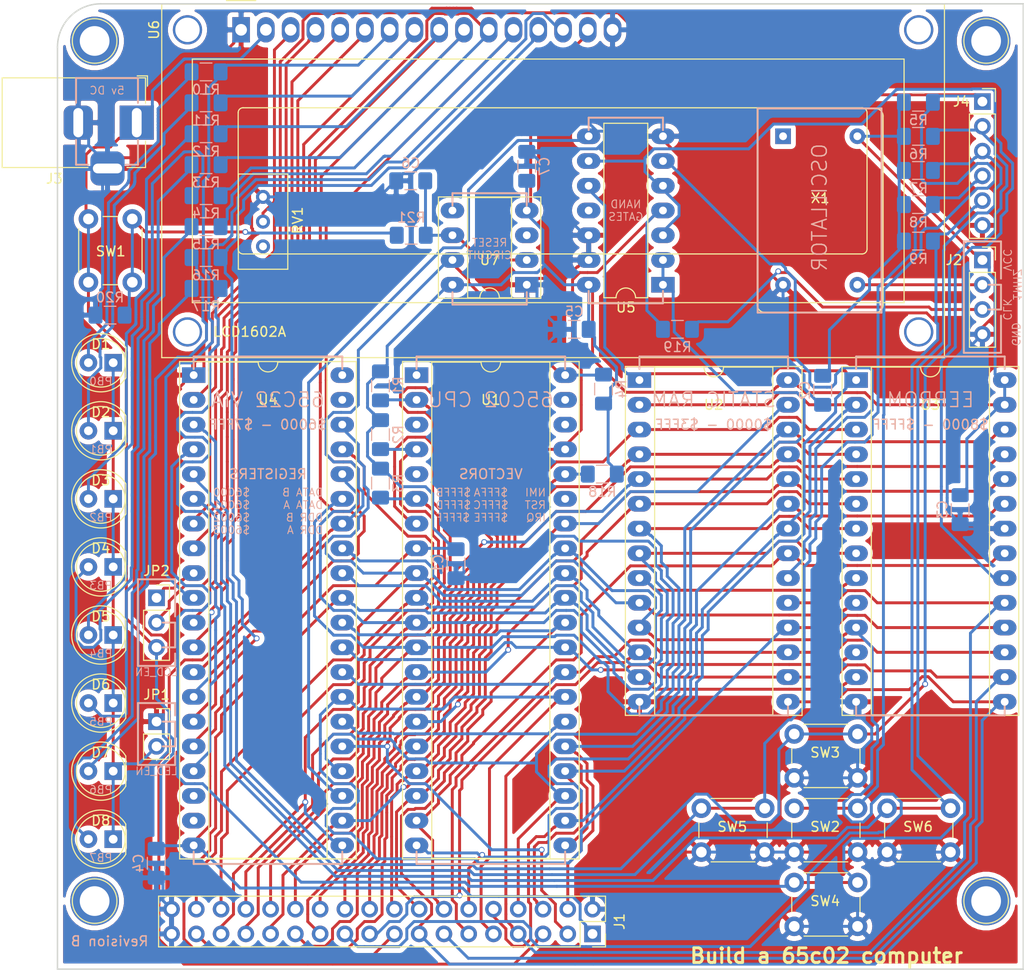
<source format=kicad_pcb>
(kicad_pcb (version 20171130) (host pcbnew "(5.1.5)-3")
  (layers (0 F.Cu signal) (31 B.Cu signal) (34 B.Paste user) (35 F.Paste user) (36 B.SilkS user) (37 F.SilkS user) (38 B.Mask user) (39 F.Mask user) (44 Edge.Cuts user))
  (net 0 "")
  (net 1 GND)
  (net 2 VCC)
  (net 3 /A15)
  (net 4 /A14)
  (net 5 /A13)
  (net 6 /A12)
  (net 7 /A11)
  (net 8 /A10)
  (net 9 /A9)
  (net 10 /A8)
  (net 11 /A7)
  (net 12 /A6)
  (net 13 /A5)
  (net 14 /A4)
  (net 15 /A3)
  (net 16 /A2)
  (net 17 /A1)
  (net 18 /A0)
  (net 19 /~IRQ)
  (net 20 /~NMI)
  (net 21 /R/~W)
  (net 22 /~RDY)
  (net 23 /SYNC)
  (net 24 /D0)
  (net 25 /D1)
  (net 26 /D2)
  (net 27 /D3)
  (net 28 /D4)
  (net 29 /D5)
  (net 30 /D6)
  (net 31 /D7)
  (net 32 /PB4)
  (net 33 /PA7)
  (net 34 /PB5)
  (net 35 /PA6)
  (net 36 /PB6)
  (net 37 /PA5)
  (net 38 /PB7)
  (net 39 /PA4)
  (net 40 /PB3)
  (net 41 /PA3)
  (net 42 /PB2)
  (net 43 /PA2)
  (net 44 /PB1)
  (net 45 /PA1)
  (net 46 /PB0)
  (net 47 /PA0)
  (net 48 ~RESET)
  (net 49 "Net-(D1-Pad1)")
  (net 50 "Net-(D1-Pad2)")
  (net 51 "Net-(D2-Pad2)")
  (net 52 "Net-(D3-Pad2)")
  (net 53 "Net-(D4-Pad2)")
  (net 54 "Net-(D5-Pad2)")
  (net 55 "Net-(D6-Pad2)")
  (net 56 "Net-(D7-Pad2)")
  (net 57 "Net-(D8-Pad2)")
  (net 58 CLOCK)
  (net 59 "Net-(JP2-Pad2)")
  (net 60 "Net-(RV1-Pad2)")
  (net 61 ~RAM)
  (net 62 ~ROM)
  (net 63 ~VIA)
  (net 64 "Net-(J2-Pad2)")
  (net 65 /BE)
  (net 66 "Net-(J2-Pad3)")
  (net 67 "Net-(C6-Pad1)")
  (net 68 "Net-(R20-Pad1)")
  (module mounting:1pin (layer F.Cu) (at 104.14 140.335 90)
    (fp_text reference M1 hide)
    (fp_text value Mounting hide)
    (pad 1 thru_hole circle (at 0 0 90) (size 5 5) (drill 3.048) (layers *.Cu *.Mask))
  )
  (module mounting:1pin (layer F.Cu) (at 195.58 140.335)
    (fp_text reference M2 hide)
    (fp_text value Mounting hide)
    (pad 1 thru_hole circle (at 0 0) (size 5 5) (drill 3.048) (layers *.Cu *.Mask))
  )
  (module mounting:1pin (layer F.Cu) (at 195.58 52.07)
    (fp_text reference M3 hide)
    (fp_text value Mounting hide)
    (pad 1 thru_hole circle (at 0 0) (size 5 5) (drill 3.048) (layers *.Cu *.Mask))
  )
  (module mounting:1pin (layer F.Cu) (at 104.14 52.07)
    (fp_text reference M4 hide)
    (fp_text value Mounting hide)
    (pad 1 thru_hole circle (at 0 0) (size 5 5) (drill 3.048) (layers *.Cu *.Mask))
  )
  (module Capacitor_SMD:C_1206_3216Metric_Pad1.42x1.75mm_HandSolder (layer B.Cu) (at 141.21 105.718 270)
    (fp_text reference C1 (at 0 1.82 270) (layer B.SilkS) (effects (justify mirror)))
    (fp_text value 100nF)
    (pad 1 smd roundrect (at -1.4875 0 270) (size 1.425 1.75) (layers B.Cu B.Paste B.Mask) (roundrect_rratio 0.175439) (net 2 VCC))
    (pad 2 smd roundrect (at 1.4875 0 270) (size 1.425 1.75) (layers B.Cu B.Paste B.Mask) (roundrect_rratio 0.175439) (net 1 GND))
  )
  (module Capacitor_SMD:C_1206_3216Metric_Pad1.42x1.75mm_HandSolder (layer B.Cu) (at 178.816 87.9205 270)
    (fp_text reference C2 (at 0 1.82 270) (layer B.SilkS) (effects (justify mirror)))
    (fp_text value 100nF)
    (pad 1 smd roundrect (at -1.4875 0 270) (size 1.425 1.75) (layers B.Cu B.Paste B.Mask) (roundrect_rratio 0.175439) (net 2 VCC))
    (pad 2 smd roundrect (at 1.4875 0 270) (size 1.425 1.75) (layers B.Cu B.Paste B.Mask) (roundrect_rratio 0.175439) (net 1 GND))
  )
  (module Capacitor_SMD:C_1206_3216Metric_Pad1.42x1.75mm_HandSolder (layer B.Cu) (at 192.913 100.166 270)
    (fp_text reference C3 (at 0 1.82 90) (layer B.SilkS) (effects (justify mirror)))
    (fp_text value 100nF)
    (pad 2 smd roundrect (at 1.4875 0 270) (size 1.425 1.75) (layers B.Cu B.Paste B.Mask) (roundrect_rratio 0.175439) (net 1 GND))
    (pad 1 smd roundrect (at -1.4875 0 270) (size 1.425 1.75) (layers B.Cu B.Paste B.Mask) (roundrect_rratio 0.175439) (net 2 VCC))
  )
  (module Capacitor_SMD:C_1206_3216Metric_Pad1.42x1.75mm_HandSolder (layer B.Cu) (at 110.46 136.455 270)
    (fp_text reference C4 (at 0 1.82 270) (layer B.SilkS) (effects (justify mirror)))
    (fp_text value 100nF)
    (pad 1 smd roundrect (at -1.4875 0 270) (size 1.425 1.75) (layers B.Cu B.Paste B.Mask) (roundrect_rratio 0.175439) (net 2 VCC))
    (pad 2 smd roundrect (at 1.4875 0 270) (size 1.425 1.75) (layers B.Cu B.Paste B.Mask) (roundrect_rratio 0.175439) (net 1 GND))
  )
  (module Capacitor_SMD:C_1206_3216Metric_Pad1.42x1.75mm_HandSolder (layer B.Cu) (at 153.326 81.661 180)
    (fp_text reference C5 (at 0 1.82) (layer B.SilkS) (effects (justify mirror)))
    (fp_text value 100nF)
    (pad 2 smd roundrect (at 1.4875 0 180) (size 1.425 1.75) (layers B.Cu B.Paste B.Mask) (roundrect_rratio 0.175439) (net 1 GND))
    (pad 1 smd roundrect (at -1.4875 0 180) (size 1.425 1.75) (layers B.Cu B.Paste B.Mask) (roundrect_rratio 0.175439) (net 2 VCC))
  )
  (module Capacitor_SMD:C_1206_3216Metric_Pad1.42x1.75mm_HandSolder (layer B.Cu) (at 136.562 66.421 180)
    (fp_text reference C6 (at 0 1.82) (layer B.SilkS) (effects (justify mirror)))
    (fp_text value 220nF)
    (pad 1 smd roundrect (at -1.4875 0 180) (size 1.425 1.75) (layers B.Cu B.Paste B.Mask) (roundrect_rratio 0.175439) (net 67 "Net-(C6-Pad1)"))
    (pad 2 smd roundrect (at 1.4875 0 180) (size 1.425 1.75) (layers B.Cu B.Paste B.Mask) (roundrect_rratio 0.175439) (net 1 GND))
  )
  (module Capacitor_SMD:C_1206_3216Metric_Pad1.42x1.75mm_HandSolder (layer B.Cu) (at 148.463 64.9335 90)
    (fp_text reference C7 (at 0 1.82 90) (layer B.SilkS) (effects (justify mirror)))
    (fp_text value 100nF)
    (pad 2 smd roundrect (at 1.4875 0 90) (size 1.425 1.75) (layers B.Cu B.Paste B.Mask) (roundrect_rratio 0.175439) (net 1 GND))
    (pad 1 smd roundrect (at -1.4875 0 90) (size 1.425 1.75) (layers B.Cu B.Paste B.Mask) (roundrect_rratio 0.175439) (net 2 VCC))
  )
  (module Resistor_SMD:R_1206_3216Metric_Pad1.42x1.75mm_HandSolder (layer B.Cu) (at 133.46 87.4675 90)
    (fp_text reference R1 (at 0 1.82 90) (layer B.SilkS) (effects (justify mirror)))
    (fp_text value 3k3)
    (pad 1 smd roundrect (at -1.4875 0 90) (size 1.425 1.75) (layers B.Cu B.Paste B.Mask) (roundrect_rratio 0.175439) (net 22 /~RDY))
    (pad 2 smd roundrect (at 1.4875 0 90) (size 1.425 1.75) (layers B.Cu B.Paste B.Mask) (roundrect_rratio 0.175439) (net 2 VCC))
  )
  (module Resistor_SMD:R_1206_3216Metric_Pad1.42x1.75mm_HandSolder (layer B.Cu) (at 133.46 92.4675 90)
    (fp_text reference R2 (at 0 1.82 90) (layer B.SilkS) (effects (justify mirror)))
    (fp_text value 3k3)
    (pad 2 smd roundrect (at 1.4875 0 90) (size 1.425 1.75) (layers B.Cu B.Paste B.Mask) (roundrect_rratio 0.175439) (net 2 VCC))
    (pad 1 smd roundrect (at -1.4875 0 90) (size 1.425 1.75) (layers B.Cu B.Paste B.Mask) (roundrect_rratio 0.175439) (net 19 /~IRQ))
  )
  (module Resistor_SMD:R_1206_3216Metric_Pad1.42x1.75mm_HandSolder (layer B.Cu) (at 133.46 97.4425 90)
    (fp_text reference R3 (at 0 1.82 90) (layer B.SilkS) (effects (justify mirror)))
    (fp_text value 3.3k)
    (pad 2 smd roundrect (at 1.4875 0 90) (size 1.425 1.75) (layers B.Cu B.Paste B.Mask) (roundrect_rratio 0.175439) (net 2 VCC))
    (pad 1 smd roundrect (at -1.4875 0 90) (size 1.425 1.75) (layers B.Cu B.Paste B.Mask) (roundrect_rratio 0.175439) (net 20 /~NMI))
  )
  (module Resistor_SMD:R_1206_3216Metric_Pad1.42x1.75mm_HandSolder (layer B.Cu) (at 156.337 87.7935 90)
    (fp_text reference R4 (at 0 1.82 90) (layer B.SilkS) (effects (justify mirror)))
    (fp_text value 1k)
    (pad 1 smd roundrect (at -1.4875 0 90) (size 1.425 1.75) (layers B.Cu B.Paste B.Mask) (roundrect_rratio 0.175439) (net 2 VCC))
    (pad 2 smd roundrect (at 1.4875 0 90) (size 1.425 1.75) (layers B.Cu B.Paste B.Mask) (roundrect_rratio 0.175439) (net 48 ~RESET))
  )
  (module Resistor_SMD:R_1206_3216Metric_Pad1.42x1.75mm_HandSolder (layer B.Cu) (at 188.633 58.36)
    (fp_text reference R5 (at 0 1.82) (layer B.SilkS) (effects (justify mirror)))
    (fp_text value 1k)
    (pad 1 smd roundrect (at -1.4875 0) (size 1.425 1.75) (layers B.Cu B.Paste B.Mask) (roundrect_rratio 0.175439) (net 2 VCC))
    (pad 2 smd roundrect (at 1.4875 0) (size 1.425 1.75) (layers B.Cu B.Paste B.Mask) (roundrect_rratio 0.175439) (net 47 /PA0))
  )
  (module Resistor_SMD:R_1206_3216Metric_Pad1.42x1.75mm_HandSolder (layer B.Cu) (at 188.633 61.86)
    (fp_text reference R6 (at 0 1.82) (layer B.SilkS) (effects (justify mirror)))
    (fp_text value 1k)
    (pad 2 smd roundrect (at 1.4875 0) (size 1.425 1.75) (layers B.Cu B.Paste B.Mask) (roundrect_rratio 0.175439) (net 45 /PA1))
    (pad 1 smd roundrect (at -1.4875 0) (size 1.425 1.75) (layers B.Cu B.Paste B.Mask) (roundrect_rratio 0.175439) (net 2 VCC))
  )
  (module Resistor_SMD:R_1206_3216Metric_Pad1.42x1.75mm_HandSolder (layer B.Cu) (at 188.633 65.36)
    (fp_text reference R7 (at 0 1.82) (layer B.SilkS) (effects (justify mirror)))
    (fp_text value 1k)
    (pad 2 smd roundrect (at 1.4875 0) (size 1.425 1.75) (layers B.Cu B.Paste B.Mask) (roundrect_rratio 0.175439) (net 43 /PA2))
    (pad 1 smd roundrect (at -1.4875 0) (size 1.425 1.75) (layers B.Cu B.Paste B.Mask) (roundrect_rratio 0.175439) (net 2 VCC))
  )
  (module Resistor_SMD:R_1206_3216Metric_Pad1.42x1.75mm_HandSolder (layer B.Cu) (at 188.633 68.86)
    (fp_text reference R8 (at 0 1.82) (layer B.SilkS) (effects (justify mirror)))
    (fp_text value 1k)
    (pad 1 smd roundrect (at -1.4875 0) (size 1.425 1.75) (layers B.Cu B.Paste B.Mask) (roundrect_rratio 0.175439) (net 2 VCC))
    (pad 2 smd roundrect (at 1.4875 0) (size 1.425 1.75) (layers B.Cu B.Paste B.Mask) (roundrect_rratio 0.175439) (net 41 /PA3))
  )
  (module Resistor_SMD:R_1206_3216Metric_Pad1.42x1.75mm_HandSolder (layer B.Cu) (at 188.633 72.61)
    (fp_text reference R9 (at 0 1.82) (layer B.SilkS) (effects (justify mirror)))
    (fp_text value 1k)
    (pad 2 smd roundrect (at 1.4875 0) (size 1.425 1.75) (layers B.Cu B.Paste B.Mask) (roundrect_rratio 0.175439) (net 39 /PA4))
    (pad 1 smd roundrect (at -1.4875 0) (size 1.425 1.75) (layers B.Cu B.Paste B.Mask) (roundrect_rratio 0.175439) (net 2 VCC))
  )
  (module Resistor_SMD:R_1206_3216Metric_Pad1.42x1.75mm_HandSolder (layer B.Cu) (at 115.57 55.245)
    (fp_text reference R10 (at 0 1.82) (layer B.SilkS) (effects (justify mirror)))
    (fp_text value 220)
    (pad 1 smd roundrect (at -1.4875 0) (size 1.425 1.75) (layers B.Cu B.Paste B.Mask) (roundrect_rratio 0.175439) (net 50 "Net-(D1-Pad2)"))
    (pad 2 smd roundrect (at 1.4875 0) (size 1.425 1.75) (layers B.Cu B.Paste B.Mask) (roundrect_rratio 0.175439) (net 46 /PB0))
  )
  (module Resistor_SMD:R_1206_3216Metric_Pad1.42x1.75mm_HandSolder (layer B.Cu) (at 115.57 58.42)
    (fp_text reference R11 (at 0 1.82) (layer B.SilkS) (effects (justify mirror)))
    (fp_text value 220)
    (pad 2 smd roundrect (at 1.4875 0) (size 1.425 1.75) (layers B.Cu B.Paste B.Mask) (roundrect_rratio 0.175439) (net 44 /PB1))
    (pad 1 smd roundrect (at -1.4875 0) (size 1.425 1.75) (layers B.Cu B.Paste B.Mask) (roundrect_rratio 0.175439) (net 51 "Net-(D2-Pad2)"))
  )
  (module Resistor_SMD:R_1206_3216Metric_Pad1.42x1.75mm_HandSolder (layer B.Cu) (at 115.57 61.595)
    (fp_text reference R12 (at 0 1.82) (layer B.SilkS) (effects (justify mirror)))
    (fp_text value 220)
    (pad 1 smd roundrect (at -1.4875 0) (size 1.425 1.75) (layers B.Cu B.Paste B.Mask) (roundrect_rratio 0.175439) (net 52 "Net-(D3-Pad2)"))
    (pad 2 smd roundrect (at 1.4875 0) (size 1.425 1.75) (layers B.Cu B.Paste B.Mask) (roundrect_rratio 0.175439) (net 42 /PB2))
  )
  (module Resistor_SMD:R_1206_3216Metric_Pad1.42x1.75mm_HandSolder (layer B.Cu) (at 115.57 64.77)
    (fp_text reference R13 (at 0 1.82) (layer B.SilkS) (effects (justify mirror)))
    (fp_text value 220)
    (pad 1 smd roundrect (at -1.4875 0) (size 1.425 1.75) (layers B.Cu B.Paste B.Mask) (roundrect_rratio 0.175439) (net 53 "Net-(D4-Pad2)"))
    (pad 2 smd roundrect (at 1.4875 0) (size 1.425 1.75) (layers B.Cu B.Paste B.Mask) (roundrect_rratio 0.175439) (net 40 /PB3))
  )
  (module Resistor_SMD:R_1206_3216Metric_Pad1.42x1.75mm_HandSolder (layer B.Cu) (at 115.57 67.945)
    (fp_text reference R14 (at 0 1.82) (layer B.SilkS) (effects (justify mirror)))
    (fp_text value 220)
    (pad 1 smd roundrect (at -1.4875 0) (size 1.425 1.75) (layers B.Cu B.Paste B.Mask) (roundrect_rratio 0.175439) (net 54 "Net-(D5-Pad2)"))
    (pad 2 smd roundrect (at 1.4875 0) (size 1.425 1.75) (layers B.Cu B.Paste B.Mask) (roundrect_rratio 0.175439) (net 32 /PB4))
  )
  (module Resistor_SMD:R_1206_3216Metric_Pad1.42x1.75mm_HandSolder (layer B.Cu) (at 115.57 71.12)
    (fp_text reference R15 (at 0 1.82) (layer B.SilkS) (effects (justify mirror)))
    (fp_text value 220)
    (pad 2 smd roundrect (at 1.4875 0) (size 1.425 1.75) (layers B.Cu B.Paste B.Mask) (roundrect_rratio 0.175439) (net 34 /PB5))
    (pad 1 smd roundrect (at -1.4875 0) (size 1.425 1.75) (layers B.Cu B.Paste B.Mask) (roundrect_rratio 0.175439) (net 55 "Net-(D6-Pad2)"))
  )
  (module Resistor_SMD:R_1206_3216Metric_Pad1.42x1.75mm_HandSolder (layer B.Cu) (at 115.57 74.295)
    (fp_text reference R16 (at 0 1.82) (layer B.SilkS) (effects (justify mirror)))
    (fp_text value 220)
    (pad 1 smd roundrect (at -1.4875 0) (size 1.425 1.75) (layers B.Cu B.Paste B.Mask) (roundrect_rratio 0.175439) (net 56 "Net-(D7-Pad2)"))
    (pad 2 smd roundrect (at 1.4875 0) (size 1.425 1.75) (layers B.Cu B.Paste B.Mask) (roundrect_rratio 0.175439) (net 36 /PB6))
  )
  (module Resistor_SMD:R_1206_3216Metric_Pad1.42x1.75mm_HandSolder (layer B.Cu) (at 115.57 77.47)
    (fp_text reference R17 (at 0 1.82) (layer B.SilkS) (effects (justify mirror)))
    (fp_text value 220)
    (pad 2 smd roundrect (at 1.4875 0) (size 1.425 1.75) (layers B.Cu B.Paste B.Mask) (roundrect_rratio 0.175439) (net 38 /PB7))
    (pad 1 smd roundrect (at -1.4875 0) (size 1.425 1.75) (layers B.Cu B.Paste B.Mask) (roundrect_rratio 0.175439) (net 57 "Net-(D8-Pad2)"))
  )
  (module Resistor_SMD:R_1206_3216Metric_Pad1.42x1.75mm_HandSolder (layer B.Cu) (at 156.21 96.52)
    (fp_text reference R18 (at 0 1.82 180) (layer B.SilkS) (effects (justify mirror)))
    (fp_text value 3.3k)
    (pad 1 smd roundrect (at -1.4875 0) (size 1.425 1.75) (layers B.Cu B.Paste B.Mask) (roundrect_rratio 0.175439) (net 65 /BE))
    (pad 2 smd roundrect (at 1.4875 0) (size 1.425 1.75) (layers B.Cu B.Paste B.Mask) (roundrect_rratio 0.175439) (net 2 VCC))
  )
  (module Resistor_SMD:R_1206_3216Metric_Pad1.42x1.75mm_HandSolder (layer B.Cu) (at 163.92 81.661)
    (fp_text reference R19 (at 0 1.82) (layer B.SilkS) (effects (justify mirror)))
    (fp_text value 220)
    (pad 2 smd roundrect (at 1.4875 0) (size 1.425 1.75) (layers B.Cu B.Paste B.Mask) (roundrect_rratio 0.175439) (net 66 "Net-(J2-Pad3)"))
    (pad 1 smd roundrect (at -1.4875 0) (size 1.425 1.75) (layers B.Cu B.Paste B.Mask) (roundrect_rratio 0.175439) (net 58 CLOCK))
  )
  (module Resistor_SMD:R_1206_3216Metric_Pad1.42x1.75mm_HandSolder (layer B.Cu) (at 105.722 80.205 180)
    (fp_text reference R20 (at 0 1.82) (layer B.SilkS) (effects (justify mirror)))
    (fp_text value 47k)
    (pad 2 smd roundrect (at 1.4875 0 180) (size 1.425 1.75) (layers B.Cu B.Paste B.Mask) (roundrect_rratio 0.175439) (net 1 GND))
    (pad 1 smd roundrect (at -1.4875 0 180) (size 1.425 1.75) (layers B.Cu B.Paste B.Mask) (roundrect_rratio 0.175439) (net 68 "Net-(R20-Pad1)"))
  )
  (module Resistor_SMD:R_1206_3216Metric_Pad1.42x1.75mm_HandSolder (layer B.Cu) (at 136.616 72.009 180)
    (fp_text reference R21 (at 0 1.82) (layer B.SilkS) (effects (justify mirror)))
    (fp_text value 1k)
    (pad 1 smd roundrect (at -1.4875 0 180) (size 1.425 1.75) (layers B.Cu B.Paste B.Mask) (roundrect_rratio 0.175439) (net 67 "Net-(C6-Pad1)"))
    (pad 2 smd roundrect (at 1.4875 0 180) (size 1.425 1.75) (layers B.Cu B.Paste B.Mask) (roundrect_rratio 0.175439) (net 68 "Net-(R20-Pad1)"))
  )
  (module LED_THT:LED_D5.0mm (layer F.Cu) (at 106.045 85.09 180)
    (fp_text reference D1 (at 1.27 1.905 180) (layer F.SilkS))
    (fp_text value LED)
    (pad 2 thru_hole circle (at 2.54 0 180) (size 1.8 1.8) (drill 0.9) (layers *.Cu *.Mask) (net 50 "Net-(D1-Pad2)"))
    (pad 1 thru_hole rect (at 0 0 180) (size 1.8 1.8) (drill 0.9) (layers *.Cu *.Mask) (net 49 "Net-(D1-Pad1)"))
  )
  (module LED_THT:LED_D5.0mm (layer F.Cu) (at 106.045 92.075 180)
    (fp_text reference D2 (at 1.27 1.905 180) (layer F.SilkS))
    (fp_text value LED)
    (pad 1 thru_hole rect (at 0 0 180) (size 1.8 1.8) (drill 0.9) (layers *.Cu *.Mask) (net 49 "Net-(D1-Pad1)"))
    (pad 2 thru_hole circle (at 2.54 0 180) (size 1.8 1.8) (drill 0.9) (layers *.Cu *.Mask) (net 51 "Net-(D2-Pad2)"))
  )
  (module LED_THT:LED_D5.0mm (layer F.Cu) (at 106.045 99.06 180)
    (fp_text reference D3 (at 1.27 1.905 180) (layer F.SilkS))
    (fp_text value LED)
    (pad 2 thru_hole circle (at 2.54 0 180) (size 1.8 1.8) (drill 0.9) (layers *.Cu *.Mask) (net 52 "Net-(D3-Pad2)"))
    (pad 1 thru_hole rect (at 0 0 180) (size 1.8 1.8) (drill 0.9) (layers *.Cu *.Mask) (net 49 "Net-(D1-Pad1)"))
  )
  (module LED_THT:LED_D5.0mm (layer F.Cu) (at 106.045 106.045 180)
    (fp_text reference D4 (at 1.27 1.905 180) (layer F.SilkS))
    (fp_text value LED)
    (pad 1 thru_hole rect (at 0 0 180) (size 1.8 1.8) (drill 0.9) (layers *.Cu *.Mask) (net 49 "Net-(D1-Pad1)"))
    (pad 2 thru_hole circle (at 2.54 0 180) (size 1.8 1.8) (drill 0.9) (layers *.Cu *.Mask) (net 53 "Net-(D4-Pad2)"))
  )
  (module LED_THT:LED_D5.0mm (layer F.Cu) (at 106.045 113.03 180)
    (fp_text reference D5 (at 1.27 1.905 180) (layer F.SilkS))
    (fp_text value LED)
    (pad 1 thru_hole rect (at 0 0 180) (size 1.8 1.8) (drill 0.9) (layers *.Cu *.Mask) (net 49 "Net-(D1-Pad1)"))
    (pad 2 thru_hole circle (at 2.54 0 180) (size 1.8 1.8) (drill 0.9) (layers *.Cu *.Mask) (net 54 "Net-(D5-Pad2)"))
  )
  (module LED_THT:LED_D5.0mm (layer F.Cu) (at 106.045 120.015 180)
    (fp_text reference D6 (at 1.27 1.905 180) (layer F.SilkS))
    (fp_text value LED)
    (pad 2 thru_hole circle (at 2.54 0 180) (size 1.8 1.8) (drill 0.9) (layers *.Cu *.Mask) (net 55 "Net-(D6-Pad2)"))
    (pad 1 thru_hole rect (at 0 0 180) (size 1.8 1.8) (drill 0.9) (layers *.Cu *.Mask) (net 49 "Net-(D1-Pad1)"))
  )
  (module LED_THT:LED_D5.0mm (layer F.Cu) (at 106.045 127 180)
    (fp_text reference D7 (at 1.27 1.905 180) (layer F.SilkS))
    (fp_text value LED)
    (pad 1 thru_hole rect (at 0 0 180) (size 1.8 1.8) (drill 0.9) (layers *.Cu *.Mask) (net 49 "Net-(D1-Pad1)"))
    (pad 2 thru_hole circle (at 2.54 0 180) (size 1.8 1.8) (drill 0.9) (layers *.Cu *.Mask) (net 56 "Net-(D7-Pad2)"))
  )
  (module LED_THT:LED_D5.0mm (layer F.Cu) (at 106.045 133.985 180)
    (fp_text reference D8 (at 1.27 1.905 180) (layer F.SilkS))
    (fp_text value LED)
    (pad 2 thru_hole circle (at 2.54 0 180) (size 1.8 1.8) (drill 0.9) (layers *.Cu *.Mask) (net 57 "Net-(D8-Pad2)"))
    (pad 1 thru_hole rect (at 0 0 180) (size 1.8 1.8) (drill 0.9) (layers *.Cu *.Mask) (net 49 "Net-(D1-Pad1)"))
  )
  (module Connector_PinSocket_2.54mm:PinSocket_2x18_P2.54mm_Vertical (layer F.Cu) (at 155.21 143.705 270)
    (fp_text reference J1 (at -1.27 -2.77 90) (layer F.SilkS))
    (fp_text value Expansion)
    (pad 1 thru_hole rect (at 0 0 270) (size 1.7 1.7) (drill 1) (layers *.Cu *.Mask) (net 2 VCC))
    (pad 2 thru_hole oval (at -2.54 0 270) (size 1.7 1.7) (drill 1) (layers *.Cu *.Mask) (net 1 GND))
    (pad 3 thru_hole oval (at 0 2.54 270) (size 1.7 1.7) (drill 1) (layers *.Cu *.Mask) (net 58 CLOCK))
    (pad 4 thru_hole oval (at -2.54 2.54 270) (size 1.7 1.7) (drill 1) (layers *.Cu *.Mask) (net 3 /A15))
    (pad 5 thru_hole oval (at 0 5.08 270) (size 1.7 1.7) (drill 1) (layers *.Cu *.Mask) (net 48 ~RESET))
    (pad 6 thru_hole oval (at -2.54 5.08 270) (size 1.7 1.7) (drill 1) (layers *.Cu *.Mask) (net 4 /A14))
    (pad 7 thru_hole oval (at 0 7.62 270) (size 1.7 1.7) (drill 1) (layers *.Cu *.Mask) (net 31 /D7))
    (pad 8 thru_hole oval (at -2.54 7.62 270) (size 1.7 1.7) (drill 1) (layers *.Cu *.Mask) (net 5 /A13))
    (pad 9 thru_hole oval (at 0 10.16 270) (size 1.7 1.7) (drill 1) (layers *.Cu *.Mask) (net 30 /D6))
    (pad 10 thru_hole oval (at -2.54 10.16 270) (size 1.7 1.7) (drill 1) (layers *.Cu *.Mask) (net 6 /A12))
    (pad 11 thru_hole oval (at 0 12.7 270) (size 1.7 1.7) (drill 1) (layers *.Cu *.Mask) (net 29 /D5))
    (pad 12 thru_hole oval (at -2.54 12.7 270) (size 1.7 1.7) (drill 1) (layers *.Cu *.Mask) (net 7 /A11))
    (pad 13 thru_hole oval (at 0 15.24 270) (size 1.7 1.7) (drill 1) (layers *.Cu *.Mask) (net 28 /D4))
    (pad 14 thru_hole oval (at -2.54 15.24 270) (size 1.7 1.7) (drill 1) (layers *.Cu *.Mask) (net 8 /A10))
    (pad 15 thru_hole oval (at 0 17.78 270) (size 1.7 1.7) (drill 1) (layers *.Cu *.Mask) (net 27 /D3))
    (pad 16 thru_hole oval (at -2.54 17.78 270) (size 1.7 1.7) (drill 1) (layers *.Cu *.Mask) (net 9 /A9))
    (pad 17 thru_hole oval (at 0 20.32 270) (size 1.7 1.7) (drill 1) (layers *.Cu *.Mask) (net 26 /D2))
    (pad 18 thru_hole oval (at -2.54 20.32 270) (size 1.7 1.7) (drill 1) (layers *.Cu *.Mask) (net 10 /A8))
    (pad 19 thru_hole oval (at 0 22.86 270) (size 1.7 1.7) (drill 1) (layers *.Cu *.Mask) (net 25 /D1))
    (pad 20 thru_hole oval (at -2.54 22.86 270) (size 1.7 1.7) (drill 1) (layers *.Cu *.Mask) (net 11 /A7))
    (pad 21 thru_hole oval (at 0 25.4 270) (size 1.7 1.7) (drill 1) (layers *.Cu *.Mask) (net 24 /D0))
    (pad 22 thru_hole oval (at -2.54 25.4 270) (size 1.7 1.7) (drill 1) (layers *.Cu *.Mask) (net 12 /A6))
    (pad 23 thru_hole oval (at 0 27.94 270) (size 1.7 1.7) (drill 1) (layers *.Cu *.Mask) (net 23 /SYNC))
    (pad 24 thru_hole oval (at -2.54 27.94 270) (size 1.7 1.7) (drill 1) (layers *.Cu *.Mask) (net 13 /A5))
    (pad 25 thru_hole oval (at 0 30.48 270) (size 1.7 1.7) (drill 1) (layers *.Cu *.Mask) (net 22 /~RDY))
    (pad 26 thru_hole oval (at -2.54 30.48 270) (size 1.7 1.7) (drill 1) (layers *.Cu *.Mask) (net 14 /A4))
    (pad 27 thru_hole oval (at 0 33.02 270) (size 1.7 1.7) (drill 1) (layers *.Cu *.Mask) (net 21 /R/~W))
    (pad 28 thru_hole oval (at -2.54 33.02 270) (size 1.7 1.7) (drill 1) (layers *.Cu *.Mask) (net 15 /A3))
    (pad 29 thru_hole oval (at 0 35.56 270) (size 1.7 1.7) (drill 1) (layers *.Cu *.Mask) (net 20 /~NMI))
    (pad 30 thru_hole oval (at -2.54 35.56 270) (size 1.7 1.7) (drill 1) (layers *.Cu *.Mask) (net 16 /A2))
    (pad 31 thru_hole oval (at 0 38.1 270) (size 1.7 1.7) (drill 1) (layers *.Cu *.Mask) (net 19 /~IRQ))
    (pad 32 thru_hole oval (at -2.54 38.1 270) (size 1.7 1.7) (drill 1) (layers *.Cu *.Mask) (net 17 /A1))
    (pad 33 thru_hole oval (at 0 40.64 270) (size 1.7 1.7) (drill 1) (layers *.Cu *.Mask) (net 65 /BE))
    (pad 34 thru_hole oval (at -2.54 40.64 270) (size 1.7 1.7) (drill 1) (layers *.Cu *.Mask) (net 18 /A0))
    (pad 35 thru_hole oval (at 0 43.18 270) (size 1.7 1.7) (drill 1) (layers *.Cu *.Mask) (net 1 GND))
    (pad 36 thru_hole oval (at -2.54 43.18 270) (size 1.7 1.7) (drill 1) (layers *.Cu *.Mask) (net 1 GND))
  )
  (module Connector_PinSocket_2.54mm:PinSocket_1x04_P2.54mm_Vertical (layer F.Cu) (at 195.199 74.549)
    (fp_text reference J2 (at -2.921 0) (layer F.SilkS))
    (fp_text value CLOCK_SEL)
    (pad 1 thru_hole rect (at 0 0) (size 1.7 1.7) (drill 1) (layers *.Cu *.Mask) (net 2 VCC))
    (pad 2 thru_hole oval (at 0 2.54) (size 1.7 1.7) (drill 1) (layers *.Cu *.Mask) (net 64 "Net-(J2-Pad2)"))
    (pad 3 thru_hole oval (at 0 5.08) (size 1.7 1.7) (drill 1) (layers *.Cu *.Mask) (net 66 "Net-(J2-Pad3)"))
    (pad 4 thru_hole oval (at 0 7.62) (size 1.7 1.7) (drill 1) (layers *.Cu *.Mask) (net 1 GND))
  )
  (module Connector_BarrelJack:BarrelJack_Horizontal (layer F.Cu) (at 108.46 60.455)
    (fp_text reference J3 (at -8.45 5.75) (layer F.SilkS))
    (fp_text value Barrel_Jack_Switch)
    (pad 1 thru_hole rect (at 0 0) (size 3.5 3.5) (drill oval 1 3) (layers *.Cu *.Mask) (net 2 VCC))
    (pad 2 thru_hole roundrect (at -6 0) (size 3 3.5) (drill oval 1 3) (layers *.Cu *.Mask) (net 1 GND))
    (pad 3 thru_hole roundrect (at -3 4.7) (size 3.5 3.5) (drill oval 3 1) (layers *.Cu *.Mask) (net 1 GND))
  )
  (module Connector_PinSocket_2.54mm:PinSocket_1x06_P2.54mm_Vertical (layer F.Cu) (at 195.199 58.293)
    (fp_text reference J4 (at -2.159 0) (layer F.SilkS))
    (fp_text value Control)
    (pad 1 thru_hole rect (at 0 0) (size 1.7 1.7) (drill 1) (layers *.Cu *.Mask) (net 47 /PA0))
    (pad 2 thru_hole oval (at 0 2.54) (size 1.7 1.7) (drill 1) (layers *.Cu *.Mask) (net 45 /PA1))
    (pad 3 thru_hole oval (at 0 5.08) (size 1.7 1.7) (drill 1) (layers *.Cu *.Mask) (net 43 /PA2))
    (pad 4 thru_hole oval (at 0 7.62) (size 1.7 1.7) (drill 1) (layers *.Cu *.Mask) (net 41 /PA3))
    (pad 5 thru_hole oval (at 0 10.16) (size 1.7 1.7) (drill 1) (layers *.Cu *.Mask) (net 39 /PA4))
    (pad 6 thru_hole oval (at 0 12.7) (size 1.7 1.7) (drill 1) (layers *.Cu *.Mask) (net 1 GND))
  )
  (module Connector_PinSocket_2.54mm:PinSocket_1x02_P2.54mm_Vertical (layer F.Cu) (at 110.49 121.92)
    (fp_text reference JP1 (at 0 -2.77) (layer F.SilkS))
    (fp_text value LED_EN)
    (pad 1 thru_hole rect (at 0 0) (size 1.7 1.7) (drill 1) (layers *.Cu *.Mask) (net 1 GND))
    (pad 2 thru_hole oval (at 0 2.54) (size 1.7 1.7) (drill 1) (layers *.Cu *.Mask) (net 49 "Net-(D1-Pad1)"))
  )
  (module Connector_PinSocket_2.54mm:PinSocket_1x03_P2.54mm_Vertical (layer F.Cu) (at 110.49 109.22)
    (fp_text reference JP2 (at 0 -2.77) (layer F.SilkS))
    (fp_text value LCD_EN)
    (pad 1 thru_hole rect (at 0 0) (size 1.7 1.7) (drill 1) (layers *.Cu *.Mask) (net 33 /PA7))
    (pad 2 thru_hole oval (at 0 2.54) (size 1.7 1.7) (drill 1) (layers *.Cu *.Mask) (net 59 "Net-(JP2-Pad2)"))
    (pad 3 thru_hole oval (at 0 5.08) (size 1.7 1.7) (drill 1) (layers *.Cu *.Mask) (net 2 VCC))
  )
  (module Potentiometer_THT:Potentiometer_Bourns_3296W_Vertical (layer F.Cu) (at 121.412 68.072 90)
    (fp_text reference RV1 (at -2.413 3.556 90) (layer F.SilkS))
    (fp_text value R_POT)
    (pad 1 thru_hole circle (at 0 0 90) (size 1.44 1.44) (drill 0.8) (layers *.Cu *.Mask) (net 1 GND))
    (pad 2 thru_hole circle (at -2.54 0 90) (size 1.44 1.44) (drill 0.8) (layers *.Cu *.Mask) (net 60 "Net-(RV1-Pad2)"))
    (pad 3 thru_hole circle (at -5.08 0 90) (size 1.44 1.44) (drill 0.8) (layers *.Cu *.Mask))
  )
  (module Button_Switch_THT:SW_PUSH_6mm (layer F.Cu) (at 103.505 76.835 90)
    (fp_text reference SW1 (at 3.175 2.286 180) (layer F.SilkS))
    (fp_text value RESET)
    (pad 2 thru_hole circle (at 0 4.5 180) (size 2 2) (drill 1.1) (layers *.Cu *.Mask) (net 68 "Net-(R20-Pad1)"))
    (pad 1 thru_hole circle (at 0 0 180) (size 2 2) (drill 1.1) (layers *.Cu *.Mask) (net 2 VCC))
    (pad 2 thru_hole circle (at 6.5 4.5 180) (size 2 2) (drill 1.1) (layers *.Cu *.Mask) (net 68 "Net-(R20-Pad1)"))
    (pad 1 thru_hole circle (at 6.5 0 180) (size 2 2) (drill 1.1) (layers *.Cu *.Mask) (net 2 VCC))
  )
  (module Button_Switch_THT:SW_PUSH_6mm (layer F.Cu) (at 175.895 130.81)
    (fp_text reference SW2 (at 3.175 1.905) (layer F.SilkS))
    (fp_text value MIDDLE)
    (pad 1 thru_hole circle (at 6.5 0 90) (size 2 2) (drill 1.1) (layers *.Cu *.Mask) (net 47 /PA0))
    (pad 2 thru_hole circle (at 6.5 4.5 90) (size 2 2) (drill 1.1) (layers *.Cu *.Mask) (net 1 GND))
    (pad 1 thru_hole circle (at 0 0 90) (size 2 2) (drill 1.1) (layers *.Cu *.Mask) (net 47 /PA0))
    (pad 2 thru_hole circle (at 0 4.5 90) (size 2 2) (drill 1.1) (layers *.Cu *.Mask) (net 1 GND))
  )
  (module Button_Switch_THT:SW_PUSH_6mm (layer F.Cu) (at 175.895 123.19)
    (fp_text reference SW3 (at 3.175 1.905) (layer F.SilkS))
    (fp_text value UP)
    (pad 2 thru_hole circle (at 0 4.5 90) (size 2 2) (drill 1.1) (layers *.Cu *.Mask) (net 1 GND))
    (pad 1 thru_hole circle (at 0 0 90) (size 2 2) (drill 1.1) (layers *.Cu *.Mask) (net 45 /PA1))
    (pad 2 thru_hole circle (at 6.5 4.5 90) (size 2 2) (drill 1.1) (layers *.Cu *.Mask) (net 1 GND))
    (pad 1 thru_hole circle (at 6.5 0 90) (size 2 2) (drill 1.1) (layers *.Cu *.Mask) (net 45 /PA1))
  )
  (module Button_Switch_THT:SW_PUSH_6mm (layer F.Cu) (at 175.895 138.43)
    (fp_text reference SW4 (at 3.175 1.905) (layer F.SilkS))
    (fp_text value DOWN)
    (pad 1 thru_hole circle (at 6.5 0 90) (size 2 2) (drill 1.1) (layers *.Cu *.Mask) (net 43 /PA2))
    (pad 2 thru_hole circle (at 6.5 4.5 90) (size 2 2) (drill 1.1) (layers *.Cu *.Mask) (net 1 GND))
    (pad 1 thru_hole circle (at 0 0 90) (size 2 2) (drill 1.1) (layers *.Cu *.Mask) (net 43 /PA2))
    (pad 2 thru_hole circle (at 0 4.5 90) (size 2 2) (drill 1.1) (layers *.Cu *.Mask) (net 1 GND))
  )
  (module Button_Switch_THT:SW_PUSH_6mm (layer F.Cu) (at 166.37 130.81)
    (fp_text reference SW5 (at 3.175 1.905) (layer F.SilkS))
    (fp_text value LEFT)
    (pad 2 thru_hole circle (at 0 4.5 90) (size 2 2) (drill 1.1) (layers *.Cu *.Mask) (net 1 GND))
    (pad 1 thru_hole circle (at 0 0 90) (size 2 2) (drill 1.1) (layers *.Cu *.Mask) (net 41 /PA3))
    (pad 2 thru_hole circle (at 6.5 4.5 90) (size 2 2) (drill 1.1) (layers *.Cu *.Mask) (net 1 GND))
    (pad 1 thru_hole circle (at 6.5 0 90) (size 2 2) (drill 1.1) (layers *.Cu *.Mask) (net 41 /PA3))
  )
  (module Button_Switch_THT:SW_PUSH_6mm (layer F.Cu) (at 185.42 130.81)
    (fp_text reference SW6 (at 3.175 1.905) (layer F.SilkS))
    (fp_text value RIGHT)
    (pad 1 thru_hole circle (at 6.5 0 90) (size 2 2) (drill 1.1) (layers *.Cu *.Mask) (net 39 /PA4))
    (pad 2 thru_hole circle (at 6.5 4.5 90) (size 2 2) (drill 1.1) (layers *.Cu *.Mask) (net 1 GND))
    (pad 1 thru_hole circle (at 0 0 90) (size 2 2) (drill 1.1) (layers *.Cu *.Mask) (net 39 /PA4))
    (pad 2 thru_hole circle (at 0 4.5 90) (size 2 2) (drill 1.1) (layers *.Cu *.Mask) (net 1 GND))
  )
  (module Package_DIP:DIP-40_W15.24mm_Socket_LongPads (layer F.Cu) (at 137.16 86.36)
    (fp_text reference U1 (at 7.62 2.54) (layer F.SilkS))
    (fp_text value W65C02)
    (pad 40 thru_hole oval (at 15.24 0) (size 2.4 1.6) (drill 0.8) (layers *.Cu *.Mask) (net 48 ~RESET))
    (pad 20 thru_hole oval (at 0 48.26) (size 2.4 1.6) (drill 0.8) (layers *.Cu *.Mask) (net 7 /A11))
    (pad 39 thru_hole oval (at 15.24 2.54) (size 2.4 1.6) (drill 0.8) (layers *.Cu *.Mask))
    (pad 19 thru_hole oval (at 0 45.72) (size 2.4 1.6) (drill 0.8) (layers *.Cu *.Mask) (net 8 /A10))
    (pad 38 thru_hole oval (at 15.24 5.08) (size 2.4 1.6) (drill 0.8) (layers *.Cu *.Mask))
    (pad 18 thru_hole oval (at 0 43.18) (size 2.4 1.6) (drill 0.8) (layers *.Cu *.Mask) (net 9 /A9))
    (pad 37 thru_hole oval (at 15.24 7.62) (size 2.4 1.6) (drill 0.8) (layers *.Cu *.Mask) (net 58 CLOCK))
    (pad 17 thru_hole oval (at 0 40.64) (size 2.4 1.6) (drill 0.8) (layers *.Cu *.Mask) (net 10 /A8))
    (pad 36 thru_hole oval (at 15.24 10.16) (size 2.4 1.6) (drill 0.8) (layers *.Cu *.Mask) (net 65 /BE))
    (pad 16 thru_hole oval (at 0 38.1) (size 2.4 1.6) (drill 0.8) (layers *.Cu *.Mask) (net 11 /A7))
    (pad 35 thru_hole oval (at 15.24 12.7) (size 2.4 1.6) (drill 0.8) (layers *.Cu *.Mask))
    (pad 15 thru_hole oval (at 0 35.56) (size 2.4 1.6) (drill 0.8) (layers *.Cu *.Mask) (net 12 /A6))
    (pad 34 thru_hole oval (at 15.24 15.24) (size 2.4 1.6) (drill 0.8) (layers *.Cu *.Mask) (net 21 /R/~W))
    (pad 14 thru_hole oval (at 0 33.02) (size 2.4 1.6) (drill 0.8) (layers *.Cu *.Mask) (net 13 /A5))
    (pad 33 thru_hole oval (at 15.24 17.78) (size 2.4 1.6) (drill 0.8) (layers *.Cu *.Mask) (net 24 /D0))
    (pad 13 thru_hole oval (at 0 30.48) (size 2.4 1.6) (drill 0.8) (layers *.Cu *.Mask) (net 14 /A4))
    (pad 32 thru_hole oval (at 15.24 20.32) (size 2.4 1.6) (drill 0.8) (layers *.Cu *.Mask) (net 25 /D1))
    (pad 12 thru_hole oval (at 0 27.94) (size 2.4 1.6) (drill 0.8) (layers *.Cu *.Mask) (net 15 /A3))
    (pad 31 thru_hole oval (at 15.24 22.86) (size 2.4 1.6) (drill 0.8) (layers *.Cu *.Mask) (net 26 /D2))
    (pad 11 thru_hole oval (at 0 25.4) (size 2.4 1.6) (drill 0.8) (layers *.Cu *.Mask) (net 16 /A2))
    (pad 30 thru_hole oval (at 15.24 25.4) (size 2.4 1.6) (drill 0.8) (layers *.Cu *.Mask) (net 27 /D3))
    (pad 10 thru_hole oval (at 0 22.86) (size 2.4 1.6) (drill 0.8) (layers *.Cu *.Mask) (net 17 /A1))
    (pad 29 thru_hole oval (at 15.24 27.94) (size 2.4 1.6) (drill 0.8) (layers *.Cu *.Mask) (net 28 /D4))
    (pad 9 thru_hole oval (at 0 20.32) (size 2.4 1.6) (drill 0.8) (layers *.Cu *.Mask) (net 18 /A0))
    (pad 28 thru_hole oval (at 15.24 30.48) (size 2.4 1.6) (drill 0.8) (layers *.Cu *.Mask) (net 29 /D5))
    (pad 8 thru_hole oval (at 0 17.78) (size 2.4 1.6) (drill 0.8) (layers *.Cu *.Mask) (net 2 VCC))
    (pad 27 thru_hole oval (at 15.24 33.02) (size 2.4 1.6) (drill 0.8) (layers *.Cu *.Mask) (net 30 /D6))
    (pad 7 thru_hole oval (at 0 15.24) (size 2.4 1.6) (drill 0.8) (layers *.Cu *.Mask) (net 23 /SYNC))
    (pad 26 thru_hole oval (at 15.24 35.56) (size 2.4 1.6) (drill 0.8) (layers *.Cu *.Mask) (net 31 /D7))
    (pad 6 thru_hole oval (at 0 12.7) (size 2.4 1.6) (drill 0.8) (layers *.Cu *.Mask) (net 20 /~NMI))
    (pad 25 thru_hole oval (at 15.24 38.1) (size 2.4 1.6) (drill 0.8) (layers *.Cu *.Mask) (net 3 /A15))
    (pad 5 thru_hole oval (at 0 10.16) (size 2.4 1.6) (drill 0.8) (layers *.Cu *.Mask))
    (pad 24 thru_hole oval (at 15.24 40.64) (size 2.4 1.6) (drill 0.8) (layers *.Cu *.Mask) (net 4 /A14))
    (pad 4 thru_hole oval (at 0 7.62) (size 2.4 1.6) (drill 0.8) (layers *.Cu *.Mask) (net 19 /~IRQ))
    (pad 23 thru_hole oval (at 15.24 43.18) (size 2.4 1.6) (drill 0.8) (layers *.Cu *.Mask) (net 5 /A13))
    (pad 3 thru_hole oval (at 0 5.08) (size 2.4 1.6) (drill 0.8) (layers *.Cu *.Mask))
    (pad 22 thru_hole oval (at 15.24 45.72) (size 2.4 1.6) (drill 0.8) (layers *.Cu *.Mask) (net 6 /A12))
    (pad 2 thru_hole oval (at 0 2.54) (size 2.4 1.6) (drill 0.8) (layers *.Cu *.Mask) (net 22 /~RDY))
    (pad 21 thru_hole oval (at 15.24 48.26) (size 2.4 1.6) (drill 0.8) (layers *.Cu *.Mask) (net 1 GND))
    (pad 1 thru_hole rect (at 0 0) (size 2.4 1.6) (drill 0.8) (layers *.Cu *.Mask))
  )
  (module Package_DIP:DIP-28_W15.24mm_Socket_LongPads (layer F.Cu) (at 160.02 86.868)
    (fp_text reference U2 (at 7.62 2.54) (layer F.SilkS))
    (fp_text value HM62256BLP-7)
    (pad 1 thru_hole rect (at 0 0) (size 2.4 1.6) (drill 0.8) (layers *.Cu *.Mask) (net 4 /A14))
    (pad 15 thru_hole oval (at 15.24 33.02) (size 2.4 1.6) (drill 0.8) (layers *.Cu *.Mask) (net 27 /D3))
    (pad 2 thru_hole oval (at 0 2.54) (size 2.4 1.6) (drill 0.8) (layers *.Cu *.Mask) (net 6 /A12))
    (pad 16 thru_hole oval (at 15.24 30.48) (size 2.4 1.6) (drill 0.8) (layers *.Cu *.Mask) (net 28 /D4))
    (pad 3 thru_hole oval (at 0 5.08) (size 2.4 1.6) (drill 0.8) (layers *.Cu *.Mask) (net 11 /A7))
    (pad 17 thru_hole oval (at 15.24 27.94) (size 2.4 1.6) (drill 0.8) (layers *.Cu *.Mask) (net 29 /D5))
    (pad 4 thru_hole oval (at 0 7.62) (size 2.4 1.6) (drill 0.8) (layers *.Cu *.Mask) (net 12 /A6))
    (pad 18 thru_hole oval (at 15.24 25.4) (size 2.4 1.6) (drill 0.8) (layers *.Cu *.Mask) (net 30 /D6))
    (pad 5 thru_hole oval (at 0 10.16) (size 2.4 1.6) (drill 0.8) (layers *.Cu *.Mask) (net 13 /A5))
    (pad 19 thru_hole oval (at 15.24 22.86) (size 2.4 1.6) (drill 0.8) (layers *.Cu *.Mask) (net 31 /D7))
    (pad 6 thru_hole oval (at 0 12.7) (size 2.4 1.6) (drill 0.8) (layers *.Cu *.Mask) (net 14 /A4))
    (pad 20 thru_hole oval (at 15.24 20.32) (size 2.4 1.6) (drill 0.8) (layers *.Cu *.Mask) (net 61 ~RAM))
    (pad 7 thru_hole oval (at 0 15.24) (size 2.4 1.6) (drill 0.8) (layers *.Cu *.Mask) (net 15 /A3))
    (pad 21 thru_hole oval (at 15.24 17.78) (size 2.4 1.6) (drill 0.8) (layers *.Cu *.Mask) (net 8 /A10))
    (pad 8 thru_hole oval (at 0 17.78) (size 2.4 1.6) (drill 0.8) (layers *.Cu *.Mask) (net 16 /A2))
    (pad 22 thru_hole oval (at 15.24 15.24) (size 2.4 1.6) (drill 0.8) (layers *.Cu *.Mask) (net 4 /A14))
    (pad 9 thru_hole oval (at 0 20.32) (size 2.4 1.6) (drill 0.8) (layers *.Cu *.Mask) (net 17 /A1))
    (pad 23 thru_hole oval (at 15.24 12.7) (size 2.4 1.6) (drill 0.8) (layers *.Cu *.Mask) (net 7 /A11))
    (pad 10 thru_hole oval (at 0 22.86) (size 2.4 1.6) (drill 0.8) (layers *.Cu *.Mask) (net 18 /A0))
    (pad 24 thru_hole oval (at 15.24 10.16) (size 2.4 1.6) (drill 0.8) (layers *.Cu *.Mask) (net 9 /A9))
    (pad 11 thru_hole oval (at 0 25.4) (size 2.4 1.6) (drill 0.8) (layers *.Cu *.Mask) (net 24 /D0))
    (pad 25 thru_hole oval (at 15.24 7.62) (size 2.4 1.6) (drill 0.8) (layers *.Cu *.Mask) (net 10 /A8))
    (pad 12 thru_hole oval (at 0 27.94) (size 2.4 1.6) (drill 0.8) (layers *.Cu *.Mask) (net 25 /D1))
    (pad 26 thru_hole oval (at 15.24 5.08) (size 2.4 1.6) (drill 0.8) (layers *.Cu *.Mask) (net 5 /A13))
    (pad 13 thru_hole oval (at 0 30.48) (size 2.4 1.6) (drill 0.8) (layers *.Cu *.Mask) (net 26 /D2))
    (pad 27 thru_hole oval (at 15.24 2.54) (size 2.4 1.6) (drill 0.8) (layers *.Cu *.Mask) (net 21 /R/~W))
    (pad 14 thru_hole oval (at 0 33.02) (size 2.4 1.6) (drill 0.8) (layers *.Cu *.Mask) (net 1 GND))
    (pad 28 thru_hole oval (at 15.24 0) (size 2.4 1.6) (drill 0.8) (layers *.Cu *.Mask) (net 2 VCC))
  )
  (module Package_DIP:DIP-28_W15.24mm_Socket_LongPads (layer F.Cu) (at 182.245 86.868)
    (fp_text reference U3 (at 7.62 2.54) (layer F.SilkS))
    (fp_text value 28C256)
    (pad 28 thru_hole oval (at 15.24 0) (size 2.4 1.6) (drill 0.8) (layers *.Cu *.Mask) (net 2 VCC))
    (pad 14 thru_hole oval (at 0 33.02) (size 2.4 1.6) (drill 0.8) (layers *.Cu *.Mask) (net 1 GND))
    (pad 27 thru_hole oval (at 15.24 2.54) (size 2.4 1.6) (drill 0.8) (layers *.Cu *.Mask) (net 2 VCC))
    (pad 13 thru_hole oval (at 0 30.48) (size 2.4 1.6) (drill 0.8) (layers *.Cu *.Mask) (net 26 /D2))
    (pad 26 thru_hole oval (at 15.24 5.08) (size 2.4 1.6) (drill 0.8) (layers *.Cu *.Mask) (net 5 /A13))
    (pad 12 thru_hole oval (at 0 27.94) (size 2.4 1.6) (drill 0.8) (layers *.Cu *.Mask) (net 25 /D1))
    (pad 25 thru_hole oval (at 15.24 7.62) (size 2.4 1.6) (drill 0.8) (layers *.Cu *.Mask) (net 10 /A8))
    (pad 11 thru_hole oval (at 0 25.4) (size 2.4 1.6) (drill 0.8) (layers *.Cu *.Mask) (net 24 /D0))
    (pad 24 thru_hole oval (at 15.24 10.16) (size 2.4 1.6) (drill 0.8) (layers *.Cu *.Mask) (net 9 /A9))
    (pad 10 thru_hole oval (at 0 22.86) (size 2.4 1.6) (drill 0.8) (layers *.Cu *.Mask) (net 18 /A0))
    (pad 23 thru_hole oval (at 15.24 12.7) (size 2.4 1.6) (drill 0.8) (layers *.Cu *.Mask) (net 7 /A11))
    (pad 9 thru_hole oval (at 0 20.32) (size 2.4 1.6) (drill 0.8) (layers *.Cu *.Mask) (net 17 /A1))
    (pad 22 thru_hole oval (at 15.24 15.24) (size 2.4 1.6) (drill 0.8) (layers *.Cu *.Mask) (net 1 GND))
    (pad 8 thru_hole oval (at 0 17.78) (size 2.4 1.6) (drill 0.8) (layers *.Cu *.Mask) (net 16 /A2))
    (pad 21 thru_hole oval (at 15.24 17.78) (size 2.4 1.6) (drill 0.8) (layers *.Cu *.Mask) (net 8 /A10))
    (pad 7 thru_hole oval (at 0 15.24) (size 2.4 1.6) (drill 0.8) (layers *.Cu *.Mask) (net 15 /A3))
    (pad 20 thru_hole oval (at 15.24 20.32) (size 2.4 1.6) (drill 0.8) (layers *.Cu *.Mask) (net 62 ~ROM))
    (pad 6 thru_hole oval (at 0 12.7) (size 2.4 1.6) (drill 0.8) (layers *.Cu *.Mask) (net 14 /A4))
    (pad 19 thru_hole oval (at 15.24 22.86) (size 2.4 1.6) (drill 0.8) (layers *.Cu *.Mask) (net 31 /D7))
    (pad 5 thru_hole oval (at 0 10.16) (size 2.4 1.6) (drill 0.8) (layers *.Cu *.Mask) (net 13 /A5))
    (pad 18 thru_hole oval (at 15.24 25.4) (size 2.4 1.6) (drill 0.8) (layers *.Cu *.Mask) (net 30 /D6))
    (pad 4 thru_hole oval (at 0 7.62) (size 2.4 1.6) (drill 0.8) (layers *.Cu *.Mask) (net 12 /A6))
    (pad 17 thru_hole oval (at 15.24 27.94) (size 2.4 1.6) (drill 0.8) (layers *.Cu *.Mask) (net 29 /D5))
    (pad 3 thru_hole oval (at 0 5.08) (size 2.4 1.6) (drill 0.8) (layers *.Cu *.Mask) (net 11 /A7))
    (pad 16 thru_hole oval (at 15.24 30.48) (size 2.4 1.6) (drill 0.8) (layers *.Cu *.Mask) (net 28 /D4))
    (pad 2 thru_hole oval (at 0 2.54) (size 2.4 1.6) (drill 0.8) (layers *.Cu *.Mask) (net 6 /A12))
    (pad 15 thru_hole oval (at 15.24 33.02) (size 2.4 1.6) (drill 0.8) (layers *.Cu *.Mask) (net 27 /D3))
    (pad 1 thru_hole rect (at 0 0) (size 2.4 1.6) (drill 0.8) (layers *.Cu *.Mask) (net 4 /A14))
  )
  (module Package_DIP:DIP-40_W15.24mm_Socket_LongPads (layer F.Cu) (at 114.3 86.36)
    (fp_text reference U4 (at 7.62 2.54) (layer F.SilkS))
    (fp_text value WD65C22)
    (pad 1 thru_hole rect (at 0 0) (size 2.4 1.6) (drill 0.8) (layers *.Cu *.Mask) (net 1 GND))
    (pad 21 thru_hole oval (at 15.24 48.26) (size 2.4 1.6) (drill 0.8) (layers *.Cu *.Mask) (net 19 /~IRQ))
    (pad 2 thru_hole oval (at 0 2.54) (size 2.4 1.6) (drill 0.8) (layers *.Cu *.Mask) (net 47 /PA0))
    (pad 22 thru_hole oval (at 15.24 45.72) (size 2.4 1.6) (drill 0.8) (layers *.Cu *.Mask) (net 21 /R/~W))
    (pad 3 thru_hole oval (at 0 5.08) (size 2.4 1.6) (drill 0.8) (layers *.Cu *.Mask) (net 45 /PA1))
    (pad 23 thru_hole oval (at 15.24 43.18) (size 2.4 1.6) (drill 0.8) (layers *.Cu *.Mask) (net 63 ~VIA))
    (pad 4 thru_hole oval (at 0 7.62) (size 2.4 1.6) (drill 0.8) (layers *.Cu *.Mask) (net 43 /PA2))
    (pad 24 thru_hole oval (at 15.24 40.64) (size 2.4 1.6) (drill 0.8) (layers *.Cu *.Mask) (net 5 /A13))
    (pad 5 thru_hole oval (at 0 10.16) (size 2.4 1.6) (drill 0.8) (layers *.Cu *.Mask) (net 41 /PA3))
    (pad 25 thru_hole oval (at 15.24 38.1) (size 2.4 1.6) (drill 0.8) (layers *.Cu *.Mask) (net 58 CLOCK))
    (pad 6 thru_hole oval (at 0 12.7) (size 2.4 1.6) (drill 0.8) (layers *.Cu *.Mask) (net 39 /PA4))
    (pad 26 thru_hole oval (at 15.24 35.56) (size 2.4 1.6) (drill 0.8) (layers *.Cu *.Mask) (net 31 /D7))
    (pad 7 thru_hole oval (at 0 15.24) (size 2.4 1.6) (drill 0.8) (layers *.Cu *.Mask) (net 37 /PA5))
    (pad 27 thru_hole oval (at 15.24 33.02) (size 2.4 1.6) (drill 0.8) (layers *.Cu *.Mask) (net 30 /D6))
    (pad 8 thru_hole oval (at 0 17.78) (size 2.4 1.6) (drill 0.8) (layers *.Cu *.Mask) (net 35 /PA6))
    (pad 28 thru_hole oval (at 15.24 30.48) (size 2.4 1.6) (drill 0.8) (layers *.Cu *.Mask) (net 29 /D5))
    (pad 9 thru_hole oval (at 0 20.32) (size 2.4 1.6) (drill 0.8) (layers *.Cu *.Mask) (net 33 /PA7))
    (pad 29 thru_hole oval (at 15.24 27.94) (size 2.4 1.6) (drill 0.8) (layers *.Cu *.Mask) (net 28 /D4))
    (pad 10 thru_hole oval (at 0 22.86) (size 2.4 1.6) (drill 0.8) (layers *.Cu *.Mask) (net 46 /PB0))
    (pad 30 thru_hole oval (at 15.24 25.4) (size 2.4 1.6) (drill 0.8) (layers *.Cu *.Mask) (net 27 /D3))
    (pad 11 thru_hole oval (at 0 25.4) (size 2.4 1.6) (drill 0.8) (layers *.Cu *.Mask) (net 44 /PB1))
    (pad 31 thru_hole oval (at 15.24 22.86) (size 2.4 1.6) (drill 0.8) (layers *.Cu *.Mask) (net 26 /D2))
    (pad 12 thru_hole oval (at 0 27.94) (size 2.4 1.6) (drill 0.8) (layers *.Cu *.Mask) (net 42 /PB2))
    (pad 32 thru_hole oval (at 15.24 20.32) (size 2.4 1.6) (drill 0.8) (layers *.Cu *.Mask) (net 25 /D1))
    (pad 13 thru_hole oval (at 0 30.48) (size 2.4 1.6) (drill 0.8) (layers *.Cu *.Mask) (net 40 /PB3))
    (pad 33 thru_hole oval (at 15.24 17.78) (size 2.4 1.6) (drill 0.8) (layers *.Cu *.Mask) (net 24 /D0))
    (pad 14 thru_hole oval (at 0 33.02) (size 2.4 1.6) (drill 0.8) (layers *.Cu *.Mask) (net 32 /PB4))
    (pad 34 thru_hole oval (at 15.24 15.24) (size 2.4 1.6) (drill 0.8) (layers *.Cu *.Mask) (net 48 ~RESET))
    (pad 15 thru_hole oval (at 0 35.56) (size 2.4 1.6) (drill 0.8) (layers *.Cu *.Mask) (net 34 /PB5))
    (pad 35 thru_hole oval (at 15.24 12.7) (size 2.4 1.6) (drill 0.8) (layers *.Cu *.Mask) (net 15 /A3))
    (pad 16 thru_hole oval (at 0 38.1) (size 2.4 1.6) (drill 0.8) (layers *.Cu *.Mask) (net 36 /PB6))
    (pad 36 thru_hole oval (at 15.24 10.16) (size 2.4 1.6) (drill 0.8) (layers *.Cu *.Mask) (net 16 /A2))
    (pad 17 thru_hole oval (at 0 40.64) (size 2.4 1.6) (drill 0.8) (layers *.Cu *.Mask) (net 38 /PB7))
    (pad 37 thru_hole oval (at 15.24 7.62) (size 2.4 1.6) (drill 0.8) (layers *.Cu *.Mask) (net 17 /A1))
    (pad 18 thru_hole oval (at 0 43.18) (size 2.4 1.6) (drill 0.8) (layers *.Cu *.Mask))
    (pad 38 thru_hole oval (at 15.24 5.08) (size 2.4 1.6) (drill 0.8) (layers *.Cu *.Mask) (net 18 /A0))
    (pad 19 thru_hole oval (at 0 45.72) (size 2.4 1.6) (drill 0.8) (layers *.Cu *.Mask))
    (pad 39 thru_hole oval (at 15.24 2.54) (size 2.4 1.6) (drill 0.8) (layers *.Cu *.Mask))
    (pad 20 thru_hole oval (at 0 48.26) (size 2.4 1.6) (drill 0.8) (layers *.Cu *.Mask) (net 2 VCC))
    (pad 40 thru_hole oval (at 15.24 0) (size 2.4 1.6) (drill 0.8) (layers *.Cu *.Mask))
  )
  (module Package_DIP:DIP-14_W7.62mm_LongPads (layer F.Cu) (at 162.433 77.089 180)
    (fp_text reference U5 (at 3.81 -2.33) (layer F.SilkS))
    (fp_text value 74HC00)
    (pad 1 thru_hole rect (at 0 0 180) (size 2.4 1.6) (drill 0.8) (layers *.Cu *.Mask) (net 3 /A15))
    (pad 8 thru_hole oval (at 7.62 15.24 180) (size 2.4 1.6) (drill 0.8) (layers *.Cu *.Mask) (net 63 ~VIA))
    (pad 2 thru_hole oval (at 0 2.54 180) (size 2.4 1.6) (drill 0.8) (layers *.Cu *.Mask) (net 3 /A15))
    (pad 9 thru_hole oval (at 7.62 12.7 180) (size 2.4 1.6) (drill 0.8) (layers *.Cu *.Mask) (net 62 ~ROM))
    (pad 3 thru_hole oval (at 0 5.08 180) (size 2.4 1.6) (drill 0.8) (layers *.Cu *.Mask) (net 62 ~ROM))
    (pad 10 thru_hole oval (at 7.62 10.16 180) (size 2.4 1.6) (drill 0.8) (layers *.Cu *.Mask) (net 4 /A14))
    (pad 4 thru_hole oval (at 0 7.62 180) (size 2.4 1.6) (drill 0.8) (layers *.Cu *.Mask) (net 58 CLOCK))
    (pad 11 thru_hole oval (at 7.62 7.62 180) (size 2.4 1.6) (drill 0.8) (layers *.Cu *.Mask))
    (pad 5 thru_hole oval (at 0 10.16 180) (size 2.4 1.6) (drill 0.8) (layers *.Cu *.Mask) (net 62 ~ROM))
    (pad 12 thru_hole oval (at 7.62 5.08 180) (size 2.4 1.6) (drill 0.8) (layers *.Cu *.Mask) (net 1 GND))
    (pad 6 thru_hole oval (at 0 12.7 180) (size 2.4 1.6) (drill 0.8) (layers *.Cu *.Mask) (net 61 ~RAM))
    (pad 13 thru_hole oval (at 7.62 2.54 180) (size 2.4 1.6) (drill 0.8) (layers *.Cu *.Mask) (net 1 GND))
    (pad 7 thru_hole oval (at 0 15.24 180) (size 2.4 1.6) (drill 0.8) (layers *.Cu *.Mask) (net 1 GND))
    (pad 14 thru_hole oval (at 7.62 0 180) (size 2.4 1.6) (drill 0.8) (layers *.Cu *.Mask) (net 2 VCC))
  )
  (module Display:WC1602A (layer F.Cu) (at 119.164 50.927)
    (fp_text reference U6 (at -8.9281 0 90) (layer F.SilkS))
    (fp_text value RC1602A)
    (pad 1 thru_hole rect (at 0 0) (size 1.8 2.6) (drill 1.2) (layers *.Cu *.Mask) (net 1 GND))
    (pad 2 thru_hole oval (at 2.54 0) (size 1.8 2.6) (drill 1.2) (layers *.Cu *.Mask) (net 2 VCC))
    (pad 3 thru_hole oval (at 5.08 0) (size 1.8 2.6) (drill 1.2) (layers *.Cu *.Mask) (net 60 "Net-(RV1-Pad2)"))
    (pad 4 thru_hole oval (at 7.62 0) (size 1.8 2.6) (drill 1.2) (layers *.Cu *.Mask) (net 37 /PA5))
    (pad 5 thru_hole oval (at 10.16 0) (size 1.8 2.6) (drill 1.2) (layers *.Cu *.Mask) (net 35 /PA6))
    (pad 6 thru_hole oval (at 12.7 0) (size 1.8 2.6) (drill 1.2) (layers *.Cu *.Mask) (net 59 "Net-(JP2-Pad2)"))
    (pad 7 thru_hole oval (at 15.24 0) (size 1.8 2.6) (drill 1.2) (layers *.Cu *.Mask) (net 46 /PB0))
    (pad 8 thru_hole oval (at 17.78 0) (size 1.8 2.6) (drill 1.2) (layers *.Cu *.Mask) (net 44 /PB1))
    (pad 9 thru_hole oval (at 20.32 0) (size 1.8 2.6) (drill 1.2) (layers *.Cu *.Mask) (net 42 /PB2))
    (pad 10 thru_hole oval (at 22.86 0) (size 1.8 2.6) (drill 1.2) (layers *.Cu *.Mask) (net 40 /PB3))
    (pad 11 thru_hole oval (at 25.4 0) (size 1.8 2.6) (drill 1.2) (layers *.Cu *.Mask) (net 32 /PB4))
    (pad 12 thru_hole oval (at 27.94 0) (size 1.8 2.6) (drill 1.2) (layers *.Cu *.Mask) (net 34 /PB5))
    (pad 13 thru_hole oval (at 30.48 0) (size 1.8 2.6) (drill 1.2) (layers *.Cu *.Mask) (net 36 /PB6))
    (pad 14 thru_hole oval (at 33.02 0) (size 1.8 2.6) (drill 1.2) (layers *.Cu *.Mask) (net 38 /PB7))
    (pad 15 thru_hole oval (at 35.56 0) (size 1.8 2.6) (drill 1.2) (layers *.Cu *.Mask) (net 2 VCC))
    (pad 16 thru_hole oval (at 38.1 0) (size 1.8 2.6) (drill 1.2) (layers *.Cu *.Mask) (net 1 GND))
    (pad "" thru_hole circle (at -5.4991 0) (size 3 3) (drill 2.5) (layers *.Cu *.Mask))
    (pad "" thru_hole circle (at -5.4991 31.0007) (size 3 3) (drill 2.5) (layers *.Cu *.Mask))
    (pad "" thru_hole circle (at 69.49948 31.0007) (size 3 3) (drill 2.5) (layers *.Cu *.Mask))
    (pad "" thru_hole circle (at 69.5 0) (size 3 3) (drill 2.5) (layers *.Cu *.Mask))
  )
  (module Package_DIP:DIP-8_W7.62mm_Socket_LongPads (layer F.Cu) (at 148.463 77.089 180)
    (fp_text reference U7 (at 3.81 2.54) (layer F.SilkS))
    (fp_text value LM555)
    (pad 1 thru_hole rect (at 0 0 180) (size 2.4 1.6) (drill 0.8) (layers *.Cu *.Mask) (net 1 GND))
    (pad 5 thru_hole oval (at 7.62 7.62 180) (size 2.4 1.6) (drill 0.8) (layers *.Cu *.Mask))
    (pad 2 thru_hole oval (at 0 2.54 180) (size 2.4 1.6) (drill 0.8) (layers *.Cu *.Mask) (net 67 "Net-(C6-Pad1)"))
    (pad 6 thru_hole oval (at 7.62 5.08 180) (size 2.4 1.6) (drill 0.8) (layers *.Cu *.Mask) (net 67 "Net-(C6-Pad1)"))
    (pad 3 thru_hole oval (at 0 5.08 180) (size 2.4 1.6) (drill 0.8) (layers *.Cu *.Mask))
    (pad 7 thru_hole oval (at 7.62 2.54 180) (size 2.4 1.6) (drill 0.8) (layers *.Cu *.Mask) (net 48 ~RESET))
    (pad 4 thru_hole oval (at 0 7.62 180) (size 2.4 1.6) (drill 0.8) (layers *.Cu *.Mask) (net 2 VCC))
    (pad 8 thru_hole oval (at 7.62 0 180) (size 2.4 1.6) (drill 0.8) (layers *.Cu *.Mask) (net 2 VCC))
  )
  (module Oscillator:Oscillator_DIP-14 (layer F.Cu) (at 174.752 61.849 270)
    (fp_text reference X1 (at 6.35 -3.81) (layer F.SilkS))
    (fp_text value 1MHz)
    (pad 1 thru_hole rect (at 0 0 270) (size 1.6 1.6) (drill 0.8) (layers *.Cu *.Mask))
    (pad 14 thru_hole circle (at 0 -7.62 270) (size 1.6 1.6) (drill 0.8) (layers *.Cu *.Mask) (net 2 VCC))
    (pad 8 thru_hole circle (at 15.24 -7.62 270) (size 1.6 1.6) (drill 0.8) (layers *.Cu *.Mask) (net 64 "Net-(J2-Pad2)"))
    (pad 7 thru_hole circle (at 15.24 0 270) (size 1.6 1.6) (drill 0.8) (layers *.Cu *.Mask) (net 1 GND))
  )
  (gr_line (start 199.39 52.705) (end 199.39 147.32) (angle 90) (layer Edge.Cuts) (width 0.15))
  (gr_text LCD1602A (at 116.205 81.915) (layer F.SilkS) (effects (font (size 1 1)) (justify left)))
  (gr_text "RESET\nCIRCUIT" (at 144.653 73.406) (layer B.SilkS) (effects (font (size 0.8 0.8) (thickness 0.1)) (justify mirror)))
  (gr_line (start 148.463 68.961) (end 148.463 67.691) (angle 90) (layer B.SilkS) (width 0.2))
  (gr_line (start 140.843 67.691) (end 140.843 68.961) (angle 90) (layer B.SilkS) (width 0.2))
  (gr_line (start 148.463 67.691) (end 140.843 67.691) (angle 90) (layer B.SilkS) (width 0.2))
  (gr_line (start 140.843 77.851) (end 140.843 79.121) (angle 90) (layer B.SilkS) (width 0.2))
  (gr_line (start 148.463 79.121) (end 148.463 77.851) (angle 90) (layer B.SilkS) (width 0.2))
  (gr_line (start 140.843 79.121) (end 148.463 79.121) (angle 90) (layer B.SilkS) (width 0.2))
  (gr_text "5v DC" (at 105.41 57.15) (layer B.SilkS) (effects (font (size 0.8 0.8) (thickness 0.1)) (justify mirror)))
  (gr_line (start 108.585 55.88) (end 108.585 58.42) (angle 90) (layer B.SilkS) (width 0.2))
  (gr_line (start 102.235 55.88) (end 108.585 55.88) (angle 90) (layer B.SilkS) (width 0.2))
  (gr_line (start 102.235 58.42) (end 102.235 55.88) (angle 90) (layer B.SilkS) (width 0.2))
  (gr_line (start 102.235 64.77) (end 102.235 62.23) (angle 90) (layer B.SilkS) (width 0.2))
  (gr_line (start 103.505 64.77) (end 102.235 64.77) (angle 90) (layer B.SilkS) (width 0.2))
  (gr_line (start 108.585 64.77) (end 108.585 62.23) (angle 90) (layer B.SilkS) (width 0.2))
  (gr_line (start 107.315 64.77) (end 108.585 64.77) (angle 90) (layer B.SilkS) (width 0.2))
  (gr_text REGISTERS (at 121.92 96.52) (layer B.SilkS) (effects (font (size 1 1)) (justify mirror)))
  (gr_text "NMI\nRST\nIRQ\n" (at 150.495 99.695) (layer B.SilkS) (effects (font (size 0.8 0.8) (thickness 0.1)) (justify left mirror)))
  (gr_text VECTORS (at 144.78 96.52) (layer B.SilkS) (effects (font (size 1 1)) (justify mirror)))
  (gr_text "$FFFB\n$FFFD\n$FFFF" (at 139.065 99.695) (layer B.SilkS) (effects (font (size 0.8 0.8) (thickness 0.1)) (justify right mirror)))
  (gr_text "$FFFA\n$FFFC\n$FFFE\n" (at 144.78 99.695) (layer B.SilkS) (effects (font (size 0.8 0.8) (thickness 0.1)) (justify mirror)))
  (gr_text "DATA B\nDATA A\nDDR B\nDDR A" (at 127.635 100.33) (layer B.SilkS) (effects (font (size 0.8 0.8) (thickness 0.1)) (justify left mirror)))
  (gr_text "$6000\n$6001\n$6002\n$6003" (at 116.205 100.33) (layer B.SilkS) (effects (font (size 0.8 0.8) (thickness 0.1)) (justify right mirror)))
  (gr_text PB7 (at 104.775 135.89) (layer B.SilkS) (effects (font (size 0.8 0.8) (thickness 0.1)) (justify mirror)))
  (gr_text PB6 (at 104.775 128.905) (layer B.SilkS) (effects (font (size 0.8 0.8) (thickness 0.1)) (justify mirror)))
  (gr_text PB5 (at 104.775 121.92) (layer B.SilkS) (effects (font (size 0.8 0.8) (thickness 0.1)) (justify mirror)))
  (gr_text PB4 (at 104.775 114.935) (layer B.SilkS) (effects (font (size 0.8 0.8) (thickness 0.1)) (justify mirror)))
  (gr_text PB3 (at 104.775 107.95) (layer B.SilkS) (effects (font (size 0.8 0.8) (thickness 0.1)) (justify mirror)))
  (gr_text PB2 (at 104.775 100.965) (layer B.SilkS) (effects (font (size 0.8 0.8) (thickness 0.1)) (justify mirror)))
  (gr_text PB1 (at 104.775 93.98) (layer B.SilkS) (effects (font (size 0.8 0.8) (thickness 0.1)) (justify mirror)))
  (gr_text PB0 (at 104.775 86.995) (layer B.SilkS) (effects (font (size 0.8 0.8) (thickness 0.1)) (justify mirror)))
  (gr_text LED_EN (at 110.49 127) (layer B.SilkS) (effects (font (size 0.8 0.8) (thickness 0.1)) (justify mirror)))
  (gr_text LCD_EN (at 110.49 116.84) (layer B.SilkS) (effects (font (size 0.8 0.8) (thickness 0.1)) (justify mirror)))
  (gr_text 1MHZ (at 198.755 77.089 270) (layer B.SilkS) (effects (font (size 0.8 0.8) (thickness 0.1)) (justify mirror)))
  (gr_text CLK (at 197.739 79.629 270) (layer B.SilkS) (effects (font (size 0.8 0.8) (thickness 0.1)) (justify mirror)))
  (gr_text GND (at 198.628 82.169 270) (layer B.SilkS) (effects (font (size 0.8 0.8) (thickness 0.1)) (justify mirror)))
  (gr_text VCC (at 197.739 74.549 270) (layer B.SilkS) (effects (font (size 0.8 0.8) (thickness 0.1)) (justify mirror)))
  (gr_line (start 197.104 76.454) (end 197.104 72.644) (angle 90) (layer B.SilkS) (width 0.2))
  (gr_line (start 197.104 84.074) (end 197.104 80.264) (angle 90) (layer B.SilkS) (width 0.2))
  (gr_line (start 193.294 84.074) (end 193.294 72.644) (angle 90) (layer B.SilkS) (width 0.2))
  (gr_line (start 197.104 79.629) (end 195.834 79.629) (angle 90) (layer B.SilkS) (width 0.2))
  (gr_line (start 197.104 77.089) (end 197.104 79.629) (angle 90) (layer B.SilkS) (width 0.2))
  (gr_line (start 195.834 77.089) (end 197.104 77.089) (angle 90) (layer B.SilkS) (width 0.2))
  (gr_line (start 112.395 121.285) (end 112.395 120.015) (angle 90) (layer B.SilkS) (width 0.2))
  (gr_line (start 112.395 126.365) (end 112.395 125.095) (angle 90) (layer B.SilkS) (width 0.2))
  (gr_line (start 112.395 124.46) (end 111.125 124.46) (angle 90) (layer B.SilkS) (width 0.2))
  (gr_line (start 112.395 121.92) (end 112.395 124.46) (angle 90) (layer B.SilkS) (width 0.2))
  (gr_line (start 111.125 121.92) (end 112.395 121.92) (angle 90) (layer B.SilkS) (width 0.2))
  (gr_line (start 112.395 107.315) (end 112.395 111.125) (angle 90) (layer B.SilkS) (width 0.2))
  (gr_line (start 108.585 107.315) (end 112.395 107.315) (angle 90) (layer B.SilkS) (width 0.2))
  (gr_line (start 108.585 116.205) (end 108.585 107.315) (angle 90) (layer B.SilkS) (width 0.2))
  (gr_line (start 112.395 116.205) (end 108.585 116.205) (angle 90) (layer B.SilkS) (width 0.2))
  (gr_line (start 112.395 114.935) (end 112.395 116.205) (angle 90) (layer B.SilkS) (width 0.2))
  (gr_line (start 112.395 114.3) (end 111.125 114.3) (angle 90) (layer B.SilkS) (width 0.2))
  (gr_line (start 112.395 111.76) (end 112.395 114.3) (angle 90) (layer B.SilkS) (width 0.2))
  (gr_line (start 111.125 111.76) (end 112.395 111.76) (angle 90) (layer B.SilkS) (width 0.2))
  (gr_line (start 108.585 126.365) (end 108.585 120.015) (angle 90) (layer B.SilkS) (width 0.2))
  (gr_line (start 112.395 126.365) (end 108.585 126.365) (angle 90) (layer B.SilkS) (width 0.2))
  (gr_line (start 108.585 120.015) (end 112.395 120.015) (angle 90) (layer B.SilkS) (width 0.2))
  (gr_line (start 199.39 48.26) (end 194.945 48.26) (angle 90) (layer Edge.Cuts) (width 0.15))
  (gr_line (start 199.39 52.705) (end 199.39 48.26) (angle 90) (layer Edge.Cuts) (width 0.15))
  (gr_text "$6000 - $7FFF" (at 121.92 91.44) (layer B.SilkS) (effects (font (size 1 1)) (justify mirror)))
  (gr_text "$0000 - $3FFF" (at 167.64 91.44) (layer B.SilkS) (effects (font (size 1 1)) (justify mirror)))
  (gr_text "$8000 - $FFFF" (at 189.865 91.44) (layer B.SilkS) (effects (font (size 1 1)) (justify mirror)))
  (gr_line (start 197.104 84.074) (end 193.294 84.074) (angle 90) (layer B.SilkS) (width 0.2))
  (gr_line (start 193.294 72.644) (end 197.104 72.644) (angle 90) (layer B.SilkS) (width 0.2))
  (gr_text "Revision B" (at 101.6 144.455) (layer B.SilkS) (effects (font (size 1 1)) (justify right mirror)))
  (gr_text "65C22 VIA" (at 121.92 88.9) (layer B.SilkS) (effects (font (size 1.5 1.5)) (justify mirror)))
  (gr_line (start 172.1485 58.9915) (end 172.1485 79.9465) (angle 90) (layer B.SilkS) (width 0.2))
  (gr_line (start 184.8485 58.9915) (end 184.8485 79.9465) (angle 90) (layer B.SilkS) (width 0.2))
  (gr_line (start 172.1485 58.9915) (end 184.8485 58.9915) (angle 90) (layer B.SilkS) (width 0.2))
  (gr_line (start 184.8485 79.9465) (end 172.1485 79.9465) (angle 90) (layer B.SilkS) (width 0.2))
  (gr_text OSCILLATOR (at 178.4985 69.1515 90) (layer B.SilkS) (effects (font (size 1.5 1.5)) (justify mirror)))
  (gr_text EEPROM (at 189.865 88.9) (layer B.SilkS) (effects (font (size 1.5 1.5)) (justify mirror)))
  (gr_text "STATIC RAM" (at 167.64 88.9) (layer B.SilkS) (effects (font (size 1.5 1.5)) (justify mirror)))
  (gr_text "65C02 CPU" (at 144.78 88.9) (layer B.SilkS) (effects (font (size 1.5 1.5)) (justify mirror)))
  (gr_text "NAND\nGATES" (at 158.623 69.469) (layer B.SilkS) (effects (font (size 0.8 0.8) (thickness 0.1)) (justify mirror)))
  (gr_line (start 162.433 59.944) (end 162.433 61.214) (angle 90) (layer B.SilkS) (width 0.2))
  (gr_line (start 154.813 59.944) (end 162.433 59.944) (angle 90) (layer B.SilkS) (width 0.2))
  (gr_line (start 154.813 61.214) (end 154.813 59.944) (angle 90) (layer B.SilkS) (width 0.2))
  (gr_line (start 162.433 78.994) (end 162.433 77.724) (angle 90) (layer B.SilkS) (width 0.2))
  (gr_line (start 154.813 78.994) (end 162.433 78.994) (angle 90) (layer B.SilkS) (width 0.2))
  (gr_line (start 154.813 77.724) (end 154.813 78.994) (angle 90) (layer B.SilkS) (width 0.2))
  (gr_line (start 197.485 121.285) (end 197.485 120.015) (angle 90) (layer B.SilkS) (width 0.2))
  (gr_line (start 182.245 121.285) (end 197.485 121.285) (angle 90) (layer B.SilkS) (width 0.2))
  (gr_line (start 182.245 120.015) (end 182.245 121.285) (angle 90) (layer B.SilkS) (width 0.2))
  (gr_line (start 129.54 136.525) (end 129.54 135.255) (angle 90) (layer B.SilkS) (width 0.2))
  (gr_line (start 114.3 136.525) (end 129.54 136.525) (angle 90) (layer B.SilkS) (width 0.2))
  (gr_line (start 114.3 135.255) (end 114.3 136.525) (angle 90) (layer B.SilkS) (width 0.2))
  (gr_line (start 197.485 84.455) (end 197.485 85.725) (angle 90) (layer B.SilkS) (width 0.2))
  (gr_line (start 182.245 84.455) (end 197.485 84.455) (angle 90) (layer B.SilkS) (width 0.2))
  (gr_line (start 182.245 85.725) (end 182.245 84.455) (angle 90) (layer B.SilkS) (width 0.2))
  (gr_line (start 175.26 84.455) (end 175.26 85.725) (angle 90) (layer B.SilkS) (width 0.2))
  (gr_line (start 160.02 84.455) (end 175.26 84.455) (angle 90) (layer B.SilkS) (width 0.2))
  (gr_line (start 160.02 85.725) (end 160.02 84.455) (angle 90) (layer B.SilkS) (width 0.2))
  (gr_line (start 152.4 84.455) (end 152.4 85.725) (angle 90) (layer B.SilkS) (width 0.2))
  (gr_line (start 137.16 84.455) (end 152.4 84.455) (angle 90) (layer B.SilkS) (width 0.2))
  (gr_line (start 137.16 85.725) (end 137.16 84.455) (angle 90) (layer B.SilkS) (width 0.2))
  (gr_line (start 129.54 84.455) (end 129.54 85.725) (angle 90) (layer B.SilkS) (width 0.2))
  (gr_line (start 114.3 84.455) (end 129.54 84.455) (angle 90) (layer B.SilkS) (width 0.2))
  (gr_line (start 114.3 85.725) (end 114.3 84.455) (angle 90) (layer B.SilkS) (width 0.2))
  (gr_line (start 137.16 136.525) (end 137.16 135.255) (angle 90) (layer B.SilkS) (width 0.2))
  (gr_line (start 152.4 136.525) (end 137.16 136.525) (angle 90) (layer B.SilkS) (width 0.2))
  (gr_line (start 152.4 135.255) (end 152.4 136.525) (angle 90) (layer B.SilkS) (width 0.2))
  (gr_line (start 175.26 121.285) (end 175.26 120.015) (angle 90) (layer B.SilkS) (width 0.2))
  (gr_line (start 160.02 121.285) (end 175.26 121.285) (angle 90) (layer B.SilkS) (width 0.2))
  (gr_line (start 160.02 120.015) (end 160.02 121.285) (angle 90) (layer B.SilkS) (width 0.2))
  (gr_line (start 100.33 52.705) (end 100.33 147.32) (angle 90) (layer Edge.Cuts) (width 0.15))
  (gr_line (start 104.775 48.26) (end 194.945 48.26) (angle 90) (layer Edge.Cuts) (width 0.15))
  (gr_arc (start 104.775 52.705) (end 100.33 52.705) (angle 90) (layer Edge.Cuts) (width 0.15))
  (gr_text "Build a 65c02 computer" (at 179.21 145.955) (layer F.SilkS) (effects (font (size 1.5 1.5) (thickness 0.3))))
  (gr_line (start 199.39 147.32) (end 100.33 147.32) (angle 90) (layer Edge.Cuts) (width 0.15))
  (segment (start 175.895 127.69) (end 174.4449 129.1401) (width 0.3) (layer F.Cu) (net 1))
  (segment (start 174.4449 129.1401) (end 174.4449 130.2093) (width 0.3) (layer F.Cu) (net 1))
  (segment (start 174.4449 130.2093) (end 174.4449 131.4107) (width 0.3) (layer F.Cu) (net 1))
  (segment (start 174.4449 131.4107) (end 174.4449 133.8599) (width 0.3) (layer F.Cu) (net 1))
  (segment (start 174.4449 133.8599) (end 175.895 135.31) (width 0.3) (layer F.Cu) (net 1))
  (segment (start 160.6323 134.4215) (end 155.21 139.8438) (width 0.3) (layer F.Cu) (net 1))
  (segment (start 155.21 139.8438) (end 155.21 141.165) (width 0.3) (layer F.Cu) (net 1))
  (segment (start 148.463 77.089) (end 149.513 76.439) (width 0.3) (layer F.Cu) (net 1))
  (segment (start 149.513 76.439) (end 149.663 76.439) (width 0.3) (layer F.Cu) (net 1))
  (segment (start 149.663 76.439) (end 152.4464 76.439) (width 0.3) (layer F.Cu) (net 1))
  (segment (start 152.4464 76.439) (end 153.6466 75.2388) (width 0.3) (layer F.Cu) (net 1))
  (segment (start 153.6466 75.2388) (end 153.7232 75.2388) (width 0.3) (layer F.Cu) (net 1))
  (segment (start 153.7232 75.2388) (end 154.413 74.549) (width 0.3) (layer F.Cu) (net 1))
  (segment (start 154.413 74.549) (end 154.813 74.549) (width 0.3) (layer F.Cu) (net 1))
  (segment (start 114.3 86.36) (end 115.35 85.71) (width 0.3) (layer F.Cu) (net 1))
  (segment (start 115.35 85.71) (end 115.35 85.56) (width 0.3) (layer F.Cu) (net 1))
  (segment (start 115.35 85.56) (end 115.35 83.0005) (width 0.3) (layer F.Cu) (net 1))
  (segment (start 115.35 83.0005) (end 115.615 82.7355) (width 0.3) (layer F.Cu) (net 1))
  (segment (start 115.615 82.7355) (end 115.615 76.7116) (width 0.3) (layer F.Cu) (net 1))
  (segment (start 115.615 76.7116) (end 120.3436 71.983) (width 0.3) (layer F.Cu) (net 1))
  (segment (start 120.3436 71.983) (end 120.3436 71.3616) (width 0.3) (layer F.Cu) (net 1))
  (segment (start 120.3436 71.3616) (end 120.2419 71.2599) (width 0.3) (layer F.Cu) (net 1))
  (segment (start 120.2419 71.2599) (end 120.2419 71.0967) (width 0.3) (layer F.Cu) (net 1))
  (segment (start 120.2419 71.0967) (end 120.2419 70.1273) (width 0.3) (layer F.Cu) (net 1))
  (segment (start 120.2419 70.1273) (end 120.2419 69.2421) (width 0.3) (layer F.Cu) (net 1))
  (segment (start 120.2419 69.2421) (end 121.412 68.072) (width 0.3) (layer F.Cu) (net 1))
  (segment (start 162.433 61.849) (end 162.833 61.849) (width 0.3) (layer F.Cu) (net 1))
  (segment (start 162.833 61.849) (end 162.833 62.6211) (width 0.3) (layer F.Cu) (net 1))
  (segment (start 162.833 62.6211) (end 164.0831 63.8712) (width 0.3) (layer F.Cu) (net 1))
  (segment (start 164.0831 63.8712) (end 164.0831 66.4112) (width 0.3) (layer F.Cu) (net 1))
  (segment (start 164.0831 66.4112) (end 164.0831 66.5933) (width 0.3) (layer F.Cu) (net 1))
  (segment (start 164.0831 66.5933) (end 173.5111 76.0213) (width 0.3) (layer F.Cu) (net 1))
  (segment (start 173.5111 76.0213) (end 173.9505 76.4607) (width 0.3) (layer F.Cu) (net 1))
  (segment (start 173.9505 76.4607) (end 174.5788 77.089) (width 0.3) (layer F.Cu) (net 1))
  (segment (start 174.5788 77.089) (end 174.752 77.089) (width 0.3) (layer F.Cu) (net 1))
  (segment (start 152.4 134.62) (end 152.8 134.62) (width 0.3) (layer F.Cu) (net 1))
  (segment (start 152.8 134.62) (end 152.8766 134.62) (width 0.3) (layer F.Cu) (net 1))
  (segment (start 152.8766 134.62) (end 153.5664 133.9302) (width 0.3) (layer F.Cu) (net 1))
  (segment (start 153.5664 133.9302) (end 154.6502 132.8464) (width 0.3) (layer F.Cu) (net 1))
  (segment (start 154.6502 132.8464) (end 154.6502 130.3064) (width 0.3) (layer F.Cu) (net 1))
  (segment (start 154.6502 130.3064) (end 154.6502 128.7736) (width 0.3) (layer F.Cu) (net 1))
  (segment (start 154.6502 128.7736) (end 154.0501 128.1735) (width 0.3) (layer F.Cu) (net 1))
  (segment (start 154.0501 128.1735) (end 154.0501 126.4822) (width 0.3) (layer F.Cu) (net 1))
  (segment (start 154.0501 126.4822) (end 153.3178 125.7499) (width 0.3) (layer F.Cu) (net 1))
  (segment (start 153.3178 125.7499) (end 152.5178 125.7499) (width 0.3) (layer F.Cu) (net 1))
  (segment (start 152.5178 125.7499) (end 151.522 125.7499) (width 0.3) (layer F.Cu) (net 1))
  (segment (start 151.522 125.7499) (end 151.4822 125.7101) (width 0.3) (layer F.Cu) (net 1))
  (segment (start 151.4822 125.7101) (end 150.7499 124.9778) (width 0.3) (layer F.Cu) (net 1))
  (segment (start 150.7499 124.9778) (end 150.7499 123.9422) (width 0.3) (layer F.Cu) (net 1))
  (segment (start 150.7499 123.9422) (end 151.4822 123.2099) (width 0.3) (layer F.Cu) (net 1))
  (segment (start 151.4822 123.2099) (end 152.2822 123.2099) (width 0.3) (layer F.Cu) (net 1))
  (segment (start 152.2822 123.2099) (end 153.3178 123.2099) (width 0.3) (layer F.Cu) (net 1))
  (segment (start 153.3178 123.2099) (end 153.8758 123.7679) (width 0.3) (layer F.Cu) (net 1))
  (segment (start 153.8758 123.7679) (end 156.5003 123.7679) (width 0.3) (layer F.Cu) (net 1))
  (segment (start 119.164 50.927) (end 118.414 52.077) (width 0.3) (layer F.Cu) (net 1))
  (segment (start 118.414 52.077) (end 118.414 52.227) (width 0.3) (layer F.Cu) (net 1))
  (segment (start 118.414 52.227) (end 118.414 52.2891) (width 0.3) (layer F.Cu) (net 1))
  (segment (start 118.414 52.2891) (end 115.5818 55.1213) (width 0.3) (layer F.Cu) (net 1))
  (segment (start 115.5818 55.1213) (end 115.5818 61.9906) (width 0.3) (layer F.Cu) (net 1))
  (segment (start 166.37 135.31) (end 161.5208 135.31) (width 0.3) (layer F.Cu) (net 1))
  (segment (start 161.5208 135.31) (end 160.6323 134.4215) (width 0.3) (layer F.Cu) (net 1))
  (segment (start 195.199 70.993) (end 195.199 72.2125) (width 0.3) (layer F.Cu) (net 1))
  (segment (start 195.199 72.2125) (end 196.4991 73.5126) (width 0.3) (layer F.Cu) (net 1))
  (segment (start 196.4991 73.5126) (end 196.4991 73.6626) (width 0.3) (layer F.Cu) (net 1))
  (segment (start 196.4991 73.6626) (end 196.4991 74.1295) (width 0.3) (layer F.Cu) (net 1))
  (segment (start 196.4991 74.1295) (end 196.4991 75.0626) (width 0.3) (layer F.Cu) (net 1))
  (segment (start 196.4991 75.0626) (end 196.4991 75.2126) (width 0.3) (layer F.Cu) (net 1))
  (segment (start 196.4991 75.2126) (end 196.4991 75.5854) (width 0.3) (layer F.Cu) (net 1))
  (segment (start 196.4991 75.5854) (end 196.4991 80.1675) (width 0.3) (layer F.Cu) (net 1))
  (segment (start 196.4991 80.1675) (end 195.199 81.4676) (width 0.3) (layer F.Cu) (net 1))
  (segment (start 195.199 81.4676) (end 195.199 82.169) (width 0.3) (layer F.Cu) (net 1))
  (segment (start 160.02 119.888) (end 159.62 119.888) (width 0.3) (layer F.Cu) (net 1))
  (segment (start 159.62 119.888) (end 156.5003 123.0077) (width 0.3) (layer F.Cu) (net 1))
  (segment (start 156.5003 123.0077) (end 156.5003 123.7679) (width 0.3) (layer F.Cu) (net 1))
  (segment (start 121.412 68.072) (end 115.5818 62.2418) (width 0.3) (layer F.Cu) (net 1))
  (segment (start 115.5818 62.2418) (end 115.5818 61.9906) (width 0.3) (layer F.Cu) (net 1))
  (segment (start 195.199 82.169) (end 191.6627 82.169) (width 0.3) (layer F.Cu) (net 1))
  (segment (start 191.6627 82.169) (end 189.4713 79.9776) (width 0.3) (layer F.Cu) (net 1))
  (segment (start 189.4713 79.9776) (end 177.6406 79.9776) (width 0.3) (layer F.Cu) (net 1))
  (segment (start 177.6406 79.9776) (end 174.752 77.089) (width 0.3) (layer F.Cu) (net 1))
  (segment (start 105.46 65.155) (end 107.1802 64.0535) (width 0.3) (layer F.Cu) (net 1))
  (segment (start 107.1802 64.0535) (end 113.5189 64.0535) (width 0.3) (layer F.Cu) (net 1))
  (segment (start 113.5189 64.0535) (end 115.5818 61.9906) (width 0.3) (layer F.Cu) (net 1))
  (segment (start 160.6323 134.4215) (end 156.5003 130.2895) (width 0.3) (layer F.Cu) (net 1))
  (segment (start 156.5003 130.2895) (end 156.5003 123.7679) (width 0.3) (layer F.Cu) (net 1))
  (segment (start 114.3 86.36) (end 113.25 87.01) (width 0.3) (layer F.Cu) (net 1))
  (segment (start 113.25 87.01) (end 113.25 87.16) (width 0.3) (layer F.Cu) (net 1))
  (segment (start 113.25 87.16) (end 113.25 87.2221) (width 0.3) (layer F.Cu) (net 1))
  (segment (start 113.25 87.2221) (end 109.1899 91.2822) (width 0.3) (layer F.Cu) (net 1))
  (segment (start 109.1899 91.2822) (end 109.1899 109.8836) (width 0.3) (layer F.Cu) (net 1))
  (segment (start 109.1899 109.8836) (end 109.1899 110.2564) (width 0.3) (layer F.Cu) (net 1))
  (segment (start 109.1899 110.2564) (end 109.1899 112.256) (width 0.3) (layer F.Cu) (net 1))
  (segment (start 109.1899 112.256) (end 109.22 112.2861) (width 0.3) (layer F.Cu) (net 1))
  (segment (start 109.22 112.2861) (end 109.9639 113.03) (width 0.3) (layer F.Cu) (net 1))
  (segment (start 109.9639 113.03) (end 111.0161 113.03) (width 0.3) (layer F.Cu) (net 1))
  (segment (start 111.0161 113.03) (end 111.76 113.7739) (width 0.3) (layer F.Cu) (net 1))
  (segment (start 111.76 113.7739) (end 111.76 114.8261) (width 0.3) (layer F.Cu) (net 1))
  (segment (start 111.76 114.8261) (end 111.19 115.3961) (width 0.3) (layer F.Cu) (net 1))
  (segment (start 111.19 115.3961) (end 111.19 121.07) (width 0.3) (layer F.Cu) (net 1))
  (segment (start 111.19 121.07) (end 111.19 121.22) (width 0.3) (layer F.Cu) (net 1))
  (segment (start 111.19 121.22) (end 110.49 121.92) (width 0.3) (layer F.Cu) (net 1))
  (segment (start 182.395 135.31) (end 175.895 135.31) (width 0.3) (layer F.Cu) (net 1))
  (segment (start 102.46 60.455) (end 103.5269 62.1347) (width 0.3) (layer B.Cu) (net 1))
  (segment (start 103.5269 62.1347) (end 103.5269 62.7986) (width 0.3) (layer B.Cu) (net 1))
  (segment (start 103.5269 62.7986) (end 104.2152 63.4869) (width 0.3) (layer B.Cu) (net 1))
  (segment (start 104.2152 63.4869) (end 105.46 65.155) (width 0.3) (layer B.Cu) (net 1))
  (segment (start 172.87 135.31) (end 166.37 135.31) (width 0.3) (layer B.Cu) (net 1))
  (segment (start 121.412 68.072) (end 133.3587 68.072) (width 0.3) (layer B.Cu) (net 1))
  (segment (start 133.3587 68.072) (end 134.3629 67.0678) (width 0.3) (layer B.Cu) (net 1))
  (segment (start 134.3629 67.0678) (end 135.0745 66.421) (width 0.3) (layer B.Cu) (net 1))
  (segment (start 110.46 137.9425) (end 111.1497 138.6464) (width 0.3) (layer B.Cu) (net 1))
  (segment (start 111.1497 138.6464) (end 111.1497 140.2847) (width 0.3) (layer B.Cu) (net 1))
  (segment (start 111.1497 140.2847) (end 112.03 141.165) (width 0.3) (layer B.Cu) (net 1))
  (segment (start 112.03 143.705) (end 112.03 141.165) (width 0.3) (layer B.Cu) (net 1))
  (segment (start 151.8385 81.661) (end 151.1712 80.8926) (width 0.3) (layer B.Cu) (net 1))
  (segment (start 151.1712 80.8926) (end 149.513 79.2344) (width 0.3) (layer B.Cu) (net 1))
  (segment (start 149.513 79.2344) (end 149.513 77.889) (width 0.3) (layer B.Cu) (net 1))
  (segment (start 149.513 77.889) (end 149.513 77.739) (width 0.3) (layer B.Cu) (net 1))
  (segment (start 149.513 77.739) (end 148.463 77.089) (width 0.3) (layer B.Cu) (net 1))
  (segment (start 154.813 74.549) (end 154.813 72.009) (width 0.3) (layer B.Cu) (net 1))
  (segment (start 183.8696 136.1825) (end 184.5475 136.1825) (width 0.3) (layer B.Cu) (net 1))
  (segment (start 184.5475 136.1825) (end 185.42 135.31) (width 0.3) (layer B.Cu) (net 1))
  (segment (start 156.4167 61.3274) (end 156.4167 61.3275) (width 0.3) (layer B.Cu) (net 1))
  (segment (start 156.4167 61.3275) (end 156.4329 61.3437) (width 0.3) (layer B.Cu) (net 1))
  (segment (start 156.4329 61.3437) (end 156.4329 62.3543) (width 0.3) (layer B.Cu) (net 1))
  (segment (start 156.4329 62.3543) (end 155.7183 63.0689) (width 0.3) (layer B.Cu) (net 1))
  (segment (start 155.7183 63.0689) (end 155.6483 63.1389) (width 0.3) (layer B.Cu) (net 1))
  (segment (start 155.6483 63.1389) (end 153.8952 63.1389) (width 0.3) (layer B.Cu) (net 1))
  (segment (start 153.8952 63.1389) (end 152.2011 64.833) (width 0.3) (layer B.Cu) (net 1))
  (segment (start 152.2011 64.833) (end 152.0878 64.833) (width 0.3) (layer B.Cu) (net 1))
  (segment (start 174.752 77.089) (end 174.752 84.2017) (width 0.3) (layer B.Cu) (net 1))
  (segment (start 174.752 84.2017) (end 176.9033 86.353) (width 0.3) (layer B.Cu) (net 1))
  (segment (start 176.9033 86.353) (end 176.9033 87.7192) (width 0.3) (layer B.Cu) (net 1))
  (segment (start 176.9033 87.7192) (end 177.9862 88.8021) (width 0.3) (layer B.Cu) (net 1))
  (segment (start 177.9862 88.8021) (end 178.816 89.408) (width 0.3) (layer B.Cu) (net 1))
  (segment (start 148.463 63.446) (end 149.3294 63.9732) (width 0.3) (layer B.Cu) (net 1))
  (segment (start 149.3294 63.9732) (end 149.3325 63.9732) (width 0.3) (layer B.Cu) (net 1))
  (segment (start 149.3325 63.9732) (end 150.1923 64.833) (width 0.3) (layer B.Cu) (net 1))
  (segment (start 150.1923 64.833) (end 152.0878 64.833) (width 0.3) (layer B.Cu) (net 1))
  (segment (start 157.264 50.927) (end 157.264 51.327) (width 0.3) (layer B.Cu) (net 1))
  (segment (start 157.264 51.327) (end 157.264 59.2166) (width 0.3) (layer B.Cu) (net 1))
  (segment (start 157.264 59.2166) (end 158.1394 60.092) (width 0.3) (layer B.Cu) (net 1))
  (segment (start 135.0745 66.421) (end 135.7635 65.6903) (width 0.3) (layer B.Cu) (net 1))
  (segment (start 135.7635 65.6903) (end 135.7636 65.6903) (width 0.3) (layer B.Cu) (net 1))
  (segment (start 135.7636 65.6903) (end 135.7643 65.6896) (width 0.3) (layer B.Cu) (net 1))
  (segment (start 135.7643 65.6896) (end 136.7033 65.6896) (width 0.3) (layer B.Cu) (net 1))
  (segment (start 136.7033 65.6896) (end 137.2238 65.1691) (width 0.3) (layer B.Cu) (net 1))
  (segment (start 137.2238 65.1691) (end 137.2239 65.1691) (width 0.3) (layer B.Cu) (net 1))
  (segment (start 137.2239 65.1691) (end 137.2393 65.1537) (width 0.3) (layer B.Cu) (net 1))
  (segment (start 137.2393 65.1537) (end 137.2446 65.1537) (width 0.3) (layer B.Cu) (net 1))
  (segment (start 137.2446 65.1537) (end 137.2572 65.1411) (width 0.3) (layer B.Cu) (net 1))
  (segment (start 137.2572 65.1411) (end 137.2626 65.1411) (width 0.3) (layer B.Cu) (net 1))
  (segment (start 137.2626 65.1411) (end 137.2751 65.1286) (width 0.3) (layer B.Cu) (net 1))
  (segment (start 137.2751 65.1286) (end 137.2856 65.1286) (width 0.3) (layer B.Cu) (net 1))
  (segment (start 137.2856 65.1286) (end 137.2949 65.1193) (width 0.3) (layer B.Cu) (net 1))
  (segment (start 137.2949 65.1193) (end 137.3056 65.1193) (width 0.3) (layer B.Cu) (net 1))
  (segment (start 137.3056 65.1193) (end 137.3148 65.1101) (width 0.3) (layer B.Cu) (net 1))
  (segment (start 137.3148 65.1101) (end 137.3302 65.1101) (width 0.3) (layer B.Cu) (net 1))
  (segment (start 137.3302 65.1101) (end 137.3359 65.1044) (width 0.3) (layer B.Cu) (net 1))
  (segment (start 137.3359 65.1044) (end 137.3514 65.1044) (width 0.3) (layer B.Cu) (net 1))
  (segment (start 137.3514 65.1044) (end 137.357 65.0988) (width 0.3) (layer B.Cu) (net 1))
  (segment (start 137.357 65.0988) (end 137.3768 65.0988) (width 0.3) (layer B.Cu) (net 1))
  (segment (start 137.3768 65.0988) (end 137.3788 65.0968) (width 0.3) (layer B.Cu) (net 1))
  (segment (start 137.3788 65.0968) (end 137.3987 65.0968) (width 0.3) (layer B.Cu) (net 1))
  (segment (start 137.3987 65.0968) (end 137.4006 65.0949) (width 0.3) (layer B.Cu) (net 1))
  (segment (start 137.4006 65.0949) (end 137.5506 65.0949) (width 0.3) (layer B.Cu) (net 1))
  (segment (start 137.5506 65.0949) (end 138.1756 65.0949) (width 0.3) (layer B.Cu) (net 1))
  (segment (start 138.1756 65.0949) (end 138.3256 65.0949) (width 0.3) (layer B.Cu) (net 1))
  (segment (start 138.3256 65.0949) (end 143.8878 65.0949) (width 0.3) (layer B.Cu) (net 1))
  (segment (start 143.8878 65.0949) (end 147.2262 61.7565) (width 0.3) (layer B.Cu) (net 1))
  (segment (start 147.2262 61.7565) (end 147.2263 61.7565) (width 0.3) (layer B.Cu) (net 1))
  (segment (start 147.2263 61.7565) (end 147.2417 61.7411) (width 0.3) (layer B.Cu) (net 1))
  (segment (start 147.2417 61.7411) (end 147.247 61.7411) (width 0.3) (layer B.Cu) (net 1))
  (segment (start 147.247 61.7411) (end 147.2596 61.7285) (width 0.3) (layer B.Cu) (net 1))
  (segment (start 147.2596 61.7285) (end 147.265 61.7285) (width 0.3) (layer B.Cu) (net 1))
  (segment (start 147.265 61.7285) (end 147.2775 61.716) (width 0.3) (layer B.Cu) (net 1))
  (segment (start 147.2775 61.716) (end 147.288 61.716) (width 0.3) (layer B.Cu) (net 1))
  (segment (start 147.288 61.716) (end 147.2973 61.7067) (width 0.3) (layer B.Cu) (net 1))
  (segment (start 147.2973 61.7067) (end 147.308 61.7067) (width 0.3) (layer B.Cu) (net 1))
  (segment (start 147.308 61.7067) (end 147.3172 61.6975) (width 0.3) (layer B.Cu) (net 1))
  (segment (start 147.3172 61.6975) (end 147.3326 61.6975) (width 0.3) (layer B.Cu) (net 1))
  (segment (start 147.3326 61.6975) (end 147.3383 61.6918) (width 0.3) (layer B.Cu) (net 1))
  (segment (start 147.3383 61.6918) (end 147.3538 61.6918) (width 0.3) (layer B.Cu) (net 1))
  (segment (start 147.3538 61.6918) (end 147.3594 61.6862) (width 0.3) (layer B.Cu) (net 1))
  (segment (start 147.3594 61.6862) (end 147.3792 61.6862) (width 0.3) (layer B.Cu) (net 1))
  (segment (start 147.3792 61.6862) (end 147.3812 61.6842) (width 0.3) (layer B.Cu) (net 1))
  (segment (start 147.3812 61.6842) (end 147.4011 61.6842) (width 0.3) (layer B.Cu) (net 1))
  (segment (start 147.4011 61.6842) (end 147.403 61.6823) (width 0.3) (layer B.Cu) (net 1))
  (segment (start 147.403 61.6823) (end 147.553 61.6823) (width 0.3) (layer B.Cu) (net 1))
  (segment (start 147.553 61.6823) (end 147.939 61.6823) (width 0.3) (layer B.Cu) (net 1))
  (segment (start 147.939 61.6823) (end 148.503 61.6823) (width 0.3) (layer B.Cu) (net 1))
  (segment (start 148.503 61.6823) (end 148.653 61.6823) (width 0.3) (layer B.Cu) (net 1))
  (segment (start 148.653 61.6823) (end 152.8118 61.6823) (width 0.3) (layer B.Cu) (net 1))
  (segment (start 152.8118 61.6823) (end 153.8952 60.5989) (width 0.3) (layer B.Cu) (net 1))
  (segment (start 153.8952 60.5989) (end 154.9308 60.5989) (width 0.3) (layer B.Cu) (net 1))
  (segment (start 154.9308 60.5989) (end 155.6593 61.3274) (width 0.3) (layer B.Cu) (net 1))
  (segment (start 155.6593 61.3274) (end 156.4167 61.3274) (width 0.3) (layer B.Cu) (net 1))
  (segment (start 175.895 142.93) (end 182.395 142.93) (width 0.3) (layer B.Cu) (net 1))
  (segment (start 182.395 127.69) (end 175.895 127.69) (width 0.3) (layer B.Cu) (net 1))
  (segment (start 141.21 107.2055) (end 142.0117 106.5662) (width 0.3) (layer B.Cu) (net 1))
  (segment (start 142.0117 106.5662) (end 142.0117 106.5661) (width 0.3) (layer B.Cu) (net 1))
  (segment (start 142.0117 106.5661) (end 142.0217 106.5561) (width 0.3) (layer B.Cu) (net 1))
  (segment (start 142.0217 106.5561) (end 142.0217 105.7878) (width 0.3) (layer B.Cu) (net 1))
  (segment (start 142.0217 105.7878) (end 143.6142 104.1953) (width 0.3) (layer B.Cu) (net 1))
  (segment (start 110.49 121.92) (end 111.19 122.62) (width 0.3) (layer B.Cu) (net 1))
  (segment (start 111.19 122.62) (end 111.19 122.77) (width 0.3) (layer B.Cu) (net 1))
  (segment (start 111.19 122.77) (end 111.19 123.4417) (width 0.3) (layer B.Cu) (net 1))
  (segment (start 111.19 123.4417) (end 111.705 123.9567) (width 0.3) (layer B.Cu) (net 1))
  (segment (start 111.705 123.9567) (end 111.705 124.9633) (width 0.3) (layer B.Cu) (net 1))
  (segment (start 111.705 124.9633) (end 109.1339 127.5344) (width 0.3) (layer B.Cu) (net 1))
  (segment (start 109.1339 127.5344) (end 109.1339 135.2436) (width 0.3) (layer B.Cu) (net 1))
  (segment (start 109.1339 135.2436) (end 109.1339 135.6164) (width 0.3) (layer B.Cu) (net 1))
  (segment (start 109.1339 135.6164) (end 109.1339 136.5384) (width 0.3) (layer B.Cu) (net 1))
  (segment (start 109.1339 136.5384) (end 109.8132 137.2177) (width 0.3) (layer B.Cu) (net 1))
  (segment (start 109.8132 137.2177) (end 109.8132 137.2207) (width 0.3) (layer B.Cu) (net 1))
  (segment (start 109.8132 137.2207) (end 109.8132 137.2239) (width 0.3) (layer B.Cu) (net 1))
  (segment (start 109.8132 137.2239) (end 109.8132 137.2309) (width 0.3) (layer B.Cu) (net 1))
  (segment (start 109.8132 137.2309) (end 110.46 137.9425) (width 0.3) (layer B.Cu) (net 1))
  (segment (start 192.913 101.6535) (end 193.787 102.1378) (width 0.3) (layer B.Cu) (net 1))
  (segment (start 193.787 102.1378) (end 197.0552 102.1378) (width 0.3) (layer B.Cu) (net 1))
  (segment (start 197.0552 102.1378) (end 197.085 102.108) (width 0.3) (layer B.Cu) (net 1))
  (segment (start 197.085 102.108) (end 197.485 102.108) (width 0.3) (layer B.Cu) (net 1))
  (segment (start 182.395 142.93) (end 182.395 140.4808) (width 0.3) (layer B.Cu) (net 1))
  (segment (start 182.395 140.4808) (end 183.8451 139.0307) (width 0.3) (layer B.Cu) (net 1))
  (segment (start 183.8451 139.0307) (end 183.8451 136.207) (width 0.3) (layer B.Cu) (net 1))
  (segment (start 183.8451 136.207) (end 183.8696 136.1825) (width 0.3) (layer B.Cu) (net 1))
  (segment (start 182.245 119.888) (end 182.645 119.888) (width 0.3) (layer B.Cu) (net 1))
  (segment (start 182.645 119.888) (end 182.645 121.3892) (width 0.3) (layer B.Cu) (net 1))
  (segment (start 182.645 121.3892) (end 183.8451 122.5893) (width 0.3) (layer B.Cu) (net 1))
  (segment (start 183.8451 122.5893) (end 183.8451 123.7907) (width 0.3) (layer B.Cu) (net 1))
  (segment (start 183.8451 123.7907) (end 182.395 125.2408) (width 0.3) (layer B.Cu) (net 1))
  (segment (start 182.395 125.2408) (end 182.395 127.69) (width 0.3) (layer B.Cu) (net 1))
  (segment (start 162.433 61.849) (end 162.033 61.849) (width 0.3) (layer B.Cu) (net 1))
  (segment (start 162.033 61.849) (end 159.8964 61.849) (width 0.3) (layer B.Cu) (net 1))
  (segment (start 159.8964 61.849) (end 158.1394 60.092) (width 0.3) (layer B.Cu) (net 1))
  (segment (start 104.2345 80.205) (end 104.7617 79.3385) (width 0.3) (layer B.Cu) (net 1))
  (segment (start 104.7617 79.3385) (end 104.7617 77.6291) (width 0.3) (layer B.Cu) (net 1))
  (segment (start 104.7617 77.6291) (end 104.9551 77.4357) (width 0.3) (layer B.Cu) (net 1))
  (segment (start 104.9551 77.4357) (end 104.9551 70.9357) (width 0.3) (layer B.Cu) (net 1))
  (segment (start 104.9551 70.9357) (end 104.9551 66.9083) (width 0.3) (layer B.Cu) (net 1))
  (segment (start 104.9551 66.9083) (end 104.9551 66.7583) (width 0.3) (layer B.Cu) (net 1))
  (segment (start 104.9551 66.7583) (end 105.46 65.155) (width 0.3) (layer B.Cu) (net 1))
  (segment (start 191.92 135.31) (end 185.42 135.31) (width 0.3) (layer B.Cu) (net 1))
  (segment (start 175.895 135.31) (end 172.87 135.31) (width 0.3) (layer B.Cu) (net 1))
  (segment (start 143.6142 104.1953) (end 143.6615 104.2426) (width 0.3) (layer B.Cu) (net 1))
  (segment (start 143.6615 104.2426) (end 143.7855 104.2426) (width 0.3) (layer B.Cu) (net 1))
  (segment (start 143.7855 104.2426) (end 144.4069 104.2426) (width 0.3) (layer B.Cu) (net 1))
  (segment (start 144.4069 104.2426) (end 150.1295 104.2426) (width 0.3) (layer B.Cu) (net 1))
  (segment (start 150.1295 104.2426) (end 151.4822 102.8899) (width 0.3) (layer B.Cu) (net 1))
  (segment (start 151.4822 102.8899) (end 152.2822 102.8899) (width 0.3) (layer B.Cu) (net 1))
  (segment (start 152.2822 102.8899) (end 153.3178 102.8899) (width 0.3) (layer B.Cu) (net 1))
  (segment (start 153.3178 102.8899) (end 153.8258 103.3979) (width 0.3) (layer B.Cu) (net 1))
  (segment (start 153.8258 103.3979) (end 160.9378 103.3979) (width 0.3) (layer B.Cu) (net 1))
  (segment (start 160.9378 103.3979) (end 161.6701 104.1302) (width 0.3) (layer B.Cu) (net 1))
  (segment (start 161.6701 104.1302) (end 161.6701 105.8215) (width 0.3) (layer B.Cu) (net 1))
  (segment (start 161.6701 105.8215) (end 162.2702 106.4216) (width 0.3) (layer B.Cu) (net 1))
  (segment (start 162.2702 106.4216) (end 162.2702 107.2643) (width 0.3) (layer B.Cu) (net 1))
  (segment (start 162.2702 107.2643) (end 163.4704 108.4645) (width 0.3) (layer B.Cu) (net 1))
  (segment (start 163.4704 108.4645) (end 163.4704 110.9915) (width 0.3) (layer B.Cu) (net 1))
  (segment (start 163.4704 110.9915) (end 162.8703 111.5916) (width 0.3) (layer B.Cu) (net 1))
  (segment (start 162.8703 111.5916) (end 162.8703 115.8229) (width 0.3) (layer B.Cu) (net 1))
  (segment (start 162.8703 115.8229) (end 162.2702 116.423) (width 0.3) (layer B.Cu) (net 1))
  (segment (start 162.2702 116.423) (end 162.2702 118.1144) (width 0.3) (layer B.Cu) (net 1))
  (segment (start 162.2702 118.1144) (end 161.1864 119.1982) (width 0.3) (layer B.Cu) (net 1))
  (segment (start 161.1864 119.1982) (end 160.4966 119.888) (width 0.3) (layer B.Cu) (net 1))
  (segment (start 160.4966 119.888) (end 160.42 119.888) (width 0.3) (layer B.Cu) (net 1))
  (segment (start 160.42 119.888) (end 160.02 119.888) (width 0.3) (layer B.Cu) (net 1))
  (segment (start 195.199 82.169) (end 191.5869 85.7811) (width 0.3) (layer B.Cu) (net 1))
  (segment (start 191.5869 85.7811) (end 191.5869 98.9546) (width 0.3) (layer B.Cu) (net 1))
  (segment (start 191.5869 98.9546) (end 191.5869 99.3274) (width 0.3) (layer B.Cu) (net 1))
  (segment (start 191.5869 99.3274) (end 191.5869 100.2494) (width 0.3) (layer B.Cu) (net 1))
  (segment (start 191.5869 100.2494) (end 192.2662 100.9287) (width 0.3) (layer B.Cu) (net 1))
  (segment (start 192.2662 100.9287) (end 192.2662 100.9317) (width 0.3) (layer B.Cu) (net 1))
  (segment (start 192.2662 100.9317) (end 192.2662 100.9349) (width 0.3) (layer B.Cu) (net 1))
  (segment (start 192.2662 100.9349) (end 192.2662 100.9419) (width 0.3) (layer B.Cu) (net 1))
  (segment (start 192.2662 100.9419) (end 192.913 101.6535) (width 0.3) (layer B.Cu) (net 1))
  (segment (start 154.813 72.009) (end 154.413 72.009) (width 0.3) (layer B.Cu) (net 1))
  (segment (start 154.413 72.009) (end 152.0878 69.6838) (width 0.3) (layer B.Cu) (net 1))
  (segment (start 152.0878 69.6838) (end 152.0878 64.833) (width 0.3) (layer B.Cu) (net 1))
  (segment (start 156.4167 61.3274) (end 156.904 61.3274) (width 0.3) (layer B.Cu) (net 1))
  (segment (start 156.904 61.3274) (end 158.1394 60.092) (width 0.3) (layer B.Cu) (net 1))
  (segment (start 151.8385 81.661) (end 151.2326 82.4907) (width 0.3) (layer B.Cu) (net 1))
  (segment (start 151.2326 82.4907) (end 143.3461 90.3772) (width 0.3) (layer B.Cu) (net 1))
  (segment (start 143.3461 90.3772) (end 143.3461 103.1818) (width 0.3) (layer B.Cu) (net 1))
  (segment (start 143.3461 103.1818) (end 143.3461 103.8032) (width 0.3) (layer B.Cu) (net 1))
  (segment (start 143.3461 103.8032) (end 143.3461 103.9272) (width 0.3) (layer B.Cu) (net 1))
  (segment (start 143.3461 103.9272) (end 143.6142 104.1953) (width 0.3) (layer B.Cu) (net 1))
  (segment (start 182.395 135.31) (end 183.2675 136.1825) (width 0.3) (layer B.Cu) (net 1))
  (segment (start 183.2675 136.1825) (end 183.8696 136.1825) (width 0.3) (layer B.Cu) (net 1))
  (segment (start 175.26 86.868) (end 174.86 86.868) (width 0.3) (layer F.Cu) (net 2))
  (segment (start 174.86 86.868) (end 174.1702 87.5578) (width 0.3) (layer F.Cu) (net 2))
  (segment (start 174.1702 87.5578) (end 174.0936 87.5578) (width 0.3) (layer F.Cu) (net 2))
  (segment (start 174.0936 87.5578) (end 173.5333 88.1181) (width 0.3) (layer F.Cu) (net 2))
  (segment (start 173.5333 88.1181) (end 159.0064 88.1181) (width 0.3) (layer F.Cu) (net 2))
  (segment (start 159.0064 88.1181) (end 158.6336 88.1181) (width 0.3) (layer F.Cu) (net 2))
  (segment (start 158.6336 88.1181) (end 158.3699 87.8544) (width 0.3) (layer F.Cu) (net 2))
  (segment (start 158.3699 87.8544) (end 155.213 84.6975) (width 0.3) (layer F.Cu) (net 2))
  (segment (start 155.213 84.6975) (end 155.213 77.089) (width 0.3) (layer F.Cu) (net 2))
  (segment (start 155.213 77.089) (end 154.813 77.089) (width 0.3) (layer F.Cu) (net 2))
  (segment (start 103.505 76.835) (end 103.505 80.1135) (width 0.3) (layer F.Cu) (net 2))
  (segment (start 103.505 80.1135) (end 107.3951 84.0036) (width 0.3) (layer F.Cu) (net 2))
  (segment (start 107.3951 84.0036) (end 107.3951 84.1536) (width 0.3) (layer F.Cu) (net 2))
  (segment (start 107.3951 84.1536) (end 107.3951 85.4486) (width 0.3) (layer F.Cu) (net 2))
  (segment (start 107.3951 85.4486) (end 107.3951 85.6536) (width 0.3) (layer F.Cu) (net 2))
  (segment (start 107.3951 85.6536) (end 107.3951 85.8036) (width 0.3) (layer F.Cu) (net 2))
  (segment (start 107.3951 85.8036) (end 107.3951 90.9886) (width 0.3) (layer F.Cu) (net 2))
  (segment (start 107.3951 90.9886) (end 107.3951 91.1386) (width 0.3) (layer F.Cu) (net 2))
  (segment (start 107.3951 91.1386) (end 107.3951 92.5236) (width 0.3) (layer F.Cu) (net 2))
  (segment (start 107.3951 92.5236) (end 107.3951 92.6386) (width 0.3) (layer F.Cu) (net 2))
  (segment (start 107.3951 92.6386) (end 107.3951 92.7886) (width 0.3) (layer F.Cu) (net 2))
  (segment (start 107.3951 92.7886) (end 107.3951 97.9736) (width 0.3) (layer F.Cu) (net 2))
  (segment (start 107.3951 97.9736) (end 107.3951 98.1236) (width 0.3) (layer F.Cu) (net 2))
  (segment (start 107.3951 98.1236) (end 107.3951 99.6236) (width 0.3) (layer F.Cu) (net 2))
  (segment (start 107.3951 99.6236) (end 107.3951 99.7736) (width 0.3) (layer F.Cu) (net 2))
  (segment (start 107.3951 99.7736) (end 107.3951 104.9586) (width 0.3) (layer F.Cu) (net 2))
  (segment (start 107.3951 104.9586) (end 107.3951 105.1086) (width 0.3) (layer F.Cu) (net 2))
  (segment (start 107.3951 105.1086) (end 107.3951 105.4146) (width 0.3) (layer F.Cu) (net 2))
  (segment (start 107.3951 105.4146) (end 107.3951 106.6086) (width 0.3) (layer F.Cu) (net 2))
  (segment (start 107.3951 106.6086) (end 107.3951 106.7586) (width 0.3) (layer F.Cu) (net 2))
  (segment (start 107.3951 106.7586) (end 107.3951 111.3524) (width 0.3) (layer F.Cu) (net 2))
  (segment (start 107.3951 111.3524) (end 108.5898 112.5471) (width 0.3) (layer F.Cu) (net 2))
  (segment (start 108.5898 112.5471) (end 109.7029 113.6602) (width 0.3) (layer F.Cu) (net 2))
  (segment (start 109.7029 113.6602) (end 110.3427 114.3) (width 0.3) (layer F.Cu) (net 2))
  (segment (start 110.3427 114.3) (end 110.49 114.3) (width 0.3) (layer F.Cu) (net 2))
  (segment (start 154.724 50.927) (end 154.724 51.327) (width 0.3) (layer F.Cu) (net 2))
  (segment (start 154.724 51.327) (end 148.863 57.188) (width 0.3) (layer F.Cu) (net 2))
  (segment (start 148.863 57.188) (end 148.863 69.469) (width 0.3) (layer F.Cu) (net 2))
  (segment (start 148.863 69.469) (end 148.463 69.469) (width 0.3) (layer F.Cu) (net 2))
  (segment (start 114.3 134.62) (end 114.7 134.62) (width 0.3) (layer F.Cu) (net 2))
  (segment (start 114.7 134.62) (end 114.7 133.8479) (width 0.3) (layer F.Cu) (net 2))
  (segment (start 114.7 133.8479) (end 115.9501 132.5978) (width 0.3) (layer F.Cu) (net 2))
  (segment (start 115.9501 132.5978) (end 115.9501 130.0578) (width 0.3) (layer F.Cu) (net 2))
  (segment (start 115.9501 130.0578) (end 115.9501 127.5178) (width 0.3) (layer F.Cu) (net 2))
  (segment (start 115.9501 127.5178) (end 115.9501 124.9778) (width 0.3) (layer F.Cu) (net 2))
  (segment (start 115.9501 124.9778) (end 115.9501 123.2865) (width 0.3) (layer F.Cu) (net 2))
  (segment (start 115.9501 123.2865) (end 116.5502 122.6864) (width 0.3) (layer F.Cu) (net 2))
  (segment (start 116.5502 122.6864) (end 116.5502 120.995) (width 0.3) (layer F.Cu) (net 2))
  (segment (start 116.5502 120.995) (end 117.1503 120.3949) (width 0.3) (layer F.Cu) (net 2))
  (segment (start 117.1503 120.3949) (end 117.1503 119.4418) (width 0.3) (layer F.Cu) (net 2))
  (segment (start 117.1503 119.4418) (end 127.8899 108.7022) (width 0.3) (layer F.Cu) (net 2))
  (segment (start 127.8899 108.7022) (end 128.6222 107.9699) (width 0.3) (layer F.Cu) (net 2))
  (segment (start 128.6222 107.9699) (end 129.4222 107.9699) (width 0.3) (layer F.Cu) (net 2))
  (segment (start 129.4222 107.9699) (end 132.9301 107.9699) (width 0.3) (layer F.Cu) (net 2))
  (segment (start 132.9301 107.9699) (end 136.76 104.14) (width 0.3) (layer F.Cu) (net 2))
  (segment (start 136.76 104.14) (end 137.16 104.14) (width 0.3) (layer F.Cu) (net 2))
  (segment (start 195.199 74.549) (end 194.499 73.849) (width 0.3) (layer F.Cu) (net 2))
  (segment (start 194.499 73.849) (end 194.349 73.849) (width 0.3) (layer F.Cu) (net 2))
  (segment (start 194.349 73.849) (end 194.2869 73.849) (width 0.3) (layer F.Cu) (net 2))
  (segment (start 194.2869 73.849) (end 194.199 73.7611) (width 0.3) (layer F.Cu) (net 2))
  (segment (start 194.199 73.7611) (end 182.372 61.9341) (width 0.3) (layer F.Cu) (net 2))
  (segment (start 182.372 61.9341) (end 182.372 61.849) (width 0.3) (layer F.Cu) (net 2))
  (segment (start 103.505 70.335) (end 103.2566 70.0866) (width 0.3) (layer F.Cu) (net 2))
  (segment (start 103.2566 70.0866) (end 103.2566 64.4664) (width 0.3) (layer F.Cu) (net 2))
  (segment (start 103.2566 64.4664) (end 103.2566 64.0936) (width 0.3) (layer F.Cu) (net 2))
  (segment (start 103.2566 64.0936) (end 103.2566 63.7345) (width 0.3) (layer F.Cu) (net 2))
  (segment (start 103.2566 63.7345) (end 103.5703 63.4208) (width 0.3) (layer F.Cu) (net 2))
  (segment (start 103.5703 63.4208) (end 103.834 63.1571) (width 0.3) (layer F.Cu) (net 2))
  (segment (start 103.834 63.1571) (end 103.8527 63.1571) (width 0.3) (layer F.Cu) (net 2))
  (segment (start 103.8527 63.1571) (end 103.8967 63.1131) (width 0.3) (layer F.Cu) (net 2))
  (segment (start 103.8967 63.1131) (end 103.9155 63.1131) (width 0.3) (layer F.Cu) (net 2))
  (segment (start 103.9155 63.1131) (end 103.9594 63.0692) (width 0.3) (layer F.Cu) (net 2))
  (segment (start 103.9594 63.0692) (end 103.9964 63.0692) (width 0.3) (layer F.Cu) (net 2))
  (segment (start 103.9964 63.0692) (end 104.0288 63.0368) (width 0.3) (layer F.Cu) (net 2))
  (segment (start 104.0288 63.0368) (end 104.0659 63.0368) (width 0.3) (layer F.Cu) (net 2))
  (segment (start 104.0659 63.0368) (end 104.0982 63.0045) (width 0.3) (layer F.Cu) (net 2))
  (segment (start 104.0982 63.0045) (end 104.1523 63.0045) (width 0.3) (layer F.Cu) (net 2))
  (segment (start 104.1523 63.0045) (end 104.1721 62.9847) (width 0.3) (layer F.Cu) (net 2))
  (segment (start 104.1721 62.9847) (end 104.2263 62.9847) (width 0.3) (layer F.Cu) (net 2))
  (segment (start 104.2263 62.9847) (end 104.2461 62.9649) (width 0.3) (layer F.Cu) (net 2))
  (segment (start 104.2461 62.9649) (end 104.3156 62.9649) (width 0.3) (layer F.Cu) (net 2))
  (segment (start 104.3156 62.9649) (end 104.3223 62.9582) (width 0.3) (layer F.Cu) (net 2))
  (segment (start 104.3223 62.9582) (end 104.392 62.9582) (width 0.3) (layer F.Cu) (net 2))
  (segment (start 104.392 62.9582) (end 104.3986 62.9516) (width 0.3) (layer F.Cu) (net 2))
  (segment (start 104.3986 62.9516) (end 104.5486 62.9516) (width 0.3) (layer F.Cu) (net 2))
  (segment (start 104.5486 62.9516) (end 104.7092 62.9516) (width 0.3) (layer F.Cu) (net 2))
  (segment (start 104.7092 62.9516) (end 104.7725 62.9516) (width 0.3) (layer F.Cu) (net 2))
  (segment (start 104.7725 62.9516) (end 105.0615 62.9516) (width 0.3) (layer F.Cu) (net 2))
  (segment (start 105.0615 62.9516) (end 105.1145 62.9516) (width 0.3) (layer F.Cu) (net 2))
  (segment (start 105.1145 62.9516) (end 105.7513 62.9516) (width 0.3) (layer F.Cu) (net 2))
  (segment (start 105.7513 62.9516) (end 106.6479 62.055) (width 0.3) (layer F.Cu) (net 2))
  (segment (start 106.6479 62.055) (end 106.71 62.055) (width 0.3) (layer F.Cu) (net 2))
  (segment (start 106.71 62.055) (end 106.86 62.055) (width 0.3) (layer F.Cu) (net 2))
  (segment (start 106.86 62.055) (end 108.46 60.455) (width 0.3) (layer F.Cu) (net 2))
  (segment (start 197.485 89.408) (end 197.085 89.408) (width 0.3) (layer F.Cu) (net 2))
  (segment (start 197.085 89.408) (end 184.4129 89.408) (width 0.3) (layer F.Cu) (net 2))
  (segment (start 184.4129 89.408) (end 183.1628 88.1579) (width 0.3) (layer F.Cu) (net 2))
  (segment (start 183.1628 88.1579) (end 182.3628 88.1579) (width 0.3) (layer F.Cu) (net 2))
  (segment (start 182.3628 88.1579) (end 177.0265 88.1579) (width 0.3) (layer F.Cu) (net 2))
  (segment (start 177.0265 88.1579) (end 176.4264 87.5578) (width 0.3) (layer F.Cu) (net 2))
  (segment (start 176.4264 87.5578) (end 176.3498 87.5578) (width 0.3) (layer F.Cu) (net 2))
  (segment (start 176.3498 87.5578) (end 175.66 86.868) (width 0.3) (layer F.Cu) (net 2))
  (segment (start 175.66 86.868) (end 175.26 86.868) (width 0.3) (layer F.Cu) (net 2))
  (segment (start 192.913 98.6785) (end 193.6027 97.9745) (width 0.3) (layer B.Cu) (net 2))
  (segment (start 193.6027 97.9745) (end 193.6027 92.8903) (width 0.3) (layer B.Cu) (net 2))
  (segment (start 193.6027 92.8903) (end 197.085 89.408) (width 0.3) (layer B.Cu) (net 2))
  (segment (start 197.085 89.408) (end 197.485 89.408) (width 0.3) (layer B.Cu) (net 2))
  (segment (start 197.485 89.408) (end 197.485 86.868) (width 0.3) (layer B.Cu) (net 2))
  (segment (start 110.46 134.9675) (end 110.935 134.404) (width 0.3) (layer B.Cu) (net 2))
  (segment (start 110.935 134.404) (end 110.935 134.254) (width 0.3) (layer B.Cu) (net 2))
  (segment (start 110.935 134.254) (end 110.935 126.4616) (width 0.3) (layer B.Cu) (net 2))
  (segment (start 110.935 126.4616) (end 112.22 125.1766) (width 0.3) (layer B.Cu) (net 2))
  (segment (start 112.22 125.1766) (end 112.22 123.7434) (width 0.3) (layer B.Cu) (net 2))
  (segment (start 112.22 123.7434) (end 111.7901 123.3135) (width 0.3) (layer B.Cu) (net 2))
  (segment (start 111.7901 123.3135) (end 111.7901 120.8836) (width 0.3) (layer B.Cu) (net 2))
  (segment (start 111.7901 120.8836) (end 110.49 119.5835) (width 0.3) (layer B.Cu) (net 2))
  (segment (start 110.49 119.5835) (end 110.49 114.3) (width 0.3) (layer B.Cu) (net 2))
  (segment (start 197.485 86.868) (end 197.085 86.868) (width 0.3) (layer B.Cu) (net 2))
  (segment (start 197.085 86.868) (end 196.4991 86.2821) (width 0.3) (layer B.Cu) (net 2))
  (segment (start 196.4991 86.2821) (end 196.4991 76.5505) (width 0.3) (layer B.Cu) (net 2))
  (segment (start 196.4991 76.5505) (end 195.899 75.9504) (width 0.3) (layer B.Cu) (net 2))
  (segment (start 195.899 75.9504) (end 195.899 75.399) (width 0.3) (layer B.Cu) (net 2))
  (segment (start 195.899 75.399) (end 195.899 75.249) (width 0.3) (layer B.Cu) (net 2))
  (segment (start 195.899 75.249) (end 195.199 74.549) (width 0.3) (layer B.Cu) (net 2))
  (segment (start 154.8135 81.661) (end 154.8132 80.935) (width 0.3) (layer B.Cu) (net 2))
  (segment (start 154.8132 80.935) (end 154.8132 80.785) (width 0.3) (layer B.Cu) (net 2))
  (segment (start 154.8132 80.785) (end 154.8132 77.089) (width 0.3) (layer B.Cu) (net 2))
  (segment (start 154.8132 77.089) (end 154.813 77.089) (width 0.3) (layer B.Cu) (net 2))
  (segment (start 182.372 61.849) (end 186.432 61.849) (width 0.3) (layer B.Cu) (net 2))
  (segment (start 186.432 61.849) (end 186.582 61.849) (width 0.3) (layer B.Cu) (net 2))
  (segment (start 186.582 61.849) (end 187.1455 61.86) (width 0.3) (layer B.Cu) (net 2))
  (segment (start 148.463 69.469) (end 148.863 69.469) (width 0.3) (layer B.Cu) (net 2))
  (segment (start 148.863 69.469) (end 148.863 70.2411) (width 0.3) (layer B.Cu) (net 2))
  (segment (start 148.863 70.2411) (end 150.1131 71.4912) (width 0.3) (layer B.Cu) (net 2))
  (segment (start 150.1131 71.4912) (end 150.1131 74.0312) (width 0.3) (layer B.Cu) (net 2))
  (segment (start 150.1131 74.0312) (end 150.1131 74.8695) (width 0.3) (layer B.Cu) (net 2))
  (segment (start 150.1131 74.8695) (end 150.3208 75.0772) (width 0.3) (layer B.Cu) (net 2))
  (segment (start 187.1455 58.36) (end 186.6612 59.234) (width 0.3) (layer B.Cu) (net 2))
  (segment (start 186.6612 59.234) (end 186.6612 60.9859) (width 0.3) (layer B.Cu) (net 2))
  (segment (start 186.6612 60.9859) (end 187.1455 61.86) (width 0.3) (layer B.Cu) (net 2))
  (segment (start 187.1455 61.86) (end 186.6612 62.734) (width 0.3) (layer B.Cu) (net 2))
  (segment (start 186.6612 62.734) (end 186.6612 64.4859) (width 0.3) (layer B.Cu) (net 2))
  (segment (start 186.6612 64.4859) (end 187.1455 65.36) (width 0.3) (layer B.Cu) (net 2))
  (segment (start 187.1455 65.36) (end 186.6612 66.234) (width 0.3) (layer B.Cu) (net 2))
  (segment (start 186.6612 66.234) (end 186.6612 67.9859) (width 0.3) (layer B.Cu) (net 2))
  (segment (start 186.6612 67.9859) (end 187.1455 68.86) (width 0.3) (layer B.Cu) (net 2))
  (segment (start 187.1455 68.86) (end 186.6612 69.734) (width 0.3) (layer B.Cu) (net 2))
  (segment (start 186.6612 69.734) (end 186.6612 71.7359) (width 0.3) (layer B.Cu) (net 2))
  (segment (start 186.6612 71.7359) (end 187.1455 72.61) (width 0.3) (layer B.Cu) (net 2))
  (segment (start 140.843 77.089) (end 141.243 77.089) (width 0.3) (layer B.Cu) (net 2))
  (segment (start 141.243 77.089) (end 145.8265 77.089) (width 0.3) (layer B.Cu) (net 2))
  (segment (start 145.8265 77.089) (end 147.0766 75.8389) (width 0.3) (layer B.Cu) (net 2))
  (segment (start 147.0766 75.8389) (end 147.2266 75.8389) (width 0.3) (layer B.Cu) (net 2))
  (segment (start 147.2266 75.8389) (end 149.3266 75.8389) (width 0.3) (layer B.Cu) (net 2))
  (segment (start 149.3266 75.8389) (end 149.4766 75.8389) (width 0.3) (layer B.Cu) (net 2))
  (segment (start 149.4766 75.8389) (end 149.5591 75.8389) (width 0.3) (layer B.Cu) (net 2))
  (segment (start 149.5591 75.8389) (end 150.3208 75.0772) (width 0.3) (layer B.Cu) (net 2))
  (segment (start 154.813 77.089) (end 154.413 77.089) (width 0.3) (layer B.Cu) (net 2))
  (segment (start 154.413 77.089) (end 152.3326 77.089) (width 0.3) (layer B.Cu) (net 2))
  (segment (start 152.3326 77.089) (end 150.3208 75.0772) (width 0.3) (layer B.Cu) (net 2))
  (segment (start 156.337 89.281) (end 157.0676 88.5919) (width 0.3) (layer B.Cu) (net 2))
  (segment (start 157.0676 88.5919) (end 157.0676 87.6529) (width 0.3) (layer B.Cu) (net 2))
  (segment (start 157.0676 87.6529) (end 157.6043 87.1162) (width 0.3) (layer B.Cu) (net 2))
  (segment (start 157.6043 87.1162) (end 157.6043 87.1108) (width 0.3) (layer B.Cu) (net 2))
  (segment (start 157.6043 87.1108) (end 157.6168 87.0983) (width 0.3) (layer B.Cu) (net 2))
  (segment (start 157.6168 87.0983) (end 157.6168 87.093) (width 0.3) (layer B.Cu) (net 2))
  (segment (start 157.6168 87.093) (end 157.6294 87.0804) (width 0.3) (layer B.Cu) (net 2))
  (segment (start 157.6294 87.0804) (end 157.6294 87.0697) (width 0.3) (layer B.Cu) (net 2))
  (segment (start 157.6294 87.0697) (end 157.6386 87.0605) (width 0.3) (layer B.Cu) (net 2))
  (segment (start 157.6386 87.0605) (end 157.6386 87.05) (width 0.3) (layer B.Cu) (net 2))
  (segment (start 157.6386 87.05) (end 157.6479 87.0407) (width 0.3) (layer B.Cu) (net 2))
  (segment (start 157.6479 87.0407) (end 157.6479 87.0252) (width 0.3) (layer B.Cu) (net 2))
  (segment (start 157.6479 87.0252) (end 157.6535 87.0196) (width 0.3) (layer B.Cu) (net 2))
  (segment (start 157.6535 87.0196) (end 157.6535 87.0042) (width 0.3) (layer B.Cu) (net 2))
  (segment (start 157.6535 87.0042) (end 157.6592 86.9985) (width 0.3) (layer B.Cu) (net 2))
  (segment (start 157.6592 86.9985) (end 157.6592 86.9786) (width 0.3) (layer B.Cu) (net 2))
  (segment (start 157.6592 86.9786) (end 157.6611 86.9767) (width 0.3) (layer B.Cu) (net 2))
  (segment (start 157.6611 86.9767) (end 157.6611 86.9569) (width 0.3) (layer B.Cu) (net 2))
  (segment (start 157.6611 86.9569) (end 157.6631 86.9549) (width 0.3) (layer B.Cu) (net 2))
  (segment (start 157.6631 86.9549) (end 157.6631 86.8049) (width 0.3) (layer B.Cu) (net 2))
  (segment (start 157.6631 86.8049) (end 157.6631 86.1799) (width 0.3) (layer B.Cu) (net 2))
  (segment (start 157.6631 86.1799) (end 157.6631 86.0299) (width 0.3) (layer B.Cu) (net 2))
  (segment (start 157.6631 86.0299) (end 157.6631 85.6571) (width 0.3) (layer B.Cu) (net 2))
  (segment (start 157.6631 85.6571) (end 157.6611 85.6551) (width 0.3) (layer B.Cu) (net 2))
  (segment (start 157.6611 85.6551) (end 157.6611 85.6353) (width 0.3) (layer B.Cu) (net 2))
  (segment (start 157.6611 85.6353) (end 157.6592 85.6334) (width 0.3) (layer B.Cu) (net 2))
  (segment (start 157.6592 85.6334) (end 157.6592 85.6135) (width 0.3) (layer B.Cu) (net 2))
  (segment (start 157.6592 85.6135) (end 157.6535 85.6078) (width 0.3) (layer B.Cu) (net 2))
  (segment (start 157.6535 85.6078) (end 157.6535 85.5924) (width 0.3) (layer B.Cu) (net 2))
  (segment (start 157.6535 85.5924) (end 157.6479 85.5868) (width 0.3) (layer B.Cu) (net 2))
  (segment (start 157.6479 85.5868) (end 157.6479 85.5713) (width 0.3) (layer B.Cu) (net 2))
  (segment (start 157.6479 85.5713) (end 157.6386 85.562) (width 0.3) (layer B.Cu) (net 2))
  (segment (start 157.6386 85.562) (end 157.6386 85.5514) (width 0.3) (layer B.Cu) (net 2))
  (segment (start 157.6386 85.5514) (end 157.6294 85.5422) (width 0.3) (layer B.Cu) (net 2))
  (segment (start 157.6294 85.5422) (end 157.6294 85.5316) (width 0.3) (layer B.Cu) (net 2))
  (segment (start 157.6294 85.5316) (end 157.6168 85.519) (width 0.3) (layer B.Cu) (net 2))
  (segment (start 157.6168 85.519) (end 157.6168 85.5137) (width 0.3) (layer B.Cu) (net 2))
  (segment (start 157.6168 85.5137) (end 157.6043 85.5012) (width 0.3) (layer B.Cu) (net 2))
  (segment (start 157.6043 85.5012) (end 157.6043 85.4958) (width 0.3) (layer B.Cu) (net 2))
  (segment (start 157.6043 85.4958) (end 157.5888 85.4803) (width 0.3) (layer B.Cu) (net 2))
  (segment (start 157.5888 85.4803) (end 157.5734 85.4649) (width 0.3) (layer B.Cu) (net 2))
  (segment (start 157.5734 85.4649) (end 155.4245 83.316) (width 0.3) (layer B.Cu) (net 2))
  (segment (start 155.4245 83.316) (end 155.4245 82.4958) (width 0.3) (layer B.Cu) (net 2))
  (segment (start 155.4245 82.4958) (end 155.4194 82.4907) (width 0.3) (layer B.Cu) (net 2))
  (segment (start 155.4194 82.4907) (end 154.8135 81.661) (width 0.3) (layer B.Cu) (net 2))
  (segment (start 155.21 143.705) (end 154.51 143.005) (width 0.3) (layer B.Cu) (net 2))
  (segment (start 154.51 143.005) (end 154.51 142.855) (width 0.3) (layer B.Cu) (net 2))
  (segment (start 154.51 142.855) (end 154.51 142.7929) (width 0.3) (layer B.Cu) (net 2))
  (segment (start 154.51 142.7929) (end 153.94 142.2229) (width 0.3) (layer B.Cu) (net 2))
  (segment (start 153.94 142.2229) (end 153.94 140.6389) (width 0.3) (layer B.Cu) (net 2))
  (segment (start 153.94 140.6389) (end 153.1961 139.895) (width 0.3) (layer B.Cu) (net 2))
  (segment (start 153.1961 139.895) (end 150.6986 139.895) (width 0.3) (layer B.Cu) (net 2))
  (segment (start 150.6986 139.895) (end 150.6685 139.8649) (width 0.3) (layer B.Cu) (net 2))
  (segment (start 150.6685 139.8649) (end 148.1285 139.8649) (width 0.3) (layer B.Cu) (net 2))
  (segment (start 148.1285 139.8649) (end 145.5885 139.8649) (width 0.3) (layer B.Cu) (net 2))
  (segment (start 145.5885 139.8649) (end 143.0485 139.8649) (width 0.3) (layer B.Cu) (net 2))
  (segment (start 143.0485 139.8649) (end 142.7522 139.8649) (width 0.3) (layer B.Cu) (net 2))
  (segment (start 142.7522 139.8649) (end 141.8844 138.9971) (width 0.3) (layer B.Cu) (net 2))
  (segment (start 141.8844 138.9971) (end 119.0771 138.9971) (width 0.3) (layer B.Cu) (net 2))
  (segment (start 119.0771 138.9971) (end 114.7 134.62) (width 0.3) (layer B.Cu) (net 2))
  (segment (start 114.7 134.62) (end 114.3 134.62) (width 0.3) (layer B.Cu) (net 2))
  (segment (start 114.3 134.62) (end 113.9 134.62) (width 0.3) (layer B.Cu) (net 2))
  (segment (start 113.9 134.62) (end 113.865 134.655) (width 0.3) (layer B.Cu) (net 2))
  (segment (start 113.865 134.655) (end 111.336 134.655) (width 0.3) (layer B.Cu) (net 2))
  (segment (start 111.336 134.655) (end 111.186 134.655) (width 0.3) (layer B.Cu) (net 2))
  (segment (start 111.186 134.655) (end 110.46 134.9675) (width 0.3) (layer B.Cu) (net 2))
  (segment (start 108.46 60.455) (end 110.06 58.855) (width 0.3) (layer B.Cu) (net 2))
  (segment (start 110.06 58.855) (end 110.06 58.705) (width 0.3) (layer B.Cu) (net 2))
  (segment (start 110.06 58.705) (end 110.06 57.1899) (width 0.3) (layer B.Cu) (net 2))
  (segment (start 110.06 57.1899) (end 112.9931 54.2568) (width 0.3) (layer B.Cu) (net 2))
  (segment (start 112.9931 54.2568) (end 113.2568 53.9931) (width 0.3) (layer B.Cu) (net 2))
  (segment (start 113.2568 53.9931) (end 113.2569 53.9931) (width 0.3) (layer B.Cu) (net 2))
  (segment (start 113.2569 53.9931) (end 113.2723 53.9777) (width 0.3) (layer B.Cu) (net 2))
  (segment (start 113.2723 53.9777) (end 113.2776 53.9777) (width 0.3) (layer B.Cu) (net 2))
  (segment (start 113.2776 53.9777) (end 113.2902 53.9651) (width 0.3) (layer B.Cu) (net 2))
  (segment (start 113.2902 53.9651) (end 113.2956 53.9651) (width 0.3) (layer B.Cu) (net 2))
  (segment (start 113.2956 53.9651) (end 113.3081 53.9526) (width 0.3) (layer B.Cu) (net 2))
  (segment (start 113.3081 53.9526) (end 113.3186 53.9526) (width 0.3) (layer B.Cu) (net 2))
  (segment (start 113.3186 53.9526) (end 113.3279 53.9433) (width 0.3) (layer B.Cu) (net 2))
  (segment (start 113.3279 53.9433) (end 113.3386 53.9433) (width 0.3) (layer B.Cu) (net 2))
  (segment (start 113.3386 53.9433) (end 113.3478 53.9341) (width 0.3) (layer B.Cu) (net 2))
  (segment (start 113.3478 53.9341) (end 113.3632 53.9341) (width 0.3) (layer B.Cu) (net 2))
  (segment (start 113.3632 53.9341) (end 113.3689 53.9284) (width 0.3) (layer B.Cu) (net 2))
  (segment (start 113.3689 53.9284) (end 113.3844 53.9284) (width 0.3) (layer B.Cu) (net 2))
  (segment (start 113.3844 53.9284) (end 113.39 53.9228) (width 0.3) (layer B.Cu) (net 2))
  (segment (start 113.39 53.9228) (end 113.4098 53.9228) (width 0.3) (layer B.Cu) (net 2))
  (segment (start 113.4098 53.9228) (end 113.4118 53.9208) (width 0.3) (layer B.Cu) (net 2))
  (segment (start 113.4118 53.9208) (end 113.4317 53.9208) (width 0.3) (layer B.Cu) (net 2))
  (segment (start 113.4317 53.9208) (end 113.4336 53.9189) (width 0.3) (layer B.Cu) (net 2))
  (segment (start 113.4336 53.9189) (end 113.5836 53.9189) (width 0.3) (layer B.Cu) (net 2))
  (segment (start 113.5836 53.9189) (end 114.2086 53.9189) (width 0.3) (layer B.Cu) (net 2))
  (segment (start 114.2086 53.9189) (end 114.3586 53.9189) (width 0.3) (layer B.Cu) (net 2))
  (segment (start 114.3586 53.9189) (end 116.4086 53.9189) (width 0.3) (layer B.Cu) (net 2))
  (segment (start 116.4086 53.9189) (end 116.5586 53.9189) (width 0.3) (layer B.Cu) (net 2))
  (segment (start 116.5586 53.9189) (end 117.1836 53.9189) (width 0.3) (layer B.Cu) (net 2))
  (segment (start 117.1836 53.9189) (end 117.3336 53.9189) (width 0.3) (layer B.Cu) (net 2))
  (segment (start 117.3336 53.9189) (end 119.1121 53.9189) (width 0.3) (layer B.Cu) (net 2))
  (segment (start 119.1121 53.9189) (end 121.704 51.327) (width 0.3) (layer B.Cu) (net 2))
  (segment (start 121.704 51.327) (end 121.704 50.927) (width 0.3) (layer B.Cu) (net 2))
  (segment (start 157.6975 96.52) (end 157.1703 95.6535) (width 0.3) (layer B.Cu) (net 2))
  (segment (start 157.1703 95.6535) (end 156.812 95.2952) (width 0.3) (layer B.Cu) (net 2))
  (segment (start 156.812 95.2952) (end 156.812 89.9945) (width 0.3) (layer B.Cu) (net 2))
  (segment (start 156.812 89.9945) (end 156.812 89.8445) (width 0.3) (layer B.Cu) (net 2))
  (segment (start 156.812 89.8445) (end 156.337 89.281) (width 0.3) (layer B.Cu) (net 2))
  (segment (start 148.463 66.421) (end 148.463 66.9845) (width 0.3) (layer B.Cu) (net 2))
  (segment (start 148.463 66.9845) (end 148.463 67.1345) (width 0.3) (layer B.Cu) (net 2))
  (segment (start 148.463 67.1345) (end 148.463 69.469) (width 0.3) (layer B.Cu) (net 2))
  (segment (start 187.1455 72.61) (end 186.6612 73.484) (width 0.3) (layer B.Cu) (net 2))
  (segment (start 186.6612 73.484) (end 186.6612 73.4953) (width 0.3) (layer B.Cu) (net 2))
  (segment (start 186.6612 73.4953) (end 183.6221 76.5344) (width 0.3) (layer B.Cu) (net 2))
  (segment (start 183.6221 76.5344) (end 183.6221 77.6068) (width 0.3) (layer B.Cu) (net 2))
  (segment (start 183.6221 77.6068) (end 179.5057 81.7232) (width 0.3) (layer B.Cu) (net 2))
  (segment (start 179.5057 81.7232) (end 179.5057 85.729) (width 0.3) (layer B.Cu) (net 2))
  (segment (start 179.5057 85.729) (end 178.816 86.433) (width 0.3) (layer B.Cu) (net 2))
  (segment (start 103.505 76.835) (end 103.505 70.335) (width 0.3) (layer B.Cu) (net 2))
  (segment (start 140.843 77.089) (end 140.443 77.089) (width 0.3) (layer B.Cu) (net 2))
  (segment (start 140.443 77.089) (end 134.1497 83.3823) (width 0.3) (layer B.Cu) (net 2))
  (segment (start 134.1497 83.3823) (end 134.1497 85.276) (width 0.3) (layer B.Cu) (net 2))
  (segment (start 134.1497 85.276) (end 133.46 85.98) (width 0.3) (layer B.Cu) (net 2))
  (segment (start 133.46 85.98) (end 132.7293 86.669) (width 0.3) (layer B.Cu) (net 2))
  (segment (start 132.7293 86.669) (end 132.1339 87.2644) (width 0.3) (layer B.Cu) (net 2))
  (segment (start 132.1339 87.2644) (end 132.1339 89.2311) (width 0.3) (layer B.Cu) (net 2))
  (segment (start 132.1339 89.2311) (end 132.1339 89.6039) (width 0.3) (layer B.Cu) (net 2))
  (segment (start 132.1339 89.6039) (end 132.1339 89.7064) (width 0.3) (layer B.Cu) (net 2))
  (segment (start 132.1339 89.7064) (end 132.2236 89.7961) (width 0.3) (layer B.Cu) (net 2))
  (segment (start 132.2236 89.7961) (end 132.4873 90.0598) (width 0.3) (layer B.Cu) (net 2))
  (segment (start 132.4873 90.0598) (end 132.6696 90.2421) (width 0.3) (layer B.Cu) (net 2))
  (segment (start 132.6696 90.2421) (end 132.6798 90.2421) (width 0.3) (layer B.Cu) (net 2))
  (segment (start 132.6798 90.2421) (end 132.6833 90.2456) (width 0.3) (layer B.Cu) (net 2))
  (segment (start 132.6833 90.2456) (end 132.6834 90.2456) (width 0.3) (layer B.Cu) (net 2))
  (segment (start 132.6834 90.2456) (end 132.687 90.2492) (width 0.3) (layer B.Cu) (net 2))
  (segment (start 132.687 90.2492) (end 132.6871 90.2492) (width 0.3) (layer B.Cu) (net 2))
  (segment (start 132.6871 90.2492) (end 132.6934 90.2555) (width 0.3) (layer B.Cu) (net 2))
  (segment (start 132.6934 90.2555) (end 132.6935 90.2555) (width 0.3) (layer B.Cu) (net 2))
  (segment (start 132.6935 90.2555) (end 132.6999 90.2619) (width 0.3) (layer B.Cu) (net 2))
  (segment (start 132.6999 90.2619) (end 132.7 90.2619) (width 0.3) (layer B.Cu) (net 2))
  (segment (start 132.7 90.2619) (end 132.7089 90.2708) (width 0.3) (layer B.Cu) (net 2))
  (segment (start 132.7089 90.2708) (end 132.709 90.2708) (width 0.3) (layer B.Cu) (net 2))
  (segment (start 132.709 90.2708) (end 132.7179 90.2797) (width 0.3) (layer B.Cu) (net 2))
  (segment (start 132.7179 90.2797) (end 132.718 90.2797) (width 0.3) (layer B.Cu) (net 2))
  (segment (start 132.718 90.2797) (end 132.7292 90.2909) (width 0.3) (layer B.Cu) (net 2))
  (segment (start 132.7292 90.2909) (end 132.7293 90.2909) (width 0.3) (layer B.Cu) (net 2))
  (segment (start 132.7293 90.2909) (end 133.46 90.98) (width 0.3) (layer B.Cu) (net 2))
  (segment (start 133.46 90.98) (end 132.7293 91.669) (width 0.3) (layer B.Cu) (net 2))
  (segment (start 132.7293 91.669) (end 132.1339 92.2644) (width 0.3) (layer B.Cu) (net 2))
  (segment (start 132.1339 92.2644) (end 132.1339 94.2311) (width 0.3) (layer B.Cu) (net 2))
  (segment (start 132.1339 94.2311) (end 132.1339 94.6039) (width 0.3) (layer B.Cu) (net 2))
  (segment (start 132.1339 94.6039) (end 132.1339 94.7064) (width 0.3) (layer B.Cu) (net 2))
  (segment (start 132.1339 94.7064) (end 132.2236 94.7961) (width 0.3) (layer B.Cu) (net 2))
  (segment (start 132.2236 94.7961) (end 132.4873 95.0598) (width 0.3) (layer B.Cu) (net 2))
  (segment (start 132.4873 95.0598) (end 132.6446 95.2171) (width 0.3) (layer B.Cu) (net 2))
  (segment (start 132.6446 95.2171) (end 132.6798 95.2171) (width 0.3) (layer B.Cu) (net 2))
  (segment (start 132.6798 95.2171) (end 132.6833 95.2206) (width 0.3) (layer B.Cu) (net 2))
  (segment (start 132.6833 95.2206) (end 132.6834 95.2206) (width 0.3) (layer B.Cu) (net 2))
  (segment (start 132.6834 95.2206) (end 132.687 95.2242) (width 0.3) (layer B.Cu) (net 2))
  (segment (start 132.687 95.2242) (end 132.6871 95.2242) (width 0.3) (layer B.Cu) (net 2))
  (segment (start 132.6871 95.2242) (end 132.6934 95.2305) (width 0.3) (layer B.Cu) (net 2))
  (segment (start 132.6934 95.2305) (end 132.6935 95.2305) (width 0.3) (layer B.Cu) (net 2))
  (segment (start 132.6935 95.2305) (end 132.6999 95.2369) (width 0.3) (layer B.Cu) (net 2))
  (segment (start 132.6999 95.2369) (end 132.7 95.2369) (width 0.3) (layer B.Cu) (net 2))
  (segment (start 132.7 95.2369) (end 132.7089 95.2458) (width 0.3) (layer B.Cu) (net 2))
  (segment (start 132.7089 95.2458) (end 132.709 95.2458) (width 0.3) (layer B.Cu) (net 2))
  (segment (start 132.709 95.2458) (end 132.7179 95.2547) (width 0.3) (layer B.Cu) (net 2))
  (segment (start 132.7179 95.2547) (end 132.718 95.2547) (width 0.3) (layer B.Cu) (net 2))
  (segment (start 132.718 95.2547) (end 132.7292 95.2659) (width 0.3) (layer B.Cu) (net 2))
  (segment (start 132.7292 95.2659) (end 132.7293 95.2659) (width 0.3) (layer B.Cu) (net 2))
  (segment (start 132.7293 95.2659) (end 133.46 95.955) (width 0.3) (layer B.Cu) (net 2))
  (segment (start 133.46 95.955) (end 134.2897 96.5609) (width 0.3) (layer B.Cu) (net 2))
  (segment (start 134.2897 96.5609) (end 135.5387 97.8099) (width 0.3) (layer B.Cu) (net 2))
  (segment (start 135.5387 97.8099) (end 138.0778 97.8099) (width 0.3) (layer B.Cu) (net 2))
  (segment (start 138.0778 97.8099) (end 138.8101 98.5422) (width 0.3) (layer B.Cu) (net 2))
  (segment (start 138.8101 98.5422) (end 138.8101 101.0822) (width 0.3) (layer B.Cu) (net 2))
  (segment (start 138.8101 101.0822) (end 138.8101 101.9931) (width 0.3) (layer B.Cu) (net 2))
  (segment (start 138.8101 101.9931) (end 140.4082 103.5912) (width 0.3) (layer B.Cu) (net 2))
  (segment (start 140.4082 103.5912) (end 141.21 104.2305) (width 0.3) (layer B.Cu) (net 2))
  (segment (start 137.16 104.14) (end 137.56 104.14) (width 0.3) (layer B.Cu) (net 2))
  (segment (start 137.56 104.14) (end 140.334 104.14) (width 0.3) (layer B.Cu) (net 2))
  (segment (start 140.334 104.14) (end 140.484 104.14) (width 0.3) (layer B.Cu) (net 2))
  (segment (start 140.484 104.14) (end 141.21 104.2305) (width 0.3) (layer B.Cu) (net 2))
  (segment (start 152.4 124.46) (end 152.8 124.46) (width 0.3) (layer F.Cu) (net 3))
  (segment (start 152.8 124.46) (end 153.4898 125.1498) (width 0.3) (layer F.Cu) (net 3))
  (segment (start 153.4898 125.1498) (end 153.5664 125.1498) (width 0.3) (layer F.Cu) (net 3))
  (segment (start 153.5664 125.1498) (end 154.6502 126.2336) (width 0.3) (layer F.Cu) (net 3))
  (segment (start 154.6502 126.2336) (end 154.6502 127.925) (width 0.3) (layer F.Cu) (net 3))
  (segment (start 154.6502 127.925) (end 155.2503 128.5251) (width 0.3) (layer F.Cu) (net 3))
  (segment (start 155.2503 128.5251) (end 155.2503 131.0651) (width 0.3) (layer F.Cu) (net 3))
  (segment (start 155.2503 131.0651) (end 155.2503 133.0949) (width 0.3) (layer F.Cu) (net 3))
  (segment (start 155.2503 133.0949) (end 154.0501 134.2951) (width 0.3) (layer F.Cu) (net 3))
  (segment (start 154.0501 134.2951) (end 154.0501 135.1378) (width 0.3) (layer F.Cu) (net 3))
  (segment (start 154.0501 135.1378) (end 152.67 136.5179) (width 0.3) (layer F.Cu) (net 3))
  (segment (start 152.67 136.5179) (end 152.67 141.165) (width 0.3) (layer F.Cu) (net 3))
  (segment (start 162.433 74.549) (end 162.433 76.289) (width 0.3) (layer B.Cu) (net 3))
  (segment (start 162.433 76.289) (end 162.433 76.439) (width 0.3) (layer B.Cu) (net 3))
  (segment (start 162.433 76.439) (end 162.433 77.089) (width 0.3) (layer B.Cu) (net 3))
  (segment (start 162.433 77.089) (end 163.483 77.739) (width 0.3) (layer B.Cu) (net 3))
  (segment (start 163.483 77.739) (end 163.483 77.889) (width 0.3) (layer B.Cu) (net 3))
  (segment (start 163.483 77.889) (end 163.483 80.634) (width 0.3) (layer B.Cu) (net 3))
  (segment (start 163.483 80.634) (end 163.5373 80.6883) (width 0.3) (layer B.Cu) (net 3))
  (segment (start 163.5373 80.6883) (end 163.5373 80.6937) (width 0.3) (layer B.Cu) (net 3))
  (segment (start 163.5373 80.6937) (end 163.5498 80.7062) (width 0.3) (layer B.Cu) (net 3))
  (segment (start 163.5498 80.7062) (end 163.5498 80.7115) (width 0.3) (layer B.Cu) (net 3))
  (segment (start 163.5498 80.7115) (end 163.5624 80.7241) (width 0.3) (layer B.Cu) (net 3))
  (segment (start 163.5624 80.7241) (end 163.5624 80.7347) (width 0.3) (layer B.Cu) (net 3))
  (segment (start 163.5624 80.7347) (end 163.5716 80.7439) (width 0.3) (layer B.Cu) (net 3))
  (segment (start 163.5716 80.7439) (end 163.5716 80.7545) (width 0.3) (layer B.Cu) (net 3))
  (segment (start 163.5716 80.7545) (end 163.5809 80.7638) (width 0.3) (layer B.Cu) (net 3))
  (segment (start 163.5809 80.7638) (end 163.5809 80.7793) (width 0.3) (layer B.Cu) (net 3))
  (segment (start 163.5809 80.7793) (end 163.5865 80.7849) (width 0.3) (layer B.Cu) (net 3))
  (segment (start 163.5865 80.7849) (end 163.5865 80.8003) (width 0.3) (layer B.Cu) (net 3))
  (segment (start 163.5865 80.8003) (end 163.5922 80.806) (width 0.3) (layer B.Cu) (net 3))
  (segment (start 163.5922 80.806) (end 163.5922 80.8259) (width 0.3) (layer B.Cu) (net 3))
  (segment (start 163.5922 80.8259) (end 163.5941 80.8278) (width 0.3) (layer B.Cu) (net 3))
  (segment (start 163.5941 80.8278) (end 163.5941 80.8476) (width 0.3) (layer B.Cu) (net 3))
  (segment (start 163.5941 80.8476) (end 163.5961 80.8496) (width 0.3) (layer B.Cu) (net 3))
  (segment (start 163.5961 80.8496) (end 163.5961 80.9996) (width 0.3) (layer B.Cu) (net 3))
  (segment (start 163.5961 80.9996) (end 163.5961 81.9271) (width 0.3) (layer B.Cu) (net 3))
  (segment (start 163.5961 81.9271) (end 164.3336 82.6646) (width 0.3) (layer B.Cu) (net 3))
  (segment (start 164.3336 82.6646) (end 164.5973 82.9283) (width 0.3) (layer B.Cu) (net 3))
  (segment (start 164.5973 82.9283) (end 169.8269 88.1579) (width 0.3) (layer B.Cu) (net 3))
  (segment (start 169.8269 88.1579) (end 176.1778 88.1579) (width 0.3) (layer B.Cu) (net 3))
  (segment (start 176.1778 88.1579) (end 176.9101 88.8902) (width 0.3) (layer B.Cu) (net 3))
  (segment (start 176.9101 88.8902) (end 176.9101 91.4302) (width 0.3) (layer B.Cu) (net 3))
  (segment (start 176.9101 91.4302) (end 176.9101 92.4658) (width 0.3) (layer B.Cu) (net 3))
  (segment (start 176.9101 92.4658) (end 176.1778 93.1981) (width 0.3) (layer B.Cu) (net 3))
  (segment (start 176.1778 93.1981) (end 176.138 93.2379) (width 0.3) (layer B.Cu) (net 3))
  (segment (start 176.138 93.2379) (end 174.3422 93.2379) (width 0.3) (layer B.Cu) (net 3))
  (segment (start 174.3422 93.2379) (end 173.6099 93.9702) (width 0.3) (layer B.Cu) (net 3))
  (segment (start 173.6099 93.9702) (end 165.2707 102.3094) (width 0.3) (layer B.Cu) (net 3))
  (segment (start 165.2707 102.3094) (end 165.2707 111.7372) (width 0.3) (layer B.Cu) (net 3))
  (segment (start 165.2707 111.7372) (end 164.6706 112.3373) (width 0.3) (layer B.Cu) (net 3))
  (segment (start 164.6706 112.3373) (end 164.6706 116.5687) (width 0.3) (layer B.Cu) (net 3))
  (segment (start 164.6706 116.5687) (end 164.0705 117.1688) (width 0.3) (layer B.Cu) (net 3))
  (segment (start 164.0705 117.1688) (end 164.0705 118.8601) (width 0.3) (layer B.Cu) (net 3))
  (segment (start 164.0705 118.8601) (end 162.8703 120.0603) (width 0.3) (layer B.Cu) (net 3))
  (segment (start 162.8703 120.0603) (end 162.8703 120.9029) (width 0.3) (layer B.Cu) (net 3))
  (segment (start 162.8703 120.9029) (end 161.4349 122.3383) (width 0.3) (layer B.Cu) (net 3))
  (segment (start 161.4349 122.3383) (end 159.3132 124.46) (width 0.3) (layer B.Cu) (net 3))
  (segment (start 159.3132 124.46) (end 152.8 124.46) (width 0.3) (layer B.Cu) (net 3))
  (segment (start 152.8 124.46) (end 152.4 124.46) (width 0.3) (layer B.Cu) (net 3))
  (segment (start 160.02 86.868) (end 161.07 86.218) (width 0.3) (layer F.Cu) (net 4))
  (segment (start 161.07 86.218) (end 161.22 86.218) (width 0.3) (layer F.Cu) (net 4))
  (segment (start 161.22 86.218) (end 173.7421 86.218) (width 0.3) (layer F.Cu) (net 4))
  (segment (start 173.7421 86.218) (end 174.3422 85.6179) (width 0.3) (layer F.Cu) (net 4))
  (segment (start 174.3422 85.6179) (end 175.1422 85.6179) (width 0.3) (layer F.Cu) (net 4))
  (segment (start 175.1422 85.6179) (end 176.1778 85.6179) (width 0.3) (layer F.Cu) (net 4))
  (segment (start 176.1778 85.6179) (end 176.4779 85.918) (width 0.3) (layer F.Cu) (net 4))
  (segment (start 176.4779 85.918) (end 181.1071 85.918) (width 0.3) (layer F.Cu) (net 4))
  (segment (start 181.1071 85.918) (end 181.195 86.0059) (width 0.3) (layer F.Cu) (net 4))
  (segment (start 181.195 86.0059) (end 181.195 86.068) (width 0.3) (layer F.Cu) (net 4))
  (segment (start 181.195 86.068) (end 181.195 86.218) (width 0.3) (layer F.Cu) (net 4))
  (segment (start 181.195 86.218) (end 182.245 86.868) (width 0.3) (layer F.Cu) (net 4))
  (segment (start 152.4 127) (end 152.8 127) (width 0.3) (layer F.Cu) (net 4))
  (segment (start 152.8 127) (end 152.8 127.7721) (width 0.3) (layer F.Cu) (net 4))
  (segment (start 152.8 127.7721) (end 154.0501 129.0222) (width 0.3) (layer F.Cu) (net 4))
  (segment (start 154.0501 129.0222) (end 154.0501 131.5622) (width 0.3) (layer F.Cu) (net 4))
  (segment (start 154.0501 131.5622) (end 154.0501 132.5978) (width 0.3) (layer F.Cu) (net 4))
  (segment (start 154.0501 132.5978) (end 153.3178 133.3301) (width 0.3) (layer F.Cu) (net 4))
  (segment (start 153.3178 133.3301) (end 153.278 133.3699) (width 0.3) (layer F.Cu) (net 4))
  (segment (start 153.278 133.3699) (end 151.4822 133.3699) (width 0.3) (layer F.Cu) (net 4))
  (segment (start 151.4822 133.3699) (end 150.5296 134.3225) (width 0.3) (layer F.Cu) (net 4))
  (segment (start 150.5296 134.3225) (end 149.6821 134.3225) (width 0.3) (layer F.Cu) (net 4))
  (segment (start 149.6821 134.3225) (end 149.2427 134.7619) (width 0.3) (layer F.Cu) (net 4))
  (segment (start 149.2427 134.7619) (end 149.2427 135.3833) (width 0.3) (layer F.Cu) (net 4))
  (segment (start 149.2427 135.3833) (end 149.2427 140.1304) (width 0.3) (layer F.Cu) (net 4))
  (segment (start 149.2427 140.1304) (end 149.4902 140.3779) (width 0.3) (layer F.Cu) (net 4))
  (segment (start 149.4902 140.3779) (end 149.4902 140.5252) (width 0.3) (layer F.Cu) (net 4))
  (segment (start 149.4902 140.5252) (end 150.13 141.165) (width 0.3) (layer F.Cu) (net 4))
  (segment (start 152.4 127) (end 152.8 127) (width 0.3) (layer B.Cu) (net 4))
  (segment (start 152.8 127) (end 158.4706 127) (width 0.3) (layer B.Cu) (net 4))
  (segment (start 158.4706 127) (end 161.9321 123.5385) (width 0.3) (layer B.Cu) (net 4))
  (segment (start 161.9321 123.5385) (end 164.0705 121.4001) (width 0.3) (layer B.Cu) (net 4))
  (segment (start 164.0705 121.4001) (end 164.0705 120.5574) (width 0.3) (layer B.Cu) (net 4))
  (segment (start 164.0705 120.5574) (end 165.2707 119.3572) (width 0.3) (layer B.Cu) (net 4))
  (segment (start 165.2707 119.3572) (end 165.2707 117.6659) (width 0.3) (layer B.Cu) (net 4))
  (segment (start 165.2707 117.6659) (end 165.8708 117.0658) (width 0.3) (layer B.Cu) (net 4))
  (segment (start 165.8708 117.0658) (end 165.8708 114.5258) (width 0.3) (layer B.Cu) (net 4))
  (segment (start 165.8708 114.5258) (end 165.8708 112.8345) (width 0.3) (layer B.Cu) (net 4))
  (segment (start 165.8708 112.8345) (end 166.4709 112.2344) (width 0.3) (layer B.Cu) (net 4))
  (segment (start 166.4709 112.2344) (end 166.4709 110.4205) (width 0.3) (layer B.Cu) (net 4))
  (segment (start 166.4709 110.4205) (end 173.0098 103.8816) (width 0.3) (layer B.Cu) (net 4))
  (segment (start 173.0098 103.8816) (end 174.0936 102.7978) (width 0.3) (layer B.Cu) (net 4))
  (segment (start 174.0936 102.7978) (end 174.1702 102.7978) (width 0.3) (layer B.Cu) (net 4))
  (segment (start 174.1702 102.7978) (end 174.86 102.108) (width 0.3) (layer B.Cu) (net 4))
  (segment (start 174.86 102.108) (end 175.26 102.108) (width 0.3) (layer B.Cu) (net 4))
  (segment (start 154.813 66.929) (end 155.213 66.929) (width 0.3) (layer B.Cu) (net 4))
  (segment (start 155.213 66.929) (end 155.213 67.7011) (width 0.3) (layer B.Cu) (net 4))
  (segment (start 155.213 67.7011) (end 156.4631 68.9512) (width 0.3) (layer B.Cu) (net 4))
  (segment (start 156.4631 68.9512) (end 156.4631 71.4912) (width 0.3) (layer B.Cu) (net 4))
  (segment (start 156.4631 71.4912) (end 156.4631 74.0312) (width 0.3) (layer B.Cu) (net 4))
  (segment (start 156.4631 74.0312) (end 156.4631 76.5712) (width 0.3) (layer B.Cu) (net 4))
  (segment (start 156.4631 76.5712) (end 156.4631 83.5059) (width 0.3) (layer B.Cu) (net 4))
  (segment (start 156.4631 83.5059) (end 158.2044 85.2472) (width 0.3) (layer B.Cu) (net 4))
  (segment (start 158.2044 85.2472) (end 158.2044 85.2526) (width 0.3) (layer B.Cu) (net 4))
  (segment (start 158.2044 85.2526) (end 158.2169 85.2651) (width 0.3) (layer B.Cu) (net 4))
  (segment (start 158.2169 85.2651) (end 158.2169 85.2704) (width 0.3) (layer B.Cu) (net 4))
  (segment (start 158.2169 85.2704) (end 158.2295 85.283) (width 0.3) (layer B.Cu) (net 4))
  (segment (start 158.2295 85.283) (end 158.2295 85.2936) (width 0.3) (layer B.Cu) (net 4))
  (segment (start 158.2295 85.2936) (end 158.2387 85.3028) (width 0.3) (layer B.Cu) (net 4))
  (segment (start 158.2387 85.3028) (end 158.2387 85.3134) (width 0.3) (layer B.Cu) (net 4))
  (segment (start 158.2387 85.3134) (end 158.248 85.3227) (width 0.3) (layer B.Cu) (net 4))
  (segment (start 158.248 85.3227) (end 158.248 85.3382) (width 0.3) (layer B.Cu) (net 4))
  (segment (start 158.248 85.3382) (end 158.2536 85.3438) (width 0.3) (layer B.Cu) (net 4))
  (segment (start 158.2536 85.3438) (end 158.2536 85.3592) (width 0.3) (layer B.Cu) (net 4))
  (segment (start 158.2536 85.3592) (end 158.2593 85.3649) (width 0.3) (layer B.Cu) (net 4))
  (segment (start 158.2593 85.3649) (end 158.2593 85.3848) (width 0.3) (layer B.Cu) (net 4))
  (segment (start 158.2593 85.3848) (end 158.2612 85.3867) (width 0.3) (layer B.Cu) (net 4))
  (segment (start 158.2612 85.3867) (end 158.2612 85.4065) (width 0.3) (layer B.Cu) (net 4))
  (segment (start 158.2612 85.4065) (end 158.2632 85.4085) (width 0.3) (layer B.Cu) (net 4))
  (segment (start 158.2632 85.4085) (end 158.2632 85.5585) (width 0.3) (layer B.Cu) (net 4))
  (segment (start 158.2632 85.5585) (end 158.2632 85.7233) (width 0.3) (layer B.Cu) (net 4))
  (segment (start 158.2632 85.7233) (end 158.67 86.1301) (width 0.3) (layer B.Cu) (net 4))
  (segment (start 158.67 86.1301) (end 158.7579 86.218) (width 0.3) (layer B.Cu) (net 4))
  (segment (start 158.7579 86.218) (end 158.82 86.218) (width 0.3) (layer B.Cu) (net 4))
  (segment (start 158.82 86.218) (end 158.97 86.218) (width 0.3) (layer B.Cu) (net 4))
  (segment (start 158.97 86.218) (end 160.02 86.868) (width 0.3) (layer B.Cu) (net 4))
  (segment (start 182.245 86.868) (end 181.195 87.518) (width 0.3) (layer B.Cu) (net 4))
  (segment (start 181.195 87.518) (end 181.195 87.668) (width 0.3) (layer B.Cu) (net 4))
  (segment (start 181.195 87.668) (end 181.195 87.7301) (width 0.3) (layer B.Cu) (net 4))
  (segment (start 181.195 87.7301) (end 180.1421 88.783) (width 0.3) (layer B.Cu) (net 4))
  (segment (start 180.1421 88.783) (end 180.1421 90.0569) (width 0.3) (layer B.Cu) (net 4))
  (segment (start 180.1421 90.0569) (end 180.1401 90.0589) (width 0.3) (layer B.Cu) (net 4))
  (segment (start 180.1401 90.0589) (end 180.1401 90.0787) (width 0.3) (layer B.Cu) (net 4))
  (segment (start 180.1401 90.0787) (end 180.1382 90.0806) (width 0.3) (layer B.Cu) (net 4))
  (segment (start 180.1382 90.0806) (end 180.1382 90.1005) (width 0.3) (layer B.Cu) (net 4))
  (segment (start 180.1382 90.1005) (end 180.1325 90.1062) (width 0.3) (layer B.Cu) (net 4))
  (segment (start 180.1325 90.1062) (end 180.1325 90.1216) (width 0.3) (layer B.Cu) (net 4))
  (segment (start 180.1325 90.1216) (end 180.1269 90.1272) (width 0.3) (layer B.Cu) (net 4))
  (segment (start 180.1269 90.1272) (end 180.1269 90.1427) (width 0.3) (layer B.Cu) (net 4))
  (segment (start 180.1269 90.1427) (end 180.1176 90.152) (width 0.3) (layer B.Cu) (net 4))
  (segment (start 180.1176 90.152) (end 180.1176 90.1625) (width 0.3) (layer B.Cu) (net 4))
  (segment (start 180.1176 90.1625) (end 180.1084 90.1717) (width 0.3) (layer B.Cu) (net 4))
  (segment (start 180.1084 90.1717) (end 180.1084 90.1824) (width 0.3) (layer B.Cu) (net 4))
  (segment (start 180.1084 90.1824) (end 180.0958 90.195) (width 0.3) (layer B.Cu) (net 4))
  (segment (start 180.0958 90.195) (end 180.0958 90.2003) (width 0.3) (layer B.Cu) (net 4))
  (segment (start 180.0958 90.2003) (end 180.0833 90.2128) (width 0.3) (layer B.Cu) (net 4))
  (segment (start 180.0833 90.2128) (end 180.0833 90.2182) (width 0.3) (layer B.Cu) (net 4))
  (segment (start 180.0833 90.2182) (end 180.0524 90.2491) (width 0.3) (layer B.Cu) (net 4))
  (segment (start 180.0524 90.2491) (end 176.9101 93.3914) (width 0.3) (layer B.Cu) (net 4))
  (segment (start 176.9101 93.3914) (end 176.9101 100.0858) (width 0.3) (layer B.Cu) (net 4))
  (segment (start 176.9101 100.0858) (end 175.66 101.3359) (width 0.3) (layer B.Cu) (net 4))
  (segment (start 175.66 101.3359) (end 175.66 102.108) (width 0.3) (layer B.Cu) (net 4))
  (segment (start 175.66 102.108) (end 175.26 102.108) (width 0.3) (layer B.Cu) (net 4))
  (segment (start 197.485 91.948) (end 197.085 91.948) (width 0.3) (layer F.Cu) (net 5))
  (segment (start 197.085 91.948) (end 195.8349 93.1981) (width 0.3) (layer F.Cu) (net 5))
  (segment (start 195.8349 93.1981) (end 182.3628 93.1981) (width 0.3) (layer F.Cu) (net 5))
  (segment (start 182.3628 93.1981) (end 181.3272 93.1981) (width 0.3) (layer F.Cu) (net 5))
  (segment (start 181.3272 93.1981) (end 176.9867 93.1981) (width 0.3) (layer F.Cu) (net 5))
  (segment (start 176.9867 93.1981) (end 176.4264 92.6378) (width 0.3) (layer F.Cu) (net 5))
  (segment (start 176.4264 92.6378) (end 176.3498 92.6378) (width 0.3) (layer F.Cu) (net 5))
  (segment (start 176.3498 92.6378) (end 175.66 91.948) (width 0.3) (layer F.Cu) (net 5))
  (segment (start 175.66 91.948) (end 175.26 91.948) (width 0.3) (layer F.Cu) (net 5))
  (segment (start 152.4 129.54) (end 152 129.54) (width 0.3) (layer F.Cu) (net 5))
  (segment (start 152 129.54) (end 147.59 133.95) (width 0.3) (layer F.Cu) (net 5))
  (segment (start 147.59 133.95) (end 147.59 141.165) (width 0.3) (layer F.Cu) (net 5))
  (segment (start 152.4 129.54) (end 152 129.54) (width 0.3) (layer B.Cu) (net 5))
  (segment (start 152 129.54) (end 151.9234 129.54) (width 0.3) (layer B.Cu) (net 5))
  (segment (start 151.9234 129.54) (end 151.2336 128.8502) (width 0.3) (layer B.Cu) (net 5))
  (segment (start 151.2336 128.8502) (end 150.1498 127.7664) (width 0.3) (layer B.Cu) (net 5))
  (segment (start 150.1498 127.7664) (end 149.4608 127.0774) (width 0.3) (layer B.Cu) (net 5))
  (segment (start 149.4608 127.0774) (end 149.4608 126.162) (width 0.3) (layer B.Cu) (net 5))
  (segment (start 175.26 91.948) (end 174.86 91.948) (width 0.3) (layer B.Cu) (net 5))
  (segment (start 174.86 91.948) (end 174.1702 92.6378) (width 0.3) (layer B.Cu) (net 5))
  (segment (start 174.1702 92.6378) (end 174.0936 92.6378) (width 0.3) (layer B.Cu) (net 5))
  (segment (start 174.0936 92.6378) (end 173.0098 93.7216) (width 0.3) (layer B.Cu) (net 5))
  (segment (start 173.0098 93.7216) (end 164.6706 102.0608) (width 0.3) (layer B.Cu) (net 5))
  (segment (start 164.6706 102.0608) (end 164.6706 111.4887) (width 0.3) (layer B.Cu) (net 5))
  (segment (start 164.6706 111.4887) (end 164.0705 112.0888) (width 0.3) (layer B.Cu) (net 5))
  (segment (start 164.0705 112.0888) (end 164.0705 116.3201) (width 0.3) (layer B.Cu) (net 5))
  (segment (start 164.0705 116.3201) (end 163.4704 116.9202) (width 0.3) (layer B.Cu) (net 5))
  (segment (start 163.4704 116.9202) (end 163.4704 118.6115) (width 0.3) (layer B.Cu) (net 5))
  (segment (start 163.4704 118.6115) (end 162.2702 119.8117) (width 0.3) (layer B.Cu) (net 5))
  (segment (start 162.2702 119.8117) (end 162.2702 120.6544) (width 0.3) (layer B.Cu) (net 5))
  (segment (start 162.2702 120.6544) (end 161.1864 121.7382) (width 0.3) (layer B.Cu) (net 5))
  (segment (start 161.1864 121.7382) (end 159.7147 123.2099) (width 0.3) (layer B.Cu) (net 5))
  (segment (start 159.7147 123.2099) (end 151.4822 123.2099) (width 0.3) (layer B.Cu) (net 5))
  (segment (start 151.4822 123.2099) (end 150.7499 123.9422) (width 0.3) (layer B.Cu) (net 5))
  (segment (start 150.7499 123.9422) (end 149.4608 125.2313) (width 0.3) (layer B.Cu) (net 5))
  (segment (start 149.4608 125.2313) (end 149.4608 126.162) (width 0.3) (layer B.Cu) (net 5))
  (segment (start 129.54 127) (end 129.14 127) (width 0.3) (layer B.Cu) (net 5))
  (segment (start 129.14 127) (end 127.8899 125.7499) (width 0.3) (layer B.Cu) (net 5))
  (segment (start 127.8899 125.7499) (end 127.8899 124.9778) (width 0.3) (layer B.Cu) (net 5))
  (segment (start 127.8899 124.9778) (end 127.8899 123.9422) (width 0.3) (layer B.Cu) (net 5))
  (segment (start 127.8899 123.9422) (end 128.6222 123.2099) (width 0.3) (layer B.Cu) (net 5))
  (segment (start 128.6222 123.2099) (end 129.4222 123.2099) (width 0.3) (layer B.Cu) (net 5))
  (segment (start 129.4222 123.2099) (end 130.4578 123.2099) (width 0.3) (layer B.Cu) (net 5))
  (segment (start 130.4578 123.2099) (end 130.9576 123.7097) (width 0.3) (layer B.Cu) (net 5))
  (segment (start 130.9576 123.7097) (end 134.4765 123.7097) (width 0.3) (layer B.Cu) (net 5))
  (segment (start 134.4765 123.7097) (end 134.9159 124.1491) (width 0.3) (layer B.Cu) (net 5))
  (segment (start 134.9159 124.1491) (end 134.9159 124.3838) (width 0.3) (layer B.Cu) (net 5))
  (segment (start 134.9159 124.3838) (end 135.5099 124.9778) (width 0.3) (layer B.Cu) (net 5))
  (segment (start 135.5099 124.9778) (end 136.2422 125.7101) (width 0.3) (layer B.Cu) (net 5))
  (segment (start 136.2422 125.7101) (end 136.282 125.7499) (width 0.3) (layer B.Cu) (net 5))
  (segment (start 136.282 125.7499) (end 138.0778 125.7499) (width 0.3) (layer B.Cu) (net 5))
  (segment (start 138.0778 125.7499) (end 138.4899 126.162) (width 0.3) (layer B.Cu) (net 5))
  (segment (start 138.4899 126.162) (end 149.4608 126.162) (width 0.3) (layer B.Cu) (net 5))
  (segment (start 182.245 89.408) (end 181.845 89.408) (width 0.3) (layer F.Cu) (net 6))
  (segment (start 181.845 89.408) (end 177.4279 89.408) (width 0.3) (layer F.Cu) (net 6))
  (segment (start 177.4279 89.408) (end 176.1778 88.1579) (width 0.3) (layer F.Cu) (net 6))
  (segment (start 176.1778 88.1579) (end 175.3778 88.1579) (width 0.3) (layer F.Cu) (net 6))
  (segment (start 175.3778 88.1579) (end 174.3422 88.1579) (width 0.3) (layer F.Cu) (net 6))
  (segment (start 174.3422 88.1579) (end 173.0921 89.408) (width 0.3) (layer F.Cu) (net 6))
  (segment (start 173.0921 89.408) (end 160.42 89.408) (width 0.3) (layer F.Cu) (net 6))
  (segment (start 160.42 89.408) (end 160.02 89.408) (width 0.3) (layer F.Cu) (net 6))
  (segment (start 152.4 132.08) (end 152 132.08) (width 0.3) (layer F.Cu) (net 6))
  (segment (start 152 132.08) (end 151.3102 132.7698) (width 0.3) (layer F.Cu) (net 6))
  (segment (start 151.3102 132.7698) (end 151.2336 132.7698) (width 0.3) (layer F.Cu) (net 6))
  (segment (start 151.2336 132.7698) (end 150.281 133.7224) (width 0.3) (layer F.Cu) (net 6))
  (segment (start 150.281 133.7224) (end 149.4335 133.7224) (width 0.3) (layer F.Cu) (net 6))
  (segment (start 149.4335 133.7224) (end 148.6426 134.5133) (width 0.3) (layer F.Cu) (net 6))
  (segment (start 148.6426 134.5133) (end 148.6426 135.6319) (width 0.3) (layer F.Cu) (net 6))
  (segment (start 148.6426 135.6319) (end 148.6426 140.4215) (width 0.3) (layer F.Cu) (net 6))
  (segment (start 148.6426 140.4215) (end 148.86 140.6389) (width 0.3) (layer F.Cu) (net 6))
  (segment (start 148.86 140.6389) (end 148.86 143.1789) (width 0.3) (layer F.Cu) (net 6))
  (segment (start 148.86 143.1789) (end 148.86 144.2311) (width 0.3) (layer F.Cu) (net 6))
  (segment (start 148.86 144.2311) (end 148.1161 144.975) (width 0.3) (layer F.Cu) (net 6))
  (segment (start 148.1161 144.975) (end 147.0639 144.975) (width 0.3) (layer F.Cu) (net 6))
  (segment (start 147.0639 144.975) (end 146.32 144.2311) (width 0.3) (layer F.Cu) (net 6))
  (segment (start 146.32 144.2311) (end 146.32 143.1789) (width 0.3) (layer F.Cu) (net 6))
  (segment (start 146.32 143.1789) (end 145.05 141.9089) (width 0.3) (layer F.Cu) (net 6))
  (segment (start 145.05 141.9089) (end 145.05 141.165) (width 0.3) (layer F.Cu) (net 6))
  (segment (start 182.245 89.408) (end 181.845 89.408) (width 0.3) (layer B.Cu) (net 6))
  (segment (start 181.845 89.408) (end 181.1552 90.0978) (width 0.3) (layer B.Cu) (net 6))
  (segment (start 181.1552 90.0978) (end 181.0786 90.0978) (width 0.3) (layer B.Cu) (net 6))
  (segment (start 181.0786 90.0978) (end 179.9948 91.1816) (width 0.3) (layer B.Cu) (net 6))
  (segment (start 179.9948 91.1816) (end 177.5102 93.6662) (width 0.3) (layer B.Cu) (net 6))
  (segment (start 177.5102 93.6662) (end 177.5102 100.3344) (width 0.3) (layer B.Cu) (net 6))
  (segment (start 177.5102 100.3344) (end 176.9101 100.9345) (width 0.3) (layer B.Cu) (net 6))
  (segment (start 176.9101 100.9345) (end 176.9101 102.6258) (width 0.3) (layer B.Cu) (net 6))
  (segment (start 176.9101 102.6258) (end 176.1778 103.3581) (width 0.3) (layer B.Cu) (net 6))
  (segment (start 176.1778 103.3581) (end 176.138 103.3979) (width 0.3) (layer B.Cu) (net 6))
  (segment (start 176.138 103.3979) (end 174.3422 103.3979) (width 0.3) (layer B.Cu) (net 6))
  (segment (start 174.3422 103.3979) (end 173.6099 104.1302) (width 0.3) (layer B.Cu) (net 6))
  (segment (start 173.6099 104.1302) (end 167.071 110.6691) (width 0.3) (layer B.Cu) (net 6))
  (segment (start 167.071 110.6691) (end 167.071 112.4829) (width 0.3) (layer B.Cu) (net 6))
  (segment (start 167.071 112.4829) (end 166.4709 113.083) (width 0.3) (layer B.Cu) (net 6))
  (segment (start 166.4709 113.083) (end 166.4709 117.3144) (width 0.3) (layer B.Cu) (net 6))
  (segment (start 166.4709 117.3144) (end 165.8708 117.9145) (width 0.3) (layer B.Cu) (net 6))
  (segment (start 165.8708 117.9145) (end 165.8708 119.6058) (width 0.3) (layer B.Cu) (net 6))
  (segment (start 165.8708 119.6058) (end 164.6706 120.806) (width 0.3) (layer B.Cu) (net 6))
  (segment (start 164.6706 120.806) (end 164.6706 121.6487) (width 0.3) (layer B.Cu) (net 6))
  (segment (start 164.6706 121.6487) (end 162.1807 124.1386) (width 0.3) (layer B.Cu) (net 6))
  (segment (start 162.1807 124.1386) (end 154.2393 132.08) (width 0.3) (layer B.Cu) (net 6))
  (segment (start 154.2393 132.08) (end 152.8 132.08) (width 0.3) (layer B.Cu) (net 6))
  (segment (start 152.8 132.08) (end 152.4 132.08) (width 0.3) (layer B.Cu) (net 6))
  (segment (start 197.485 99.568) (end 197.085 99.568) (width 0.3) (layer F.Cu) (net 7))
  (segment (start 197.085 99.568) (end 195.8349 100.8181) (width 0.3) (layer F.Cu) (net 7))
  (segment (start 195.8349 100.8181) (end 182.3628 100.8181) (width 0.3) (layer F.Cu) (net 7))
  (segment (start 182.3628 100.8181) (end 181.3272 100.8181) (width 0.3) (layer F.Cu) (net 7))
  (segment (start 181.3272 100.8181) (end 176.9867 100.8181) (width 0.3) (layer F.Cu) (net 7))
  (segment (start 176.9867 100.8181) (end 176.4264 100.2578) (width 0.3) (layer F.Cu) (net 7))
  (segment (start 176.4264 100.2578) (end 176.3498 100.2578) (width 0.3) (layer F.Cu) (net 7))
  (segment (start 176.3498 100.2578) (end 175.66 99.568) (width 0.3) (layer F.Cu) (net 7))
  (segment (start 175.66 99.568) (end 175.26 99.568) (width 0.3) (layer F.Cu) (net 7))
  (segment (start 143.8889 135.5971) (end 142.51 136.976) (width 0.3) (layer F.Cu) (net 7))
  (segment (start 142.51 136.976) (end 142.51 141.165) (width 0.3) (layer F.Cu) (net 7))
  (segment (start 137.16 134.62) (end 137.56 134.62) (width 0.3) (layer B.Cu) (net 7))
  (segment (start 137.56 134.62) (end 138.3365 135.3965) (width 0.3) (layer B.Cu) (net 7))
  (segment (start 138.3365 135.3965) (end 143.3758 135.3965) (width 0.3) (layer B.Cu) (net 7))
  (segment (start 143.3758 135.3965) (end 143.5764 135.5971) (width 0.3) (layer B.Cu) (net 7))
  (segment (start 143.5764 135.5971) (end 143.8889 135.5971) (width 0.3) (layer B.Cu) (net 7))
  (segment (start 175.26 99.568) (end 174.86 99.568) (width 0.3) (layer B.Cu) (net 7))
  (segment (start 174.86 99.568) (end 165.8708 108.5572) (width 0.3) (layer B.Cu) (net 7))
  (segment (start 165.8708 108.5572) (end 165.8708 111.9858) (width 0.3) (layer B.Cu) (net 7))
  (segment (start 165.8708 111.9858) (end 165.2707 112.5859) (width 0.3) (layer B.Cu) (net 7))
  (segment (start 165.2707 112.5859) (end 165.2707 116.8172) (width 0.3) (layer B.Cu) (net 7))
  (segment (start 165.2707 116.8172) (end 164.6706 117.4173) (width 0.3) (layer B.Cu) (net 7))
  (segment (start 164.6706 117.4173) (end 164.6706 119.1087) (width 0.3) (layer B.Cu) (net 7))
  (segment (start 164.6706 119.1087) (end 163.4704 120.3089) (width 0.3) (layer B.Cu) (net 7))
  (segment (start 163.4704 120.3089) (end 163.4704 121.1515) (width 0.3) (layer B.Cu) (net 7))
  (segment (start 163.4704 121.1515) (end 161.6835 122.9384) (width 0.3) (layer B.Cu) (net 7))
  (segment (start 161.6835 122.9384) (end 158.872 125.7499) (width 0.3) (layer B.Cu) (net 7))
  (segment (start 158.872 125.7499) (end 151.4822 125.7499) (width 0.3) (layer B.Cu) (net 7))
  (segment (start 151.4822 125.7499) (end 150.7499 126.4822) (width 0.3) (layer B.Cu) (net 7))
  (segment (start 150.7499 126.4822) (end 150.7499 127.5178) (width 0.3) (layer B.Cu) (net 7))
  (segment (start 150.7499 127.5178) (end 151.4822 128.2501) (width 0.3) (layer B.Cu) (net 7))
  (segment (start 151.4822 128.2501) (end 151.522 128.2899) (width 0.3) (layer B.Cu) (net 7))
  (segment (start 151.522 128.2899) (end 153.3178 128.2899) (width 0.3) (layer B.Cu) (net 7))
  (segment (start 153.3178 128.2899) (end 154.0501 129.0222) (width 0.3) (layer B.Cu) (net 7))
  (segment (start 154.0501 129.0222) (end 154.0501 130.0578) (width 0.3) (layer B.Cu) (net 7))
  (segment (start 154.0501 130.0578) (end 153.3178 130.7901) (width 0.3) (layer B.Cu) (net 7))
  (segment (start 153.3178 130.7901) (end 153.278 130.8299) (width 0.3) (layer B.Cu) (net 7))
  (segment (start 153.278 130.8299) (end 151.4822 130.8299) (width 0.3) (layer B.Cu) (net 7))
  (segment (start 151.4822 130.8299) (end 150.7499 131.5622) (width 0.3) (layer B.Cu) (net 7))
  (segment (start 150.7499 131.5622) (end 150.7429 131.5692) (width 0.3) (layer B.Cu) (net 7))
  (segment (start 150.7429 131.5692) (end 150.7429 135.3833) (width 0.3) (layer B.Cu) (net 7))
  (segment (start 150.7429 135.3833) (end 150.3035 135.8227) (width 0.3) (layer B.Cu) (net 7))
  (segment (start 150.3035 135.8227) (end 149.6821 135.8227) (width 0.3) (layer B.Cu) (net 7))
  (segment (start 149.6821 135.8227) (end 144.1145 135.8227) (width 0.3) (layer B.Cu) (net 7))
  (segment (start 144.1145 135.8227) (end 143.8889 135.5971) (width 0.3) (layer B.Cu) (net 7))
  (via (at 143.8889 135.5971) (size 0.6) (layers F.Cu B.Cu) (net 7))
  (segment (start 139.97 141.165) (end 139.3302 140.5252) (width 0.3) (layer F.Cu) (net 8))
  (segment (start 139.3302 140.5252) (end 139.3302 140.3779) (width 0.3) (layer F.Cu) (net 8))
  (segment (start 139.3302 140.3779) (end 138.8101 139.8578) (width 0.3) (layer F.Cu) (net 8))
  (segment (start 138.8101 139.8578) (end 138.8101 134.1022) (width 0.3) (layer F.Cu) (net 8))
  (segment (start 138.8101 134.1022) (end 137.56 132.8521) (width 0.3) (layer F.Cu) (net 8))
  (segment (start 137.56 132.8521) (end 137.56 132.08) (width 0.3) (layer F.Cu) (net 8))
  (segment (start 137.56 132.08) (end 137.16 132.08) (width 0.3) (layer F.Cu) (net 8))
  (segment (start 197.485 104.648) (end 197.085 104.648) (width 0.3) (layer F.Cu) (net 8))
  (segment (start 197.085 104.648) (end 195.8349 105.8981) (width 0.3) (layer F.Cu) (net 8))
  (segment (start 195.8349 105.8981) (end 182.3628 105.8981) (width 0.3) (layer F.Cu) (net 8))
  (segment (start 182.3628 105.8981) (end 181.3272 105.8981) (width 0.3) (layer F.Cu) (net 8))
  (segment (start 181.3272 105.8981) (end 176.9101 105.8981) (width 0.3) (layer F.Cu) (net 8))
  (segment (start 176.9101 105.8981) (end 175.66 104.648) (width 0.3) (layer F.Cu) (net 8))
  (segment (start 175.66 104.648) (end 175.26 104.648) (width 0.3) (layer F.Cu) (net 8))
  (segment (start 175.26 104.648) (end 174.86 104.648) (width 0.3) (layer F.Cu) (net 8))
  (segment (start 174.86 104.648) (end 173.5701 105.9379) (width 0.3) (layer F.Cu) (net 8))
  (segment (start 173.5701 105.9379) (end 159.1022 105.9379) (width 0.3) (layer F.Cu) (net 8))
  (segment (start 159.1022 105.9379) (end 158.3699 106.6702) (width 0.3) (layer F.Cu) (net 8))
  (segment (start 158.3699 106.6702) (end 154.0501 110.99) (width 0.3) (layer F.Cu) (net 8))
  (segment (start 154.0501 110.99) (end 154.0501 114.8178) (width 0.3) (layer F.Cu) (net 8))
  (segment (start 154.0501 114.8178) (end 153.3178 115.5501) (width 0.3) (layer F.Cu) (net 8))
  (segment (start 153.3178 115.5501) (end 153.278 115.5899) (width 0.3) (layer F.Cu) (net 8))
  (segment (start 153.278 115.5899) (end 151.4822 115.5899) (width 0.3) (layer F.Cu) (net 8))
  (segment (start 151.4822 115.5899) (end 150.7499 116.3222) (width 0.3) (layer F.Cu) (net 8))
  (segment (start 150.7499 116.3222) (end 143.0108 124.0613) (width 0.3) (layer F.Cu) (net 8))
  (segment (start 143.0108 124.0613) (end 143.0108 124.1778) (width 0.3) (layer F.Cu) (net 8))
  (segment (start 143.0108 124.1778) (end 141.8106 125.378) (width 0.3) (layer F.Cu) (net 8))
  (segment (start 141.8106 125.378) (end 141.8106 126.2207) (width 0.3) (layer F.Cu) (net 8))
  (segment (start 141.8106 126.2207) (end 140.6104 127.4209) (width 0.3) (layer F.Cu) (net 8))
  (segment (start 140.6104 127.4209) (end 140.6104 128.2635) (width 0.3) (layer F.Cu) (net 8))
  (segment (start 140.6104 128.2635) (end 139.4102 129.4637) (width 0.3) (layer F.Cu) (net 8))
  (segment (start 139.4102 129.4637) (end 139.4102 130.3064) (width 0.3) (layer F.Cu) (net 8))
  (segment (start 139.4102 130.3064) (end 138.3264 131.3902) (width 0.3) (layer F.Cu) (net 8))
  (segment (start 138.3264 131.3902) (end 137.6366 132.08) (width 0.3) (layer F.Cu) (net 8))
  (segment (start 137.6366 132.08) (end 137.56 132.08) (width 0.3) (layer F.Cu) (net 8))
  (segment (start 137.56 132.08) (end 137.16 132.08) (width 0.3) (layer F.Cu) (net 8))
  (segment (start 197.485 97.028) (end 197.085 97.028) (width 0.3) (layer F.Cu) (net 9))
  (segment (start 197.085 97.028) (end 195.8349 98.2781) (width 0.3) (layer F.Cu) (net 9))
  (segment (start 195.8349 98.2781) (end 182.3628 98.2781) (width 0.3) (layer F.Cu) (net 9))
  (segment (start 182.3628 98.2781) (end 181.3272 98.2781) (width 0.3) (layer F.Cu) (net 9))
  (segment (start 181.3272 98.2781) (end 176.9867 98.2781) (width 0.3) (layer F.Cu) (net 9))
  (segment (start 176.9867 98.2781) (end 176.4264 97.7178) (width 0.3) (layer F.Cu) (net 9))
  (segment (start 176.4264 97.7178) (end 176.3498 97.7178) (width 0.3) (layer F.Cu) (net 9))
  (segment (start 176.3498 97.7178) (end 175.66 97.028) (width 0.3) (layer F.Cu) (net 9))
  (segment (start 175.66 97.028) (end 175.26 97.028) (width 0.3) (layer F.Cu) (net 9))
  (segment (start 175.26 97.028) (end 174.86 97.028) (width 0.3) (layer F.Cu) (net 9))
  (segment (start 174.86 97.028) (end 174.1702 97.7178) (width 0.3) (layer F.Cu) (net 9))
  (segment (start 174.1702 97.7178) (end 174.0936 97.7178) (width 0.3) (layer F.Cu) (net 9))
  (segment (start 174.0936 97.7178) (end 173.4935 98.3179) (width 0.3) (layer F.Cu) (net 9))
  (segment (start 173.4935 98.3179) (end 159.1022 98.3179) (width 0.3) (layer F.Cu) (net 9))
  (segment (start 159.1022 98.3179) (end 158.3699 99.0502) (width 0.3) (layer F.Cu) (net 9))
  (segment (start 158.3699 99.0502) (end 154.0501 103.37) (width 0.3) (layer F.Cu) (net 9))
  (segment (start 154.0501 103.37) (end 154.0501 104.6578) (width 0.3) (layer F.Cu) (net 9))
  (segment (start 154.0501 104.6578) (end 153.3178 105.3901) (width 0.3) (layer F.Cu) (net 9))
  (segment (start 153.3178 105.3901) (end 153.278 105.4299) (width 0.3) (layer F.Cu) (net 9))
  (segment (start 153.278 105.4299) (end 151.4822 105.4299) (width 0.3) (layer F.Cu) (net 9))
  (segment (start 151.4822 105.4299) (end 150.7499 106.1622) (width 0.3) (layer F.Cu) (net 9))
  (segment (start 150.7499 106.1622) (end 145.4112 111.5009) (width 0.3) (layer F.Cu) (net 9))
  (segment (start 145.4112 111.5009) (end 145.4112 112.4721) (width 0.3) (layer F.Cu) (net 9))
  (segment (start 145.4112 112.4721) (end 144.8111 113.0722) (width 0.3) (layer F.Cu) (net 9))
  (segment (start 144.8111 113.0722) (end 144.8111 114.7635) (width 0.3) (layer F.Cu) (net 9))
  (segment (start 144.8111 114.7635) (end 144.211 115.3636) (width 0.3) (layer F.Cu) (net 9))
  (segment (start 144.211 115.3636) (end 144.211 119.5949) (width 0.3) (layer F.Cu) (net 9))
  (segment (start 144.211 119.5949) (end 143.3501 120.4558) (width 0.3) (layer F.Cu) (net 9))
  (segment (start 143.3501 120.4558) (end 143.3501 120.9596) (width 0.3) (layer F.Cu) (net 9))
  (segment (start 143.3501 120.9596) (end 141.8106 122.4991) (width 0.3) (layer F.Cu) (net 9))
  (segment (start 141.8106 122.4991) (end 141.8106 123.6807) (width 0.3) (layer F.Cu) (net 9))
  (segment (start 141.8106 123.6807) (end 140.6104 124.8809) (width 0.3) (layer F.Cu) (net 9))
  (segment (start 140.6104 124.8809) (end 140.6104 125.7235) (width 0.3) (layer F.Cu) (net 9))
  (segment (start 140.6104 125.7235) (end 139.4102 126.9237) (width 0.3) (layer F.Cu) (net 9))
  (segment (start 139.4102 126.9237) (end 139.4102 127.7664) (width 0.3) (layer F.Cu) (net 9))
  (segment (start 139.4102 127.7664) (end 138.3264 128.8502) (width 0.3) (layer F.Cu) (net 9))
  (segment (start 138.3264 128.8502) (end 137.6366 129.54) (width 0.3) (layer F.Cu) (net 9))
  (segment (start 137.6366 129.54) (end 137.56 129.54) (width 0.3) (layer F.Cu) (net 9))
  (segment (start 137.56 129.54) (end 137.16 129.54) (width 0.3) (layer F.Cu) (net 9))
  (segment (start 137.16 129.54) (end 136.76 129.54) (width 0.3) (layer F.Cu) (net 9))
  (segment (start 136.76 129.54) (end 135.1064 131.1936) (width 0.3) (layer F.Cu) (net 9))
  (segment (start 135.1064 131.1936) (end 135.1064 133.9351) (width 0.3) (layer F.Cu) (net 9))
  (segment (start 135.1064 133.9351) (end 135.1064 135.3049) (width 0.3) (layer F.Cu) (net 9))
  (segment (start 135.1064 135.3049) (end 135.1064 138.8414) (width 0.3) (layer F.Cu) (net 9))
  (segment (start 135.1064 138.8414) (end 137.43 141.165) (width 0.3) (layer F.Cu) (net 9))
  (segment (start 175.26 94.488) (end 174.86 94.488) (width 0.3) (layer F.Cu) (net 10))
  (segment (start 174.86 94.488) (end 174.1702 95.1778) (width 0.3) (layer F.Cu) (net 10))
  (segment (start 174.1702 95.1778) (end 174.0936 95.1778) (width 0.3) (layer F.Cu) (net 10))
  (segment (start 174.0936 95.1778) (end 173.4935 95.7779) (width 0.3) (layer F.Cu) (net 10))
  (segment (start 173.4935 95.7779) (end 159.1022 95.7779) (width 0.3) (layer F.Cu) (net 10))
  (segment (start 159.1022 95.7779) (end 154.5302 100.3499) (width 0.3) (layer F.Cu) (net 10))
  (segment (start 154.5302 100.3499) (end 151.4822 100.3499) (width 0.3) (layer F.Cu) (net 10))
  (segment (start 151.4822 100.3499) (end 150.7499 101.0822) (width 0.3) (layer F.Cu) (net 10))
  (segment (start 150.7499 101.0822) (end 147.8468 103.9853) (width 0.3) (layer F.Cu) (net 10))
  (segment (start 147.8468 103.9853) (end 147.8468 105.046) (width 0.3) (layer F.Cu) (net 10))
  (segment (start 147.8468 105.046) (end 144.8111 108.0817) (width 0.3) (layer F.Cu) (net 10))
  (segment (start 144.8111 108.0817) (end 144.8111 109.6835) (width 0.3) (layer F.Cu) (net 10))
  (segment (start 144.8111 109.6835) (end 144.211 110.2836) (width 0.3) (layer F.Cu) (net 10))
  (segment (start 144.211 110.2836) (end 144.211 111.9749) (width 0.3) (layer F.Cu) (net 10))
  (segment (start 144.211 111.9749) (end 143.6109 112.575) (width 0.3) (layer F.Cu) (net 10))
  (segment (start 143.6109 112.575) (end 143.6109 114.2664) (width 0.3) (layer F.Cu) (net 10))
  (segment (start 143.6109 114.2664) (end 143.0108 114.8665) (width 0.3) (layer F.Cu) (net 10))
  (segment (start 143.0108 114.8665) (end 143.0108 119.0978) (width 0.3) (layer F.Cu) (net 10))
  (segment (start 143.0108 119.0978) (end 142.1499 119.9587) (width 0.3) (layer F.Cu) (net 10))
  (segment (start 142.1499 119.9587) (end 142.1499 120.4625) (width 0.3) (layer F.Cu) (net 10))
  (segment (start 142.1499 120.4625) (end 140.6104 122.002) (width 0.3) (layer F.Cu) (net 10))
  (segment (start 140.6104 122.002) (end 140.6104 123.1835) (width 0.3) (layer F.Cu) (net 10))
  (segment (start 140.6104 123.1835) (end 139.4102 124.3837) (width 0.3) (layer F.Cu) (net 10))
  (segment (start 139.4102 124.3837) (end 139.4102 125.2264) (width 0.3) (layer F.Cu) (net 10))
  (segment (start 139.4102 125.2264) (end 138.3264 126.3102) (width 0.3) (layer F.Cu) (net 10))
  (segment (start 138.3264 126.3102) (end 137.6366 127) (width 0.3) (layer F.Cu) (net 10))
  (segment (start 137.6366 127) (end 137.56 127) (width 0.3) (layer F.Cu) (net 10))
  (segment (start 137.56 127) (end 137.16 127) (width 0.3) (layer F.Cu) (net 10))
  (segment (start 137.16 127) (end 136.76 127) (width 0.3) (layer F.Cu) (net 10))
  (segment (start 136.76 127) (end 135.7912 127.9688) (width 0.3) (layer F.Cu) (net 10))
  (segment (start 135.7912 127.9688) (end 135.5533 127.9688) (width 0.3) (layer F.Cu) (net 10))
  (segment (start 135.5533 127.9688) (end 135.1675 128.3546) (width 0.3) (layer F.Cu) (net 10))
  (segment (start 135.1675 128.3546) (end 135.1675 129.1653) (width 0.3) (layer F.Cu) (net 10))
  (segment (start 135.1675 129.1653) (end 134.6045 129.7283) (width 0.3) (layer F.Cu) (net 10))
  (segment (start 134.6045 129.7283) (end 134.6045 133.7272) (width 0.3) (layer F.Cu) (net 10))
  (segment (start 134.6045 133.7272) (end 134.6045 135.5128) (width 0.3) (layer F.Cu) (net 10))
  (segment (start 134.6045 135.5128) (end 134.6045 140.8795) (width 0.3) (layer F.Cu) (net 10))
  (segment (start 134.6045 140.8795) (end 134.89 141.165) (width 0.3) (layer F.Cu) (net 10))
  (segment (start 197.485 94.488) (end 197.085 94.488) (width 0.3) (layer F.Cu) (net 10))
  (segment (start 197.085 94.488) (end 195.8349 95.7381) (width 0.3) (layer F.Cu) (net 10))
  (segment (start 195.8349 95.7381) (end 182.3628 95.7381) (width 0.3) (layer F.Cu) (net 10))
  (segment (start 182.3628 95.7381) (end 181.3272 95.7381) (width 0.3) (layer F.Cu) (net 10))
  (segment (start 181.3272 95.7381) (end 176.9867 95.7381) (width 0.3) (layer F.Cu) (net 10))
  (segment (start 176.9867 95.7381) (end 176.4264 95.1778) (width 0.3) (layer F.Cu) (net 10))
  (segment (start 176.4264 95.1778) (end 176.3498 95.1778) (width 0.3) (layer F.Cu) (net 10))
  (segment (start 176.3498 95.1778) (end 175.66 94.488) (width 0.3) (layer F.Cu) (net 10))
  (segment (start 175.66 94.488) (end 175.26 94.488) (width 0.3) (layer F.Cu) (net 10))
  (segment (start 182.245 91.948) (end 181.845 91.948) (width 0.3) (layer F.Cu) (net 11))
  (segment (start 181.845 91.948) (end 177.4279 91.948) (width 0.3) (layer F.Cu) (net 11))
  (segment (start 177.4279 91.948) (end 176.1778 90.6979) (width 0.3) (layer F.Cu) (net 11))
  (segment (start 176.1778 90.6979) (end 175.3778 90.6979) (width 0.3) (layer F.Cu) (net 11))
  (segment (start 175.3778 90.6979) (end 174.3422 90.6979) (width 0.3) (layer F.Cu) (net 11))
  (segment (start 174.3422 90.6979) (end 173.0921 91.948) (width 0.3) (layer F.Cu) (net 11))
  (segment (start 173.0921 91.948) (end 160.42 91.948) (width 0.3) (layer F.Cu) (net 11))
  (segment (start 160.42 91.948) (end 160.02 91.948) (width 0.3) (layer F.Cu) (net 11))
  (segment (start 160.02 91.948) (end 159.62 91.948) (width 0.3) (layer F.Cu) (net 11))
  (segment (start 159.62 91.948) (end 156.2981 95.2699) (width 0.3) (layer F.Cu) (net 11))
  (segment (start 156.2981 95.2699) (end 151.4822 95.2699) (width 0.3) (layer F.Cu) (net 11))
  (segment (start 151.4822 95.2699) (end 150.7499 96.0022) (width 0.3) (layer F.Cu) (net 11))
  (segment (start 150.7499 96.0022) (end 146.0465 100.7056) (width 0.3) (layer F.Cu) (net 11))
  (segment (start 146.0465 100.7056) (end 146.0465 104.3003) (width 0.3) (layer F.Cu) (net 11))
  (segment (start 146.0465 104.3003) (end 143.0108 107.336) (width 0.3) (layer F.Cu) (net 11))
  (segment (start 143.0108 107.336) (end 143.0108 108.9378) (width 0.3) (layer F.Cu) (net 11))
  (segment (start 143.0108 108.9378) (end 142.4107 109.5379) (width 0.3) (layer F.Cu) (net 11))
  (segment (start 142.4107 109.5379) (end 142.4107 111.2292) (width 0.3) (layer F.Cu) (net 11))
  (segment (start 142.4107 111.2292) (end 141.8106 111.8293) (width 0.3) (layer F.Cu) (net 11))
  (segment (start 141.8106 111.8293) (end 141.8106 113.5207) (width 0.3) (layer F.Cu) (net 11))
  (segment (start 141.8106 113.5207) (end 141.2105 114.1208) (width 0.3) (layer F.Cu) (net 11))
  (segment (start 141.2105 114.1208) (end 141.2105 118.3521) (width 0.3) (layer F.Cu) (net 11))
  (segment (start 141.2105 118.3521) (end 140.0103 119.5523) (width 0.3) (layer F.Cu) (net 11))
  (segment (start 140.0103 119.5523) (end 140.0103 120.3949) (width 0.3) (layer F.Cu) (net 11))
  (segment (start 140.0103 120.3949) (end 139.4102 120.995) (width 0.3) (layer F.Cu) (net 11))
  (segment (start 139.4102 120.995) (end 139.4102 122.6864) (width 0.3) (layer F.Cu) (net 11))
  (segment (start 139.4102 122.6864) (end 138.3264 123.7702) (width 0.3) (layer F.Cu) (net 11))
  (segment (start 138.3264 123.7702) (end 137.6366 124.46) (width 0.3) (layer F.Cu) (net 11))
  (segment (start 137.6366 124.46) (end 137.56 124.46) (width 0.3) (layer F.Cu) (net 11))
  (segment (start 137.56 124.46) (end 137.16 124.46) (width 0.3) (layer F.Cu) (net 11))
  (segment (start 137.16 124.46) (end 136.76 124.46) (width 0.3) (layer F.Cu) (net 11))
  (segment (start 136.76 124.46) (end 136.0141 125.2059) (width 0.3) (layer F.Cu) (net 11))
  (segment (start 136.0141 125.2059) (end 136.0141 125.2254) (width 0.3) (layer F.Cu) (net 11))
  (segment (start 136.0141 125.2254) (end 135.006 126.2335) (width 0.3) (layer F.Cu) (net 11))
  (segment (start 135.006 126.2335) (end 135.006 126.5584) (width 0.3) (layer F.Cu) (net 11))
  (segment (start 135.006 126.5584) (end 134.1503 127.4141) (width 0.3) (layer F.Cu) (net 11))
  (segment (start 134.1503 127.4141) (end 134.1503 128.744) (width 0.3) (layer F.Cu) (net 11))
  (segment (start 134.1503 128.744) (end 133.6009 129.2934) (width 0.3) (layer F.Cu) (net 11))
  (segment (start 133.6009 129.2934) (end 133.6009 133.5964) (width 0.3) (layer F.Cu) (net 11))
  (segment (start 133.6009 133.5964) (end 133.35 133.8473) (width 0.3) (layer F.Cu) (net 11))
  (segment (start 133.35 133.8473) (end 133.35 136.0325) (width 0.3) (layer F.Cu) (net 11))
  (segment (start 133.35 136.0325) (end 132.35 137.0325) (width 0.3) (layer F.Cu) (net 11))
  (segment (start 132.35 137.0325) (end 132.35 141.165) (width 0.3) (layer F.Cu) (net 11))
  (segment (start 182.245 94.488) (end 181.845 94.488) (width 0.3) (layer F.Cu) (net 12))
  (segment (start 181.845 94.488) (end 177.4279 94.488) (width 0.3) (layer F.Cu) (net 12))
  (segment (start 177.4279 94.488) (end 176.1778 93.2379) (width 0.3) (layer F.Cu) (net 12))
  (segment (start 176.1778 93.2379) (end 175.3778 93.2379) (width 0.3) (layer F.Cu) (net 12))
  (segment (start 175.3778 93.2379) (end 174.3422 93.2379) (width 0.3) (layer F.Cu) (net 12))
  (segment (start 174.3422 93.2379) (end 173.0921 94.488) (width 0.3) (layer F.Cu) (net 12))
  (segment (start 173.0921 94.488) (end 160.42 94.488) (width 0.3) (layer F.Cu) (net 12))
  (segment (start 160.42 94.488) (end 160.02 94.488) (width 0.3) (layer F.Cu) (net 12))
  (segment (start 160.02 94.488) (end 159.62 94.488) (width 0.3) (layer F.Cu) (net 12))
  (segment (start 159.62 94.488) (end 158.9302 95.1778) (width 0.3) (layer F.Cu) (net 12))
  (segment (start 158.9302 95.1778) (end 158.8536 95.1778) (width 0.3) (layer F.Cu) (net 12))
  (segment (start 158.8536 95.1778) (end 156.2215 97.8099) (width 0.3) (layer F.Cu) (net 12))
  (segment (start 156.2215 97.8099) (end 151.4822 97.8099) (width 0.3) (layer F.Cu) (net 12))
  (segment (start 151.4822 97.8099) (end 150.7499 98.5422) (width 0.3) (layer F.Cu) (net 12))
  (segment (start 150.7499 98.5422) (end 147.2467 102.0454) (width 0.3) (layer F.Cu) (net 12))
  (segment (start 147.2467 102.0454) (end 147.2467 104.7975) (width 0.3) (layer F.Cu) (net 12))
  (segment (start 147.2467 104.7975) (end 144.211 107.8332) (width 0.3) (layer F.Cu) (net 12))
  (segment (start 144.211 107.8332) (end 144.211 109.4349) (width 0.3) (layer F.Cu) (net 12))
  (segment (start 144.211 109.4349) (end 143.6109 110.035) (width 0.3) (layer F.Cu) (net 12))
  (segment (start 143.6109 110.035) (end 143.6109 111.7264) (width 0.3) (layer F.Cu) (net 12))
  (segment (start 143.6109 111.7264) (end 143.0108 112.3265) (width 0.3) (layer F.Cu) (net 12))
  (segment (start 143.0108 112.3265) (end 143.0108 114.0178) (width 0.3) (layer F.Cu) (net 12))
  (segment (start 143.0108 114.0178) (end 142.4107 114.6179) (width 0.3) (layer F.Cu) (net 12))
  (segment (start 142.4107 114.6179) (end 142.4107 118.8492) (width 0.3) (layer F.Cu) (net 12))
  (segment (start 142.4107 118.8492) (end 141.3998 119.8601) (width 0.3) (layer F.Cu) (net 12))
  (segment (start 141.3998 119.8601) (end 141.3998 120.1518) (width 0.3) (layer F.Cu) (net 12))
  (segment (start 137.16 121.92) (end 136.76 121.92) (width 0.3) (layer F.Cu) (net 12))
  (segment (start 136.76 121.92) (end 135.006 123.674) (width 0.3) (layer F.Cu) (net 12))
  (segment (start 135.006 123.674) (end 135.006 124.0184) (width 0.3) (layer F.Cu) (net 12))
  (segment (start 135.006 124.0184) (end 134.8819 124.1425) (width 0.3) (layer F.Cu) (net 12))
  (segment (start 134.8819 124.1425) (end 134.8819 124.7564) (width 0.3) (layer F.Cu) (net 12))
  (segment (start 134.8819 124.7564) (end 133.902 125.7363) (width 0.3) (layer F.Cu) (net 12))
  (segment (start 133.902 125.7363) (end 133.902 126.1011) (width 0.3) (layer F.Cu) (net 12))
  (segment (start 133.902 126.1011) (end 133.1331 126.87) (width 0.3) (layer F.Cu) (net 12))
  (segment (start 133.1331 126.87) (end 133.1331 128.3226) (width 0.3) (layer F.Cu) (net 12))
  (segment (start 133.1331 128.3226) (end 132.5973 128.8584) (width 0.3) (layer F.Cu) (net 12))
  (segment (start 132.5973 128.8584) (end 132.5973 133.1807) (width 0.3) (layer F.Cu) (net 12))
  (segment (start 132.5973 133.1807) (end 132.246 133.532) (width 0.3) (layer F.Cu) (net 12))
  (segment (start 132.246 133.532) (end 132.246 135.5752) (width 0.3) (layer F.Cu) (net 12))
  (segment (start 132.246 135.5752) (end 129.81 138.0112) (width 0.3) (layer F.Cu) (net 12))
  (segment (start 129.81 138.0112) (end 129.81 141.165) (width 0.3) (layer F.Cu) (net 12))
  (segment (start 141.3998 120.1518) (end 139.6316 121.92) (width 0.3) (layer B.Cu) (net 12))
  (segment (start 139.6316 121.92) (end 137.56 121.92) (width 0.3) (layer B.Cu) (net 12))
  (segment (start 137.56 121.92) (end 137.16 121.92) (width 0.3) (layer B.Cu) (net 12))
  (via (at 141.3998 120.1518) (size 0.6) (layers F.Cu B.Cu) (net 12))
  (segment (start 182.245 97.028) (end 181.845 97.028) (width 0.3) (layer F.Cu) (net 13))
  (segment (start 181.845 97.028) (end 177.4279 97.028) (width 0.3) (layer F.Cu) (net 13))
  (segment (start 177.4279 97.028) (end 176.1778 95.7779) (width 0.3) (layer F.Cu) (net 13))
  (segment (start 176.1778 95.7779) (end 175.3778 95.7779) (width 0.3) (layer F.Cu) (net 13))
  (segment (start 175.3778 95.7779) (end 174.3422 95.7779) (width 0.3) (layer F.Cu) (net 13))
  (segment (start 174.3422 95.7779) (end 173.0921 97.028) (width 0.3) (layer F.Cu) (net 13))
  (segment (start 173.0921 97.028) (end 160.42 97.028) (width 0.3) (layer F.Cu) (net 13))
  (segment (start 160.42 97.028) (end 160.02 97.028) (width 0.3) (layer F.Cu) (net 13))
  (segment (start 144.0962 103.4925) (end 141.2105 106.3782) (width 0.3) (layer F.Cu) (net 13))
  (segment (start 141.2105 106.3782) (end 141.2105 108.1921) (width 0.3) (layer F.Cu) (net 13))
  (segment (start 141.2105 108.1921) (end 140.6104 108.7922) (width 0.3) (layer F.Cu) (net 13))
  (segment (start 140.6104 108.7922) (end 140.6104 110.4835) (width 0.3) (layer F.Cu) (net 13))
  (segment (start 140.6104 110.4835) (end 140.0103 111.0836) (width 0.3) (layer F.Cu) (net 13))
  (segment (start 140.0103 111.0836) (end 140.0103 112.7749) (width 0.3) (layer F.Cu) (net 13))
  (segment (start 140.0103 112.7749) (end 139.4102 113.375) (width 0.3) (layer F.Cu) (net 13))
  (segment (start 139.4102 113.375) (end 139.4102 117.6064) (width 0.3) (layer F.Cu) (net 13))
  (segment (start 139.4102 117.6064) (end 138.3264 118.6902) (width 0.3) (layer F.Cu) (net 13))
  (segment (start 138.3264 118.6902) (end 137.6366 119.38) (width 0.3) (layer F.Cu) (net 13))
  (segment (start 137.6366 119.38) (end 137.56 119.38) (width 0.3) (layer F.Cu) (net 13))
  (segment (start 137.56 119.38) (end 137.16 119.38) (width 0.3) (layer F.Cu) (net 13))
  (segment (start 137.16 119.38) (end 136.76 119.38) (width 0.3) (layer F.Cu) (net 13))
  (segment (start 136.76 119.38) (end 136.0702 120.0698) (width 0.3) (layer F.Cu) (net 13))
  (segment (start 136.0702 120.0698) (end 135.9936 120.0698) (width 0.3) (layer F.Cu) (net 13))
  (segment (start 135.9936 120.0698) (end 134.9098 121.1536) (width 0.3) (layer F.Cu) (net 13))
  (segment (start 134.9098 121.1536) (end 134.7907 121.2727) (width 0.3) (layer F.Cu) (net 13))
  (segment (start 134.7907 121.2727) (end 134.7907 121.3892) (width 0.3) (layer F.Cu) (net 13))
  (segment (start 134.7907 121.3892) (end 133.902 122.2779) (width 0.3) (layer F.Cu) (net 13))
  (segment (start 133.902 122.2779) (end 133.902 123.5611) (width 0.3) (layer F.Cu) (net 13))
  (segment (start 133.902 123.5611) (end 133.35 124.1131) (width 0.3) (layer F.Cu) (net 13))
  (segment (start 133.35 124.1131) (end 133.35 125.8725) (width 0.3) (layer F.Cu) (net 13))
  (segment (start 133.35 125.8725) (end 132.6244 126.5981) (width 0.3) (layer F.Cu) (net 13))
  (segment (start 132.6244 126.5981) (end 132.6244 128.1119) (width 0.3) (layer F.Cu) (net 13))
  (segment (start 132.6244 128.1119) (end 132.0955 128.6408) (width 0.3) (layer F.Cu) (net 13))
  (segment (start 132.0955 128.6408) (end 132.0955 132.9728) (width 0.3) (layer F.Cu) (net 13))
  (segment (start 132.0955 132.9728) (end 131.694 133.3743) (width 0.3) (layer F.Cu) (net 13))
  (segment (start 131.694 133.3743) (end 131.694 135.3465) (width 0.3) (layer F.Cu) (net 13))
  (segment (start 131.694 135.3465) (end 127.27 139.7705) (width 0.3) (layer F.Cu) (net 13))
  (segment (start 127.27 139.7705) (end 127.27 141.165) (width 0.3) (layer F.Cu) (net 13))
  (segment (start 160.02 97.028) (end 159.62 97.028) (width 0.3) (layer B.Cu) (net 13))
  (segment (start 159.62 97.028) (end 158.9302 97.7178) (width 0.3) (layer B.Cu) (net 13))
  (segment (start 158.9302 97.7178) (end 158.8536 97.7178) (width 0.3) (layer B.Cu) (net 13))
  (segment (start 158.8536 97.7178) (end 156.2215 100.3499) (width 0.3) (layer B.Cu) (net 13))
  (segment (start 156.2215 100.3499) (end 151.4822 100.3499) (width 0.3) (layer B.Cu) (net 13))
  (segment (start 151.4822 100.3499) (end 148.3396 103.4925) (width 0.3) (layer B.Cu) (net 13))
  (segment (start 148.3396 103.4925) (end 144.0962 103.4925) (width 0.3) (layer B.Cu) (net 13))
  (via (at 144.0962 103.4925) (size 0.6) (layers F.Cu B.Cu) (net 13))
  (segment (start 182.245 99.568) (end 181.845 99.568) (width 0.3) (layer F.Cu) (net 14))
  (segment (start 181.845 99.568) (end 177.4279 99.568) (width 0.3) (layer F.Cu) (net 14))
  (segment (start 177.4279 99.568) (end 176.1778 98.3179) (width 0.3) (layer F.Cu) (net 14))
  (segment (start 176.1778 98.3179) (end 175.3778 98.3179) (width 0.3) (layer F.Cu) (net 14))
  (segment (start 175.3778 98.3179) (end 174.3422 98.3179) (width 0.3) (layer F.Cu) (net 14))
  (segment (start 174.3422 98.3179) (end 173.0921 99.568) (width 0.3) (layer F.Cu) (net 14))
  (segment (start 173.0921 99.568) (end 160.42 99.568) (width 0.3) (layer F.Cu) (net 14))
  (segment (start 160.42 99.568) (end 160.02 99.568) (width 0.3) (layer F.Cu) (net 14))
  (segment (start 160.02 99.568) (end 159.62 99.568) (width 0.3) (layer F.Cu) (net 14))
  (segment (start 159.62 99.568) (end 154.6502 104.5378) (width 0.3) (layer F.Cu) (net 14))
  (segment (start 154.6502 104.5378) (end 154.6502 104.9064) (width 0.3) (layer F.Cu) (net 14))
  (segment (start 154.6502 104.9064) (end 154.0501 105.5065) (width 0.3) (layer F.Cu) (net 14))
  (segment (start 154.0501 105.5065) (end 154.0501 107.1978) (width 0.3) (layer F.Cu) (net 14))
  (segment (start 154.0501 107.1978) (end 153.3178 107.9301) (width 0.3) (layer F.Cu) (net 14))
  (segment (start 153.3178 107.9301) (end 153.278 107.9699) (width 0.3) (layer F.Cu) (net 14))
  (segment (start 153.278 107.9699) (end 151.4822 107.9699) (width 0.3) (layer F.Cu) (net 14))
  (segment (start 151.4822 107.9699) (end 150.7499 108.7022) (width 0.3) (layer F.Cu) (net 14))
  (segment (start 150.7499 108.7022) (end 146.56 112.8921) (width 0.3) (layer F.Cu) (net 14))
  (segment (start 146.56 112.8921) (end 146.56 114.5551) (width 0.3) (layer F.Cu) (net 14))
  (segment (start 137.16 116.84) (end 136.76 116.84) (width 0.3) (layer F.Cu) (net 14))
  (segment (start 136.76 116.84) (end 136.0702 117.5298) (width 0.3) (layer F.Cu) (net 14))
  (segment (start 136.0702 117.5298) (end 135.9936 117.5298) (width 0.3) (layer F.Cu) (net 14))
  (segment (start 135.9936 117.5298) (end 134.9098 118.6136) (width 0.3) (layer F.Cu) (net 14))
  (segment (start 134.9098 118.6136) (end 133.5905 119.9329) (width 0.3) (layer F.Cu) (net 14))
  (segment (start 133.5905 119.9329) (end 133.5905 120.8921) (width 0.3) (layer F.Cu) (net 14))
  (segment (start 133.5905 120.8921) (end 132.798 121.6846) (width 0.3) (layer F.Cu) (net 14))
  (segment (start 132.798 121.6846) (end 132.798 123.1038) (width 0.3) (layer F.Cu) (net 14))
  (segment (start 132.798 123.1038) (end 132.246 123.6558) (width 0.3) (layer F.Cu) (net 14))
  (segment (start 132.246 123.6558) (end 132.246 125.4152) (width 0.3) (layer F.Cu) (net 14))
  (segment (start 132.246 125.4152) (end 131.6072 126.054) (width 0.3) (layer F.Cu) (net 14))
  (segment (start 131.6072 126.054) (end 131.6072 127.6906) (width 0.3) (layer F.Cu) (net 14))
  (segment (start 131.6072 127.6906) (end 131.0918 128.206) (width 0.3) (layer F.Cu) (net 14))
  (segment (start 131.0918 128.206) (end 131.0918 132.5571) (width 0.3) (layer F.Cu) (net 14))
  (segment (start 131.0918 132.5571) (end 130.4171 133.2318) (width 0.3) (layer F.Cu) (net 14))
  (segment (start 130.4171 133.2318) (end 130.279 133.3699) (width 0.3) (layer F.Cu) (net 14))
  (segment (start 130.279 133.3699) (end 128.6222 133.3699) (width 0.3) (layer F.Cu) (net 14))
  (segment (start 128.6222 133.3699) (end 127.8899 134.1022) (width 0.3) (layer F.Cu) (net 14))
  (segment (start 127.8899 134.1022) (end 124.73 137.2621) (width 0.3) (layer F.Cu) (net 14))
  (segment (start 124.73 137.2621) (end 124.73 141.165) (width 0.3) (layer F.Cu) (net 14))
  (segment (start 146.56 114.5551) (end 144.2751 116.84) (width 0.3) (layer B.Cu) (net 14))
  (segment (start 144.2751 116.84) (end 137.56 116.84) (width 0.3) (layer B.Cu) (net 14))
  (segment (start 137.56 116.84) (end 137.16 116.84) (width 0.3) (layer B.Cu) (net 14))
  (via (at 146.56 114.5551) (size 0.6) (layers F.Cu B.Cu) (net 14))
  (segment (start 182.245 102.108) (end 181.845 102.108) (width 0.3) (layer F.Cu) (net 15))
  (segment (start 181.845 102.108) (end 177.4279 102.108) (width 0.3) (layer F.Cu) (net 15))
  (segment (start 177.4279 102.108) (end 176.1778 100.8579) (width 0.3) (layer F.Cu) (net 15))
  (segment (start 176.1778 100.8579) (end 175.3778 100.8579) (width 0.3) (layer F.Cu) (net 15))
  (segment (start 175.3778 100.8579) (end 174.3422 100.8579) (width 0.3) (layer F.Cu) (net 15))
  (segment (start 174.3422 100.8579) (end 173.0921 102.108) (width 0.3) (layer F.Cu) (net 15))
  (segment (start 173.0921 102.108) (end 160.42 102.108) (width 0.3) (layer F.Cu) (net 15))
  (segment (start 160.42 102.108) (end 160.02 102.108) (width 0.3) (layer F.Cu) (net 15))
  (segment (start 137.16 114.3) (end 136.76 114.3) (width 0.3) (layer F.Cu) (net 15))
  (segment (start 136.76 114.3) (end 133.5905 117.4695) (width 0.3) (layer F.Cu) (net 15))
  (segment (start 133.5905 117.4695) (end 133.5905 118.3521) (width 0.3) (layer F.Cu) (net 15))
  (segment (start 133.5905 118.3521) (end 132.9904 118.9522) (width 0.3) (layer F.Cu) (net 15))
  (segment (start 132.9904 118.9522) (end 132.9904 120.6435) (width 0.3) (layer F.Cu) (net 15))
  (segment (start 132.9904 120.6435) (end 132.246 121.3879) (width 0.3) (layer F.Cu) (net 15))
  (segment (start 132.246 121.3879) (end 132.246 122.8752) (width 0.3) (layer F.Cu) (net 15))
  (segment (start 132.246 122.8752) (end 131.694 123.4272) (width 0.3) (layer F.Cu) (net 15))
  (segment (start 131.694 123.4272) (end 131.694 125.1865) (width 0.3) (layer F.Cu) (net 15))
  (segment (start 131.694 125.1865) (end 131.0986 125.7819) (width 0.3) (layer F.Cu) (net 15))
  (segment (start 131.0986 125.7819) (end 131.0986 127.4799) (width 0.3) (layer F.Cu) (net 15))
  (segment (start 131.0986 127.4799) (end 130.4199 128.1586) (width 0.3) (layer F.Cu) (net 15))
  (segment (start 130.4199 128.1586) (end 130.2886 128.2899) (width 0.3) (layer F.Cu) (net 15))
  (segment (start 130.2886 128.2899) (end 128.6222 128.2899) (width 0.3) (layer F.Cu) (net 15))
  (segment (start 128.6222 128.2899) (end 127.8899 129.0222) (width 0.3) (layer F.Cu) (net 15))
  (segment (start 127.8899 129.0222) (end 127.6964 129.2157) (width 0.3) (layer F.Cu) (net 15))
  (segment (start 127.6964 129.2157) (end 127.6964 130.9845) (width 0.3) (layer F.Cu) (net 15))
  (segment (start 127.6964 130.9845) (end 122.19 136.4909) (width 0.3) (layer F.Cu) (net 15))
  (segment (start 122.19 136.4909) (end 122.19 141.165) (width 0.3) (layer F.Cu) (net 15))
  (segment (start 160.02 102.108) (end 160.42 102.108) (width 0.3) (layer B.Cu) (net 15))
  (segment (start 160.42 102.108) (end 161.1098 102.7978) (width 0.3) (layer B.Cu) (net 15))
  (segment (start 161.1098 102.7978) (end 161.1864 102.7978) (width 0.3) (layer B.Cu) (net 15))
  (segment (start 161.1864 102.7978) (end 162.2702 103.8816) (width 0.3) (layer B.Cu) (net 15))
  (segment (start 162.2702 103.8816) (end 162.2702 105.573) (width 0.3) (layer B.Cu) (net 15))
  (segment (start 162.2702 105.573) (end 162.8703 106.1731) (width 0.3) (layer B.Cu) (net 15))
  (segment (start 162.8703 106.1731) (end 162.8703 107.0157) (width 0.3) (layer B.Cu) (net 15))
  (segment (start 162.8703 107.0157) (end 164.0705 108.2159) (width 0.3) (layer B.Cu) (net 15))
  (segment (start 164.0705 108.2159) (end 164.0705 111.2401) (width 0.3) (layer B.Cu) (net 15))
  (segment (start 164.0705 111.2401) (end 163.4704 111.8402) (width 0.3) (layer B.Cu) (net 15))
  (segment (start 163.4704 111.8402) (end 163.4704 116.0715) (width 0.3) (layer B.Cu) (net 15))
  (segment (start 163.4704 116.0715) (end 162.8703 116.6716) (width 0.3) (layer B.Cu) (net 15))
  (segment (start 162.8703 116.6716) (end 162.8703 118.3629) (width 0.3) (layer B.Cu) (net 15))
  (segment (start 162.8703 118.3629) (end 161.6701 119.5631) (width 0.3) (layer B.Cu) (net 15))
  (segment (start 161.6701 119.5631) (end 161.6701 120.4058) (width 0.3) (layer B.Cu) (net 15))
  (segment (start 161.6701 120.4058) (end 160.9378 121.1381) (width 0.3) (layer B.Cu) (net 15))
  (segment (start 160.9378 121.1381) (end 160.1378 121.1381) (width 0.3) (layer B.Cu) (net 15))
  (segment (start 160.1378 121.1381) (end 159.1022 121.1381) (width 0.3) (layer B.Cu) (net 15))
  (segment (start 159.1022 121.1381) (end 158.3699 120.4058) (width 0.3) (layer B.Cu) (net 15))
  (segment (start 158.3699 120.4058) (end 156.7989 118.8348) (width 0.3) (layer B.Cu) (net 15))
  (segment (start 156.7989 118.8348) (end 156.7989 116.3008) (width 0.3) (layer B.Cu) (net 15))
  (segment (start 156.7989 116.3008) (end 156.3595 115.8614) (width 0.3) (layer B.Cu) (net 15))
  (segment (start 156.3595 115.8614) (end 156.1293 115.8614) (width 0.3) (layer B.Cu) (net 15))
  (segment (start 156.1293 115.8614) (end 153.3178 113.0499) (width 0.3) (layer B.Cu) (net 15))
  (segment (start 153.3178 113.0499) (end 152.5178 113.0499) (width 0.3) (layer B.Cu) (net 15))
  (segment (start 152.5178 113.0499) (end 151.4822 113.0499) (width 0.3) (layer B.Cu) (net 15))
  (segment (start 151.4822 113.0499) (end 151.3272 113.2049) (width 0.3) (layer B.Cu) (net 15))
  (segment (start 151.3272 113.2049) (end 146.0007 113.2049) (width 0.3) (layer B.Cu) (net 15))
  (segment (start 146.0007 113.2049) (end 144.9056 114.3) (width 0.3) (layer B.Cu) (net 15))
  (segment (start 144.9056 114.3) (end 137.56 114.3) (width 0.3) (layer B.Cu) (net 15))
  (segment (start 137.56 114.3) (end 137.16 114.3) (width 0.3) (layer B.Cu) (net 15))
  (segment (start 129.54 99.06) (end 129.14 99.06) (width 0.3) (layer B.Cu) (net 15))
  (segment (start 129.14 99.06) (end 128.4502 99.7498) (width 0.3) (layer B.Cu) (net 15))
  (segment (start 128.4502 99.7498) (end 128.3736 99.7498) (width 0.3) (layer B.Cu) (net 15))
  (segment (start 128.3736 99.7498) (end 127.2898 100.8336) (width 0.3) (layer B.Cu) (net 15))
  (segment (start 127.2898 100.8336) (end 126.6897 101.4337) (width 0.3) (layer B.Cu) (net 15))
  (segment (start 126.6897 101.4337) (end 126.6897 103.1251) (width 0.3) (layer B.Cu) (net 15))
  (segment (start 126.6897 103.1251) (end 126.6897 105.1549) (width 0.3) (layer B.Cu) (net 15))
  (segment (start 126.6897 105.1549) (end 126.6897 111.0776) (width 0.3) (layer B.Cu) (net 15))
  (segment (start 126.6897 111.0776) (end 127.8899 112.2778) (width 0.3) (layer B.Cu) (net 15))
  (segment (start 127.8899 112.2778) (end 128.6222 113.0101) (width 0.3) (layer B.Cu) (net 15))
  (segment (start 128.6222 113.0101) (end 128.662 113.0499) (width 0.3) (layer B.Cu) (net 15))
  (segment (start 128.662 113.0499) (end 130.4578 113.0499) (width 0.3) (layer B.Cu) (net 15))
  (segment (start 130.4578 113.0499) (end 131.7079 114.3) (width 0.3) (layer B.Cu) (net 15))
  (segment (start 131.7079 114.3) (end 136.76 114.3) (width 0.3) (layer B.Cu) (net 15))
  (segment (start 136.76 114.3) (end 137.16 114.3) (width 0.3) (layer B.Cu) (net 15))
  (segment (start 182.245 104.648) (end 181.845 104.648) (width 0.3) (layer F.Cu) (net 16))
  (segment (start 181.845 104.648) (end 177.4279 104.648) (width 0.3) (layer F.Cu) (net 16))
  (segment (start 177.4279 104.648) (end 176.1778 103.3979) (width 0.3) (layer F.Cu) (net 16))
  (segment (start 176.1778 103.3979) (end 175.3778 103.3979) (width 0.3) (layer F.Cu) (net 16))
  (segment (start 175.3778 103.3979) (end 174.3422 103.3979) (width 0.3) (layer F.Cu) (net 16))
  (segment (start 174.3422 103.3979) (end 173.0921 104.648) (width 0.3) (layer F.Cu) (net 16))
  (segment (start 173.0921 104.648) (end 160.42 104.648) (width 0.3) (layer F.Cu) (net 16))
  (segment (start 160.42 104.648) (end 160.02 104.648) (width 0.3) (layer F.Cu) (net 16))
  (segment (start 137.16 111.76) (end 136.76 111.76) (width 0.3) (layer F.Cu) (net 16))
  (segment (start 136.76 111.76) (end 136.0702 112.4498) (width 0.3) (layer F.Cu) (net 16))
  (segment (start 136.0702 112.4498) (end 135.9936 112.4498) (width 0.3) (layer F.Cu) (net 16))
  (segment (start 135.9936 112.4498) (end 134.9098 113.5336) (width 0.3) (layer F.Cu) (net 16))
  (segment (start 134.9098 113.5336) (end 132.9904 115.453) (width 0.3) (layer F.Cu) (net 16))
  (segment (start 132.9904 115.453) (end 132.9904 115.5635) (width 0.3) (layer F.Cu) (net 16))
  (segment (start 132.9904 115.5635) (end 132.3903 116.1636) (width 0.3) (layer F.Cu) (net 16))
  (segment (start 132.3903 116.1636) (end 132.3903 117.8549) (width 0.3) (layer F.Cu) (net 16))
  (segment (start 132.3903 117.8549) (end 131.7902 118.455) (width 0.3) (layer F.Cu) (net 16))
  (segment (start 131.7902 118.455) (end 131.7902 120.1464) (width 0.3) (layer F.Cu) (net 16))
  (segment (start 131.7902 120.1464) (end 131.142 120.7946) (width 0.3) (layer F.Cu) (net 16))
  (segment (start 131.142 120.7946) (end 131.142 122.4179) (width 0.3) (layer F.Cu) (net 16))
  (segment (start 131.142 122.4179) (end 130.4379 123.122) (width 0.3) (layer F.Cu) (net 16))
  (segment (start 130.4379 123.122) (end 130.35 123.2099) (width 0.3) (layer F.Cu) (net 16))
  (segment (start 130.35 123.2099) (end 128.6222 123.2099) (width 0.3) (layer F.Cu) (net 16))
  (segment (start 128.6222 123.2099) (end 127.8899 123.9422) (width 0.3) (layer F.Cu) (net 16))
  (segment (start 127.8899 123.9422) (end 126.4962 125.3359) (width 0.3) (layer F.Cu) (net 16))
  (segment (start 126.4962 125.3359) (end 126.4962 130.4874) (width 0.3) (layer F.Cu) (net 16))
  (segment (start 126.4962 130.4874) (end 119.65 137.3336) (width 0.3) (layer F.Cu) (net 16))
  (segment (start 119.65 137.3336) (end 119.65 141.165) (width 0.3) (layer F.Cu) (net 16))
  (segment (start 160.02 104.648) (end 160.42 104.648) (width 0.3) (layer B.Cu) (net 16))
  (segment (start 160.42 104.648) (end 160.42 105.4201) (width 0.3) (layer B.Cu) (net 16))
  (segment (start 160.42 105.4201) (end 161.6701 106.6702) (width 0.3) (layer B.Cu) (net 16))
  (segment (start 161.6701 106.6702) (end 161.6701 107.5129) (width 0.3) (layer B.Cu) (net 16))
  (segment (start 161.6701 107.5129) (end 162.8703 108.7131) (width 0.3) (layer B.Cu) (net 16))
  (segment (start 162.8703 108.7131) (end 162.8703 110.7429) (width 0.3) (layer B.Cu) (net 16))
  (segment (start 162.8703 110.7429) (end 162.2702 111.343) (width 0.3) (layer B.Cu) (net 16))
  (segment (start 162.2702 111.343) (end 162.2702 115.5744) (width 0.3) (layer B.Cu) (net 16))
  (segment (start 162.2702 115.5744) (end 161.6701 116.1745) (width 0.3) (layer B.Cu) (net 16))
  (segment (start 161.6701 116.1745) (end 161.6701 117.8658) (width 0.3) (layer B.Cu) (net 16))
  (segment (start 161.6701 117.8658) (end 160.9378 118.5981) (width 0.3) (layer B.Cu) (net 16))
  (segment (start 160.9378 118.5981) (end 160.1378 118.5981) (width 0.3) (layer B.Cu) (net 16))
  (segment (start 160.1378 118.5981) (end 159.1022 118.5981) (width 0.3) (layer B.Cu) (net 16))
  (segment (start 159.1022 118.5981) (end 158.3699 117.8658) (width 0.3) (layer B.Cu) (net 16))
  (segment (start 158.3699 117.8658) (end 157.399 116.8949) (width 0.3) (layer B.Cu) (net 16))
  (segment (start 157.399 116.8949) (end 157.399 116.0522) (width 0.3) (layer B.Cu) (net 16))
  (segment (start 157.399 116.0522) (end 154.0501 112.7033) (width 0.3) (layer B.Cu) (net 16))
  (segment (start 154.0501 112.7033) (end 154.0501 111.2422) (width 0.3) (layer B.Cu) (net 16))
  (segment (start 154.0501 111.2422) (end 153.3178 110.5099) (width 0.3) (layer B.Cu) (net 16))
  (segment (start 153.3178 110.5099) (end 152.5178 110.5099) (width 0.3) (layer B.Cu) (net 16))
  (segment (start 152.5178 110.5099) (end 151.4822 110.5099) (width 0.3) (layer B.Cu) (net 16))
  (segment (start 151.4822 110.5099) (end 150.2321 111.76) (width 0.3) (layer B.Cu) (net 16))
  (segment (start 150.2321 111.76) (end 137.56 111.76) (width 0.3) (layer B.Cu) (net 16))
  (segment (start 137.56 111.76) (end 137.16 111.76) (width 0.3) (layer B.Cu) (net 16))
  (segment (start 129.54 96.52) (end 129.94 96.52) (width 0.3) (layer B.Cu) (net 16))
  (segment (start 129.94 96.52) (end 129.94 97.3827) (width 0.3) (layer B.Cu) (net 16))
  (segment (start 129.94 97.3827) (end 131.126 98.5687) (width 0.3) (layer B.Cu) (net 16))
  (segment (start 131.126 98.5687) (end 131.126 99.5513) (width 0.3) (layer B.Cu) (net 16))
  (segment (start 131.126 99.5513) (end 130.4313 100.246) (width 0.3) (layer B.Cu) (net 16))
  (segment (start 130.4313 100.246) (end 130.3274 100.3499) (width 0.3) (layer B.Cu) (net 16))
  (segment (start 130.3274 100.3499) (end 128.6222 100.3499) (width 0.3) (layer B.Cu) (net 16))
  (segment (start 128.6222 100.3499) (end 127.8899 101.0822) (width 0.3) (layer B.Cu) (net 16))
  (segment (start 127.8899 101.0822) (end 127.2898 101.6823) (width 0.3) (layer B.Cu) (net 16))
  (segment (start 127.2898 101.6823) (end 127.2898 103.3736) (width 0.3) (layer B.Cu) (net 16))
  (segment (start 127.2898 103.3736) (end 127.2898 104.9064) (width 0.3) (layer B.Cu) (net 16))
  (segment (start 127.2898 104.9064) (end 127.2898 109.1377) (width 0.3) (layer B.Cu) (net 16))
  (segment (start 127.2898 109.1377) (end 127.8899 109.7378) (width 0.3) (layer B.Cu) (net 16))
  (segment (start 127.8899 109.7378) (end 128.6222 110.4701) (width 0.3) (layer B.Cu) (net 16))
  (segment (start 128.6222 110.4701) (end 128.662 110.5099) (width 0.3) (layer B.Cu) (net 16))
  (segment (start 128.662 110.5099) (end 130.4578 110.5099) (width 0.3) (layer B.Cu) (net 16))
  (segment (start 130.4578 110.5099) (end 131.7079 111.76) (width 0.3) (layer B.Cu) (net 16))
  (segment (start 131.7079 111.76) (end 136.76 111.76) (width 0.3) (layer B.Cu) (net 16))
  (segment (start 136.76 111.76) (end 137.16 111.76) (width 0.3) (layer B.Cu) (net 16))
  (segment (start 182.245 107.188) (end 181.845 107.188) (width 0.3) (layer F.Cu) (net 17))
  (segment (start 181.845 107.188) (end 181.1552 107.8778) (width 0.3) (layer F.Cu) (net 17))
  (segment (start 181.1552 107.8778) (end 181.0786 107.8778) (width 0.3) (layer F.Cu) (net 17))
  (segment (start 181.0786 107.8778) (end 180.5183 108.4381) (width 0.3) (layer F.Cu) (net 17))
  (segment (start 180.5183 108.4381) (end 175.3778 108.4381) (width 0.3) (layer F.Cu) (net 17))
  (segment (start 175.3778 108.4381) (end 174.3422 108.4381) (width 0.3) (layer F.Cu) (net 17))
  (segment (start 174.3422 108.4381) (end 161.6701 108.4381) (width 0.3) (layer F.Cu) (net 17))
  (segment (start 161.6701 108.4381) (end 160.42 107.188) (width 0.3) (layer F.Cu) (net 17))
  (segment (start 160.42 107.188) (end 160.02 107.188) (width 0.3) (layer F.Cu) (net 17))
  (segment (start 129.54 93.98) (end 129.94 93.98) (width 0.3) (layer F.Cu) (net 17))
  (segment (start 129.94 93.98) (end 130.6298 94.6698) (width 0.3) (layer F.Cu) (net 17))
  (segment (start 130.6298 94.6698) (end 130.7064 94.6698) (width 0.3) (layer F.Cu) (net 17))
  (segment (start 130.7064 94.6698) (end 131.7902 95.7536) (width 0.3) (layer F.Cu) (net 17))
  (segment (start 131.7902 95.7536) (end 131.7902 98.2936) (width 0.3) (layer F.Cu) (net 17))
  (segment (start 131.7902 98.2936) (end 131.7902 98.3981) (width 0.3) (layer F.Cu) (net 17))
  (segment (start 131.7902 98.3981) (end 135.5099 102.1178) (width 0.3) (layer F.Cu) (net 17))
  (segment (start 135.5099 102.1178) (end 136.2422 102.8501) (width 0.3) (layer F.Cu) (net 17))
  (segment (start 136.2422 102.8501) (end 136.282 102.8899) (width 0.3) (layer F.Cu) (net 17))
  (segment (start 136.282 102.8899) (end 138.0778 102.8899) (width 0.3) (layer F.Cu) (net 17))
  (segment (start 138.0778 102.8899) (end 138.8101 103.6222) (width 0.3) (layer F.Cu) (net 17))
  (segment (start 138.8101 103.6222) (end 138.8101 106.1622) (width 0.3) (layer F.Cu) (net 17))
  (segment (start 138.8101 106.1622) (end 138.8101 107.1978) (width 0.3) (layer F.Cu) (net 17))
  (segment (start 138.8101 107.1978) (end 137.56 108.4479) (width 0.3) (layer F.Cu) (net 17))
  (segment (start 137.56 108.4479) (end 137.56 109.22) (width 0.3) (layer F.Cu) (net 17))
  (segment (start 137.56 109.22) (end 137.16 109.22) (width 0.3) (layer F.Cu) (net 17))
  (segment (start 137.16 109.22) (end 136.76 109.22) (width 0.3) (layer F.Cu) (net 17))
  (segment (start 136.76 109.22) (end 136.0702 109.9098) (width 0.3) (layer F.Cu) (net 17))
  (segment (start 136.0702 109.9098) (end 135.9936 109.9098) (width 0.3) (layer F.Cu) (net 17))
  (segment (start 135.9936 109.9098) (end 134.9098 110.9936) (width 0.3) (layer F.Cu) (net 17))
  (segment (start 134.9098 110.9936) (end 131.7902 114.1132) (width 0.3) (layer F.Cu) (net 17))
  (segment (start 131.7902 114.1132) (end 131.7902 115.0664) (width 0.3) (layer F.Cu) (net 17))
  (segment (start 131.7902 115.0664) (end 131.1901 115.6665) (width 0.3) (layer F.Cu) (net 17))
  (segment (start 131.1901 115.6665) (end 131.1901 117.3578) (width 0.3) (layer F.Cu) (net 17))
  (segment (start 131.1901 117.3578) (end 130.4578 118.0901) (width 0.3) (layer F.Cu) (net 17))
  (segment (start 130.4578 118.0901) (end 130.418 118.1299) (width 0.3) (layer F.Cu) (net 17))
  (segment (start 130.418 118.1299) (end 128.6222 118.1299) (width 0.3) (layer F.Cu) (net 17))
  (segment (start 128.6222 118.1299) (end 127.8899 118.8622) (width 0.3) (layer F.Cu) (net 17))
  (segment (start 127.8899 118.8622) (end 117.7504 129.0017) (width 0.3) (layer F.Cu) (net 17))
  (segment (start 117.7504 129.0017) (end 117.7504 133.3435) (width 0.3) (layer F.Cu) (net 17))
  (segment (start 117.7504 133.3435) (end 117.1503 133.9436) (width 0.3) (layer F.Cu) (net 17))
  (segment (start 117.1503 133.9436) (end 117.1503 135.6349) (width 0.3) (layer F.Cu) (net 17))
  (segment (start 117.1503 135.6349) (end 117.11 135.6752) (width 0.3) (layer F.Cu) (net 17))
  (segment (start 117.11 135.6752) (end 117.11 141.165) (width 0.3) (layer F.Cu) (net 17))
  (segment (start 160.02 107.188) (end 160.42 107.188) (width 0.3) (layer B.Cu) (net 17))
  (segment (start 160.42 107.188) (end 161.1098 107.8778) (width 0.3) (layer B.Cu) (net 17))
  (segment (start 161.1098 107.8778) (end 161.1864 107.8778) (width 0.3) (layer B.Cu) (net 17))
  (segment (start 161.1864 107.8778) (end 162.2702 108.9616) (width 0.3) (layer B.Cu) (net 17))
  (segment (start 162.2702 108.9616) (end 162.2702 110.4944) (width 0.3) (layer B.Cu) (net 17))
  (segment (start 162.2702 110.4944) (end 161.6701 111.0945) (width 0.3) (layer B.Cu) (net 17))
  (segment (start 161.6701 111.0945) (end 161.6701 115.3258) (width 0.3) (layer B.Cu) (net 17))
  (segment (start 161.6701 115.3258) (end 160.9378 116.0581) (width 0.3) (layer B.Cu) (net 17))
  (segment (start 160.9378 116.0581) (end 160.1378 116.0581) (width 0.3) (layer B.Cu) (net 17))
  (segment (start 160.1378 116.0581) (end 159.1022 116.0581) (width 0.3) (layer B.Cu) (net 17))
  (segment (start 159.1022 116.0581) (end 158.3699 115.3258) (width 0.3) (layer B.Cu) (net 17))
  (segment (start 158.3699 115.3258) (end 155.2503 112.2062) (width 0.3) (layer B.Cu) (net 17))
  (segment (start 155.2503 112.2062) (end 155.2503 110.7451) (width 0.3) (layer B.Cu) (net 17))
  (segment (start 155.2503 110.7451) (end 154.0501 109.5449) (width 0.3) (layer B.Cu) (net 17))
  (segment (start 154.0501 109.5449) (end 154.0501 108.7022) (width 0.3) (layer B.Cu) (net 17))
  (segment (start 154.0501 108.7022) (end 153.3178 107.9699) (width 0.3) (layer B.Cu) (net 17))
  (segment (start 153.3178 107.9699) (end 152.5178 107.9699) (width 0.3) (layer B.Cu) (net 17))
  (segment (start 152.5178 107.9699) (end 151.4822 107.9699) (width 0.3) (layer B.Cu) (net 17))
  (segment (start 151.4822 107.9699) (end 149.2827 110.1694) (width 0.3) (layer B.Cu) (net 17))
  (segment (start 149.2827 110.1694) (end 141.5171 110.1694) (width 0.3) (layer B.Cu) (net 17))
  (segment (start 141.5171 110.1694) (end 139.6529 110.1694) (width 0.3) (layer B.Cu) (net 17))
  (segment (start 139.6529 110.1694) (end 138.586 110.1694) (width 0.3) (layer B.Cu) (net 17))
  (segment (start 138.586 110.1694) (end 138.3264 109.9098) (width 0.3) (layer B.Cu) (net 17))
  (segment (start 138.3264 109.9098) (end 138.2498 109.9098) (width 0.3) (layer B.Cu) (net 17))
  (segment (start 138.2498 109.9098) (end 137.56 109.22) (width 0.3) (layer B.Cu) (net 17))
  (segment (start 137.56 109.22) (end 137.16 109.22) (width 0.3) (layer B.Cu) (net 17))
  (segment (start 182.245 109.728) (end 181.845 109.728) (width 0.3) (layer F.Cu) (net 18))
  (segment (start 181.845 109.728) (end 181.1552 110.4178) (width 0.3) (layer F.Cu) (net 18))
  (segment (start 181.1552 110.4178) (end 181.0786 110.4178) (width 0.3) (layer F.Cu) (net 18))
  (segment (start 181.0786 110.4178) (end 180.5183 110.9781) (width 0.3) (layer F.Cu) (net 18))
  (segment (start 180.5183 110.9781) (end 175.3778 110.9781) (width 0.3) (layer F.Cu) (net 18))
  (segment (start 175.3778 110.9781) (end 174.3422 110.9781) (width 0.3) (layer F.Cu) (net 18))
  (segment (start 174.3422 110.9781) (end 161.6701 110.9781) (width 0.3) (layer F.Cu) (net 18))
  (segment (start 161.6701 110.9781) (end 160.42 109.728) (width 0.3) (layer F.Cu) (net 18))
  (segment (start 160.42 109.728) (end 160.02 109.728) (width 0.3) (layer F.Cu) (net 18))
  (segment (start 137.16 106.68) (end 136.76 106.68) (width 0.3) (layer F.Cu) (net 18))
  (segment (start 136.76 106.68) (end 131.1901 112.2499) (width 0.3) (layer F.Cu) (net 18))
  (segment (start 131.1901 112.2499) (end 131.1901 114.8178) (width 0.3) (layer F.Cu) (net 18))
  (segment (start 131.1901 114.8178) (end 130.4578 115.5501) (width 0.3) (layer F.Cu) (net 18))
  (segment (start 130.4578 115.5501) (end 130.418 115.5899) (width 0.3) (layer F.Cu) (net 18))
  (segment (start 130.418 115.5899) (end 128.6222 115.5899) (width 0.3) (layer F.Cu) (net 18))
  (segment (start 128.6222 115.5899) (end 127.8899 116.3222) (width 0.3) (layer F.Cu) (net 18))
  (segment (start 127.8899 116.3222) (end 117.1503 127.0618) (width 0.3) (layer F.Cu) (net 18))
  (segment (start 117.1503 127.0618) (end 117.1503 133.0949) (width 0.3) (layer F.Cu) (net 18))
  (segment (start 117.1503 133.0949) (end 116.5502 133.695) (width 0.3) (layer F.Cu) (net 18))
  (segment (start 116.5502 133.695) (end 116.5502 135.3864) (width 0.3) (layer F.Cu) (net 18))
  (segment (start 116.5502 135.3864) (end 114.57 137.3666) (width 0.3) (layer F.Cu) (net 18))
  (segment (start 114.57 137.3666) (end 114.57 141.165) (width 0.3) (layer F.Cu) (net 18))
  (segment (start 160.02 109.728) (end 159.62 109.728) (width 0.3) (layer B.Cu) (net 18))
  (segment (start 159.62 109.728) (end 157.6159 109.728) (width 0.3) (layer B.Cu) (net 18))
  (segment (start 157.6159 109.728) (end 153.3178 105.4299) (width 0.3) (layer B.Cu) (net 18))
  (segment (start 153.3178 105.4299) (end 152.5178 105.4299) (width 0.3) (layer B.Cu) (net 18))
  (segment (start 152.5178 105.4299) (end 151.4822 105.4299) (width 0.3) (layer B.Cu) (net 18))
  (segment (start 151.4822 105.4299) (end 147.9429 108.9692) (width 0.3) (layer B.Cu) (net 18))
  (segment (start 147.9429 108.9692) (end 141.02 108.9692) (width 0.3) (layer B.Cu) (net 18))
  (segment (start 141.02 108.9692) (end 140.15 108.9692) (width 0.3) (layer B.Cu) (net 18))
  (segment (start 140.15 108.9692) (end 139.9258 108.9692) (width 0.3) (layer B.Cu) (net 18))
  (segment (start 139.9258 108.9692) (end 138.3264 107.3698) (width 0.3) (layer B.Cu) (net 18))
  (segment (start 138.3264 107.3698) (end 138.2498 107.3698) (width 0.3) (layer B.Cu) (net 18))
  (segment (start 138.2498 107.3698) (end 137.56 106.68) (width 0.3) (layer B.Cu) (net 18))
  (segment (start 137.56 106.68) (end 137.16 106.68) (width 0.3) (layer B.Cu) (net 18))
  (segment (start 129.54 91.44) (end 129.94 91.44) (width 0.3) (layer B.Cu) (net 18))
  (segment (start 129.94 91.44) (end 129.94 92.2121) (width 0.3) (layer B.Cu) (net 18))
  (segment (start 129.94 92.2121) (end 131.1901 93.4622) (width 0.3) (layer B.Cu) (net 18))
  (segment (start 131.1901 93.4622) (end 131.1901 95.1535) (width 0.3) (layer B.Cu) (net 18))
  (segment (start 131.1901 95.1535) (end 131.7902 95.7536) (width 0.3) (layer B.Cu) (net 18))
  (segment (start 131.7902 95.7536) (end 131.7902 97.7169) (width 0.3) (layer B.Cu) (net 18))
  (segment (start 131.7902 97.7169) (end 132.198 98.1247) (width 0.3) (layer B.Cu) (net 18))
  (segment (start 132.198 98.1247) (end 132.198 99.9953) (width 0.3) (layer B.Cu) (net 18))
  (segment (start 132.198 99.9953) (end 131.1901 101.0032) (width 0.3) (layer B.Cu) (net 18))
  (segment (start 131.1901 101.0032) (end 131.1901 102.1178) (width 0.3) (layer B.Cu) (net 18))
  (segment (start 131.1901 102.1178) (end 130.4578 102.8501) (width 0.3) (layer B.Cu) (net 18))
  (segment (start 130.4578 102.8501) (end 130.418 102.8899) (width 0.3) (layer B.Cu) (net 18))
  (segment (start 130.418 102.8899) (end 128.6222 102.8899) (width 0.3) (layer B.Cu) (net 18))
  (segment (start 128.6222 102.8899) (end 127.8899 103.6222) (width 0.3) (layer B.Cu) (net 18))
  (segment (start 127.8899 103.6222) (end 127.8899 104.6578) (width 0.3) (layer B.Cu) (net 18))
  (segment (start 127.8899 104.6578) (end 128.6222 105.3901) (width 0.3) (layer B.Cu) (net 18))
  (segment (start 128.6222 105.3901) (end 128.662 105.4299) (width 0.3) (layer B.Cu) (net 18))
  (segment (start 128.662 105.4299) (end 130.4578 105.4299) (width 0.3) (layer B.Cu) (net 18))
  (segment (start 130.4578 105.4299) (end 131.7079 106.68) (width 0.3) (layer B.Cu) (net 18))
  (segment (start 131.7079 106.68) (end 136.76 106.68) (width 0.3) (layer B.Cu) (net 18))
  (segment (start 136.76 106.68) (end 137.16 106.68) (width 0.3) (layer B.Cu) (net 18))
  (segment (start 137.16 93.98) (end 136.76 93.98) (width 0.3) (layer F.Cu) (net 19))
  (segment (start 136.76 93.98) (end 135.5099 95.2301) (width 0.3) (layer F.Cu) (net 19))
  (segment (start 135.5099 95.2301) (end 135.5099 98.5422) (width 0.3) (layer F.Cu) (net 19))
  (segment (start 135.5099 98.5422) (end 135.5099 99.5778) (width 0.3) (layer F.Cu) (net 19))
  (segment (start 135.5099 99.5778) (end 136.2422 100.3101) (width 0.3) (layer F.Cu) (net 19))
  (segment (start 136.2422 100.3101) (end 136.282 100.3499) (width 0.3) (layer F.Cu) (net 19))
  (segment (start 136.282 100.3499) (end 138.0778 100.3499) (width 0.3) (layer F.Cu) (net 19))
  (segment (start 138.0778 100.3499) (end 138.8101 101.0822) (width 0.3) (layer F.Cu) (net 19))
  (segment (start 138.8101 101.0822) (end 138.8101 102.7735) (width 0.3) (layer F.Cu) (net 19))
  (segment (start 138.8101 102.7735) (end 139.4102 103.3736) (width 0.3) (layer F.Cu) (net 19))
  (segment (start 139.4102 103.3736) (end 139.4102 105.9136) (width 0.3) (layer F.Cu) (net 19))
  (segment (start 139.4102 105.9136) (end 139.4102 107.4464) (width 0.3) (layer F.Cu) (net 19))
  (segment (start 139.4102 107.4464) (end 138.8101 108.0465) (width 0.3) (layer F.Cu) (net 19))
  (segment (start 138.8101 108.0465) (end 138.8101 109.7378) (width 0.3) (layer F.Cu) (net 19))
  (segment (start 138.8101 109.7378) (end 138.0778 110.4701) (width 0.3) (layer F.Cu) (net 19))
  (segment (start 138.0778 110.4701) (end 138.038 110.5099) (width 0.3) (layer F.Cu) (net 19))
  (segment (start 138.038 110.5099) (end 136.2422 110.5099) (width 0.3) (layer F.Cu) (net 19))
  (segment (start 136.2422 110.5099) (end 135.5099 111.2422) (width 0.3) (layer F.Cu) (net 19))
  (segment (start 135.5099 111.2422) (end 132.3903 114.3618) (width 0.3) (layer F.Cu) (net 19))
  (segment (start 132.3903 114.3618) (end 132.3903 115.3149) (width 0.3) (layer F.Cu) (net 19))
  (segment (start 132.3903 115.3149) (end 131.7902 115.915) (width 0.3) (layer F.Cu) (net 19))
  (segment (start 131.7902 115.915) (end 131.7902 117.6064) (width 0.3) (layer F.Cu) (net 19))
  (segment (start 131.7902 117.6064) (end 131.1901 118.2065) (width 0.3) (layer F.Cu) (net 19))
  (segment (start 131.1901 118.2065) (end 131.1901 119.8978) (width 0.3) (layer F.Cu) (net 19))
  (segment (start 131.1901 119.8978) (end 130.4578 120.6301) (width 0.3) (layer F.Cu) (net 19))
  (segment (start 130.4578 120.6301) (end 130.418 120.6699) (width 0.3) (layer F.Cu) (net 19))
  (segment (start 130.418 120.6699) (end 128.6222 120.6699) (width 0.3) (layer F.Cu) (net 19))
  (segment (start 128.6222 120.6699) (end 127.8899 121.4022) (width 0.3) (layer F.Cu) (net 19))
  (segment (start 127.8899 121.4022) (end 125.7461 123.546) (width 0.3) (layer F.Cu) (net 19))
  (segment (start 125.7461 123.546) (end 125.7461 130.1767) (width 0.3) (layer F.Cu) (net 19))
  (segment (start 117.11 143.705) (end 117.11 142.9611) (width 0.3) (layer F.Cu) (net 19))
  (segment (start 117.11 142.9611) (end 118.38 141.6911) (width 0.3) (layer F.Cu) (net 19))
  (segment (start 118.38 141.6911) (end 118.38 137.5428) (width 0.3) (layer F.Cu) (net 19))
  (segment (start 118.38 137.5428) (end 125.7461 130.1767) (width 0.3) (layer F.Cu) (net 19))
  (segment (start 129.54 134.62) (end 129.14 134.62) (width 0.3) (layer B.Cu) (net 19))
  (segment (start 129.14 134.62) (end 129.0634 134.62) (width 0.3) (layer B.Cu) (net 19))
  (segment (start 129.0634 134.62) (end 128.3736 133.9302) (width 0.3) (layer B.Cu) (net 19))
  (segment (start 128.3736 133.9302) (end 127.2898 132.8464) (width 0.3) (layer B.Cu) (net 19))
  (segment (start 127.2898 132.8464) (end 125.7461 131.3027) (width 0.3) (layer B.Cu) (net 19))
  (segment (start 125.7461 131.3027) (end 125.7461 130.1767) (width 0.3) (layer B.Cu) (net 19))
  (segment (start 137.16 93.98) (end 136.76 93.98) (width 0.3) (layer B.Cu) (net 19))
  (segment (start 136.76 93.98) (end 134.336 93.98) (width 0.3) (layer B.Cu) (net 19))
  (segment (start 134.336 93.98) (end 134.186 93.98) (width 0.3) (layer B.Cu) (net 19))
  (segment (start 134.186 93.98) (end 133.46 93.955) (width 0.3) (layer B.Cu) (net 19))
  (via (at 125.7461 130.1767) (size 0.6) (layers F.Cu B.Cu) (net 19))
  (segment (start 119.65 143.705) (end 119.65 142.9611) (width 0.3) (layer F.Cu) (net 20))
  (segment (start 119.65 142.9611) (end 120.92 141.6911) (width 0.3) (layer F.Cu) (net 20))
  (segment (start 120.92 141.6911) (end 120.92 136.9123) (width 0.3) (layer F.Cu) (net 20))
  (segment (start 120.92 136.9123) (end 127.0963 130.736) (width 0.3) (layer F.Cu) (net 20))
  (segment (start 127.0963 130.736) (end 127.0963 127.2758) (width 0.3) (layer F.Cu) (net 20))
  (segment (start 127.0963 127.2758) (end 127.8899 126.4822) (width 0.3) (layer F.Cu) (net 20))
  (segment (start 127.8899 126.4822) (end 128.6222 125.7499) (width 0.3) (layer F.Cu) (net 20))
  (segment (start 128.6222 125.7499) (end 129.4222 125.7499) (width 0.3) (layer F.Cu) (net 20))
  (segment (start 129.4222 125.7499) (end 130.35 125.7499) (width 0.3) (layer F.Cu) (net 20))
  (segment (start 130.35 125.7499) (end 130.4379 125.662) (width 0.3) (layer F.Cu) (net 20))
  (segment (start 130.4379 125.662) (end 131.142 124.9579) (width 0.3) (layer F.Cu) (net 20))
  (segment (start 131.142 124.9579) (end 131.142 123.1985) (width 0.3) (layer F.Cu) (net 20))
  (segment (start 131.142 123.1985) (end 131.694 122.6465) (width 0.3) (layer F.Cu) (net 20))
  (segment (start 131.694 122.6465) (end 131.694 121.0912) (width 0.3) (layer F.Cu) (net 20))
  (segment (start 131.694 121.0912) (end 132.3903 120.3949) (width 0.3) (layer F.Cu) (net 20))
  (segment (start 132.3903 120.3949) (end 132.3903 118.7036) (width 0.3) (layer F.Cu) (net 20))
  (segment (start 132.3903 118.7036) (end 132.9904 118.1035) (width 0.3) (layer F.Cu) (net 20))
  (segment (start 132.9904 118.1035) (end 132.9904 116.4122) (width 0.3) (layer F.Cu) (net 20))
  (segment (start 132.9904 116.4122) (end 133.5905 115.8121) (width 0.3) (layer F.Cu) (net 20))
  (segment (start 133.5905 115.8121) (end 133.5905 115.7016) (width 0.3) (layer F.Cu) (net 20))
  (segment (start 133.5905 115.7016) (end 135.5099 113.7822) (width 0.3) (layer F.Cu) (net 20))
  (segment (start 135.5099 113.7822) (end 136.2422 113.0499) (width 0.3) (layer F.Cu) (net 20))
  (segment (start 136.2422 113.0499) (end 137.0422 113.0499) (width 0.3) (layer F.Cu) (net 20))
  (segment (start 137.0422 113.0499) (end 138.038 113.0499) (width 0.3) (layer F.Cu) (net 20))
  (segment (start 138.038 113.0499) (end 138.0778 113.0101) (width 0.3) (layer F.Cu) (net 20))
  (segment (start 138.0778 113.0101) (end 138.8101 112.2778) (width 0.3) (layer F.Cu) (net 20))
  (segment (start 138.8101 112.2778) (end 138.8101 110.5865) (width 0.3) (layer F.Cu) (net 20))
  (segment (start 138.8101 110.5865) (end 139.4102 109.9864) (width 0.3) (layer F.Cu) (net 20))
  (segment (start 139.4102 109.9864) (end 139.4102 108.295) (width 0.3) (layer F.Cu) (net 20))
  (segment (start 139.4102 108.295) (end 140.0103 107.6949) (width 0.3) (layer F.Cu) (net 20))
  (segment (start 140.0103 107.6949) (end 140.0103 105.1549) (width 0.3) (layer F.Cu) (net 20))
  (segment (start 140.0103 105.1549) (end 140.0103 103.1251) (width 0.3) (layer F.Cu) (net 20))
  (segment (start 140.0103 103.1251) (end 139.4102 102.525) (width 0.3) (layer F.Cu) (net 20))
  (segment (start 139.4102 102.525) (end 139.4102 100.8336) (width 0.3) (layer F.Cu) (net 20))
  (segment (start 139.4102 100.8336) (end 138.3264 99.7498) (width 0.3) (layer F.Cu) (net 20))
  (segment (start 138.3264 99.7498) (end 138.2498 99.7498) (width 0.3) (layer F.Cu) (net 20))
  (segment (start 138.2498 99.7498) (end 137.56 99.06) (width 0.3) (layer F.Cu) (net 20))
  (segment (start 137.56 99.06) (end 137.16 99.06) (width 0.3) (layer F.Cu) (net 20))
  (segment (start 137.16 99.06) (end 136.76 99.06) (width 0.3) (layer B.Cu) (net 20))
  (segment (start 136.76 99.06) (end 134.336 99.06) (width 0.3) (layer B.Cu) (net 20))
  (segment (start 134.336 99.06) (end 134.186 99.06) (width 0.3) (layer B.Cu) (net 20))
  (segment (start 134.186 99.06) (end 133.46 98.93) (width 0.3) (layer B.Cu) (net 20))
  (segment (start 152.4 101.6) (end 152 101.6) (width 0.3) (layer F.Cu) (net 21))
  (segment (start 152 101.6) (end 148.4469 105.1531) (width 0.3) (layer F.Cu) (net 21))
  (segment (start 148.4469 105.1531) (end 148.4469 105.2946) (width 0.3) (layer F.Cu) (net 21))
  (segment (start 148.4469 105.2946) (end 145.4112 108.3303) (width 0.3) (layer F.Cu) (net 21))
  (segment (start 145.4112 108.3303) (end 145.4112 109.9321) (width 0.3) (layer F.Cu) (net 21))
  (segment (start 145.4112 109.9321) (end 144.8111 110.5322) (width 0.3) (layer F.Cu) (net 21))
  (segment (start 144.8111 110.5322) (end 144.8111 112.2235) (width 0.3) (layer F.Cu) (net 21))
  (segment (start 144.8111 112.2235) (end 144.211 112.8236) (width 0.3) (layer F.Cu) (net 21))
  (segment (start 144.211 112.8236) (end 144.211 114.5149) (width 0.3) (layer F.Cu) (net 21))
  (segment (start 144.211 114.5149) (end 143.6109 115.115) (width 0.3) (layer F.Cu) (net 21))
  (segment (start 143.6109 115.115) (end 143.6109 119.3464) (width 0.3) (layer F.Cu) (net 21))
  (segment (start 143.6109 119.3464) (end 142.75 120.2073) (width 0.3) (layer F.Cu) (net 21))
  (segment (start 142.75 120.2073) (end 142.75 120.7111) (width 0.3) (layer F.Cu) (net 21))
  (segment (start 142.75 120.7111) (end 141.2105 122.2506) (width 0.3) (layer F.Cu) (net 21))
  (segment (start 141.2105 122.2506) (end 141.2105 123.4321) (width 0.3) (layer F.Cu) (net 21))
  (segment (start 141.2105 123.4321) (end 140.0103 124.6323) (width 0.3) (layer F.Cu) (net 21))
  (segment (start 140.0103 124.6323) (end 140.0103 125.4749) (width 0.3) (layer F.Cu) (net 21))
  (segment (start 140.0103 125.4749) (end 138.8101 126.6751) (width 0.3) (layer F.Cu) (net 21))
  (segment (start 138.8101 126.6751) (end 138.8101 127.5178) (width 0.3) (layer F.Cu) (net 21))
  (segment (start 138.8101 127.5178) (end 138.0778 128.2501) (width 0.3) (layer F.Cu) (net 21))
  (segment (start 138.0778 128.2501) (end 138.038 128.2899) (width 0.3) (layer F.Cu) (net 21))
  (segment (start 138.038 128.2899) (end 136.527 128.2899) (width 0.3) (layer F.Cu) (net 21))
  (segment (start 136.527 128.2899) (end 136.1895 128.6274) (width 0.3) (layer F.Cu) (net 21))
  (segment (start 136.1895 128.6274) (end 135.8261 128.6274) (width 0.3) (layer F.Cu) (net 21))
  (segment (start 129.54 132.08) (end 129.14 132.08) (width 0.3) (layer F.Cu) (net 21))
  (segment (start 129.14 132.08) (end 128.4502 132.7698) (width 0.3) (layer F.Cu) (net 21))
  (segment (start 128.4502 132.7698) (end 128.3736 132.7698) (width 0.3) (layer F.Cu) (net 21))
  (segment (start 128.3736 132.7698) (end 127.2898 133.8536) (width 0.3) (layer F.Cu) (net 21))
  (segment (start 127.2898 133.8536) (end 123.46 137.6834) (width 0.3) (layer F.Cu) (net 21))
  (segment (start 123.46 137.6834) (end 123.46 141.6911) (width 0.3) (layer F.Cu) (net 21))
  (segment (start 123.46 141.6911) (end 122.19 142.9611) (width 0.3) (layer F.Cu) (net 21))
  (segment (start 122.19 142.9611) (end 122.19 143.705) (width 0.3) (layer F.Cu) (net 21))
  (segment (start 175.26 89.408) (end 174.86 89.408) (width 0.3) (layer B.Cu) (net 21))
  (segment (start 174.86 89.408) (end 165.9501 98.3179) (width 0.3) (layer B.Cu) (net 21))
  (segment (start 165.9501 98.3179) (end 159.1022 98.3179) (width 0.3) (layer B.Cu) (net 21))
  (segment (start 159.1022 98.3179) (end 155.8201 101.6) (width 0.3) (layer B.Cu) (net 21))
  (segment (start 155.8201 101.6) (end 152.8 101.6) (width 0.3) (layer B.Cu) (net 21))
  (segment (start 152.8 101.6) (end 152.4 101.6) (width 0.3) (layer B.Cu) (net 21))
  (segment (start 135.8261 128.6274) (end 132.3735 132.08) (width 0.3) (layer B.Cu) (net 21))
  (segment (start 132.3735 132.08) (end 129.94 132.08) (width 0.3) (layer B.Cu) (net 21))
  (segment (start 129.94 132.08) (end 129.54 132.08) (width 0.3) (layer B.Cu) (net 21))
  (via (at 135.8261 128.6274) (size 0.6) (layers F.Cu B.Cu) (net 21))
  (segment (start 124.73 143.705) (end 126 144.975) (width 0.3) (layer F.Cu) (net 22))
  (segment (start 126 144.975) (end 126.7439 144.975) (width 0.3) (layer F.Cu) (net 22))
  (segment (start 126.7439 144.975) (end 127.7961 144.975) (width 0.3) (layer F.Cu) (net 22))
  (segment (start 127.7961 144.975) (end 128.54 144.2311) (width 0.3) (layer F.Cu) (net 22))
  (segment (start 128.54 144.2311) (end 128.54 143.1789) (width 0.3) (layer F.Cu) (net 22))
  (segment (start 128.54 143.1789) (end 129.2839 142.435) (width 0.3) (layer F.Cu) (net 22))
  (segment (start 129.2839 142.435) (end 130.3361 142.435) (width 0.3) (layer F.Cu) (net 22))
  (segment (start 130.3361 142.435) (end 131.08 141.6911) (width 0.3) (layer F.Cu) (net 22))
  (segment (start 131.08 141.6911) (end 131.08 137.5218) (width 0.3) (layer F.Cu) (net 22))
  (segment (start 131.08 137.5218) (end 132.798 135.8038) (width 0.3) (layer F.Cu) (net 22))
  (segment (start 132.798 135.8038) (end 132.798 133.6896) (width 0.3) (layer F.Cu) (net 22))
  (segment (start 132.798 133.6896) (end 133.0991 133.3885) (width 0.3) (layer F.Cu) (net 22))
  (segment (start 133.0991 133.3885) (end 133.0991 130.8485) (width 0.3) (layer F.Cu) (net 22))
  (segment (start 133.0991 130.8485) (end 133.0991 129.0759) (width 0.3) (layer F.Cu) (net 22))
  (segment (start 133.0991 129.0759) (end 133.6417 128.5333) (width 0.3) (layer F.Cu) (net 22))
  (segment (start 133.6417 128.5333) (end 133.6417 127.1421) (width 0.3) (layer F.Cu) (net 22))
  (segment (start 133.6417 127.1421) (end 134.454 126.3298) (width 0.3) (layer F.Cu) (net 22))
  (segment (start 134.454 126.3298) (end 134.454 125.9849) (width 0.3) (layer F.Cu) (net 22))
  (segment (start 134.454 125.9849) (end 135.448 124.9909) (width 0.3) (layer F.Cu) (net 22))
  (segment (start 135.448 124.9909) (end 135.448 124.3571) (width 0.3) (layer F.Cu) (net 22))
  (segment (start 135.448 124.3571) (end 135.558 124.2471) (width 0.3) (layer F.Cu) (net 22))
  (segment (start 135.558 124.2471) (end 135.558 123.9621) (width 0.3) (layer F.Cu) (net 22))
  (segment (start 135.558 123.9621) (end 136.2621 123.258) (width 0.3) (layer F.Cu) (net 22))
  (segment (start 136.2621 123.258) (end 136.9941 123.258) (width 0.3) (layer F.Cu) (net 22))
  (segment (start 136.9941 123.258) (end 137.0422 123.2099) (width 0.3) (layer F.Cu) (net 22))
  (segment (start 137.0422 123.2099) (end 138.038 123.2099) (width 0.3) (layer F.Cu) (net 22))
  (segment (start 138.038 123.2099) (end 138.0778 123.1701) (width 0.3) (layer F.Cu) (net 22))
  (segment (start 138.0778 123.1701) (end 138.8101 122.4378) (width 0.3) (layer F.Cu) (net 22))
  (segment (start 138.8101 122.4378) (end 138.8101 120.7465) (width 0.3) (layer F.Cu) (net 22))
  (segment (start 138.8101 120.7465) (end 139.4102 120.1464) (width 0.3) (layer F.Cu) (net 22))
  (segment (start 139.4102 120.1464) (end 139.4102 119.3037) (width 0.3) (layer F.Cu) (net 22))
  (segment (start 139.4102 119.3037) (end 140.6104 118.1035) (width 0.3) (layer F.Cu) (net 22))
  (segment (start 140.6104 118.1035) (end 140.6104 115.5635) (width 0.3) (layer F.Cu) (net 22))
  (segment (start 140.6104 115.5635) (end 140.6104 113.8722) (width 0.3) (layer F.Cu) (net 22))
  (segment (start 140.6104 113.8722) (end 141.2105 113.2721) (width 0.3) (layer F.Cu) (net 22))
  (segment (start 141.2105 113.2721) (end 141.2105 111.5808) (width 0.3) (layer F.Cu) (net 22))
  (segment (start 141.2105 111.5808) (end 141.8106 110.9807) (width 0.3) (layer F.Cu) (net 22))
  (segment (start 141.8106 110.9807) (end 141.8106 109.2893) (width 0.3) (layer F.Cu) (net 22))
  (segment (start 141.8106 109.2893) (end 142.4107 108.6892) (width 0.3) (layer F.Cu) (net 22))
  (segment (start 142.4107 108.6892) (end 142.4107 107.0875) (width 0.3) (layer F.Cu) (net 22))
  (segment (start 142.4107 107.0875) (end 145.4464 104.0518) (width 0.3) (layer F.Cu) (net 22))
  (segment (start 145.4464 104.0518) (end 145.4464 102.9332) (width 0.3) (layer F.Cu) (net 22))
  (segment (start 145.4464 102.9332) (end 140.0103 97.4971) (width 0.3) (layer F.Cu) (net 22))
  (segment (start 140.0103 97.4971) (end 140.0103 92.9651) (width 0.3) (layer F.Cu) (net 22))
  (segment (start 140.0103 92.9651) (end 139.4102 92.365) (width 0.3) (layer F.Cu) (net 22))
  (segment (start 139.4102 92.365) (end 139.4102 90.6736) (width 0.3) (layer F.Cu) (net 22))
  (segment (start 139.4102 90.6736) (end 138.3264 89.5898) (width 0.3) (layer F.Cu) (net 22))
  (segment (start 138.3264 89.5898) (end 138.2498 89.5898) (width 0.3) (layer F.Cu) (net 22))
  (segment (start 138.2498 89.5898) (end 137.56 88.9) (width 0.3) (layer F.Cu) (net 22))
  (segment (start 137.56 88.9) (end 137.16 88.9) (width 0.3) (layer F.Cu) (net 22))
  (segment (start 137.16 88.9) (end 136.76 88.9) (width 0.3) (layer B.Cu) (net 22))
  (segment (start 136.76 88.9) (end 134.336 88.9) (width 0.3) (layer B.Cu) (net 22))
  (segment (start 134.336 88.9) (end 134.186 88.9) (width 0.3) (layer B.Cu) (net 22))
  (segment (start 134.186 88.9) (end 133.46 88.955) (width 0.3) (layer B.Cu) (net 22))
  (segment (start 137.16 101.6) (end 136.76 101.6) (width 0.3) (layer F.Cu) (net 23))
  (segment (start 136.76 101.6) (end 136.6834 101.6) (width 0.3) (layer F.Cu) (net 23))
  (segment (start 136.6834 101.6) (end 135.9936 100.9102) (width 0.3) (layer F.Cu) (net 23))
  (segment (start 135.9936 100.9102) (end 134.9098 99.8264) (width 0.3) (layer F.Cu) (net 23))
  (segment (start 134.9098 99.8264) (end 134.9098 97.2864) (width 0.3) (layer F.Cu) (net 23))
  (segment (start 134.9098 97.2864) (end 134.9098 95.7536) (width 0.3) (layer F.Cu) (net 23))
  (segment (start 134.9098 95.7536) (end 134.9098 94.0623) (width 0.3) (layer F.Cu) (net 23))
  (segment (start 134.9098 94.0623) (end 135.5099 93.4622) (width 0.3) (layer F.Cu) (net 23))
  (segment (start 135.5099 93.4622) (end 136.2422 92.7299) (width 0.3) (layer F.Cu) (net 23))
  (segment (start 136.2422 92.7299) (end 137.0422 92.7299) (width 0.3) (layer F.Cu) (net 23))
  (segment (start 137.0422 92.7299) (end 138.0778 92.7299) (width 0.3) (layer F.Cu) (net 23))
  (segment (start 138.0778 92.7299) (end 138.8101 93.4622) (width 0.3) (layer F.Cu) (net 23))
  (segment (start 138.8101 93.4622) (end 138.8101 96.0022) (width 0.3) (layer F.Cu) (net 23))
  (segment (start 138.8101 96.0022) (end 138.8101 98.5422) (width 0.3) (layer F.Cu) (net 23))
  (segment (start 138.8101 98.5422) (end 138.8101 99.3849) (width 0.3) (layer F.Cu) (net 23))
  (segment (start 138.8101 99.3849) (end 140.0103 100.5851) (width 0.3) (layer F.Cu) (net 23))
  (segment (start 140.0103 100.5851) (end 140.0103 102.2764) (width 0.3) (layer F.Cu) (net 23))
  (segment (start 140.0103 102.2764) (end 140.6104 102.8765) (width 0.3) (layer F.Cu) (net 23))
  (segment (start 140.6104 102.8765) (end 140.6104 105.4165) (width 0.3) (layer F.Cu) (net 23))
  (segment (start 140.6104 105.4165) (end 140.6104 107.9435) (width 0.3) (layer F.Cu) (net 23))
  (segment (start 140.6104 107.9435) (end 140.0103 108.5436) (width 0.3) (layer F.Cu) (net 23))
  (segment (start 140.0103 108.5436) (end 140.0103 110.2349) (width 0.3) (layer F.Cu) (net 23))
  (segment (start 140.0103 110.2349) (end 139.4102 110.835) (width 0.3) (layer F.Cu) (net 23))
  (segment (start 139.4102 110.835) (end 139.4102 112.5264) (width 0.3) (layer F.Cu) (net 23))
  (segment (start 139.4102 112.5264) (end 138.8101 113.1265) (width 0.3) (layer F.Cu) (net 23))
  (segment (start 138.8101 113.1265) (end 138.8101 117.3578) (width 0.3) (layer F.Cu) (net 23))
  (segment (start 138.8101 117.3578) (end 138.0778 118.0901) (width 0.3) (layer F.Cu) (net 23))
  (segment (start 138.0778 118.0901) (end 138.038 118.1299) (width 0.3) (layer F.Cu) (net 23))
  (segment (start 138.038 118.1299) (end 136.2422 118.1299) (width 0.3) (layer F.Cu) (net 23))
  (segment (start 136.2422 118.1299) (end 135.5099 118.8622) (width 0.3) (layer F.Cu) (net 23))
  (segment (start 135.5099 118.8622) (end 134.1906 120.1815) (width 0.3) (layer F.Cu) (net 23))
  (segment (start 134.1906 120.1815) (end 134.1906 121.1407) (width 0.3) (layer F.Cu) (net 23))
  (segment (start 134.1906 121.1407) (end 133.35 121.9813) (width 0.3) (layer F.Cu) (net 23))
  (segment (start 133.35 121.9813) (end 133.35 123.3325) (width 0.3) (layer F.Cu) (net 23))
  (segment (start 133.35 123.3325) (end 132.798 123.8845) (width 0.3) (layer F.Cu) (net 23))
  (segment (start 132.798 123.8845) (end 132.798 125.6438) (width 0.3) (layer F.Cu) (net 23))
  (segment (start 132.798 125.6438) (end 132.1158 126.326) (width 0.3) (layer F.Cu) (net 23))
  (segment (start 132.1158 126.326) (end 132.1158 127.9012) (width 0.3) (layer F.Cu) (net 23))
  (segment (start 132.1158 127.9012) (end 131.5936 128.4234) (width 0.3) (layer F.Cu) (net 23))
  (segment (start 131.5936 128.4234) (end 131.5936 132.7649) (width 0.3) (layer F.Cu) (net 23))
  (segment (start 131.5936 132.7649) (end 131.142 133.2165) (width 0.3) (layer F.Cu) (net 23))
  (segment (start 131.142 133.2165) (end 131.142 135.1179) (width 0.3) (layer F.Cu) (net 23))
  (segment (start 131.142 135.1179) (end 126 140.2599) (width 0.3) (layer F.Cu) (net 23))
  (segment (start 126 140.2599) (end 126 140.6389) (width 0.3) (layer F.Cu) (net 23))
  (segment (start 126 140.6389) (end 126 141.6911) (width 0.3) (layer F.Cu) (net 23))
  (segment (start 126 141.6911) (end 126 142.435) (width 0.3) (layer F.Cu) (net 23))
  (segment (start 126 142.435) (end 127.27 143.705) (width 0.3) (layer F.Cu) (net 23))
  (segment (start 182.245 112.268) (end 181.845 112.268) (width 0.3) (layer F.Cu) (net 24))
  (segment (start 181.845 112.268) (end 181.1552 112.9578) (width 0.3) (layer F.Cu) (net 24))
  (segment (start 181.1552 112.9578) (end 181.0786 112.9578) (width 0.3) (layer F.Cu) (net 24))
  (segment (start 181.0786 112.9578) (end 180.5183 113.5181) (width 0.3) (layer F.Cu) (net 24))
  (segment (start 180.5183 113.5181) (end 175.3778 113.5181) (width 0.3) (layer F.Cu) (net 24))
  (segment (start 175.3778 113.5181) (end 174.3422 113.5181) (width 0.3) (layer F.Cu) (net 24))
  (segment (start 174.3422 113.5181) (end 161.7467 113.5181) (width 0.3) (layer F.Cu) (net 24))
  (segment (start 161.7467 113.5181) (end 161.1864 112.9578) (width 0.3) (layer F.Cu) (net 24))
  (segment (start 161.1864 112.9578) (end 161.1098 112.9578) (width 0.3) (layer F.Cu) (net 24))
  (segment (start 161.1098 112.9578) (end 160.42 112.268) (width 0.3) (layer F.Cu) (net 24))
  (segment (start 160.42 112.268) (end 160.02 112.268) (width 0.3) (layer F.Cu) (net 24))
  (segment (start 152.4 104.14) (end 152 104.14) (width 0.3) (layer B.Cu) (net 24))
  (segment (start 152 104.14) (end 151.3102 104.8298) (width 0.3) (layer B.Cu) (net 24))
  (segment (start 151.3102 104.8298) (end 151.2336 104.8298) (width 0.3) (layer B.Cu) (net 24))
  (segment (start 151.2336 104.8298) (end 147.6943 108.3691) (width 0.3) (layer B.Cu) (net 24))
  (segment (start 147.6943 108.3691) (end 140.7714 108.3691) (width 0.3) (layer B.Cu) (net 24))
  (segment (start 140.7714 108.3691) (end 140.3986 108.3691) (width 0.3) (layer B.Cu) (net 24))
  (segment (start 140.3986 108.3691) (end 140.2961 108.3691) (width 0.3) (layer B.Cu) (net 24))
  (segment (start 140.2961 108.3691) (end 140.2064 108.2794) (width 0.3) (layer B.Cu) (net 24))
  (segment (start 140.2064 108.2794) (end 139.9427 108.0157) (width 0.3) (layer B.Cu) (net 24))
  (segment (start 139.9427 108.0157) (end 138.8101 106.8831) (width 0.3) (layer B.Cu) (net 24))
  (segment (start 138.8101 106.8831) (end 138.8101 106.1622) (width 0.3) (layer B.Cu) (net 24))
  (segment (start 138.8101 106.1622) (end 138.0778 105.4299) (width 0.3) (layer B.Cu) (net 24))
  (segment (start 138.0778 105.4299) (end 137.2778 105.4299) (width 0.3) (layer B.Cu) (net 24))
  (segment (start 137.2778 105.4299) (end 131.3065 105.4299) (width 0.3) (layer B.Cu) (net 24))
  (segment (start 131.3065 105.4299) (end 130.7064 104.8298) (width 0.3) (layer B.Cu) (net 24))
  (segment (start 130.7064 104.8298) (end 130.6298 104.8298) (width 0.3) (layer B.Cu) (net 24))
  (segment (start 130.6298 104.8298) (end 129.94 104.14) (width 0.3) (layer B.Cu) (net 24))
  (segment (start 129.94 104.14) (end 129.54 104.14) (width 0.3) (layer B.Cu) (net 24))
  (segment (start 182.245 112.268) (end 182.645 112.268) (width 0.3) (layer B.Cu) (net 24))
  (segment (start 182.645 112.268) (end 182.645 113.0401) (width 0.3) (layer B.Cu) (net 24))
  (segment (start 182.645 113.0401) (end 183.8951 114.2902) (width 0.3) (layer B.Cu) (net 24))
  (segment (start 183.8951 114.2902) (end 183.8951 116.8302) (width 0.3) (layer B.Cu) (net 24))
  (segment (start 183.8951 116.8302) (end 183.8951 119.3702) (width 0.3) (layer B.Cu) (net 24))
  (segment (start 183.8951 119.3702) (end 183.8951 121.7907) (width 0.3) (layer B.Cu) (net 24))
  (segment (start 183.8951 121.7907) (end 184.4452 122.3408) (width 0.3) (layer B.Cu) (net 24))
  (segment (start 184.4452 122.3408) (end 184.4452 124.0392) (width 0.3) (layer B.Cu) (net 24))
  (segment (start 184.4452 124.0392) (end 183.8451 124.6393) (width 0.3) (layer B.Cu) (net 24))
  (segment (start 183.8451 124.6393) (end 183.8451 128.2907) (width 0.3) (layer B.Cu) (net 24))
  (segment (start 183.8451 128.2907) (end 182.9957 129.1401) (width 0.3) (layer B.Cu) (net 24))
  (segment (start 182.9957 129.1401) (end 182.7358 129.4) (width 0.3) (layer B.Cu) (net 24))
  (segment (start 182.7358 129.4) (end 181.811 129.4) (width 0.3) (layer B.Cu) (net 24))
  (segment (start 181.811 129.4) (end 180.985 130.226) (width 0.3) (layer B.Cu) (net 24))
  (segment (start 180.985 130.226) (end 180.985 131.394) (width 0.3) (layer B.Cu) (net 24))
  (segment (start 180.985 131.394) (end 181.811 132.22) (width 0.3) (layer B.Cu) (net 24))
  (segment (start 181.811 132.22) (end 182.979 132.22) (width 0.3) (layer B.Cu) (net 24))
  (segment (start 182.979 132.22) (end 183.805 131.394) (width 0.3) (layer B.Cu) (net 24))
  (segment (start 183.805 131.394) (end 183.805 130.3742) (width 0.3) (layer B.Cu) (net 24))
  (segment (start 183.805 130.3742) (end 183.9699 130.2093) (width 0.3) (layer B.Cu) (net 24))
  (segment (start 183.9699 130.2093) (end 184.8193 129.3599) (width 0.3) (layer B.Cu) (net 24))
  (segment (start 184.8193 129.3599) (end 186.0207 129.3599) (width 0.3) (layer B.Cu) (net 24))
  (segment (start 186.0207 129.3599) (end 186.8701 130.2093) (width 0.3) (layer B.Cu) (net 24))
  (segment (start 186.8701 130.2093) (end 186.8701 131.4107) (width 0.3) (layer B.Cu) (net 24))
  (segment (start 186.8701 131.4107) (end 186.0207 132.2601) (width 0.3) (layer B.Cu) (net 24))
  (segment (start 186.0207 132.2601) (end 185.021 133.2598) (width 0.3) (layer B.Cu) (net 24))
  (segment (start 185.021 133.2598) (end 184.5708 133.2598) (width 0.3) (layer B.Cu) (net 24))
  (segment (start 184.5708 133.2598) (end 184.4906 133.34) (width 0.3) (layer B.Cu) (net 24))
  (segment (start 184.4906 133.34) (end 181.579 133.34) (width 0.3) (layer B.Cu) (net 24))
  (segment (start 181.579 133.34) (end 180.425 134.494) (width 0.3) (layer B.Cu) (net 24))
  (segment (start 180.425 134.494) (end 177.3451 137.5739) (width 0.3) (layer B.Cu) (net 24))
  (segment (start 177.3451 137.5739) (end 177.3451 139.0307) (width 0.3) (layer B.Cu) (net 24))
  (segment (start 177.3451 139.0307) (end 176.4957 139.8801) (width 0.3) (layer B.Cu) (net 24))
  (segment (start 176.4957 139.8801) (end 171.3707 145.0051) (width 0.3) (layer B.Cu) (net 24))
  (segment (start 171.3707 145.0051) (end 154.5464 145.0051) (width 0.3) (layer B.Cu) (net 24))
  (segment (start 154.5464 145.0051) (end 154.1736 145.0051) (width 0.3) (layer B.Cu) (net 24))
  (segment (start 154.1736 145.0051) (end 149.634 145.0051) (width 0.3) (layer B.Cu) (net 24))
  (segment (start 149.634 145.0051) (end 149.6039 144.975) (width 0.3) (layer B.Cu) (net 24))
  (segment (start 149.6039 144.975) (end 148.86 144.2311) (width 0.3) (layer B.Cu) (net 24))
  (segment (start 148.86 144.2311) (end 148.86 143.1789) (width 0.3) (layer B.Cu) (net 24))
  (segment (start 148.86 143.1789) (end 148.1161 142.435) (width 0.3) (layer B.Cu) (net 24))
  (segment (start 148.1161 142.435) (end 145.5761 142.435) (width 0.3) (layer B.Cu) (net 24))
  (segment (start 145.5761 142.435) (end 143.0361 142.435) (width 0.3) (layer B.Cu) (net 24))
  (segment (start 143.0361 142.435) (end 140.4961 142.435) (width 0.3) (layer B.Cu) (net 24))
  (segment (start 140.4961 142.435) (end 137.9561 142.435) (width 0.3) (layer B.Cu) (net 24))
  (segment (start 137.9561 142.435) (end 136.9039 142.435) (width 0.3) (layer B.Cu) (net 24))
  (segment (start 136.9039 142.435) (end 136.16 143.1789) (width 0.3) (layer B.Cu) (net 24))
  (segment (start 136.16 143.1789) (end 136.16 144.2311) (width 0.3) (layer B.Cu) (net 24))
  (segment (start 136.16 144.2311) (end 135.4161 144.975) (width 0.3) (layer B.Cu) (net 24))
  (segment (start 135.4161 144.975) (end 135.386 145.0051) (width 0.3) (layer B.Cu) (net 24))
  (segment (start 135.386 145.0051) (end 132.8885 145.0051) (width 0.3) (layer B.Cu) (net 24))
  (segment (start 132.8885 145.0051) (end 131.8115 145.0051) (width 0.3) (layer B.Cu) (net 24))
  (segment (start 131.8115 145.0051) (end 131.1101 145.0051) (width 0.3) (layer B.Cu) (net 24))
  (segment (start 131.1101 145.0051) (end 129.81 143.705) (width 0.3) (layer B.Cu) (net 24))
  (segment (start 160.02 112.268) (end 160.42 112.268) (width 0.3) (layer B.Cu) (net 24))
  (segment (start 160.42 112.268) (end 160.42 111.4959) (width 0.3) (layer B.Cu) (net 24))
  (segment (start 160.42 111.4959) (end 161.6701 110.2458) (width 0.3) (layer B.Cu) (net 24))
  (segment (start 161.6701 110.2458) (end 161.6701 109.2102) (width 0.3) (layer B.Cu) (net 24))
  (segment (start 161.6701 109.2102) (end 160.9378 108.4779) (width 0.3) (layer B.Cu) (net 24))
  (segment (start 160.9378 108.4779) (end 160.1378 108.4779) (width 0.3) (layer B.Cu) (net 24))
  (segment (start 160.1378 108.4779) (end 157.2145 108.4779) (width 0.3) (layer B.Cu) (net 24))
  (segment (start 157.2145 108.4779) (end 153.5664 104.8298) (width 0.3) (layer B.Cu) (net 24))
  (segment (start 153.5664 104.8298) (end 153.4898 104.8298) (width 0.3) (layer B.Cu) (net 24))
  (segment (start 153.4898 104.8298) (end 152.8 104.14) (width 0.3) (layer B.Cu) (net 24))
  (segment (start 152.8 104.14) (end 152.4 104.14) (width 0.3) (layer B.Cu) (net 24))
  (segment (start 141.5737 139.7472) (end 141.5737 128.9976) (width 0.3) (layer F.Cu) (net 25))
  (segment (start 141.5737 128.9976) (end 141.8106 128.7607) (width 0.3) (layer F.Cu) (net 25))
  (segment (start 141.8106 128.7607) (end 141.8106 127.918) (width 0.3) (layer F.Cu) (net 25))
  (segment (start 141.8106 127.918) (end 143.0108 126.7178) (width 0.3) (layer F.Cu) (net 25))
  (segment (start 143.0108 126.7178) (end 143.0108 126.6013) (width 0.3) (layer F.Cu) (net 25))
  (segment (start 143.0108 126.6013) (end 150.7499 118.8622) (width 0.3) (layer F.Cu) (net 25))
  (segment (start 150.7499 118.8622) (end 151.4822 118.1299) (width 0.3) (layer F.Cu) (net 25))
  (segment (start 151.4822 118.1299) (end 152.2822 118.1299) (width 0.3) (layer F.Cu) (net 25))
  (segment (start 152.2822 118.1299) (end 153.4696 118.1299) (width 0.3) (layer F.Cu) (net 25))
  (segment (start 153.4696 118.1299) (end 155.7381 115.8614) (width 0.3) (layer F.Cu) (net 25))
  (segment (start 155.7381 115.8614) (end 158.49 115.8614) (width 0.3) (layer F.Cu) (net 25))
  (segment (start 158.49 115.8614) (end 158.8536 115.4978) (width 0.3) (layer F.Cu) (net 25))
  (segment (start 158.8536 115.4978) (end 158.9302 115.4978) (width 0.3) (layer F.Cu) (net 25))
  (segment (start 158.9302 115.4978) (end 159.62 114.808) (width 0.3) (layer F.Cu) (net 25))
  (segment (start 159.62 114.808) (end 160.02 114.808) (width 0.3) (layer F.Cu) (net 25))
  (segment (start 182.245 114.808) (end 181.845 114.808) (width 0.3) (layer F.Cu) (net 25))
  (segment (start 181.845 114.808) (end 181.1552 115.4978) (width 0.3) (layer F.Cu) (net 25))
  (segment (start 181.1552 115.4978) (end 181.0786 115.4978) (width 0.3) (layer F.Cu) (net 25))
  (segment (start 181.0786 115.4978) (end 180.5183 116.0581) (width 0.3) (layer F.Cu) (net 25))
  (segment (start 180.5183 116.0581) (end 175.3778 116.0581) (width 0.3) (layer F.Cu) (net 25))
  (segment (start 175.3778 116.0581) (end 174.3422 116.0581) (width 0.3) (layer F.Cu) (net 25))
  (segment (start 174.3422 116.0581) (end 161.7467 116.0581) (width 0.3) (layer F.Cu) (net 25))
  (segment (start 161.7467 116.0581) (end 161.1864 115.4978) (width 0.3) (layer F.Cu) (net 25))
  (segment (start 161.1864 115.4978) (end 161.1098 115.4978) (width 0.3) (layer F.Cu) (net 25))
  (segment (start 161.1098 115.4978) (end 160.42 114.808) (width 0.3) (layer F.Cu) (net 25))
  (segment (start 160.42 114.808) (end 160.02 114.808) (width 0.3) (layer F.Cu) (net 25))
  (segment (start 132.35 143.705) (end 133.0939 143.705) (width 0.3) (layer B.Cu) (net 25))
  (segment (start 133.0939 143.705) (end 134.3639 142.435) (width 0.3) (layer B.Cu) (net 25))
  (segment (start 134.3639 142.435) (end 135.4161 142.435) (width 0.3) (layer B.Cu) (net 25))
  (segment (start 135.4161 142.435) (end 136.16 141.6911) (width 0.3) (layer B.Cu) (net 25))
  (segment (start 136.16 141.6911) (end 136.16 140.6389) (width 0.3) (layer B.Cu) (net 25))
  (segment (start 136.16 140.6389) (end 136.9039 139.895) (width 0.3) (layer B.Cu) (net 25))
  (segment (start 136.9039 139.895) (end 139.4014 139.895) (width 0.3) (layer B.Cu) (net 25))
  (segment (start 139.4014 139.895) (end 139.4315 139.8649) (width 0.3) (layer B.Cu) (net 25))
  (segment (start 139.4315 139.8649) (end 141.456 139.8649) (width 0.3) (layer B.Cu) (net 25))
  (segment (start 141.456 139.8649) (end 141.5737 139.7472) (width 0.3) (layer B.Cu) (net 25))
  (segment (start 129.54 106.68) (end 129.94 106.68) (width 0.3) (layer B.Cu) (net 25))
  (segment (start 129.94 106.68) (end 131.2299 107.9699) (width 0.3) (layer B.Cu) (net 25))
  (segment (start 131.2299 107.9699) (end 138.0778 107.9699) (width 0.3) (layer B.Cu) (net 25))
  (segment (start 138.0778 107.9699) (end 139.6772 109.5693) (width 0.3) (layer B.Cu) (net 25))
  (segment (start 139.6772 109.5693) (end 141.1514 109.5693) (width 0.3) (layer B.Cu) (net 25))
  (segment (start 141.1514 109.5693) (end 142.5186 109.5693) (width 0.3) (layer B.Cu) (net 25))
  (segment (start 142.5186 109.5693) (end 149.0341 109.5693) (width 0.3) (layer B.Cu) (net 25))
  (segment (start 149.0341 109.5693) (end 151.2336 107.3698) (width 0.3) (layer B.Cu) (net 25))
  (segment (start 151.2336 107.3698) (end 151.3102 107.3698) (width 0.3) (layer B.Cu) (net 25))
  (segment (start 151.3102 107.3698) (end 152 106.68) (width 0.3) (layer B.Cu) (net 25))
  (segment (start 152 106.68) (end 152.4 106.68) (width 0.3) (layer B.Cu) (net 25))
  (segment (start 160.02 114.808) (end 159.62 114.808) (width 0.3) (layer B.Cu) (net 25))
  (segment (start 159.62 114.808) (end 155.8504 111.0384) (width 0.3) (layer B.Cu) (net 25))
  (segment (start 155.8504 111.0384) (end 155.8504 110.4965) (width 0.3) (layer B.Cu) (net 25))
  (segment (start 155.8504 110.4965) (end 154.6502 109.2963) (width 0.3) (layer B.Cu) (net 25))
  (segment (start 154.6502 109.2963) (end 154.6502 108.4536) (width 0.3) (layer B.Cu) (net 25))
  (segment (start 154.6502 108.4536) (end 153.5664 107.3698) (width 0.3) (layer B.Cu) (net 25))
  (segment (start 153.5664 107.3698) (end 153.4898 107.3698) (width 0.3) (layer B.Cu) (net 25))
  (segment (start 153.4898 107.3698) (end 152.8 106.68) (width 0.3) (layer B.Cu) (net 25))
  (segment (start 152.8 106.68) (end 152.4 106.68) (width 0.3) (layer B.Cu) (net 25))
  (via (at 141.5737 139.7472) (size 0.6) (layers F.Cu B.Cu) (net 25))
  (segment (start 182.245 117.348) (end 181.845 117.348) (width 0.3) (layer F.Cu) (net 26))
  (segment (start 181.845 117.348) (end 181.1552 118.0378) (width 0.3) (layer F.Cu) (net 26))
  (segment (start 181.1552 118.0378) (end 181.0786 118.0378) (width 0.3) (layer F.Cu) (net 26))
  (segment (start 181.0786 118.0378) (end 180.5183 118.5981) (width 0.3) (layer F.Cu) (net 26))
  (segment (start 180.5183 118.5981) (end 175.3778 118.5981) (width 0.3) (layer F.Cu) (net 26))
  (segment (start 175.3778 118.5981) (end 174.3422 118.5981) (width 0.3) (layer F.Cu) (net 26))
  (segment (start 174.3422 118.5981) (end 161.6701 118.5981) (width 0.3) (layer F.Cu) (net 26))
  (segment (start 161.6701 118.5981) (end 160.42 117.348) (width 0.3) (layer F.Cu) (net 26))
  (segment (start 160.42 117.348) (end 160.02 117.348) (width 0.3) (layer F.Cu) (net 26))
  (segment (start 129.54 109.22) (end 129.14 109.22) (width 0.3) (layer F.Cu) (net 26))
  (segment (start 129.14 109.22) (end 117.7504 120.6096) (width 0.3) (layer F.Cu) (net 26))
  (segment (start 117.7504 120.6096) (end 117.7504 120.6435) (width 0.3) (layer F.Cu) (net 26))
  (segment (start 117.7504 120.6435) (end 117.1503 121.2436) (width 0.3) (layer F.Cu) (net 26))
  (segment (start 117.1503 121.2436) (end 117.1503 122.9349) (width 0.3) (layer F.Cu) (net 26))
  (segment (start 117.1503 122.9349) (end 116.5502 123.535) (width 0.3) (layer F.Cu) (net 26))
  (segment (start 116.5502 123.535) (end 116.5502 132.8464) (width 0.3) (layer F.Cu) (net 26))
  (segment (start 116.5502 132.8464) (end 115.9501 133.4465) (width 0.3) (layer F.Cu) (net 26))
  (segment (start 115.9501 133.4465) (end 115.9501 135.1378) (width 0.3) (layer F.Cu) (net 26))
  (segment (start 115.9501 135.1378) (end 113.3 137.7879) (width 0.3) (layer F.Cu) (net 26))
  (segment (start 113.3 137.7879) (end 113.3 143.1789) (width 0.3) (layer F.Cu) (net 26))
  (segment (start 113.3 143.1789) (end 113.3 144.2311) (width 0.3) (layer F.Cu) (net 26))
  (segment (start 113.3 144.2311) (end 114.0439 144.975) (width 0.3) (layer F.Cu) (net 26))
  (segment (start 114.0439 144.975) (end 115.2742 146.2053) (width 0.3) (layer F.Cu) (net 26))
  (segment (start 115.2742 146.2053) (end 126.2343 146.2053) (width 0.3) (layer F.Cu) (net 26))
  (segment (start 126.2343 146.2053) (end 128.3057 146.2053) (width 0.3) (layer F.Cu) (net 26))
  (segment (start 128.3057 146.2053) (end 132.3897 146.2053) (width 0.3) (layer F.Cu) (net 26))
  (segment (start 132.3897 146.2053) (end 134.89 143.705) (width 0.3) (layer F.Cu) (net 26))
  (segment (start 160.02 117.348) (end 159.62 117.348) (width 0.3) (layer B.Cu) (net 26))
  (segment (start 159.62 117.348) (end 159.5434 117.348) (width 0.3) (layer B.Cu) (net 26))
  (segment (start 159.5434 117.348) (end 158.8536 116.6582) (width 0.3) (layer B.Cu) (net 26))
  (segment (start 158.8536 116.6582) (end 157.7698 115.5744) (width 0.3) (layer B.Cu) (net 26))
  (segment (start 157.7698 115.5744) (end 154.6502 112.4548) (width 0.3) (layer B.Cu) (net 26))
  (segment (start 154.6502 112.4548) (end 154.6502 110.9936) (width 0.3) (layer B.Cu) (net 26))
  (segment (start 154.6502 110.9936) (end 153.5664 109.9098) (width 0.3) (layer B.Cu) (net 26))
  (segment (start 153.5664 109.9098) (end 153.4898 109.9098) (width 0.3) (layer B.Cu) (net 26))
  (segment (start 153.4898 109.9098) (end 152.8 109.22) (width 0.3) (layer B.Cu) (net 26))
  (segment (start 152.8 109.22) (end 152.4 109.22) (width 0.3) (layer B.Cu) (net 26))
  (segment (start 152.4 109.22) (end 152 109.22) (width 0.3) (layer B.Cu) (net 26))
  (segment (start 152 109.22) (end 151.3102 109.9098) (width 0.3) (layer B.Cu) (net 26))
  (segment (start 151.3102 109.9098) (end 151.2336 109.9098) (width 0.3) (layer B.Cu) (net 26))
  (segment (start 151.2336 109.9098) (end 150.3739 110.7695) (width 0.3) (layer B.Cu) (net 26))
  (segment (start 150.3739 110.7695) (end 141.7657 110.7695) (width 0.3) (layer B.Cu) (net 26))
  (segment (start 141.7657 110.7695) (end 139.4043 110.7695) (width 0.3) (layer B.Cu) (net 26))
  (segment (start 139.4043 110.7695) (end 138.3374 110.7695) (width 0.3) (layer B.Cu) (net 26))
  (segment (start 138.3374 110.7695) (end 138.0778 110.5099) (width 0.3) (layer B.Cu) (net 26))
  (segment (start 138.0778 110.5099) (end 137.2778 110.5099) (width 0.3) (layer B.Cu) (net 26))
  (segment (start 137.2778 110.5099) (end 131.3065 110.5099) (width 0.3) (layer B.Cu) (net 26))
  (segment (start 131.3065 110.5099) (end 130.7064 109.9098) (width 0.3) (layer B.Cu) (net 26))
  (segment (start 130.7064 109.9098) (end 130.6298 109.9098) (width 0.3) (layer B.Cu) (net 26))
  (segment (start 130.6298 109.9098) (end 129.94 109.22) (width 0.3) (layer B.Cu) (net 26))
  (segment (start 129.94 109.22) (end 129.54 109.22) (width 0.3) (layer B.Cu) (net 26))
  (segment (start 197.485 119.888) (end 197.085 119.888) (width 0.3) (layer F.Cu) (net 27))
  (segment (start 197.085 119.888) (end 192.2117 119.888) (width 0.3) (layer F.Cu) (net 27))
  (segment (start 192.2117 119.888) (end 189.6362 117.3125) (width 0.3) (layer F.Cu) (net 27))
  (segment (start 189.6362 117.3125) (end 189.0148 117.3125) (width 0.3) (layer F.Cu) (net 27))
  (segment (start 189.0148 117.3125) (end 187.6894 118.6379) (width 0.3) (layer F.Cu) (net 27))
  (segment (start 187.6894 118.6379) (end 181.3272 118.6379) (width 0.3) (layer F.Cu) (net 27))
  (segment (start 181.3272 118.6379) (end 180.0771 119.888) (width 0.3) (layer F.Cu) (net 27))
  (segment (start 180.0771 119.888) (end 175.66 119.888) (width 0.3) (layer F.Cu) (net 27))
  (segment (start 175.66 119.888) (end 175.26 119.888) (width 0.3) (layer F.Cu) (net 27))
  (segment (start 152.4 111.76) (end 152 111.76) (width 0.3) (layer F.Cu) (net 27))
  (segment (start 152 111.76) (end 144.8111 118.9489) (width 0.3) (layer F.Cu) (net 27))
  (segment (start 144.8111 118.9489) (end 144.8111 119.8435) (width 0.3) (layer F.Cu) (net 27))
  (segment (start 144.8111 119.8435) (end 143.9502 120.7044) (width 0.3) (layer F.Cu) (net 27))
  (segment (start 143.9502 120.7044) (end 143.9502 121.2082) (width 0.3) (layer F.Cu) (net 27))
  (segment (start 143.9502 121.2082) (end 142.4107 122.7477) (width 0.3) (layer F.Cu) (net 27))
  (segment (start 142.4107 122.7477) (end 142.4107 123.9292) (width 0.3) (layer F.Cu) (net 27))
  (segment (start 142.4107 123.9292) (end 141.2105 125.1294) (width 0.3) (layer F.Cu) (net 27))
  (segment (start 141.2105 125.1294) (end 141.2105 125.9721) (width 0.3) (layer F.Cu) (net 27))
  (segment (start 141.2105 125.9721) (end 140.0103 127.1723) (width 0.3) (layer F.Cu) (net 27))
  (segment (start 140.0103 127.1723) (end 140.0103 128.0149) (width 0.3) (layer F.Cu) (net 27))
  (segment (start 140.0103 128.0149) (end 138.8101 129.2151) (width 0.3) (layer F.Cu) (net 27))
  (segment (start 138.8101 129.2151) (end 138.8101 130.0578) (width 0.3) (layer F.Cu) (net 27))
  (segment (start 138.8101 130.0578) (end 138.0778 130.7901) (width 0.3) (layer F.Cu) (net 27))
  (segment (start 138.0778 130.7901) (end 138.038 130.8299) (width 0.3) (layer F.Cu) (net 27))
  (segment (start 138.038 130.8299) (end 137.0422 130.8299) (width 0.3) (layer F.Cu) (net 27))
  (segment (start 137.0422 130.8299) (end 136.9439 130.9282) (width 0.3) (layer F.Cu) (net 27))
  (segment (start 136.9439 130.9282) (end 136.2829 130.9282) (width 0.3) (layer F.Cu) (net 27))
  (segment (start 136.2829 130.9282) (end 135.6082 131.6029) (width 0.3) (layer F.Cu) (net 27))
  (segment (start 135.6082 131.6029) (end 135.6082 134.1429) (width 0.3) (layer F.Cu) (net 27))
  (segment (start 135.6082 134.1429) (end 135.6082 135.0971) (width 0.3) (layer F.Cu) (net 27))
  (segment (start 135.6082 135.0971) (end 135.6082 137.5471) (width 0.3) (layer F.Cu) (net 27))
  (segment (start 135.6082 137.5471) (end 138.7 140.6389) (width 0.3) (layer F.Cu) (net 27))
  (segment (start 138.7 140.6389) (end 138.7 141.6911) (width 0.3) (layer F.Cu) (net 27))
  (segment (start 138.7 141.6911) (end 137.43 142.9611) (width 0.3) (layer F.Cu) (net 27))
  (segment (start 137.43 142.9611) (end 137.43 143.705) (width 0.3) (layer F.Cu) (net 27))
  (segment (start 197.485 119.888) (end 197.085 119.888) (width 0.3) (layer B.Cu) (net 27))
  (segment (start 197.085 119.888) (end 195.1704 121.8026) (width 0.3) (layer B.Cu) (net 27))
  (segment (start 195.1704 121.8026) (end 195.1704 132.1564) (width 0.3) (layer B.Cu) (net 27))
  (segment (start 195.1704 132.1564) (end 194.5703 132.7565) (width 0.3) (layer B.Cu) (net 27))
  (segment (start 194.5703 132.7565) (end 194.5703 136.4078) (width 0.3) (layer B.Cu) (net 27))
  (segment (start 194.5703 136.4078) (end 193.0178 137.9603) (width 0.3) (layer B.Cu) (net 27))
  (segment (start 193.0178 137.9603) (end 184.1727 146.8054) (width 0.3) (layer B.Cu) (net 27))
  (segment (start 184.1727 146.8054) (end 155.2921 146.8054) (width 0.3) (layer B.Cu) (net 27))
  (segment (start 155.2921 146.8054) (end 153.4279 146.8054) (width 0.3) (layer B.Cu) (net 27))
  (segment (start 153.4279 146.8054) (end 140.5304 146.8054) (width 0.3) (layer B.Cu) (net 27))
  (segment (start 140.5304 146.8054) (end 137.43 143.705) (width 0.3) (layer B.Cu) (net 27))
  (segment (start 152.4 111.76) (end 152 111.76) (width 0.3) (layer B.Cu) (net 27))
  (segment (start 152 111.76) (end 151.3102 112.4498) (width 0.3) (layer B.Cu) (net 27))
  (segment (start 151.3102 112.4498) (end 151.2336 112.4498) (width 0.3) (layer B.Cu) (net 27))
  (segment (start 151.2336 112.4498) (end 151.0786 112.6048) (width 0.3) (layer B.Cu) (net 27))
  (segment (start 151.0786 112.6048) (end 145.7522 112.6048) (width 0.3) (layer B.Cu) (net 27))
  (segment (start 145.7522 112.6048) (end 145.3469 113.0101) (width 0.3) (layer B.Cu) (net 27))
  (segment (start 145.3469 113.0101) (end 137.2778 113.0101) (width 0.3) (layer B.Cu) (net 27))
  (segment (start 137.2778 113.0101) (end 136.2422 113.0101) (width 0.3) (layer B.Cu) (net 27))
  (segment (start 136.2422 113.0101) (end 131.2667 113.0101) (width 0.3) (layer B.Cu) (net 27))
  (segment (start 131.2667 113.0101) (end 130.7064 112.4498) (width 0.3) (layer B.Cu) (net 27))
  (segment (start 130.7064 112.4498) (end 130.6298 112.4498) (width 0.3) (layer B.Cu) (net 27))
  (segment (start 130.6298 112.4498) (end 129.94 111.76) (width 0.3) (layer B.Cu) (net 27))
  (segment (start 129.94 111.76) (end 129.54 111.76) (width 0.3) (layer B.Cu) (net 27))
  (segment (start 197.485 117.348) (end 197.085 117.348) (width 0.3) (layer F.Cu) (net 28))
  (segment (start 197.085 117.348) (end 190.5204 117.348) (width 0.3) (layer F.Cu) (net 28))
  (segment (start 190.5204 117.348) (end 189.8848 116.7124) (width 0.3) (layer F.Cu) (net 28))
  (segment (start 189.8848 116.7124) (end 183.7773 116.7124) (width 0.3) (layer F.Cu) (net 28))
  (segment (start 183.7773 116.7124) (end 183.1628 116.0979) (width 0.3) (layer F.Cu) (net 28))
  (segment (start 183.1628 116.0979) (end 182.3628 116.0979) (width 0.3) (layer F.Cu) (net 28))
  (segment (start 182.3628 116.0979) (end 181.3272 116.0979) (width 0.3) (layer F.Cu) (net 28))
  (segment (start 181.3272 116.0979) (end 180.0771 117.348) (width 0.3) (layer F.Cu) (net 28))
  (segment (start 180.0771 117.348) (end 175.66 117.348) (width 0.3) (layer F.Cu) (net 28))
  (segment (start 175.66 117.348) (end 175.26 117.348) (width 0.3) (layer F.Cu) (net 28))
  (segment (start 175.26 117.348) (end 174.86 117.348) (width 0.3) (layer F.Cu) (net 28))
  (segment (start 174.86 117.348) (end 162.1879 117.348) (width 0.3) (layer F.Cu) (net 28))
  (segment (start 162.1879 117.348) (end 160.9378 116.0979) (width 0.3) (layer F.Cu) (net 28))
  (segment (start 160.9378 116.0979) (end 160.1378 116.0979) (width 0.3) (layer F.Cu) (net 28))
  (segment (start 160.1378 116.0979) (end 159.1022 116.0979) (width 0.3) (layer F.Cu) (net 28))
  (segment (start 159.1022 116.0979) (end 158.5886 116.6115) (width 0.3) (layer F.Cu) (net 28))
  (segment (start 158.5886 116.6115) (end 156.0488 116.6115) (width 0.3) (layer F.Cu) (net 28))
  (segment (start 152.4 114.3) (end 152 114.3) (width 0.3) (layer B.Cu) (net 28))
  (segment (start 152 114.3) (end 147.3657 114.3) (width 0.3) (layer B.Cu) (net 28))
  (segment (start 147.3657 114.3) (end 146.8707 113.805) (width 0.3) (layer B.Cu) (net 28))
  (segment (start 146.8707 113.805) (end 146.2493 113.805) (width 0.3) (layer B.Cu) (net 28))
  (segment (start 146.2493 113.805) (end 144.5042 115.5501) (width 0.3) (layer B.Cu) (net 28))
  (segment (start 144.5042 115.5501) (end 137.2778 115.5501) (width 0.3) (layer B.Cu) (net 28))
  (segment (start 137.2778 115.5501) (end 136.2422 115.5501) (width 0.3) (layer B.Cu) (net 28))
  (segment (start 136.2422 115.5501) (end 131.1901 115.5501) (width 0.3) (layer B.Cu) (net 28))
  (segment (start 131.1901 115.5501) (end 129.94 114.3) (width 0.3) (layer B.Cu) (net 28))
  (segment (start 129.94 114.3) (end 129.54 114.3) (width 0.3) (layer B.Cu) (net 28))
  (segment (start 197.485 117.348) (end 197.085 117.348) (width 0.3) (layer B.Cu) (net 28))
  (segment (start 197.085 117.348) (end 194.5703 119.8627) (width 0.3) (layer B.Cu) (net 28))
  (segment (start 194.5703 119.8627) (end 194.5703 131.9078) (width 0.3) (layer B.Cu) (net 28))
  (segment (start 194.5703 131.9078) (end 193.9702 132.5079) (width 0.3) (layer B.Cu) (net 28))
  (segment (start 193.9702 132.5079) (end 193.9702 136.1592) (width 0.3) (layer B.Cu) (net 28))
  (segment (start 193.9702 136.1592) (end 192.7692 137.3602) (width 0.3) (layer B.Cu) (net 28))
  (segment (start 192.7692 137.3602) (end 183.9241 146.2053) (width 0.3) (layer B.Cu) (net 28))
  (segment (start 183.9241 146.2053) (end 155.0436 146.2053) (width 0.3) (layer B.Cu) (net 28))
  (segment (start 155.0436 146.2053) (end 153.6764 146.2053) (width 0.3) (layer B.Cu) (net 28))
  (segment (start 153.6764 146.2053) (end 142.4703 146.2053) (width 0.3) (layer B.Cu) (net 28))
  (segment (start 142.4703 146.2053) (end 139.97 143.705) (width 0.3) (layer B.Cu) (net 28))
  (segment (start 156.0488 116.6115) (end 155.1115 116.6115) (width 0.3) (layer B.Cu) (net 28))
  (segment (start 155.1115 116.6115) (end 152.8 114.3) (width 0.3) (layer B.Cu) (net 28))
  (segment (start 152.8 114.3) (end 152.4 114.3) (width 0.3) (layer B.Cu) (net 28))
  (via (at 156.0488 116.6115) (size 0.6) (layers F.Cu B.Cu) (net 28))
  (segment (start 175.26 114.808) (end 174.86 114.808) (width 0.3) (layer F.Cu) (net 29))
  (segment (start 174.86 114.808) (end 162.1879 114.808) (width 0.3) (layer F.Cu) (net 29))
  (segment (start 162.1879 114.808) (end 160.9378 113.5579) (width 0.3) (layer F.Cu) (net 29))
  (segment (start 160.9378 113.5579) (end 160.1378 113.5579) (width 0.3) (layer F.Cu) (net 29))
  (segment (start 160.1378 113.5579) (end 159.1022 113.5579) (width 0.3) (layer F.Cu) (net 29))
  (segment (start 159.1022 113.5579) (end 157.3988 115.2613) (width 0.3) (layer F.Cu) (net 29))
  (segment (start 157.3988 115.2613) (end 155.4895 115.2613) (width 0.3) (layer F.Cu) (net 29))
  (segment (start 155.4895 115.2613) (end 153.9108 116.84) (width 0.3) (layer F.Cu) (net 29))
  (segment (start 153.9108 116.84) (end 152.8 116.84) (width 0.3) (layer F.Cu) (net 29))
  (segment (start 152.8 116.84) (end 152.4 116.84) (width 0.3) (layer F.Cu) (net 29))
  (segment (start 152.4 116.84) (end 152 116.84) (width 0.3) (layer F.Cu) (net 29))
  (segment (start 152 116.84) (end 151.3102 117.5298) (width 0.3) (layer F.Cu) (net 29))
  (segment (start 151.3102 117.5298) (end 151.2336 117.5298) (width 0.3) (layer F.Cu) (net 29))
  (segment (start 151.2336 117.5298) (end 150.1498 118.6136) (width 0.3) (layer F.Cu) (net 29))
  (segment (start 150.1498 118.6136) (end 142.4107 126.3527) (width 0.3) (layer F.Cu) (net 29))
  (segment (start 142.4107 126.3527) (end 142.4107 126.4692) (width 0.3) (layer F.Cu) (net 29))
  (segment (start 142.4107 126.4692) (end 141.2105 127.6694) (width 0.3) (layer F.Cu) (net 29))
  (segment (start 141.2105 127.6694) (end 141.2105 128.5121) (width 0.3) (layer F.Cu) (net 29))
  (segment (start 141.2105 128.5121) (end 140.8236 128.899) (width 0.3) (layer F.Cu) (net 29))
  (segment (start 140.8236 128.899) (end 140.8236 139.4365) (width 0.3) (layer F.Cu) (net 29))
  (segment (start 140.8236 139.4365) (end 140.8236 140.0579) (width 0.3) (layer F.Cu) (net 29))
  (segment (start 140.8236 140.0579) (end 140.8236 140.2225) (width 0.3) (layer F.Cu) (net 29))
  (segment (start 140.8236 140.2225) (end 141.24 140.6389) (width 0.3) (layer F.Cu) (net 29))
  (segment (start 141.24 140.6389) (end 141.24 142.435) (width 0.3) (layer F.Cu) (net 29))
  (segment (start 141.24 142.435) (end 142.51 143.705) (width 0.3) (layer F.Cu) (net 29))
  (segment (start 197.485 114.808) (end 197.085 114.808) (width 0.3) (layer F.Cu) (net 29))
  (segment (start 197.085 114.808) (end 184.4129 114.808) (width 0.3) (layer F.Cu) (net 29))
  (segment (start 184.4129 114.808) (end 183.1628 113.5579) (width 0.3) (layer F.Cu) (net 29))
  (segment (start 183.1628 113.5579) (end 182.3628 113.5579) (width 0.3) (layer F.Cu) (net 29))
  (segment (start 182.3628 113.5579) (end 181.3272 113.5579) (width 0.3) (layer F.Cu) (net 29))
  (segment (start 181.3272 113.5579) (end 180.0771 114.808) (width 0.3) (layer F.Cu) (net 29))
  (segment (start 180.0771 114.808) (end 175.66 114.808) (width 0.3) (layer F.Cu) (net 29))
  (segment (start 175.66 114.808) (end 175.26 114.808) (width 0.3) (layer F.Cu) (net 29))
  (segment (start 129.54 116.84) (end 129.94 116.84) (width 0.3) (layer B.Cu) (net 29))
  (segment (start 129.94 116.84) (end 131.1901 118.0901) (width 0.3) (layer B.Cu) (net 29))
  (segment (start 131.1901 118.0901) (end 137.0422 118.0901) (width 0.3) (layer B.Cu) (net 29))
  (segment (start 137.0422 118.0901) (end 138.0778 118.0901) (width 0.3) (layer B.Cu) (net 29))
  (segment (start 138.0778 118.0901) (end 150.7499 118.0901) (width 0.3) (layer B.Cu) (net 29))
  (segment (start 150.7499 118.0901) (end 152 116.84) (width 0.3) (layer B.Cu) (net 29))
  (segment (start 152 116.84) (end 152.4 116.84) (width 0.3) (layer B.Cu) (net 29))
  (segment (start 197.485 112.268) (end 197.085 112.268) (width 0.3) (layer F.Cu) (net 30))
  (segment (start 197.085 112.268) (end 184.4129 112.268) (width 0.3) (layer F.Cu) (net 30))
  (segment (start 184.4129 112.268) (end 183.1628 111.0179) (width 0.3) (layer F.Cu) (net 30))
  (segment (start 183.1628 111.0179) (end 182.3628 111.0179) (width 0.3) (layer F.Cu) (net 30))
  (segment (start 182.3628 111.0179) (end 181.3272 111.0179) (width 0.3) (layer F.Cu) (net 30))
  (segment (start 181.3272 111.0179) (end 180.0771 112.268) (width 0.3) (layer F.Cu) (net 30))
  (segment (start 180.0771 112.268) (end 175.66 112.268) (width 0.3) (layer F.Cu) (net 30))
  (segment (start 175.66 112.268) (end 175.26 112.268) (width 0.3) (layer F.Cu) (net 30))
  (segment (start 152.4 119.38) (end 152 119.38) (width 0.3) (layer F.Cu) (net 30))
  (segment (start 152 119.38) (end 144.639 126.741) (width 0.3) (layer F.Cu) (net 30))
  (segment (start 144.639 126.741) (end 144.639 135.9078) (width 0.3) (layer F.Cu) (net 30))
  (segment (start 144.639 135.9078) (end 143.78 136.7668) (width 0.3) (layer F.Cu) (net 30))
  (segment (start 143.78 136.7668) (end 143.78 140.6389) (width 0.3) (layer F.Cu) (net 30))
  (segment (start 143.78 140.6389) (end 143.78 141.6911) (width 0.3) (layer F.Cu) (net 30))
  (segment (start 143.78 141.6911) (end 143.78 142.435) (width 0.3) (layer F.Cu) (net 30))
  (segment (start 143.78 142.435) (end 145.05 143.705) (width 0.3) (layer F.Cu) (net 30))
  (segment (start 175.26 112.268) (end 174.86 112.268) (width 0.3) (layer B.Cu) (net 30))
  (segment (start 174.86 112.268) (end 165.2707 121.8573) (width 0.3) (layer B.Cu) (net 30))
  (segment (start 165.2707 121.8573) (end 165.2707 121.8972) (width 0.3) (layer B.Cu) (net 30))
  (segment (start 165.2707 121.8972) (end 154.0501 133.1178) (width 0.3) (layer B.Cu) (net 30))
  (segment (start 154.0501 133.1178) (end 154.0501 135.1378) (width 0.3) (layer B.Cu) (net 30))
  (segment (start 154.0501 135.1378) (end 153.3178 135.8701) (width 0.3) (layer B.Cu) (net 30))
  (segment (start 153.3178 135.8701) (end 152.7651 136.4228) (width 0.3) (layer B.Cu) (net 30))
  (segment (start 152.7651 136.4228) (end 150.5521 136.4228) (width 0.3) (layer B.Cu) (net 30))
  (segment (start 150.5521 136.4228) (end 149.4335 136.4228) (width 0.3) (layer B.Cu) (net 30))
  (segment (start 149.4335 136.4228) (end 143.5534 136.4228) (width 0.3) (layer B.Cu) (net 30))
  (segment (start 143.5534 136.4228) (end 143.1272 135.9966) (width 0.3) (layer B.Cu) (net 30))
  (segment (start 143.1272 135.9966) (end 133.0845 135.9966) (width 0.3) (layer B.Cu) (net 30))
  (segment (start 133.0845 135.9966) (end 130.4578 133.3699) (width 0.3) (layer B.Cu) (net 30))
  (segment (start 130.4578 133.3699) (end 129.6578 133.3699) (width 0.3) (layer B.Cu) (net 30))
  (segment (start 129.6578 133.3699) (end 128.662 133.3699) (width 0.3) (layer B.Cu) (net 30))
  (segment (start 128.662 133.3699) (end 128.6222 133.3301) (width 0.3) (layer B.Cu) (net 30))
  (segment (start 128.6222 133.3301) (end 127.8899 132.5978) (width 0.3) (layer B.Cu) (net 30))
  (segment (start 127.8899 132.5978) (end 127.8899 131.5622) (width 0.3) (layer B.Cu) (net 30))
  (segment (start 127.8899 131.5622) (end 128.6222 130.8299) (width 0.3) (layer B.Cu) (net 30))
  (segment (start 128.6222 130.8299) (end 129.4222 130.8299) (width 0.3) (layer B.Cu) (net 30))
  (segment (start 129.4222 130.8299) (end 130.418 130.8299) (width 0.3) (layer B.Cu) (net 30))
  (segment (start 130.418 130.8299) (end 130.4578 130.7901) (width 0.3) (layer B.Cu) (net 30))
  (segment (start 130.4578 130.7901) (end 131.1901 130.0578) (width 0.3) (layer B.Cu) (net 30))
  (segment (start 131.1901 130.0578) (end 131.1901 129.0222) (width 0.3) (layer B.Cu) (net 30))
  (segment (start 131.1901 129.0222) (end 130.4578 128.2899) (width 0.3) (layer B.Cu) (net 30))
  (segment (start 130.4578 128.2899) (end 129.6578 128.2899) (width 0.3) (layer B.Cu) (net 30))
  (segment (start 129.6578 128.2899) (end 128.662 128.2899) (width 0.3) (layer B.Cu) (net 30))
  (segment (start 128.662 128.2899) (end 128.6222 128.2501) (width 0.3) (layer B.Cu) (net 30))
  (segment (start 128.6222 128.2501) (end 127.8899 127.5178) (width 0.3) (layer B.Cu) (net 30))
  (segment (start 127.8899 127.5178) (end 127.2898 126.9177) (width 0.3) (layer B.Cu) (net 30))
  (segment (start 127.2898 126.9177) (end 127.2898 125.2264) (width 0.3) (layer B.Cu) (net 30))
  (segment (start 127.2898 125.2264) (end 127.2898 123.6936) (width 0.3) (layer B.Cu) (net 30))
  (segment (start 127.2898 123.6936) (end 127.2898 121.2302) (width 0.3) (layer B.Cu) (net 30))
  (segment (start 127.2898 121.2302) (end 129.14 119.38) (width 0.3) (layer B.Cu) (net 30))
  (segment (start 129.14 119.38) (end 129.54 119.38) (width 0.3) (layer B.Cu) (net 30))
  (segment (start 129.54 119.38) (end 129.94 119.38) (width 0.3) (layer B.Cu) (net 30))
  (segment (start 129.94 119.38) (end 131.1901 120.6301) (width 0.3) (layer B.Cu) (net 30))
  (segment (start 131.1901 120.6301) (end 137.0422 120.6301) (width 0.3) (layer B.Cu) (net 30))
  (segment (start 137.0422 120.6301) (end 138.0778 120.6301) (width 0.3) (layer B.Cu) (net 30))
  (segment (start 138.0778 120.6301) (end 139.8607 120.6301) (width 0.3) (layer B.Cu) (net 30))
  (segment (start 139.8607 120.6301) (end 141.0891 119.4017) (width 0.3) (layer B.Cu) (net 30))
  (segment (start 141.0891 119.4017) (end 151.9783 119.4017) (width 0.3) (layer B.Cu) (net 30))
  (segment (start 151.9783 119.4017) (end 152 119.38) (width 0.3) (layer B.Cu) (net 30))
  (segment (start 152 119.38) (end 152.4 119.38) (width 0.3) (layer B.Cu) (net 30))
  (segment (start 175.26 109.728) (end 175.66 109.728) (width 0.3) (layer F.Cu) (net 31))
  (segment (start 175.66 109.728) (end 180.0771 109.728) (width 0.3) (layer F.Cu) (net 31))
  (segment (start 180.0771 109.728) (end 181.3272 108.4779) (width 0.3) (layer F.Cu) (net 31))
  (segment (start 181.3272 108.4779) (end 182.1272 108.4779) (width 0.3) (layer F.Cu) (net 31))
  (segment (start 182.1272 108.4779) (end 183.1628 108.4779) (width 0.3) (layer F.Cu) (net 31))
  (segment (start 183.1628 108.4779) (end 184.4129 109.728) (width 0.3) (layer F.Cu) (net 31))
  (segment (start 184.4129 109.728) (end 197.085 109.728) (width 0.3) (layer F.Cu) (net 31))
  (segment (start 197.085 109.728) (end 197.485 109.728) (width 0.3) (layer F.Cu) (net 31))
  (segment (start 152.4 121.92) (end 152 121.92) (width 0.3) (layer F.Cu) (net 31))
  (segment (start 152 121.92) (end 151.3102 122.6098) (width 0.3) (layer F.Cu) (net 31))
  (segment (start 151.3102 122.6098) (end 151.2336 122.6098) (width 0.3) (layer F.Cu) (net 31))
  (segment (start 151.2336 122.6098) (end 150.1498 123.6936) (width 0.3) (layer F.Cu) (net 31))
  (segment (start 150.1498 123.6936) (end 146.32 127.5234) (width 0.3) (layer F.Cu) (net 31))
  (segment (start 146.32 127.5234) (end 146.32 140.6389) (width 0.3) (layer F.Cu) (net 31))
  (segment (start 146.32 140.6389) (end 146.32 141.6911) (width 0.3) (layer F.Cu) (net 31))
  (segment (start 146.32 141.6911) (end 146.32 142.2877) (width 0.3) (layer F.Cu) (net 31))
  (segment (start 146.32 142.2877) (end 146.9502 142.9179) (width 0.3) (layer F.Cu) (net 31))
  (segment (start 146.9502 142.9179) (end 146.9502 143.0652) (width 0.3) (layer F.Cu) (net 31))
  (segment (start 146.9502 143.0652) (end 147.59 143.705) (width 0.3) (layer F.Cu) (net 31))
  (segment (start 197.485 109.728) (end 197.085 109.728) (width 0.3) (layer B.Cu) (net 31))
  (segment (start 197.085 109.728) (end 193.9702 112.8428) (width 0.3) (layer B.Cu) (net 31))
  (segment (start 193.9702 112.8428) (end 193.9702 131.6592) (width 0.3) (layer B.Cu) (net 31))
  (segment (start 193.9702 131.6592) (end 193.3701 132.2593) (width 0.3) (layer B.Cu) (net 31))
  (segment (start 193.3701 132.2593) (end 193.3701 135.9107) (width 0.3) (layer B.Cu) (net 31))
  (segment (start 193.3701 135.9107) (end 192.5207 136.7601) (width 0.3) (layer B.Cu) (net 31))
  (segment (start 192.5207 136.7601) (end 183.6756 145.6052) (width 0.3) (layer B.Cu) (net 31))
  (segment (start 183.6756 145.6052) (end 154.795 145.6052) (width 0.3) (layer B.Cu) (net 31))
  (segment (start 154.795 145.6052) (end 153.925 145.6052) (width 0.3) (layer B.Cu) (net 31))
  (segment (start 153.925 145.6052) (end 149.3429 145.6052) (width 0.3) (layer B.Cu) (net 31))
  (segment (start 149.3429 145.6052) (end 148.2298 144.4921) (width 0.3) (layer B.Cu) (net 31))
  (segment (start 148.2298 144.4921) (end 147.59 143.8523) (width 0.3) (layer B.Cu) (net 31))
  (segment (start 147.59 143.8523) (end 147.59 143.705) (width 0.3) (layer B.Cu) (net 31))
  (segment (start 129.54 121.92) (end 129.94 121.92) (width 0.3) (layer B.Cu) (net 31))
  (segment (start 129.94 121.92) (end 130.6298 122.6098) (width 0.3) (layer B.Cu) (net 31))
  (segment (start 130.6298 122.6098) (end 130.7064 122.6098) (width 0.3) (layer B.Cu) (net 31))
  (segment (start 130.7064 122.6098) (end 131.2062 123.1096) (width 0.3) (layer B.Cu) (net 31))
  (segment (start 131.2062 123.1096) (end 134.7251 123.1096) (width 0.3) (layer B.Cu) (net 31))
  (segment (start 134.7251 123.1096) (end 134.7856 123.1701) (width 0.3) (layer B.Cu) (net 31))
  (segment (start 134.7856 123.1701) (end 137.0422 123.1701) (width 0.3) (layer B.Cu) (net 31))
  (segment (start 137.0422 123.1701) (end 138.0778 123.1701) (width 0.3) (layer B.Cu) (net 31))
  (segment (start 138.0778 123.1701) (end 150.6733 123.1701) (width 0.3) (layer B.Cu) (net 31))
  (segment (start 150.6733 123.1701) (end 151.2336 122.6098) (width 0.3) (layer B.Cu) (net 31))
  (segment (start 151.2336 122.6098) (end 151.3102 122.6098) (width 0.3) (layer B.Cu) (net 31))
  (segment (start 151.3102 122.6098) (end 152 121.92) (width 0.3) (layer B.Cu) (net 31))
  (segment (start 152 121.92) (end 152.4 121.92) (width 0.3) (layer B.Cu) (net 31))
  (segment (start 116.1403 110.6948) (end 116.1403 110.3963) (width 0.3) (layer F.Cu) (net 32))
  (segment (start 116.1403 110.3963) (end 116.5502 109.9864) (width 0.3) (layer F.Cu) (net 32))
  (segment (start 116.5502 109.9864) (end 116.5502 108.295) (width 0.3) (layer F.Cu) (net 32))
  (segment (start 116.5502 108.295) (end 117.1503 107.6949) (width 0.3) (layer F.Cu) (net 32))
  (segment (start 117.1503 107.6949) (end 117.1503 105.1549) (width 0.3) (layer F.Cu) (net 32))
  (segment (start 117.1503 105.1549) (end 117.1503 103.4636) (width 0.3) (layer F.Cu) (net 32))
  (segment (start 117.1503 103.4636) (end 117.7504 102.8635) (width 0.3) (layer F.Cu) (net 32))
  (segment (start 117.7504 102.8635) (end 117.7504 101.1722) (width 0.3) (layer F.Cu) (net 32))
  (segment (start 117.7504 101.1722) (end 118.3505 100.5721) (width 0.3) (layer F.Cu) (net 32))
  (segment (start 118.3505 100.5721) (end 118.3505 98.0321) (width 0.3) (layer F.Cu) (net 32))
  (segment (start 118.3505 98.0321) (end 118.3505 95.4921) (width 0.3) (layer F.Cu) (net 32))
  (segment (start 118.3505 95.4921) (end 118.3505 92.9521) (width 0.3) (layer F.Cu) (net 32))
  (segment (start 118.3505 92.9521) (end 118.3505 90.4121) (width 0.3) (layer F.Cu) (net 32))
  (segment (start 118.3505 90.4121) (end 118.3505 89.1894) (width 0.3) (layer F.Cu) (net 32))
  (segment (start 118.3505 89.1894) (end 118.9506 88.5893) (width 0.3) (layer F.Cu) (net 32))
  (segment (start 118.9506 88.5893) (end 118.9506 88.4393) (width 0.3) (layer F.Cu) (net 32))
  (segment (start 118.9506 88.4393) (end 118.9506 87.1393) (width 0.3) (layer F.Cu) (net 32))
  (segment (start 118.9506 87.1393) (end 118.9506 86.9893) (width 0.3) (layer F.Cu) (net 32))
  (segment (start 118.9506 86.9893) (end 118.9506 84.4919) (width 0.3) (layer F.Cu) (net 32))
  (segment (start 118.9506 84.4919) (end 119.2156 84.2269) (width 0.3) (layer F.Cu) (net 32))
  (segment (start 119.2156 84.2269) (end 119.2156 81.2465) (width 0.3) (layer F.Cu) (net 32))
  (segment (start 119.2156 81.2465) (end 125.5826 74.8795) (width 0.3) (layer F.Cu) (net 32))
  (segment (start 125.5826 74.8795) (end 125.5826 72.3395) (width 0.3) (layer F.Cu) (net 32))
  (segment (start 125.5826 72.3395) (end 125.5826 70.6482) (width 0.3) (layer F.Cu) (net 32))
  (segment (start 125.5826 70.6482) (end 126.1827 70.0481) (width 0.3) (layer F.Cu) (net 32))
  (segment (start 126.1827 70.0481) (end 126.1827 63.8844) (width 0.3) (layer F.Cu) (net 32))
  (segment (start 126.1827 63.8844) (end 138.214 51.8531) (width 0.3) (layer F.Cu) (net 32))
  (segment (start 138.214 51.8531) (end 138.214 51.0531) (width 0.3) (layer F.Cu) (net 32))
  (segment (start 138.214 51.0531) (end 138.214 50.0009) (width 0.3) (layer F.Cu) (net 32))
  (segment (start 138.214 50.0009) (end 138.9579 49.257) (width 0.3) (layer F.Cu) (net 32))
  (segment (start 138.9579 49.257) (end 140.0101 49.257) (width 0.3) (layer F.Cu) (net 32))
  (segment (start 140.0101 49.257) (end 140.0637 49.3106) (width 0.3) (layer F.Cu) (net 32))
  (segment (start 140.0637 49.3106) (end 140.3188 49.3106) (width 0.3) (layer F.Cu) (net 32))
  (segment (start 140.3188 49.3106) (end 141.1892 49.3106) (width 0.3) (layer F.Cu) (net 32))
  (segment (start 141.1892 49.3106) (end 141.4254 49.3106) (width 0.3) (layer F.Cu) (net 32))
  (segment (start 141.4254 49.3106) (end 141.4924 49.2436) (width 0.3) (layer F.Cu) (net 32))
  (segment (start 141.4924 49.2436) (end 142.5556 49.2436) (width 0.3) (layer F.Cu) (net 32))
  (segment (start 142.5556 49.2436) (end 143.839 50.527) (width 0.3) (layer F.Cu) (net 32))
  (segment (start 143.839 50.527) (end 144.564 50.527) (width 0.3) (layer F.Cu) (net 32))
  (segment (start 144.564 50.527) (end 144.564 50.927) (width 0.3) (layer F.Cu) (net 32))
  (segment (start 114.3 119.38) (end 114.7 119.38) (width 0.3) (layer B.Cu) (net 32))
  (segment (start 114.7 119.38) (end 114.7 118.6079) (width 0.3) (layer B.Cu) (net 32))
  (segment (start 114.7 118.6079) (end 115.9501 117.3578) (width 0.3) (layer B.Cu) (net 32))
  (segment (start 115.9501 117.3578) (end 115.9501 114.8178) (width 0.3) (layer B.Cu) (net 32))
  (segment (start 115.9501 114.8178) (end 115.9501 112.2778) (width 0.3) (layer B.Cu) (net 32))
  (segment (start 115.9501 112.2778) (end 115.9501 110.885) (width 0.3) (layer B.Cu) (net 32))
  (segment (start 115.9501 110.885) (end 116.1403 110.6948) (width 0.3) (layer B.Cu) (net 32))
  (segment (start 144.564 50.927) (end 144.564 51.327) (width 0.3) (layer B.Cu) (net 32))
  (segment (start 144.564 51.327) (end 130.7894 65.1016) (width 0.3) (layer B.Cu) (net 32))
  (segment (start 130.7894 65.1016) (end 120.1816 65.1016) (width 0.3) (layer B.Cu) (net 32))
  (segment (start 120.1816 65.1016) (end 118.0279 67.2553) (width 0.3) (layer B.Cu) (net 32))
  (segment (start 118.0279 67.2553) (end 117.7614 67.2553) (width 0.3) (layer B.Cu) (net 32))
  (segment (start 117.7614 67.2553) (end 117.0575 67.945) (width 0.3) (layer B.Cu) (net 32))
  (via (at 116.1403 110.6948) (size 0.6) (layers F.Cu B.Cu) (net 32))
  (segment (start 114.3 106.68) (end 113.9 106.68) (width 0.3) (layer F.Cu) (net 33))
  (segment (start 113.9 106.68) (end 113.2102 107.3698) (width 0.3) (layer F.Cu) (net 33))
  (segment (start 113.2102 107.3698) (end 113.1336 107.3698) (width 0.3) (layer F.Cu) (net 33))
  (segment (start 113.1336 107.3698) (end 112.2834 108.22) (width 0.3) (layer F.Cu) (net 33))
  (segment (start 112.2834 108.22) (end 111.2779 108.22) (width 0.3) (layer F.Cu) (net 33))
  (segment (start 111.2779 108.22) (end 111.19 108.3079) (width 0.3) (layer F.Cu) (net 33))
  (segment (start 111.19 108.3079) (end 111.19 108.37) (width 0.3) (layer F.Cu) (net 33))
  (segment (start 111.19 108.37) (end 111.19 108.52) (width 0.3) (layer F.Cu) (net 33))
  (segment (start 111.19 108.52) (end 110.49 109.22) (width 0.3) (layer F.Cu) (net 33))
  (segment (start 114.3 121.92) (end 114.7 121.92) (width 0.3) (layer F.Cu) (net 34))
  (segment (start 114.7 121.92) (end 114.7 121.1479) (width 0.3) (layer F.Cu) (net 34))
  (segment (start 114.7 121.1479) (end 115.9501 119.8978) (width 0.3) (layer F.Cu) (net 34))
  (segment (start 115.9501 119.8978) (end 115.9501 117.3578) (width 0.3) (layer F.Cu) (net 34))
  (segment (start 115.9501 117.3578) (end 115.9501 117.1245) (width 0.3) (layer F.Cu) (net 34))
  (segment (start 115.9501 117.1245) (end 120.0071 113.0675) (width 0.3) (layer F.Cu) (net 34))
  (segment (start 120.0071 113.0675) (end 120.4465 112.6281) (width 0.3) (layer F.Cu) (net 34))
  (segment (start 120.4465 112.6281) (end 121.424 112.6281) (width 0.3) (layer F.Cu) (net 34))
  (segment (start 121.424 112.6281) (end 128.6222 105.4299) (width 0.3) (layer F.Cu) (net 34))
  (segment (start 128.6222 105.4299) (end 129.4222 105.4299) (width 0.3) (layer F.Cu) (net 34))
  (segment (start 129.4222 105.4299) (end 130.418 105.4299) (width 0.3) (layer F.Cu) (net 34))
  (segment (start 130.418 105.4299) (end 130.4578 105.3901) (width 0.3) (layer F.Cu) (net 34))
  (segment (start 130.4578 105.3901) (end 131.1901 104.6578) (width 0.3) (layer F.Cu) (net 34))
  (segment (start 131.1901 104.6578) (end 131.1901 102.9665) (width 0.3) (layer F.Cu) (net 34))
  (segment (start 131.1901 102.9665) (end 131.7902 102.3664) (width 0.3) (layer F.Cu) (net 34))
  (segment (start 131.7902 102.3664) (end 131.7902 100.8336) (width 0.3) (layer F.Cu) (net 34))
  (segment (start 131.7902 100.8336) (end 131.1901 100.2335) (width 0.3) (layer F.Cu) (net 34))
  (segment (start 131.1901 100.2335) (end 131.1901 96.0022) (width 0.3) (layer F.Cu) (net 34))
  (segment (start 131.1901 96.0022) (end 130.4578 95.2699) (width 0.3) (layer F.Cu) (net 34))
  (segment (start 130.4578 95.2699) (end 129.6578 95.2699) (width 0.3) (layer F.Cu) (net 34))
  (segment (start 129.6578 95.2699) (end 128.662 95.2699) (width 0.3) (layer F.Cu) (net 34))
  (segment (start 128.662 95.2699) (end 128.6222 95.2301) (width 0.3) (layer F.Cu) (net 34))
  (segment (start 128.6222 95.2301) (end 127.8899 94.4978) (width 0.3) (layer F.Cu) (net 34))
  (segment (start 127.8899 94.4978) (end 127.8899 86.8778) (width 0.3) (layer F.Cu) (net 34))
  (segment (start 127.8899 86.8778) (end 127.8899 85.8422) (width 0.3) (layer F.Cu) (net 34))
  (segment (start 127.8899 85.8422) (end 127.8899 70.8869) (width 0.3) (layer F.Cu) (net 34))
  (segment (start 127.8899 70.8869) (end 127.983 70.7938) (width 0.3) (layer F.Cu) (net 34))
  (segment (start 127.983 70.7938) (end 127.983 70.448) (width 0.3) (layer F.Cu) (net 34))
  (segment (start 127.983 70.448) (end 147.104 51.327) (width 0.3) (layer F.Cu) (net 34))
  (segment (start 147.104 51.327) (end 147.104 50.927) (width 0.3) (layer F.Cu) (net 34))
  (segment (start 147.104 50.927) (end 147.104 51.327) (width 0.3) (layer B.Cu) (net 34))
  (segment (start 147.104 51.327) (end 134.5363 63.8947) (width 0.3) (layer B.Cu) (net 34))
  (segment (start 134.5363 63.8947) (end 133.9284 63.8947) (width 0.3) (layer B.Cu) (net 34))
  (segment (start 133.9284 63.8947) (end 133.9265 63.8966) (width 0.3) (layer B.Cu) (net 34))
  (segment (start 133.9265 63.8966) (end 133.9066 63.8966) (width 0.3) (layer B.Cu) (net 34))
  (segment (start 133.9066 63.8966) (end 133.9046 63.8986) (width 0.3) (layer B.Cu) (net 34))
  (segment (start 133.9046 63.8986) (end 133.8848 63.8986) (width 0.3) (layer B.Cu) (net 34))
  (segment (start 133.8848 63.8986) (end 133.8792 63.9042) (width 0.3) (layer B.Cu) (net 34))
  (segment (start 133.8792 63.9042) (end 133.8637 63.9042) (width 0.3) (layer B.Cu) (net 34))
  (segment (start 133.8637 63.9042) (end 133.858 63.9099) (width 0.3) (layer B.Cu) (net 34))
  (segment (start 133.858 63.9099) (end 133.8426 63.9099) (width 0.3) (layer B.Cu) (net 34))
  (segment (start 133.8426 63.9099) (end 133.8334 63.9191) (width 0.3) (layer B.Cu) (net 34))
  (segment (start 133.8334 63.9191) (end 133.8227 63.9191) (width 0.3) (layer B.Cu) (net 34))
  (segment (start 133.8227 63.9191) (end 133.8134 63.9284) (width 0.3) (layer B.Cu) (net 34))
  (segment (start 133.8134 63.9284) (end 133.8029 63.9284) (width 0.3) (layer B.Cu) (net 34))
  (segment (start 133.8029 63.9284) (end 133.7904 63.9409) (width 0.3) (layer B.Cu) (net 34))
  (segment (start 133.7904 63.9409) (end 133.785 63.9409) (width 0.3) (layer B.Cu) (net 34))
  (segment (start 133.785 63.9409) (end 133.7724 63.9535) (width 0.3) (layer B.Cu) (net 34))
  (segment (start 133.7724 63.9535) (end 133.7671 63.9535) (width 0.3) (layer B.Cu) (net 34))
  (segment (start 133.7671 63.9535) (end 133.7517 63.9689) (width 0.3) (layer B.Cu) (net 34))
  (segment (start 133.7517 63.9689) (end 133.7516 63.9689) (width 0.3) (layer B.Cu) (net 34))
  (segment (start 133.7516 63.9689) (end 132.0188 65.7017) (width 0.3) (layer B.Cu) (net 34))
  (segment (start 132.0188 65.7017) (end 120.4302 65.7017) (width 0.3) (layer B.Cu) (net 34))
  (segment (start 120.4302 65.7017) (end 119.0417 67.0902) (width 0.3) (layer B.Cu) (net 34))
  (segment (start 119.0417 67.0902) (end 118.2211 67.9108) (width 0.3) (layer B.Cu) (net 34))
  (segment (start 118.2211 67.9108) (end 118.2211 68.7564) (width 0.3) (layer B.Cu) (net 34))
  (segment (start 118.2211 68.7564) (end 118.2191 68.7584) (width 0.3) (layer B.Cu) (net 34))
  (segment (start 118.2191 68.7584) (end 118.2191 68.7782) (width 0.3) (layer B.Cu) (net 34))
  (segment (start 118.2191 68.7782) (end 118.2172 68.7801) (width 0.3) (layer B.Cu) (net 34))
  (segment (start 118.2172 68.7801) (end 118.2172 68.8) (width 0.3) (layer B.Cu) (net 34))
  (segment (start 118.2172 68.8) (end 118.2115 68.8057) (width 0.3) (layer B.Cu) (net 34))
  (segment (start 118.2115 68.8057) (end 118.2115 68.8211) (width 0.3) (layer B.Cu) (net 34))
  (segment (start 118.2115 68.8211) (end 118.2059 68.8267) (width 0.3) (layer B.Cu) (net 34))
  (segment (start 118.2059 68.8267) (end 118.2059 68.8422) (width 0.3) (layer B.Cu) (net 34))
  (segment (start 118.2059 68.8422) (end 118.1966 68.8515) (width 0.3) (layer B.Cu) (net 34))
  (segment (start 118.1966 68.8515) (end 118.1966 68.862) (width 0.3) (layer B.Cu) (net 34))
  (segment (start 118.1966 68.862) (end 118.1874 68.8712) (width 0.3) (layer B.Cu) (net 34))
  (segment (start 118.1874 68.8712) (end 118.1874 68.8819) (width 0.3) (layer B.Cu) (net 34))
  (segment (start 118.1874 68.8819) (end 118.1748 68.8945) (width 0.3) (layer B.Cu) (net 34))
  (segment (start 118.1748 68.8945) (end 118.1748 68.8998) (width 0.3) (layer B.Cu) (net 34))
  (segment (start 118.1748 68.8998) (end 118.1623 68.9123) (width 0.3) (layer B.Cu) (net 34))
  (segment (start 118.1623 68.9123) (end 118.1623 68.9177) (width 0.3) (layer B.Cu) (net 34))
  (segment (start 118.1623 68.9177) (end 117.7401 69.3399) (width 0.3) (layer B.Cu) (net 34))
  (segment (start 117.7401 69.3399) (end 117.7401 70.3362) (width 0.3) (layer B.Cu) (net 34))
  (segment (start 117.7401 70.3362) (end 117.7247 70.3516) (width 0.3) (layer B.Cu) (net 34))
  (segment (start 117.7247 70.3516) (end 117.0575 71.12) (width 0.3) (layer B.Cu) (net 34))
  (segment (start 129.324 50.927) (end 129.324 51.327) (width 0.3) (layer F.Cu) (net 35))
  (segment (start 129.324 51.327) (end 124.3824 56.2686) (width 0.3) (layer F.Cu) (net 35))
  (segment (start 124.3824 56.2686) (end 124.3824 69.3024) (width 0.3) (layer F.Cu) (net 35))
  (segment (start 124.3824 69.3024) (end 123.7823 69.9025) (width 0.3) (layer F.Cu) (net 35))
  (segment (start 123.7823 69.9025) (end 123.7823 74.1338) (width 0.3) (layer F.Cu) (net 35))
  (segment (start 123.7823 74.1338) (end 117.4153 80.5008) (width 0.3) (layer F.Cu) (net 35))
  (segment (start 117.4153 80.5008) (end 117.4153 83.4812) (width 0.3) (layer F.Cu) (net 35))
  (segment (start 117.4153 83.4812) (end 117.1503 83.7462) (width 0.3) (layer F.Cu) (net 35))
  (segment (start 117.1503 83.7462) (end 117.1503 87.8436) (width 0.3) (layer F.Cu) (net 35))
  (segment (start 117.1503 87.8436) (end 116.5502 88.4437) (width 0.3) (layer F.Cu) (net 35))
  (segment (start 116.5502 88.4437) (end 116.5502 99.8264) (width 0.3) (layer F.Cu) (net 35))
  (segment (start 116.5502 99.8264) (end 115.9501 100.4265) (width 0.3) (layer F.Cu) (net 35))
  (segment (start 115.9501 100.4265) (end 115.9501 102.1178) (width 0.3) (layer F.Cu) (net 35))
  (segment (start 115.9501 102.1178) (end 114.7 103.3679) (width 0.3) (layer F.Cu) (net 35))
  (segment (start 114.7 103.3679) (end 114.7 104.14) (width 0.3) (layer F.Cu) (net 35))
  (segment (start 114.7 104.14) (end 114.3 104.14) (width 0.3) (layer F.Cu) (net 35))
  (segment (start 114.3 124.46) (end 114.7 124.46) (width 0.3) (layer F.Cu) (net 36))
  (segment (start 114.7 124.46) (end 114.7 123.6879) (width 0.3) (layer F.Cu) (net 36))
  (segment (start 114.7 123.6879) (end 115.9501 122.4378) (width 0.3) (layer F.Cu) (net 36))
  (segment (start 115.9501 122.4378) (end 115.9501 120.7465) (width 0.3) (layer F.Cu) (net 36))
  (segment (start 115.9501 120.7465) (end 116.5502 120.1464) (width 0.3) (layer F.Cu) (net 36))
  (segment (start 116.5502 120.1464) (end 116.5502 117.6064) (width 0.3) (layer F.Cu) (net 36))
  (segment (start 116.5502 117.6064) (end 116.5502 117.5852) (width 0.3) (layer F.Cu) (net 36))
  (segment (start 116.5502 117.5852) (end 120.7572 113.3782) (width 0.3) (layer F.Cu) (net 36))
  (segment (start 120.7572 113.3782) (end 119.2908 111.9118) (width 0.3) (layer B.Cu) (net 36))
  (segment (start 119.2908 111.9118) (end 119.2908 109.3898) (width 0.3) (layer B.Cu) (net 36))
  (segment (start 119.2908 109.3898) (end 118.9506 109.0496) (width 0.3) (layer B.Cu) (net 36))
  (segment (start 118.9506 109.0496) (end 118.9506 107.4593) (width 0.3) (layer B.Cu) (net 36))
  (segment (start 118.9506 107.4593) (end 118.3505 106.8592) (width 0.3) (layer B.Cu) (net 36))
  (segment (start 118.3505 106.8592) (end 118.3505 100.0879) (width 0.3) (layer B.Cu) (net 36))
  (segment (start 118.3505 100.0879) (end 118.2211 99.9585) (width 0.3) (layer B.Cu) (net 36))
  (segment (start 118.2211 99.9585) (end 118.2211 76.6586) (width 0.3) (layer B.Cu) (net 36))
  (segment (start 118.2211 76.6586) (end 118.2191 76.6566) (width 0.3) (layer B.Cu) (net 36))
  (segment (start 118.2191 76.6566) (end 118.2191 76.6368) (width 0.3) (layer B.Cu) (net 36))
  (segment (start 118.2191 76.6368) (end 118.2172 76.6349) (width 0.3) (layer B.Cu) (net 36))
  (segment (start 118.2172 76.6349) (end 118.2172 76.615) (width 0.3) (layer B.Cu) (net 36))
  (segment (start 118.2172 76.615) (end 118.2115 76.6093) (width 0.3) (layer B.Cu) (net 36))
  (segment (start 118.2115 76.6093) (end 118.2115 76.5939) (width 0.3) (layer B.Cu) (net 36))
  (segment (start 118.2115 76.5939) (end 118.2059 76.5883) (width 0.3) (layer B.Cu) (net 36))
  (segment (start 118.2059 76.5883) (end 118.2059 76.5728) (width 0.3) (layer B.Cu) (net 36))
  (segment (start 118.2059 76.5728) (end 118.1966 76.5635) (width 0.3) (layer B.Cu) (net 36))
  (segment (start 118.1966 76.5635) (end 118.1966 76.5529) (width 0.3) (layer B.Cu) (net 36))
  (segment (start 118.1966 76.5529) (end 118.1874 76.5437) (width 0.3) (layer B.Cu) (net 36))
  (segment (start 118.1874 76.5437) (end 118.1874 76.5331) (width 0.3) (layer B.Cu) (net 36))
  (segment (start 118.1874 76.5331) (end 118.1748 76.5205) (width 0.3) (layer B.Cu) (net 36))
  (segment (start 118.1748 76.5205) (end 118.1748 76.5152) (width 0.3) (layer B.Cu) (net 36))
  (segment (start 118.1748 76.5152) (end 118.1623 76.5027) (width 0.3) (layer B.Cu) (net 36))
  (segment (start 118.1623 76.5027) (end 118.1623 76.4973) (width 0.3) (layer B.Cu) (net 36))
  (segment (start 118.1623 76.4973) (end 118.1468 76.4818) (width 0.3) (layer B.Cu) (net 36))
  (segment (start 118.1468 76.4818) (end 118.1314 76.4664) (width 0.3) (layer B.Cu) (net 36))
  (segment (start 118.1314 76.4664) (end 117.5418 75.8768) (width 0.3) (layer B.Cu) (net 36))
  (segment (start 117.5418 75.8768) (end 117.5418 75.169) (width 0.3) (layer B.Cu) (net 36))
  (segment (start 117.5418 75.169) (end 117.0575 74.295) (width 0.3) (layer B.Cu) (net 36))
  (segment (start 149.644 50.927) (end 149.644 51.327) (width 0.3) (layer B.Cu) (net 36))
  (segment (start 149.644 51.327) (end 149.0542 51.9168) (width 0.3) (layer B.Cu) (net 36))
  (segment (start 149.0542 51.9168) (end 149.0542 52.1348) (width 0.3) (layer B.Cu) (net 36))
  (segment (start 149.0542 52.1348) (end 147.9118 53.2772) (width 0.3) (layer B.Cu) (net 36))
  (segment (start 147.9118 53.2772) (end 136.0941 65.0949) (width 0.3) (layer B.Cu) (net 36))
  (segment (start 136.0941 65.0949) (end 134.4256 65.0949) (width 0.3) (layer B.Cu) (net 36))
  (segment (start 134.4256 65.0949) (end 134.4237 65.0968) (width 0.3) (layer B.Cu) (net 36))
  (segment (start 134.4237 65.0968) (end 134.4038 65.0968) (width 0.3) (layer B.Cu) (net 36))
  (segment (start 134.4038 65.0968) (end 134.4018 65.0988) (width 0.3) (layer B.Cu) (net 36))
  (segment (start 134.4018 65.0988) (end 134.382 65.0988) (width 0.3) (layer B.Cu) (net 36))
  (segment (start 134.382 65.0988) (end 134.3764 65.1044) (width 0.3) (layer B.Cu) (net 36))
  (segment (start 134.3764 65.1044) (end 134.3609 65.1044) (width 0.3) (layer B.Cu) (net 36))
  (segment (start 134.3609 65.1044) (end 134.3552 65.1101) (width 0.3) (layer B.Cu) (net 36))
  (segment (start 134.3552 65.1101) (end 134.3398 65.1101) (width 0.3) (layer B.Cu) (net 36))
  (segment (start 134.3398 65.1101) (end 134.3306 65.1193) (width 0.3) (layer B.Cu) (net 36))
  (segment (start 134.3306 65.1193) (end 134.3199 65.1193) (width 0.3) (layer B.Cu) (net 36))
  (segment (start 134.3199 65.1193) (end 134.3106 65.1286) (width 0.3) (layer B.Cu) (net 36))
  (segment (start 134.3106 65.1286) (end 134.3001 65.1286) (width 0.3) (layer B.Cu) (net 36))
  (segment (start 134.3001 65.1286) (end 134.2876 65.1411) (width 0.3) (layer B.Cu) (net 36))
  (segment (start 134.2876 65.1411) (end 134.2822 65.1411) (width 0.3) (layer B.Cu) (net 36))
  (segment (start 134.2822 65.1411) (end 134.2696 65.1537) (width 0.3) (layer B.Cu) (net 36))
  (segment (start 134.2696 65.1537) (end 134.2643 65.1537) (width 0.3) (layer B.Cu) (net 36))
  (segment (start 134.2643 65.1537) (end 134.2489 65.1691) (width 0.3) (layer B.Cu) (net 36))
  (segment (start 134.2489 65.1691) (end 134.2488 65.1691) (width 0.3) (layer B.Cu) (net 36))
  (segment (start 134.2488 65.1691) (end 132.516 66.9019) (width 0.3) (layer B.Cu) (net 36))
  (segment (start 132.516 66.9019) (end 120.9273 66.9019) (width 0.3) (layer B.Cu) (net 36))
  (segment (start 120.9273 66.9019) (end 120.2419 67.5873) (width 0.3) (layer B.Cu) (net 36))
  (segment (start 120.2419 67.5873) (end 119.4213 68.4079) (width 0.3) (layer B.Cu) (net 36))
  (segment (start 119.4213 68.4079) (end 119.4213 69.2536) (width 0.3) (layer B.Cu) (net 36))
  (segment (start 119.4213 69.2536) (end 119.4193 69.2556) (width 0.3) (layer B.Cu) (net 36))
  (segment (start 119.4193 69.2556) (end 119.4193 69.2754) (width 0.3) (layer B.Cu) (net 36))
  (segment (start 119.4193 69.2754) (end 119.4174 69.2773) (width 0.3) (layer B.Cu) (net 36))
  (segment (start 119.4174 69.2773) (end 119.4174 69.2972) (width 0.3) (layer B.Cu) (net 36))
  (segment (start 119.4174 69.2972) (end 119.4117 69.3029) (width 0.3) (layer B.Cu) (net 36))
  (segment (start 119.4117 69.3029) (end 119.4117 69.3183) (width 0.3) (layer B.Cu) (net 36))
  (segment (start 119.4117 69.3183) (end 119.4061 69.3239) (width 0.3) (layer B.Cu) (net 36))
  (segment (start 119.4061 69.3239) (end 119.4061 69.3394) (width 0.3) (layer B.Cu) (net 36))
  (segment (start 119.4061 69.3394) (end 119.3968 69.3487) (width 0.3) (layer B.Cu) (net 36))
  (segment (start 119.3968 69.3487) (end 119.3968 69.3592) (width 0.3) (layer B.Cu) (net 36))
  (segment (start 119.3968 69.3592) (end 118.8212 69.9348) (width 0.3) (layer B.Cu) (net 36))
  (segment (start 118.8212 69.9348) (end 118.8212 72.18) (width 0.3) (layer B.Cu) (net 36))
  (segment (start 118.8212 72.18) (end 118.8192 72.182) (width 0.3) (layer B.Cu) (net 36))
  (segment (start 118.8192 72.182) (end 118.8192 72.2018) (width 0.3) (layer B.Cu) (net 36))
  (segment (start 118.8192 72.2018) (end 118.8173 72.2037) (width 0.3) (layer B.Cu) (net 36))
  (segment (start 118.8173 72.2037) (end 118.8173 72.2236) (width 0.3) (layer B.Cu) (net 36))
  (segment (start 118.8173 72.2236) (end 118.8116 72.2293) (width 0.3) (layer B.Cu) (net 36))
  (segment (start 118.8116 72.2293) (end 118.8116 72.2447) (width 0.3) (layer B.Cu) (net 36))
  (segment (start 118.8116 72.2447) (end 118.806 72.2503) (width 0.3) (layer B.Cu) (net 36))
  (segment (start 118.806 72.2503) (end 118.806 72.2658) (width 0.3) (layer B.Cu) (net 36))
  (segment (start 118.806 72.2658) (end 118.7967 72.2751) (width 0.3) (layer B.Cu) (net 36))
  (segment (start 118.7967 72.2751) (end 118.7967 72.2856) (width 0.3) (layer B.Cu) (net 36))
  (segment (start 118.7967 72.2856) (end 118.7875 72.2948) (width 0.3) (layer B.Cu) (net 36))
  (segment (start 118.7875 72.2948) (end 118.7875 72.3055) (width 0.3) (layer B.Cu) (net 36))
  (segment (start 118.7875 72.3055) (end 118.7749 72.3181) (width 0.3) (layer B.Cu) (net 36))
  (segment (start 118.7749 72.3181) (end 118.7749 72.3234) (width 0.3) (layer B.Cu) (net 36))
  (segment (start 118.7749 72.3234) (end 118.7624 72.3359) (width 0.3) (layer B.Cu) (net 36))
  (segment (start 118.7624 72.3359) (end 118.7624 72.3413) (width 0.3) (layer B.Cu) (net 36))
  (segment (start 118.7624 72.3413) (end 117.7336 73.3701) (width 0.3) (layer B.Cu) (net 36))
  (segment (start 117.7336 73.3701) (end 117.7336 73.5176) (width 0.3) (layer B.Cu) (net 36))
  (segment (start 117.7336 73.5176) (end 117.7247 73.5265) (width 0.3) (layer B.Cu) (net 36))
  (segment (start 117.7247 73.5265) (end 117.7247 73.5266) (width 0.3) (layer B.Cu) (net 36))
  (segment (start 117.7247 73.5266) (end 117.0575 74.295) (width 0.3) (layer B.Cu) (net 36))
  (via (at 120.7572 113.3782) (size 0.6) (layers F.Cu B.Cu) (net 36))
  (segment (start 126.784 50.927) (end 126.784 51.327) (width 0.3) (layer F.Cu) (net 37))
  (segment (start 126.784 51.327) (end 126.1141 51.9969) (width 0.3) (layer F.Cu) (net 37))
  (segment (start 126.1141 51.9969) (end 126.1141 52.1016) (width 0.3) (layer F.Cu) (net 37))
  (segment (start 126.1141 52.1016) (end 123.7823 54.4334) (width 0.3) (layer F.Cu) (net 37))
  (segment (start 123.7823 54.4334) (end 123.7823 69.0538) (width 0.3) (layer F.Cu) (net 37))
  (segment (start 123.7823 69.0538) (end 123.1822 69.6539) (width 0.3) (layer F.Cu) (net 37))
  (segment (start 123.1822 69.6539) (end 123.1822 73.8852) (width 0.3) (layer F.Cu) (net 37))
  (segment (start 123.1822 73.8852) (end 116.8152 80.2522) (width 0.3) (layer F.Cu) (net 37))
  (segment (start 116.8152 80.2522) (end 116.8152 83.2326) (width 0.3) (layer F.Cu) (net 37))
  (segment (start 116.8152 83.2326) (end 116.5502 83.4976) (width 0.3) (layer F.Cu) (net 37))
  (segment (start 116.5502 83.4976) (end 116.5502 87.595) (width 0.3) (layer F.Cu) (net 37))
  (segment (start 116.5502 87.595) (end 115.9501 88.1951) (width 0.3) (layer F.Cu) (net 37))
  (segment (start 115.9501 88.1951) (end 115.9501 99.5778) (width 0.3) (layer F.Cu) (net 37))
  (segment (start 115.9501 99.5778) (end 114.7 100.8279) (width 0.3) (layer F.Cu) (net 37))
  (segment (start 114.7 100.8279) (end 114.7 101.6) (width 0.3) (layer F.Cu) (net 37))
  (segment (start 114.7 101.6) (end 114.3 101.6) (width 0.3) (layer F.Cu) (net 37))
  (segment (start 114.3 127) (end 114.7 127) (width 0.3) (layer B.Cu) (net 38))
  (segment (start 114.7 127) (end 114.7 126.2279) (width 0.3) (layer B.Cu) (net 38))
  (segment (start 114.7 126.2279) (end 115.9501 124.9778) (width 0.3) (layer B.Cu) (net 38))
  (segment (start 115.9501 124.9778) (end 115.9501 122.4378) (width 0.3) (layer B.Cu) (net 38))
  (segment (start 115.9501 122.4378) (end 115.9501 119.8978) (width 0.3) (layer B.Cu) (net 38))
  (segment (start 115.9501 119.8978) (end 115.9501 118.2065) (width 0.3) (layer B.Cu) (net 38))
  (segment (start 115.9501 118.2065) (end 116.5502 117.6064) (width 0.3) (layer B.Cu) (net 38))
  (segment (start 116.5502 117.6064) (end 116.5502 115.0664) (width 0.3) (layer B.Cu) (net 38))
  (segment (start 116.5502 115.0664) (end 116.5502 112.5264) (width 0.3) (layer B.Cu) (net 38))
  (segment (start 116.5502 112.5264) (end 116.5502 111.3457) (width 0.3) (layer B.Cu) (net 38))
  (segment (start 116.5502 111.3457) (end 116.8904 111.0055) (width 0.3) (layer B.Cu) (net 38))
  (segment (start 116.8904 111.0055) (end 116.8904 110.3841) (width 0.3) (layer B.Cu) (net 38))
  (segment (start 116.8904 110.3841) (end 116.5502 110.0439) (width 0.3) (layer B.Cu) (net 38))
  (segment (start 116.5502 110.0439) (end 116.5502 108.4536) (width 0.3) (layer B.Cu) (net 38))
  (segment (start 116.5502 108.4536) (end 115.9501 107.8535) (width 0.3) (layer B.Cu) (net 38))
  (segment (start 115.9501 107.8535) (end 115.9501 101.0822) (width 0.3) (layer B.Cu) (net 38))
  (segment (start 115.9501 101.0822) (end 115.2178 100.3499) (width 0.3) (layer B.Cu) (net 38))
  (segment (start 115.2178 100.3499) (end 114.4178 100.3499) (width 0.3) (layer B.Cu) (net 38))
  (segment (start 114.4178 100.3499) (end 113.422 100.3499) (width 0.3) (layer B.Cu) (net 38))
  (segment (start 113.422 100.3499) (end 113.3822 100.3101) (width 0.3) (layer B.Cu) (net 38))
  (segment (start 113.3822 100.3101) (end 112.6499 99.5778) (width 0.3) (layer B.Cu) (net 38))
  (segment (start 112.6499 99.5778) (end 112.6499 97.0378) (width 0.3) (layer B.Cu) (net 38))
  (segment (start 112.6499 97.0378) (end 112.6499 96.0022) (width 0.3) (layer B.Cu) (net 38))
  (segment (start 112.6499 96.0022) (end 113.3822 95.2699) (width 0.3) (layer B.Cu) (net 38))
  (segment (start 113.3822 95.2699) (end 114.1822 95.2699) (width 0.3) (layer B.Cu) (net 38))
  (segment (start 114.1822 95.2699) (end 115.178 95.2699) (width 0.3) (layer B.Cu) (net 38))
  (segment (start 115.178 95.2699) (end 115.2178 95.2301) (width 0.3) (layer B.Cu) (net 38))
  (segment (start 115.2178 95.2301) (end 115.9501 94.4978) (width 0.3) (layer B.Cu) (net 38))
  (segment (start 115.9501 94.4978) (end 115.9501 93.4622) (width 0.3) (layer B.Cu) (net 38))
  (segment (start 115.9501 93.4622) (end 115.2178 92.7299) (width 0.3) (layer B.Cu) (net 38))
  (segment (start 115.2178 92.7299) (end 114.4178 92.7299) (width 0.3) (layer B.Cu) (net 38))
  (segment (start 114.4178 92.7299) (end 113.422 92.7299) (width 0.3) (layer B.Cu) (net 38))
  (segment (start 113.422 92.7299) (end 113.3822 92.6901) (width 0.3) (layer B.Cu) (net 38))
  (segment (start 113.3822 92.6901) (end 112.6499 91.9578) (width 0.3) (layer B.Cu) (net 38))
  (segment (start 112.6499 91.9578) (end 112.6499 90.9222) (width 0.3) (layer B.Cu) (net 38))
  (segment (start 112.6499 90.9222) (end 113.3822 90.1899) (width 0.3) (layer B.Cu) (net 38))
  (segment (start 113.3822 90.1899) (end 114.1822 90.1899) (width 0.3) (layer B.Cu) (net 38))
  (segment (start 114.1822 90.1899) (end 115.178 90.1899) (width 0.3) (layer B.Cu) (net 38))
  (segment (start 115.178 90.1899) (end 115.2178 90.1501) (width 0.3) (layer B.Cu) (net 38))
  (segment (start 115.2178 90.1501) (end 115.9501 89.4178) (width 0.3) (layer B.Cu) (net 38))
  (segment (start 115.9501 89.4178) (end 115.9501 87.3464) (width 0.3) (layer B.Cu) (net 38))
  (segment (start 115.9501 87.3464) (end 115.9501 87.1964) (width 0.3) (layer B.Cu) (net 38))
  (segment (start 115.9501 87.1964) (end 115.9501 85.8964) (width 0.3) (layer B.Cu) (net 38))
  (segment (start 115.9501 85.8964) (end 115.9501 85.7464) (width 0.3) (layer B.Cu) (net 38))
  (segment (start 115.9501 85.7464) (end 115.9501 84.0977) (width 0.3) (layer B.Cu) (net 38))
  (segment (start 115.9501 84.0977) (end 116.8152 83.2326) (width 0.3) (layer B.Cu) (net 38))
  (segment (start 116.8152 83.2326) (end 116.8152 80.6228) (width 0.3) (layer B.Cu) (net 38))
  (segment (start 116.8152 80.6228) (end 116.5732 80.3808) (width 0.3) (layer B.Cu) (net 38))
  (segment (start 116.5732 80.3808) (end 116.5732 78.344) (width 0.3) (layer B.Cu) (net 38))
  (segment (start 116.5732 78.344) (end 117.0575 77.47) (width 0.3) (layer B.Cu) (net 38))
  (segment (start 152.184 50.927) (end 152.184 50.527) (width 0.3) (layer B.Cu) (net 38))
  (segment (start 152.184 50.527) (end 151.4401 50.527) (width 0.3) (layer B.Cu) (net 38))
  (segment (start 151.4401 50.527) (end 150.1701 49.257) (width 0.3) (layer B.Cu) (net 38))
  (segment (start 150.1701 49.257) (end 149.1179 49.257) (width 0.3) (layer B.Cu) (net 38))
  (segment (start 149.1179 49.257) (end 148.374 50.0009) (width 0.3) (layer B.Cu) (net 38))
  (segment (start 148.374 50.0009) (end 148.374 51.8531) (width 0.3) (layer B.Cu) (net 38))
  (segment (start 148.374 51.8531) (end 147.6301 52.597) (width 0.3) (layer B.Cu) (net 38))
  (segment (start 147.6301 52.597) (end 135.7323 64.4948) (width 0.3) (layer B.Cu) (net 38))
  (segment (start 135.7323 64.4948) (end 134.177 64.4948) (width 0.3) (layer B.Cu) (net 38))
  (segment (start 134.177 64.4948) (end 134.1751 64.4967) (width 0.3) (layer B.Cu) (net 38))
  (segment (start 134.1751 64.4967) (end 134.1552 64.4967) (width 0.3) (layer B.Cu) (net 38))
  (segment (start 134.1552 64.4967) (end 134.1532 64.4987) (width 0.3) (layer B.Cu) (net 38))
  (segment (start 134.1532 64.4987) (end 134.1334 64.4987) (width 0.3) (layer B.Cu) (net 38))
  (segment (start 134.1334 64.4987) (end 134.1278 64.5043) (width 0.3) (layer B.Cu) (net 38))
  (segment (start 134.1278 64.5043) (end 134.1123 64.5043) (width 0.3) (layer B.Cu) (net 38))
  (segment (start 134.1123 64.5043) (end 134.1066 64.51) (width 0.3) (layer B.Cu) (net 38))
  (segment (start 134.1066 64.51) (end 134.0912 64.51) (width 0.3) (layer B.Cu) (net 38))
  (segment (start 134.0912 64.51) (end 134.082 64.5192) (width 0.3) (layer B.Cu) (net 38))
  (segment (start 134.082 64.5192) (end 134.0713 64.5192) (width 0.3) (layer B.Cu) (net 38))
  (segment (start 134.0713 64.5192) (end 134.062 64.5285) (width 0.3) (layer B.Cu) (net 38))
  (segment (start 134.062 64.5285) (end 134.0515 64.5285) (width 0.3) (layer B.Cu) (net 38))
  (segment (start 134.0515 64.5285) (end 134.039 64.541) (width 0.3) (layer B.Cu) (net 38))
  (segment (start 134.039 64.541) (end 134.0336 64.541) (width 0.3) (layer B.Cu) (net 38))
  (segment (start 134.0336 64.541) (end 134.021 64.5536) (width 0.3) (layer B.Cu) (net 38))
  (segment (start 134.021 64.5536) (end 134.0157 64.5536) (width 0.3) (layer B.Cu) (net 38))
  (segment (start 134.0157 64.5536) (end 134.0003 64.569) (width 0.3) (layer B.Cu) (net 38))
  (segment (start 134.0003 64.569) (end 134.0002 64.569) (width 0.3) (layer B.Cu) (net 38))
  (segment (start 134.0002 64.569) (end 132.2674 66.3018) (width 0.3) (layer B.Cu) (net 38))
  (segment (start 132.2674 66.3018) (end 120.6788 66.3018) (width 0.3) (layer B.Cu) (net 38))
  (segment (start 120.6788 66.3018) (end 119.6418 67.3388) (width 0.3) (layer B.Cu) (net 38))
  (segment (start 119.6418 67.3388) (end 118.8212 68.1594) (width 0.3) (layer B.Cu) (net 38))
  (segment (start 118.8212 68.1594) (end 118.8212 69.005) (width 0.3) (layer B.Cu) (net 38))
  (segment (start 118.8212 69.005) (end 118.8192 69.007) (width 0.3) (layer B.Cu) (net 38))
  (segment (start 118.8192 69.007) (end 118.8192 69.0268) (width 0.3) (layer B.Cu) (net 38))
  (segment (start 118.8192 69.0268) (end 118.8173 69.0287) (width 0.3) (layer B.Cu) (net 38))
  (segment (start 118.8173 69.0287) (end 118.8173 69.0486) (width 0.3) (layer B.Cu) (net 38))
  (segment (start 118.8173 69.0486) (end 118.8116 69.0543) (width 0.3) (layer B.Cu) (net 38))
  (segment (start 118.8116 69.0543) (end 118.8116 69.0697) (width 0.3) (layer B.Cu) (net 38))
  (segment (start 118.8116 69.0697) (end 118.806 69.0753) (width 0.3) (layer B.Cu) (net 38))
  (segment (start 118.806 69.0753) (end 118.806 69.0908) (width 0.3) (layer B.Cu) (net 38))
  (segment (start 118.806 69.0908) (end 118.7967 69.1001) (width 0.3) (layer B.Cu) (net 38))
  (segment (start 118.7967 69.1001) (end 118.7967 69.1106) (width 0.3) (layer B.Cu) (net 38))
  (segment (start 118.7967 69.1106) (end 118.2211 69.6862) (width 0.3) (layer B.Cu) (net 38))
  (segment (start 118.2211 69.6862) (end 118.2211 71.9314) (width 0.3) (layer B.Cu) (net 38))
  (segment (start 118.2211 71.9314) (end 118.2191 71.9334) (width 0.3) (layer B.Cu) (net 38))
  (segment (start 118.2191 71.9334) (end 118.2191 71.9532) (width 0.3) (layer B.Cu) (net 38))
  (segment (start 118.2191 71.9532) (end 118.2172 71.9551) (width 0.3) (layer B.Cu) (net 38))
  (segment (start 118.2172 71.9551) (end 118.2172 71.975) (width 0.3) (layer B.Cu) (net 38))
  (segment (start 118.2172 71.975) (end 118.2115 71.9807) (width 0.3) (layer B.Cu) (net 38))
  (segment (start 118.2115 71.9807) (end 118.2115 71.9961) (width 0.3) (layer B.Cu) (net 38))
  (segment (start 118.2115 71.9961) (end 118.2059 72.0017) (width 0.3) (layer B.Cu) (net 38))
  (segment (start 118.2059 72.0017) (end 118.2059 72.0172) (width 0.3) (layer B.Cu) (net 38))
  (segment (start 118.2059 72.0172) (end 118.1966 72.0265) (width 0.3) (layer B.Cu) (net 38))
  (segment (start 118.1966 72.0265) (end 118.1966 72.037) (width 0.3) (layer B.Cu) (net 38))
  (segment (start 118.1966 72.037) (end 118.1874 72.0462) (width 0.3) (layer B.Cu) (net 38))
  (segment (start 118.1874 72.0462) (end 118.1874 72.0569) (width 0.3) (layer B.Cu) (net 38))
  (segment (start 118.1874 72.0569) (end 118.1748 72.0695) (width 0.3) (layer B.Cu) (net 38))
  (segment (start 118.1748 72.0695) (end 118.1748 72.0748) (width 0.3) (layer B.Cu) (net 38))
  (segment (start 118.1748 72.0748) (end 118.1623 72.0873) (width 0.3) (layer B.Cu) (net 38))
  (segment (start 118.1623 72.0873) (end 118.1623 72.0927) (width 0.3) (layer B.Cu) (net 38))
  (segment (start 118.1623 72.0927) (end 118.1314 72.1236) (width 0.3) (layer B.Cu) (net 38))
  (segment (start 118.1314 72.1236) (end 117.8677 72.3873) (width 0.3) (layer B.Cu) (net 38))
  (segment (start 117.8677 72.3873) (end 117.2861 72.9689) (width 0.3) (layer B.Cu) (net 38))
  (segment (start 117.2861 72.9689) (end 116.4086 72.9689) (width 0.3) (layer B.Cu) (net 38))
  (segment (start 116.4086 72.9689) (end 116.4067 72.9708) (width 0.3) (layer B.Cu) (net 38))
  (segment (start 116.4067 72.9708) (end 116.3868 72.9708) (width 0.3) (layer B.Cu) (net 38))
  (segment (start 116.3868 72.9708) (end 116.3848 72.9728) (width 0.3) (layer B.Cu) (net 38))
  (segment (start 116.3848 72.9728) (end 116.365 72.9728) (width 0.3) (layer B.Cu) (net 38))
  (segment (start 116.365 72.9728) (end 116.3594 72.9784) (width 0.3) (layer B.Cu) (net 38))
  (segment (start 116.3594 72.9784) (end 116.3439 72.9784) (width 0.3) (layer B.Cu) (net 38))
  (segment (start 116.3439 72.9784) (end 116.3382 72.9841) (width 0.3) (layer B.Cu) (net 38))
  (segment (start 116.3382 72.9841) (end 116.3228 72.9841) (width 0.3) (layer B.Cu) (net 38))
  (segment (start 116.3228 72.9841) (end 116.3136 72.9933) (width 0.3) (layer B.Cu) (net 38))
  (segment (start 116.3136 72.9933) (end 116.3029 72.9933) (width 0.3) (layer B.Cu) (net 38))
  (segment (start 116.3029 72.9933) (end 116.2936 73.0026) (width 0.3) (layer B.Cu) (net 38))
  (segment (start 116.2936 73.0026) (end 116.2831 73.0026) (width 0.3) (layer B.Cu) (net 38))
  (segment (start 116.2831 73.0026) (end 116.2706 73.0151) (width 0.3) (layer B.Cu) (net 38))
  (segment (start 116.2706 73.0151) (end 116.2652 73.0151) (width 0.3) (layer B.Cu) (net 38))
  (segment (start 116.2652 73.0151) (end 116.2526 73.0277) (width 0.3) (layer B.Cu) (net 38))
  (segment (start 116.2526 73.0277) (end 116.2473 73.0277) (width 0.3) (layer B.Cu) (net 38))
  (segment (start 116.2473 73.0277) (end 116.2319 73.0431) (width 0.3) (layer B.Cu) (net 38))
  (segment (start 116.2319 73.0431) (end 116.2318 73.0431) (width 0.3) (layer B.Cu) (net 38))
  (segment (start 116.2318 73.0431) (end 115.9681 73.3068) (width 0.3) (layer B.Cu) (net 38))
  (segment (start 115.9681 73.3068) (end 115.8939 73.381) (width 0.3) (layer B.Cu) (net 38))
  (segment (start 115.8939 73.381) (end 115.8939 74.7336) (width 0.3) (layer B.Cu) (net 38))
  (segment (start 115.8939 74.7336) (end 115.8939 75.1064) (width 0.3) (layer B.Cu) (net 38))
  (segment (start 115.8939 75.1064) (end 115.8939 75.5065) (width 0.3) (layer B.Cu) (net 38))
  (segment (start 115.8939 75.5065) (end 116.3875 76.0001) (width 0.3) (layer B.Cu) (net 38))
  (segment (start 116.3875 76.0001) (end 116.3875 76.6375) (width 0.3) (layer B.Cu) (net 38))
  (segment (start 116.3875 76.6375) (end 116.4182 76.6682) (width 0.3) (layer B.Cu) (net 38))
  (segment (start 116.4182 76.6682) (end 117.0575 77.47) (width 0.3) (layer B.Cu) (net 38))
  (segment (start 185.42 130.81) (end 191.92 130.81) (width 0.3) (layer F.Cu) (net 39))
  (segment (start 114.3 99.06) (end 114.7 99.06) (width 0.3) (layer B.Cu) (net 39))
  (segment (start 114.7 99.06) (end 115.3898 99.7498) (width 0.3) (layer B.Cu) (net 39))
  (segment (start 115.3898 99.7498) (end 115.4664 99.7498) (width 0.3) (layer B.Cu) (net 39))
  (segment (start 115.4664 99.7498) (end 116.5502 100.8336) (width 0.3) (layer B.Cu) (net 39))
  (segment (start 116.5502 100.8336) (end 116.5502 103.3736) (width 0.3) (layer B.Cu) (net 39))
  (segment (start 116.5502 103.3736) (end 116.5502 105.9136) (width 0.3) (layer B.Cu) (net 39))
  (segment (start 116.5502 105.9136) (end 116.5502 107.605) (width 0.3) (layer B.Cu) (net 39))
  (segment (start 116.5502 107.605) (end 117.1503 108.2051) (width 0.3) (layer B.Cu) (net 39))
  (segment (start 117.1503 108.2051) (end 117.1503 109.7953) (width 0.3) (layer B.Cu) (net 39))
  (segment (start 117.1503 109.7953) (end 117.4905 110.1355) (width 0.3) (layer B.Cu) (net 39))
  (segment (start 117.4905 110.1355) (end 117.4905 126.4357) (width 0.3) (layer B.Cu) (net 39))
  (segment (start 117.4905 126.4357) (end 126.6897 135.6349) (width 0.3) (layer B.Cu) (net 39))
  (segment (start 126.6897 135.6349) (end 128.1251 137.0703) (width 0.3) (layer B.Cu) (net 39))
  (segment (start 128.1251 137.0703) (end 128.8517 137.7969) (width 0.3) (layer B.Cu) (net 39))
  (segment (start 128.8517 137.7969) (end 142.3815 137.7969) (width 0.3) (layer B.Cu) (net 39))
  (segment (start 142.3815 137.7969) (end 142.8077 138.2231) (width 0.3) (layer B.Cu) (net 39))
  (segment (start 142.8077 138.2231) (end 148.6878 138.2231) (width 0.3) (layer B.Cu) (net 39))
  (segment (start 148.6878 138.2231) (end 151.2978 138.2231) (width 0.3) (layer B.Cu) (net 39))
  (segment (start 151.2978 138.2231) (end 161.4061 138.2231) (width 0.3) (layer B.Cu) (net 39))
  (segment (start 161.4061 138.2231) (end 165.7693 133.8599) (width 0.3) (layer B.Cu) (net 39))
  (segment (start 165.7693 133.8599) (end 172.2693 133.8599) (width 0.3) (layer B.Cu) (net 39))
  (segment (start 172.2693 133.8599) (end 175.2943 133.8599) (width 0.3) (layer B.Cu) (net 39))
  (segment (start 175.2943 133.8599) (end 180.2671 133.8599) (width 0.3) (layer B.Cu) (net 39))
  (segment (start 180.2671 133.8599) (end 181.347 132.78) (width 0.3) (layer B.Cu) (net 39))
  (segment (start 181.347 132.78) (end 183.45 132.78) (width 0.3) (layer B.Cu) (net 39))
  (segment (start 183.45 132.78) (end 185.42 130.81) (width 0.3) (layer B.Cu) (net 39))
  (segment (start 191.92 130.81) (end 187.9753 126.8653) (width 0.3) (layer B.Cu) (net 39))
  (segment (start 187.9753 126.8653) (end 187.9753 118.6219) (width 0.3) (layer B.Cu) (net 39))
  (segment (start 187.9753 118.6219) (end 187.9753 117.5033) (width 0.3) (layer B.Cu) (net 39))
  (segment (start 187.9753 117.5033) (end 187.9753 85.3738) (width 0.3) (layer B.Cu) (net 39))
  (segment (start 187.9753 85.3738) (end 190.6136 82.7355) (width 0.3) (layer B.Cu) (net 39))
  (segment (start 190.6136 82.7355) (end 190.6136 81.1199) (width 0.3) (layer B.Cu) (net 39))
  (segment (start 190.6136 81.1199) (end 190.433 80.9393) (width 0.3) (layer B.Cu) (net 39))
  (segment (start 190.433 80.9393) (end 190.433 73.486) (width 0.3) (layer B.Cu) (net 39))
  (segment (start 190.433 73.486) (end 190.433 73.336) (width 0.3) (layer B.Cu) (net 39))
  (segment (start 190.433 73.336) (end 190.1205 72.61) (width 0.3) (layer B.Cu) (net 39))
  (segment (start 195.199 68.453) (end 194.5592 69.0928) (width 0.3) (layer B.Cu) (net 39))
  (segment (start 194.5592 69.0928) (end 194.4119 69.0928) (width 0.3) (layer B.Cu) (net 39))
  (segment (start 194.4119 69.0928) (end 191.6261 71.8786) (width 0.3) (layer B.Cu) (net 39))
  (segment (start 191.6261 71.8786) (end 190.8103 71.8786) (width 0.3) (layer B.Cu) (net 39))
  (segment (start 190.8103 71.8786) (end 190.8096 71.8793) (width 0.3) (layer B.Cu) (net 39))
  (segment (start 190.8096 71.8793) (end 190.8095 71.8793) (width 0.3) (layer B.Cu) (net 39))
  (segment (start 190.8095 71.8793) (end 190.1205 72.61) (width 0.3) (layer B.Cu) (net 39))
  (segment (start 114.3 116.84) (end 114.7 116.84) (width 0.3) (layer F.Cu) (net 40))
  (segment (start 114.7 116.84) (end 114.7766 116.84) (width 0.3) (layer F.Cu) (net 40))
  (segment (start 114.7766 116.84) (end 115.4664 116.1502) (width 0.3) (layer F.Cu) (net 40))
  (segment (start 115.4664 116.1502) (end 116.5502 115.0664) (width 0.3) (layer F.Cu) (net 40))
  (segment (start 116.5502 115.0664) (end 116.5502 114.9619) (width 0.3) (layer F.Cu) (net 40))
  (segment (start 116.5502 114.9619) (end 127.8899 103.6222) (width 0.3) (layer F.Cu) (net 40))
  (segment (start 127.8899 103.6222) (end 128.6222 102.8899) (width 0.3) (layer F.Cu) (net 40))
  (segment (start 128.6222 102.8899) (end 129.4222 102.8899) (width 0.3) (layer F.Cu) (net 40))
  (segment (start 129.4222 102.8899) (end 130.418 102.8899) (width 0.3) (layer F.Cu) (net 40))
  (segment (start 130.418 102.8899) (end 130.4578 102.8501) (width 0.3) (layer F.Cu) (net 40))
  (segment (start 130.4578 102.8501) (end 131.1901 102.1178) (width 0.3) (layer F.Cu) (net 40))
  (segment (start 131.1901 102.1178) (end 131.1901 101.0822) (width 0.3) (layer F.Cu) (net 40))
  (segment (start 131.1901 101.0822) (end 130.4578 100.3499) (width 0.3) (layer F.Cu) (net 40))
  (segment (start 130.4578 100.3499) (end 129.6578 100.3499) (width 0.3) (layer F.Cu) (net 40))
  (segment (start 129.6578 100.3499) (end 128.662 100.3499) (width 0.3) (layer F.Cu) (net 40))
  (segment (start 128.662 100.3499) (end 128.6222 100.3101) (width 0.3) (layer F.Cu) (net 40))
  (segment (start 128.6222 100.3101) (end 127.8899 99.5778) (width 0.3) (layer F.Cu) (net 40))
  (segment (start 127.8899 99.5778) (end 127.2898 98.9777) (width 0.3) (layer F.Cu) (net 40))
  (segment (start 127.2898 98.9777) (end 127.2898 87.1264) (width 0.3) (layer F.Cu) (net 40))
  (segment (start 127.2898 87.1264) (end 127.2898 85.5936) (width 0.3) (layer F.Cu) (net 40))
  (segment (start 127.2898 85.5936) (end 127.2898 70.6383) (width 0.3) (layer F.Cu) (net 40))
  (segment (start 127.2898 70.6383) (end 127.3829 70.5452) (width 0.3) (layer F.Cu) (net 40))
  (segment (start 127.3829 70.5452) (end 127.3829 65.9681) (width 0.3) (layer F.Cu) (net 40))
  (segment (start 127.3829 65.9681) (end 142.024 51.327) (width 0.3) (layer F.Cu) (net 40))
  (segment (start 142.024 51.327) (end 142.024 50.927) (width 0.3) (layer F.Cu) (net 40))
  (segment (start 142.024 50.927) (end 142.024 51.327) (width 0.3) (layer B.Cu) (net 40))
  (segment (start 142.024 51.327) (end 129.3124 64.0386) (width 0.3) (layer B.Cu) (net 40))
  (segment (start 129.3124 64.0386) (end 117.7473 64.0386) (width 0.3) (layer B.Cu) (net 40))
  (segment (start 117.7473 64.0386) (end 117.7466 64.0393) (width 0.3) (layer B.Cu) (net 40))
  (segment (start 117.7466 64.0393) (end 117.7465 64.0393) (width 0.3) (layer B.Cu) (net 40))
  (segment (start 117.7465 64.0393) (end 117.0575 64.77) (width 0.3) (layer B.Cu) (net 40))
  (segment (start 166.37 130.81) (end 172.87 130.81) (width 0.3) (layer F.Cu) (net 41))
  (segment (start 114.3 96.52) (end 114.7 96.52) (width 0.3) (layer B.Cu) (net 41))
  (segment (start 114.7 96.52) (end 114.7 97.2921) (width 0.3) (layer B.Cu) (net 41))
  (segment (start 114.7 97.2921) (end 115.9501 98.5422) (width 0.3) (layer B.Cu) (net 41))
  (segment (start 115.9501 98.5422) (end 115.9501 99.3849) (width 0.3) (layer B.Cu) (net 41))
  (segment (start 115.9501 99.3849) (end 117.1503 100.5851) (width 0.3) (layer B.Cu) (net 41))
  (segment (start 117.1503 100.5851) (end 117.1503 103.1251) (width 0.3) (layer B.Cu) (net 41))
  (segment (start 117.1503 103.1251) (end 117.1503 105.6651) (width 0.3) (layer B.Cu) (net 41))
  (segment (start 117.1503 105.6651) (end 117.1503 107.3564) (width 0.3) (layer B.Cu) (net 41))
  (segment (start 117.1503 107.3564) (end 117.7504 107.9565) (width 0.3) (layer B.Cu) (net 41))
  (segment (start 117.7504 107.9565) (end 117.7504 109.5468) (width 0.3) (layer B.Cu) (net 41))
  (segment (start 117.7504 109.5468) (end 118.0906 109.887) (width 0.3) (layer B.Cu) (net 41))
  (segment (start 118.0906 109.887) (end 118.0906 126.1872) (width 0.3) (layer B.Cu) (net 41))
  (segment (start 118.0906 126.1872) (end 127.2898 135.3864) (width 0.3) (layer B.Cu) (net 41))
  (segment (start 127.2898 135.3864) (end 128.3736 136.4702) (width 0.3) (layer B.Cu) (net 41))
  (segment (start 128.3736 136.4702) (end 129.1002 137.1968) (width 0.3) (layer B.Cu) (net 41))
  (segment (start 129.1002 137.1968) (end 142.6301 137.1968) (width 0.3) (layer B.Cu) (net 41))
  (segment (start 142.6301 137.1968) (end 143.0563 137.623) (width 0.3) (layer B.Cu) (net 41))
  (segment (start 143.0563 137.623) (end 148.9364 137.623) (width 0.3) (layer B.Cu) (net 41))
  (segment (start 148.9364 137.623) (end 151.0492 137.623) (width 0.3) (layer B.Cu) (net 41))
  (segment (start 151.0492 137.623) (end 159.557 137.623) (width 0.3) (layer B.Cu) (net 41))
  (segment (start 159.557 137.623) (end 166.37 130.81) (width 0.3) (layer B.Cu) (net 41))
  (segment (start 172.87 130.81) (end 172.87 124.1642) (width 0.3) (layer B.Cu) (net 41))
  (segment (start 172.87 124.1642) (end 174.4449 122.5893) (width 0.3) (layer B.Cu) (net 41))
  (segment (start 174.4449 122.5893) (end 175.2943 121.7399) (width 0.3) (layer B.Cu) (net 41))
  (segment (start 175.2943 121.7399) (end 175.576 121.7399) (width 0.3) (layer B.Cu) (net 41))
  (segment (start 175.576 121.7399) (end 176.1778 121.1381) (width 0.3) (layer B.Cu) (net 41))
  (segment (start 176.1778 121.1381) (end 176.9101 120.4058) (width 0.3) (layer B.Cu) (net 41))
  (segment (start 176.9101 120.4058) (end 176.9101 117.8658) (width 0.3) (layer B.Cu) (net 41))
  (segment (start 176.9101 117.8658) (end 176.9101 115.3258) (width 0.3) (layer B.Cu) (net 41))
  (segment (start 176.9101 115.3258) (end 176.9101 112.7858) (width 0.3) (layer B.Cu) (net 41))
  (segment (start 176.9101 112.7858) (end 176.9101 110.2458) (width 0.3) (layer B.Cu) (net 41))
  (segment (start 176.9101 110.2458) (end 176.9101 107.7058) (width 0.3) (layer B.Cu) (net 41))
  (segment (start 176.9101 107.7058) (end 176.9101 106.0145) (width 0.3) (layer B.Cu) (net 41))
  (segment (start 176.9101 106.0145) (end 177.5102 105.4144) (width 0.3) (layer B.Cu) (net 41))
  (segment (start 177.5102 105.4144) (end 177.5102 103.723) (width 0.3) (layer B.Cu) (net 41))
  (segment (start 177.5102 103.723) (end 178.1103 103.1229) (width 0.3) (layer B.Cu) (net 41))
  (segment (start 178.1103 103.1229) (end 178.1103 101.4316) (width 0.3) (layer B.Cu) (net 41))
  (segment (start 178.1103 101.4316) (end 178.7104 100.8315) (width 0.3) (layer B.Cu) (net 41))
  (segment (start 178.7104 100.8315) (end 178.7104 98.2915) (width 0.3) (layer B.Cu) (net 41))
  (segment (start 178.7104 98.2915) (end 178.7104 95.8547) (width 0.3) (layer B.Cu) (net 41))
  (segment (start 178.7104 95.8547) (end 180.5949 93.9702) (width 0.3) (layer B.Cu) (net 41))
  (segment (start 180.5949 93.9702) (end 181.3272 93.2379) (width 0.3) (layer B.Cu) (net 41))
  (segment (start 181.3272 93.2379) (end 182.1272 93.2379) (width 0.3) (layer B.Cu) (net 41))
  (segment (start 182.1272 93.2379) (end 183.123 93.2379) (width 0.3) (layer B.Cu) (net 41))
  (segment (start 183.123 93.2379) (end 183.1628 93.1981) (width 0.3) (layer B.Cu) (net 41))
  (segment (start 183.1628 93.1981) (end 183.8951 92.4658) (width 0.3) (layer B.Cu) (net 41))
  (segment (start 183.8951 92.4658) (end 183.8951 90.7745) (width 0.3) (layer B.Cu) (net 41))
  (segment (start 183.8951 90.7745) (end 184.4952 90.1744) (width 0.3) (layer B.Cu) (net 41))
  (segment (start 184.4952 90.1744) (end 184.4952 88.103) (width 0.3) (layer B.Cu) (net 41))
  (segment (start 184.4952 88.103) (end 184.4952 87.953) (width 0.3) (layer B.Cu) (net 41))
  (segment (start 184.4952 87.953) (end 184.4952 86.653) (width 0.3) (layer B.Cu) (net 41))
  (segment (start 184.4952 86.653) (end 184.4952 86.503) (width 0.3) (layer B.Cu) (net 41))
  (segment (start 184.4952 86.503) (end 184.4952 77.3378) (width 0.3) (layer B.Cu) (net 41))
  (segment (start 184.4952 77.3378) (end 188.2503 73.5827) (width 0.3) (layer B.Cu) (net 41))
  (segment (start 188.2503 73.5827) (end 188.2503 73.5773) (width 0.3) (layer B.Cu) (net 41))
  (segment (start 188.2503 73.5773) (end 188.2628 73.5648) (width 0.3) (layer B.Cu) (net 41))
  (segment (start 188.2628 73.5648) (end 188.2628 73.5595) (width 0.3) (layer B.Cu) (net 41))
  (segment (start 188.2628 73.5595) (end 188.2754 73.5469) (width 0.3) (layer B.Cu) (net 41))
  (segment (start 188.2754 73.5469) (end 188.2754 73.5362) (width 0.3) (layer B.Cu) (net 41))
  (segment (start 188.2754 73.5362) (end 188.2846 73.527) (width 0.3) (layer B.Cu) (net 41))
  (segment (start 188.2846 73.527) (end 188.2846 73.5165) (width 0.3) (layer B.Cu) (net 41))
  (segment (start 188.2846 73.5165) (end 188.2939 73.5072) (width 0.3) (layer B.Cu) (net 41))
  (segment (start 188.2939 73.5072) (end 188.2939 73.4917) (width 0.3) (layer B.Cu) (net 41))
  (segment (start 188.2939 73.4917) (end 188.2995 73.4861) (width 0.3) (layer B.Cu) (net 41))
  (segment (start 188.2995 73.4861) (end 188.2995 73.4707) (width 0.3) (layer B.Cu) (net 41))
  (segment (start 188.2995 73.4707) (end 188.3052 73.465) (width 0.3) (layer B.Cu) (net 41))
  (segment (start 188.3052 73.465) (end 188.3052 73.4451) (width 0.3) (layer B.Cu) (net 41))
  (segment (start 188.3052 73.4451) (end 188.3071 73.4432) (width 0.3) (layer B.Cu) (net 41))
  (segment (start 188.3071 73.4432) (end 188.3071 73.4234) (width 0.3) (layer B.Cu) (net 41))
  (segment (start 188.3071 73.4234) (end 188.3091 73.4214) (width 0.3) (layer B.Cu) (net 41))
  (segment (start 188.3091 73.4214) (end 188.3091 73.2714) (width 0.3) (layer B.Cu) (net 41))
  (segment (start 188.3091 73.2714) (end 188.3091 72.3214) (width 0.3) (layer B.Cu) (net 41))
  (segment (start 188.3091 72.3214) (end 188.3091 72.1714) (width 0.3) (layer B.Cu) (net 41))
  (segment (start 188.3091 72.1714) (end 188.3091 71.0137) (width 0.3) (layer B.Cu) (net 41))
  (segment (start 188.3091 71.0137) (end 189.5933 69.7295) (width 0.3) (layer B.Cu) (net 41))
  (segment (start 189.5933 69.7295) (end 189.5933 69.7264) (width 0.3) (layer B.Cu) (net 41))
  (segment (start 189.5933 69.7264) (end 190.1205 68.86) (width 0.3) (layer B.Cu) (net 41))
  (segment (start 195.199 65.913) (end 194.5592 66.5528) (width 0.3) (layer B.Cu) (net 41))
  (segment (start 194.5592 66.5528) (end 194.4119 66.5528) (width 0.3) (layer B.Cu) (net 41))
  (segment (start 194.4119 66.5528) (end 192.7944 68.1703) (width 0.3) (layer B.Cu) (net 41))
  (segment (start 192.7944 68.1703) (end 190.8244 68.1703) (width 0.3) (layer B.Cu) (net 41))
  (segment (start 190.8244 68.1703) (end 190.1205 68.86) (width 0.3) (layer B.Cu) (net 41))
  (segment (start 114.3 114.3) (end 114.7 114.3) (width 0.3) (layer F.Cu) (net 42))
  (segment (start 114.7 114.3) (end 114.7 113.5279) (width 0.3) (layer F.Cu) (net 42))
  (segment (start 114.7 113.5279) (end 115.9501 112.2778) (width 0.3) (layer F.Cu) (net 42))
  (segment (start 115.9501 112.2778) (end 115.9501 111.9458) (width 0.3) (layer F.Cu) (net 42))
  (segment (start 115.9501 111.9458) (end 116.8904 111.0055) (width 0.3) (layer F.Cu) (net 42))
  (segment (start 116.8904 111.0055) (end 116.8904 110.4948) (width 0.3) (layer F.Cu) (net 42))
  (segment (start 116.8904 110.4948) (end 117.1503 110.2349) (width 0.3) (layer F.Cu) (net 42))
  (segment (start 117.1503 110.2349) (end 117.1503 108.5436) (width 0.3) (layer F.Cu) (net 42))
  (segment (start 117.1503 108.5436) (end 117.7504 107.9435) (width 0.3) (layer F.Cu) (net 42))
  (segment (start 117.7504 107.9435) (end 117.7504 105.4035) (width 0.3) (layer F.Cu) (net 42))
  (segment (start 117.7504 105.4035) (end 117.7504 103.7122) (width 0.3) (layer F.Cu) (net 42))
  (segment (start 117.7504 103.7122) (end 118.3505 103.1121) (width 0.3) (layer F.Cu) (net 42))
  (segment (start 118.3505 103.1121) (end 118.3505 101.4208) (width 0.3) (layer F.Cu) (net 42))
  (segment (start 118.3505 101.4208) (end 118.9506 100.8207) (width 0.3) (layer F.Cu) (net 42))
  (segment (start 118.9506 100.8207) (end 118.9506 98.2807) (width 0.3) (layer F.Cu) (net 42))
  (segment (start 118.9506 98.2807) (end 118.9506 95.7407) (width 0.3) (layer F.Cu) (net 42))
  (segment (start 118.9506 95.7407) (end 118.9506 93.2007) (width 0.3) (layer F.Cu) (net 42))
  (segment (start 118.9506 93.2007) (end 118.9506 90.6607) (width 0.3) (layer F.Cu) (net 42))
  (segment (start 118.9506 90.6607) (end 118.9506 89.438) (width 0.3) (layer F.Cu) (net 42))
  (segment (start 118.9506 89.438) (end 119.5507 88.8379) (width 0.3) (layer F.Cu) (net 42))
  (segment (start 119.5507 88.8379) (end 119.5507 88.6879) (width 0.3) (layer F.Cu) (net 42))
  (segment (start 119.5507 88.6879) (end 119.5507 87.3879) (width 0.3) (layer F.Cu) (net 42))
  (segment (start 119.5507 87.3879) (end 119.5507 87.2379) (width 0.3) (layer F.Cu) (net 42))
  (segment (start 119.5507 87.2379) (end 119.5507 84.7404) (width 0.3) (layer F.Cu) (net 42))
  (segment (start 119.5507 84.7404) (end 119.8157 84.4754) (width 0.3) (layer F.Cu) (net 42))
  (segment (start 119.8157 84.4754) (end 119.8157 81.4951) (width 0.3) (layer F.Cu) (net 42))
  (segment (start 119.8157 81.4951) (end 126.1827 75.1281) (width 0.3) (layer F.Cu) (net 42))
  (segment (start 126.1827 75.1281) (end 126.1827 72.5881) (width 0.3) (layer F.Cu) (net 42))
  (segment (start 126.1827 72.5881) (end 126.1827 70.8968) (width 0.3) (layer F.Cu) (net 42))
  (segment (start 126.1827 70.8968) (end 126.7828 70.2967) (width 0.3) (layer F.Cu) (net 42))
  (segment (start 126.7828 70.2967) (end 126.7828 64.2462) (width 0.3) (layer F.Cu) (net 42))
  (segment (start 126.7828 64.2462) (end 138.8942 52.1348) (width 0.3) (layer F.Cu) (net 42))
  (segment (start 138.8942 52.1348) (end 138.8942 51.9168) (width 0.3) (layer F.Cu) (net 42))
  (segment (start 138.8942 51.9168) (end 139.484 51.327) (width 0.3) (layer F.Cu) (net 42))
  (segment (start 139.484 51.327) (end 139.484 50.927) (width 0.3) (layer F.Cu) (net 42))
  (segment (start 139.484 50.927) (end 139.484 51.327) (width 0.3) (layer B.Cu) (net 42))
  (segment (start 139.484 51.327) (end 129.9474 60.8636) (width 0.3) (layer B.Cu) (net 42))
  (segment (start 129.9474 60.8636) (end 117.7473 60.8636) (width 0.3) (layer B.Cu) (net 42))
  (segment (start 117.7473 60.8636) (end 117.7466 60.8643) (width 0.3) (layer B.Cu) (net 42))
  (segment (start 117.7466 60.8643) (end 117.7465 60.8643) (width 0.3) (layer B.Cu) (net 42))
  (segment (start 117.7465 60.8643) (end 117.0575 61.595) (width 0.3) (layer B.Cu) (net 42))
  (segment (start 175.895 138.43) (end 182.395 138.43) (width 0.3) (layer F.Cu) (net 43))
  (segment (start 195.199 63.373) (end 194.5291 64.0429) (width 0.3) (layer B.Cu) (net 43))
  (segment (start 194.5291 64.0429) (end 194.4244 64.0429) (width 0.3) (layer B.Cu) (net 43))
  (segment (start 194.4244 64.0429) (end 193.797 64.6703) (width 0.3) (layer B.Cu) (net 43))
  (segment (start 193.797 64.6703) (end 190.8244 64.6703) (width 0.3) (layer B.Cu) (net 43))
  (segment (start 190.8244 64.6703) (end 190.1205 65.36) (width 0.3) (layer B.Cu) (net 43))
  (segment (start 195.199 63.373) (end 195.8388 64.0128) (width 0.3) (layer B.Cu) (net 43))
  (segment (start 195.8388 64.0128) (end 195.9861 64.0128) (width 0.3) (layer B.Cu) (net 43))
  (segment (start 195.9861 64.0128) (end 197.0992 65.1259) (width 0.3) (layer B.Cu) (net 43))
  (segment (start 197.0992 65.1259) (end 197.0992 66.7001) (width 0.3) (layer B.Cu) (net 43))
  (segment (start 197.0992 66.7001) (end 196.469 67.3303) (width 0.3) (layer B.Cu) (net 43))
  (segment (start 196.469 67.3303) (end 196.469 68.9791) (width 0.3) (layer B.Cu) (net 43))
  (segment (start 196.469 68.9791) (end 195.7251 69.723) (width 0.3) (layer B.Cu) (net 43))
  (segment (start 195.7251 69.723) (end 194.6729 69.723) (width 0.3) (layer B.Cu) (net 43))
  (segment (start 194.6729 69.723) (end 193.929 70.4669) (width 0.3) (layer B.Cu) (net 43))
  (segment (start 193.929 70.4669) (end 191.2841 73.1118) (width 0.3) (layer B.Cu) (net 43))
  (segment (start 191.2841 73.1118) (end 191.2841 73.4214) (width 0.3) (layer B.Cu) (net 43))
  (segment (start 191.2841 73.4214) (end 191.2821 73.4234) (width 0.3) (layer B.Cu) (net 43))
  (segment (start 191.2821 73.4234) (end 191.2821 73.4432) (width 0.3) (layer B.Cu) (net 43))
  (segment (start 191.2821 73.4432) (end 191.2802 73.4451) (width 0.3) (layer B.Cu) (net 43))
  (segment (start 191.2802 73.4451) (end 191.2802 73.465) (width 0.3) (layer B.Cu) (net 43))
  (segment (start 191.2802 73.465) (end 191.2745 73.4707) (width 0.3) (layer B.Cu) (net 43))
  (segment (start 191.2745 73.4707) (end 191.2745 73.4861) (width 0.3) (layer B.Cu) (net 43))
  (segment (start 191.2745 73.4861) (end 191.2689 73.4917) (width 0.3) (layer B.Cu) (net 43))
  (segment (start 191.2689 73.4917) (end 191.2689 73.5072) (width 0.3) (layer B.Cu) (net 43))
  (segment (start 191.2689 73.5072) (end 191.2596 73.5165) (width 0.3) (layer B.Cu) (net 43))
  (segment (start 191.2596 73.5165) (end 191.2596 73.527) (width 0.3) (layer B.Cu) (net 43))
  (segment (start 191.2596 73.527) (end 191.2504 73.5362) (width 0.3) (layer B.Cu) (net 43))
  (segment (start 191.2504 73.5362) (end 191.2504 73.5469) (width 0.3) (layer B.Cu) (net 43))
  (segment (start 191.2504 73.5469) (end 191.2378 73.5595) (width 0.3) (layer B.Cu) (net 43))
  (segment (start 191.2378 73.5595) (end 191.2378 73.5648) (width 0.3) (layer B.Cu) (net 43))
  (segment (start 191.2378 73.5648) (end 191.2253 73.5773) (width 0.3) (layer B.Cu) (net 43))
  (segment (start 191.2253 73.5773) (end 191.2253 73.5827) (width 0.3) (layer B.Cu) (net 43))
  (segment (start 191.2253 73.5827) (end 191.2137 73.5943) (width 0.3) (layer B.Cu) (net 43))
  (segment (start 191.2137 73.5943) (end 191.2137 82.984) (width 0.3) (layer B.Cu) (net 43))
  (segment (start 191.2137 82.984) (end 188.5754 85.6223) (width 0.3) (layer B.Cu) (net 43))
  (segment (start 188.5754 85.6223) (end 188.5754 117.7519) (width 0.3) (layer B.Cu) (net 43))
  (segment (start 188.5754 117.7519) (end 188.5754 118.3733) (width 0.3) (layer B.Cu) (net 43))
  (segment (start 188.5754 118.3733) (end 188.5754 125.4146) (width 0.3) (layer B.Cu) (net 43))
  (segment (start 188.5754 125.4146) (end 193.3701 130.2093) (width 0.3) (layer B.Cu) (net 43))
  (segment (start 193.3701 130.2093) (end 193.3701 131.4107) (width 0.3) (layer B.Cu) (net 43))
  (segment (start 193.3701 131.4107) (end 192.5207 132.2601) (width 0.3) (layer B.Cu) (net 43))
  (segment (start 192.5207 132.2601) (end 190.9209 133.8599) (width 0.3) (layer B.Cu) (net 43))
  (segment (start 190.9209 133.8599) (end 184.8193 133.8599) (width 0.3) (layer B.Cu) (net 43))
  (segment (start 184.8193 133.8599) (end 184.7792 133.9) (width 0.3) (layer B.Cu) (net 43))
  (segment (start 184.7792 133.9) (end 181.811 133.9) (width 0.3) (layer B.Cu) (net 43))
  (segment (start 181.811 133.9) (end 180.985 134.726) (width 0.3) (layer B.Cu) (net 43))
  (segment (start 180.985 134.726) (end 180.985 135.894) (width 0.3) (layer B.Cu) (net 43))
  (segment (start 180.985 135.894) (end 180.985 137.02) (width 0.3) (layer B.Cu) (net 43))
  (segment (start 180.985 137.02) (end 182.395 138.43) (width 0.3) (layer B.Cu) (net 43))
  (segment (start 175.895 138.43) (end 175.5018 138.8232) (width 0.3) (layer B.Cu) (net 43))
  (segment (start 175.5018 138.8232) (end 151.5463 138.8232) (width 0.3) (layer B.Cu) (net 43))
  (segment (start 151.5463 138.8232) (end 148.4393 138.8232) (width 0.3) (layer B.Cu) (net 43))
  (segment (start 148.4393 138.8232) (end 142.5592 138.8232) (width 0.3) (layer B.Cu) (net 43))
  (segment (start 142.5592 138.8232) (end 142.133 138.397) (width 0.3) (layer B.Cu) (net 43))
  (segment (start 142.133 138.397) (end 125.3249 138.397) (width 0.3) (layer B.Cu) (net 43))
  (segment (start 125.3249 138.397) (end 115.2178 128.2899) (width 0.3) (layer B.Cu) (net 43))
  (segment (start 115.2178 128.2899) (end 114.4178 128.2899) (width 0.3) (layer B.Cu) (net 43))
  (segment (start 114.4178 128.2899) (end 113.422 128.2899) (width 0.3) (layer B.Cu) (net 43))
  (segment (start 113.422 128.2899) (end 113.3822 128.2501) (width 0.3) (layer B.Cu) (net 43))
  (segment (start 113.3822 128.2501) (end 112.6499 127.5178) (width 0.3) (layer B.Cu) (net 43))
  (segment (start 112.6499 127.5178) (end 112.6499 126.4822) (width 0.3) (layer B.Cu) (net 43))
  (segment (start 112.6499 126.4822) (end 112.6499 125.475) (width 0.3) (layer B.Cu) (net 43))
  (segment (start 112.6499 125.475) (end 112.735 125.3899) (width 0.3) (layer B.Cu) (net 43))
  (segment (start 112.735 125.3899) (end 112.735 123.5301) (width 0.3) (layer B.Cu) (net 43))
  (segment (start 112.735 123.5301) (end 112.6499 123.445) (width 0.3) (layer B.Cu) (net 43))
  (segment (start 112.6499 123.445) (end 112.6499 112.2778) (width 0.3) (layer B.Cu) (net 43))
  (segment (start 112.6499 112.2778) (end 112.6499 111.2422) (width 0.3) (layer B.Cu) (net 43))
  (segment (start 112.6499 111.2422) (end 113.3822 110.5099) (width 0.3) (layer B.Cu) (net 43))
  (segment (start 113.3822 110.5099) (end 114.1822 110.5099) (width 0.3) (layer B.Cu) (net 43))
  (segment (start 114.1822 110.5099) (end 115.178 110.5099) (width 0.3) (layer B.Cu) (net 43))
  (segment (start 115.178 110.5099) (end 115.2178 110.4701) (width 0.3) (layer B.Cu) (net 43))
  (segment (start 115.2178 110.4701) (end 115.9501 109.7378) (width 0.3) (layer B.Cu) (net 43))
  (segment (start 115.9501 109.7378) (end 115.9501 108.7022) (width 0.3) (layer B.Cu) (net 43))
  (segment (start 115.9501 108.7022) (end 115.2178 107.9699) (width 0.3) (layer B.Cu) (net 43))
  (segment (start 115.2178 107.9699) (end 114.4178 107.9699) (width 0.3) (layer B.Cu) (net 43))
  (segment (start 114.4178 107.9699) (end 113.422 107.9699) (width 0.3) (layer B.Cu) (net 43))
  (segment (start 113.422 107.9699) (end 113.3822 107.9301) (width 0.3) (layer B.Cu) (net 43))
  (segment (start 113.3822 107.9301) (end 112.6499 107.1978) (width 0.3) (layer B.Cu) (net 43))
  (segment (start 112.6499 107.1978) (end 112.0498 106.5977) (width 0.3) (layer B.Cu) (net 43))
  (segment (start 112.0498 106.5977) (end 112.0498 97.2864) (width 0.3) (layer B.Cu) (net 43))
  (segment (start 112.0498 97.2864) (end 112.0498 95.7536) (width 0.3) (layer B.Cu) (net 43))
  (segment (start 112.0498 95.7536) (end 113.1336 94.6698) (width 0.3) (layer B.Cu) (net 43))
  (segment (start 113.1336 94.6698) (end 113.2102 94.6698) (width 0.3) (layer B.Cu) (net 43))
  (segment (start 113.2102 94.6698) (end 113.9 93.98) (width 0.3) (layer B.Cu) (net 43))
  (segment (start 113.9 93.98) (end 114.3 93.98) (width 0.3) (layer B.Cu) (net 43))
  (segment (start 114.3 111.76) (end 114.7 111.76) (width 0.3) (layer F.Cu) (net 44))
  (segment (start 114.7 111.76) (end 114.7 110.9879) (width 0.3) (layer F.Cu) (net 44))
  (segment (start 114.7 110.9879) (end 115.9501 109.7378) (width 0.3) (layer F.Cu) (net 44))
  (segment (start 115.9501 109.7378) (end 115.9501 108.0465) (width 0.3) (layer F.Cu) (net 44))
  (segment (start 115.9501 108.0465) (end 116.5502 107.4464) (width 0.3) (layer F.Cu) (net 44))
  (segment (start 116.5502 107.4464) (end 116.5502 104.9064) (width 0.3) (layer F.Cu) (net 44))
  (segment (start 116.5502 104.9064) (end 116.5502 103.215) (width 0.3) (layer F.Cu) (net 44))
  (segment (start 116.5502 103.215) (end 117.1503 102.6149) (width 0.3) (layer F.Cu) (net 44))
  (segment (start 117.1503 102.6149) (end 117.1503 100.9236) (width 0.3) (layer F.Cu) (net 44))
  (segment (start 117.1503 100.9236) (end 117.7504 100.3235) (width 0.3) (layer F.Cu) (net 44))
  (segment (start 117.7504 100.3235) (end 117.7504 97.7835) (width 0.3) (layer F.Cu) (net 44))
  (segment (start 117.7504 97.7835) (end 117.7504 95.2435) (width 0.3) (layer F.Cu) (net 44))
  (segment (start 117.7504 95.2435) (end 117.7504 92.7035) (width 0.3) (layer F.Cu) (net 44))
  (segment (start 117.7504 92.7035) (end 117.7504 90.1635) (width 0.3) (layer F.Cu) (net 44))
  (segment (start 117.7504 90.1635) (end 117.7504 88.9408) (width 0.3) (layer F.Cu) (net 44))
  (segment (start 117.7504 88.9408) (end 118.3505 88.3407) (width 0.3) (layer F.Cu) (net 44))
  (segment (start 118.3505 88.3407) (end 118.3505 88.1907) (width 0.3) (layer F.Cu) (net 44))
  (segment (start 118.3505 88.1907) (end 118.3505 86.8907) (width 0.3) (layer F.Cu) (net 44))
  (segment (start 118.3505 86.8907) (end 118.3505 86.7407) (width 0.3) (layer F.Cu) (net 44))
  (segment (start 118.3505 86.7407) (end 118.3505 84.2433) (width 0.3) (layer F.Cu) (net 44))
  (segment (start 118.3505 84.2433) (end 118.6155 83.9783) (width 0.3) (layer F.Cu) (net 44))
  (segment (start 118.6155 83.9783) (end 118.6155 80.9979) (width 0.3) (layer F.Cu) (net 44))
  (segment (start 118.6155 80.9979) (end 124.9825 74.6309) (width 0.3) (layer F.Cu) (net 44))
  (segment (start 124.9825 74.6309) (end 124.9825 72.0909) (width 0.3) (layer F.Cu) (net 44))
  (segment (start 124.9825 72.0909) (end 124.9825 70.3996) (width 0.3) (layer F.Cu) (net 44))
  (segment (start 124.9825 70.3996) (end 125.5826 69.7995) (width 0.3) (layer F.Cu) (net 44))
  (segment (start 125.5826 69.7995) (end 125.5826 62.6884) (width 0.3) (layer F.Cu) (net 44))
  (segment (start 125.5826 62.6884) (end 136.944 51.327) (width 0.3) (layer F.Cu) (net 44))
  (segment (start 136.944 51.327) (end 136.944 50.927) (width 0.3) (layer F.Cu) (net 44))
  (segment (start 136.944 50.927) (end 136.944 51.327) (width 0.3) (layer B.Cu) (net 44))
  (segment (start 136.944 51.327) (end 130.5407 57.7303) (width 0.3) (layer B.Cu) (net 44))
  (segment (start 130.5407 57.7303) (end 117.7614 57.7303) (width 0.3) (layer B.Cu) (net 44))
  (segment (start 117.7614 57.7303) (end 117.0575 58.42) (width 0.3) (layer B.Cu) (net 44))
  (segment (start 189.3255 118.0626) (end 184.1981 123.19) (width 0.3) (layer F.Cu) (net 45))
  (segment (start 184.1981 123.19) (end 182.395 123.19) (width 0.3) (layer F.Cu) (net 45))
  (segment (start 195.199 60.833) (end 195.199 61.5344) (width 0.3) (layer B.Cu) (net 45))
  (segment (start 195.199 61.5344) (end 196.4991 62.8345) (width 0.3) (layer B.Cu) (net 45))
  (segment (start 196.4991 62.8345) (end 196.4991 63.6771) (width 0.3) (layer B.Cu) (net 45))
  (segment (start 196.4991 63.6771) (end 197.6993 64.8773) (width 0.3) (layer B.Cu) (net 45))
  (segment (start 197.6993 64.8773) (end 197.6993 66.9487) (width 0.3) (layer B.Cu) (net 45))
  (segment (start 197.6993 66.9487) (end 197.0992 67.5488) (width 0.3) (layer B.Cu) (net 45))
  (segment (start 197.0992 67.5488) (end 197.0992 69.2401) (width 0.3) (layer B.Cu) (net 45))
  (segment (start 197.0992 69.2401) (end 196.4991 69.8402) (width 0.3) (layer B.Cu) (net 45))
  (segment (start 196.4991 69.8402) (end 196.4991 71.5315) (width 0.3) (layer B.Cu) (net 45))
  (segment (start 196.4991 71.5315) (end 195.7375 72.2931) (width 0.3) (layer B.Cu) (net 45))
  (segment (start 195.7375 72.2931) (end 195.3818 72.6488) (width 0.3) (layer B.Cu) (net 45))
  (segment (start 195.3818 72.6488) (end 193.914 72.6488) (width 0.3) (layer B.Cu) (net 45))
  (segment (start 193.914 72.6488) (end 193.2988 73.264) (width 0.3) (layer B.Cu) (net 45))
  (segment (start 193.2988 73.264) (end 191.8138 74.749) (width 0.3) (layer B.Cu) (net 45))
  (segment (start 191.8138 74.749) (end 191.8138 83.2326) (width 0.3) (layer B.Cu) (net 45))
  (segment (start 191.8138 83.2326) (end 189.3255 85.7209) (width 0.3) (layer B.Cu) (net 45))
  (segment (start 189.3255 85.7209) (end 189.3255 118.0626) (width 0.3) (layer B.Cu) (net 45))
  (segment (start 114.3 91.44) (end 114.7 91.44) (width 0.3) (layer B.Cu) (net 45))
  (segment (start 114.7 91.44) (end 115.3898 92.1298) (width 0.3) (layer B.Cu) (net 45))
  (segment (start 115.3898 92.1298) (end 115.4664 92.1298) (width 0.3) (layer B.Cu) (net 45))
  (segment (start 115.4664 92.1298) (end 116.5502 93.2136) (width 0.3) (layer B.Cu) (net 45))
  (segment (start 116.5502 93.2136) (end 116.5502 98.2936) (width 0.3) (layer B.Cu) (net 45))
  (segment (start 116.5502 98.2936) (end 116.5502 99.1363) (width 0.3) (layer B.Cu) (net 45))
  (segment (start 116.5502 99.1363) (end 117.7504 100.3365) (width 0.3) (layer B.Cu) (net 45))
  (segment (start 117.7504 100.3365) (end 117.7504 102.8765) (width 0.3) (layer B.Cu) (net 45))
  (segment (start 117.7504 102.8765) (end 117.7504 105.4165) (width 0.3) (layer B.Cu) (net 45))
  (segment (start 117.7504 105.4165) (end 117.7504 107.1078) (width 0.3) (layer B.Cu) (net 45))
  (segment (start 117.7504 107.1078) (end 118.3505 107.7079) (width 0.3) (layer B.Cu) (net 45))
  (segment (start 118.3505 107.7079) (end 118.3505 109.2982) (width 0.3) (layer B.Cu) (net 45))
  (segment (start 118.3505 109.2982) (end 118.6907 109.6384) (width 0.3) (layer B.Cu) (net 45))
  (segment (start 118.6907 109.6384) (end 118.6907 125.9386) (width 0.3) (layer B.Cu) (net 45))
  (segment (start 118.6907 125.9386) (end 127.8899 135.1378) (width 0.3) (layer B.Cu) (net 45))
  (segment (start 127.8899 135.1378) (end 128.6222 135.8701) (width 0.3) (layer B.Cu) (net 45))
  (segment (start 128.6222 135.8701) (end 129.3488 136.5967) (width 0.3) (layer B.Cu) (net 45))
  (segment (start 129.3488 136.5967) (end 142.8787 136.5967) (width 0.3) (layer B.Cu) (net 45))
  (segment (start 142.8787 136.5967) (end 143.3049 137.0229) (width 0.3) (layer B.Cu) (net 45))
  (segment (start 143.3049 137.0229) (end 149.185 137.0229) (width 0.3) (layer B.Cu) (net 45))
  (segment (start 149.185 137.0229) (end 150.8006 137.0229) (width 0.3) (layer B.Cu) (net 45))
  (segment (start 150.8006 137.0229) (end 158.1063 137.0229) (width 0.3) (layer B.Cu) (net 45))
  (segment (start 158.1063 137.0229) (end 165.7693 129.3599) (width 0.3) (layer B.Cu) (net 45))
  (segment (start 165.7693 129.3599) (end 166.9707 129.3599) (width 0.3) (layer B.Cu) (net 45))
  (segment (start 166.9707 129.3599) (end 169.8709 132.2601) (width 0.3) (layer B.Cu) (net 45))
  (segment (start 169.8709 132.2601) (end 172.2693 132.2601) (width 0.3) (layer B.Cu) (net 45))
  (segment (start 172.2693 132.2601) (end 173.4707 132.2601) (width 0.3) (layer B.Cu) (net 45))
  (segment (start 173.4707 132.2601) (end 174.3201 131.4107) (width 0.3) (layer B.Cu) (net 45))
  (segment (start 174.3201 131.4107) (end 174.3201 124.7649) (width 0.3) (layer B.Cu) (net 45))
  (segment (start 174.3201 124.7649) (end 175.895 123.19) (width 0.3) (layer B.Cu) (net 45))
  (segment (start 175.895 123.19) (end 182.395 123.19) (width 0.3) (layer B.Cu) (net 45))
  (segment (start 195.199 60.833) (end 194.8188 61.2132) (width 0.3) (layer B.Cu) (net 45))
  (segment (start 194.8188 61.2132) (end 190.832 61.2132) (width 0.3) (layer B.Cu) (net 45))
  (segment (start 190.832 61.2132) (end 190.1205 61.86) (width 0.3) (layer B.Cu) (net 45))
  (via (at 189.3255 118.0626) (size 0.6) (layers F.Cu B.Cu) (net 45))
  (segment (start 134.404 50.927) (end 134.404 51.327) (width 0.3) (layer B.Cu) (net 46))
  (segment (start 134.404 51.327) (end 131.1757 54.5553) (width 0.3) (layer B.Cu) (net 46))
  (segment (start 131.1757 54.5553) (end 117.7614 54.5553) (width 0.3) (layer B.Cu) (net 46))
  (segment (start 117.7614 54.5553) (end 117.0575 55.245) (width 0.3) (layer B.Cu) (net 46))
  (segment (start 114.3 109.22) (end 113.9 109.22) (width 0.3) (layer B.Cu) (net 46))
  (segment (start 113.9 109.22) (end 113.8234 109.22) (width 0.3) (layer B.Cu) (net 46))
  (segment (start 113.8234 109.22) (end 113.1336 108.5302) (width 0.3) (layer B.Cu) (net 46))
  (segment (start 113.1336 108.5302) (end 112.0498 107.4464) (width 0.3) (layer B.Cu) (net 46))
  (segment (start 112.0498 107.4464) (end 111.4497 106.8463) (width 0.3) (layer B.Cu) (net 46))
  (segment (start 111.4497 106.8463) (end 111.4497 97.5349) (width 0.3) (layer B.Cu) (net 46))
  (segment (start 111.4497 97.5349) (end 111.4497 95.5051) (width 0.3) (layer B.Cu) (net 46))
  (segment (start 111.4497 95.5051) (end 111.4497 86.5738) (width 0.3) (layer B.Cu) (net 46))
  (segment (start 111.4497 86.5738) (end 112.6499 85.3736) (width 0.3) (layer B.Cu) (net 46))
  (segment (start 112.6499 85.3736) (end 112.9136 85.1099) (width 0.3) (layer B.Cu) (net 46))
  (segment (start 112.9136 85.1099) (end 113.0636 85.1099) (width 0.3) (layer B.Cu) (net 46))
  (segment (start 113.0636 85.1099) (end 114.0892 85.1099) (width 0.3) (layer B.Cu) (net 46))
  (segment (start 114.0892 85.1099) (end 114.7212 84.4779) (width 0.3) (layer B.Cu) (net 46))
  (segment (start 114.7212 84.4779) (end 116.2151 82.984) (width 0.3) (layer B.Cu) (net 46))
  (segment (start 116.2151 82.984) (end 116.2151 80.8714) (width 0.3) (layer B.Cu) (net 46))
  (segment (start 116.2151 80.8714) (end 115.8462 80.5025) (width 0.3) (layer B.Cu) (net 46))
  (segment (start 115.8462 80.5025) (end 115.8462 76.41) (width 0.3) (layer B.Cu) (net 46))
  (segment (start 115.8462 76.41) (end 115.8442 76.408) (width 0.3) (layer B.Cu) (net 46))
  (segment (start 115.8442 76.408) (end 115.8442 76.3882) (width 0.3) (layer B.Cu) (net 46))
  (segment (start 115.8442 76.3882) (end 115.8423 76.3863) (width 0.3) (layer B.Cu) (net 46))
  (segment (start 115.8423 76.3863) (end 115.8423 76.3664) (width 0.3) (layer B.Cu) (net 46))
  (segment (start 115.8423 76.3664) (end 115.8366 76.3607) (width 0.3) (layer B.Cu) (net 46))
  (segment (start 115.8366 76.3607) (end 115.8366 76.3453) (width 0.3) (layer B.Cu) (net 46))
  (segment (start 115.8366 76.3453) (end 115.831 76.3397) (width 0.3) (layer B.Cu) (net 46))
  (segment (start 115.831 76.3397) (end 115.831 76.3242) (width 0.3) (layer B.Cu) (net 46))
  (segment (start 115.831 76.3242) (end 115.8217 76.3149) (width 0.3) (layer B.Cu) (net 46))
  (segment (start 115.8217 76.3149) (end 115.8217 76.3043) (width 0.3) (layer B.Cu) (net 46))
  (segment (start 115.8217 76.3043) (end 115.8125 76.2951) (width 0.3) (layer B.Cu) (net 46))
  (segment (start 115.8125 76.2951) (end 115.8125 76.2845) (width 0.3) (layer B.Cu) (net 46))
  (segment (start 115.8125 76.2845) (end 115.7999 76.2719) (width 0.3) (layer B.Cu) (net 46))
  (segment (start 115.7999 76.2719) (end 115.7999 76.2666) (width 0.3) (layer B.Cu) (net 46))
  (segment (start 115.7999 76.2666) (end 115.7874 76.2541) (width 0.3) (layer B.Cu) (net 46))
  (segment (start 115.7874 76.2541) (end 115.7874 76.2487) (width 0.3) (layer B.Cu) (net 46))
  (segment (start 115.7874 76.2487) (end 115.7719 76.2332) (width 0.3) (layer B.Cu) (net 46))
  (segment (start 115.7719 76.2332) (end 115.2938 75.7551) (width 0.3) (layer B.Cu) (net 46))
  (segment (start 115.2938 75.7551) (end 115.2938 74.105) (width 0.3) (layer B.Cu) (net 46))
  (segment (start 115.2938 74.105) (end 115.2938 73.235) (width 0.3) (layer B.Cu) (net 46))
  (segment (start 115.2938 73.235) (end 115.2938 66.4849) (width 0.3) (layer B.Cu) (net 46))
  (segment (start 115.2938 66.4849) (end 115.7874 65.9913) (width 0.3) (layer B.Cu) (net 46))
  (segment (start 115.7874 65.9913) (end 115.7874 65.9859) (width 0.3) (layer B.Cu) (net 46))
  (segment (start 115.7874 65.9859) (end 115.7999 65.9734) (width 0.3) (layer B.Cu) (net 46))
  (segment (start 115.7999 65.9734) (end 115.7999 65.9681) (width 0.3) (layer B.Cu) (net 46))
  (segment (start 115.7999 65.9681) (end 115.8125 65.9555) (width 0.3) (layer B.Cu) (net 46))
  (segment (start 115.8125 65.9555) (end 115.8125 65.9448) (width 0.3) (layer B.Cu) (net 46))
  (segment (start 115.8125 65.9448) (end 115.8217 65.9356) (width 0.3) (layer B.Cu) (net 46))
  (segment (start 115.8217 65.9356) (end 115.8217 65.9251) (width 0.3) (layer B.Cu) (net 46))
  (segment (start 115.8217 65.9251) (end 115.831 65.9158) (width 0.3) (layer B.Cu) (net 46))
  (segment (start 115.831 65.9158) (end 115.831 65.9003) (width 0.3) (layer B.Cu) (net 46))
  (segment (start 115.831 65.9003) (end 115.8366 65.8947) (width 0.3) (layer B.Cu) (net 46))
  (segment (start 115.8366 65.8947) (end 115.8366 65.8793) (width 0.3) (layer B.Cu) (net 46))
  (segment (start 115.8366 65.8793) (end 115.8423 65.8736) (width 0.3) (layer B.Cu) (net 46))
  (segment (start 115.8423 65.8736) (end 115.8423 65.8537) (width 0.3) (layer B.Cu) (net 46))
  (segment (start 115.8423 65.8537) (end 115.8442 65.8518) (width 0.3) (layer B.Cu) (net 46))
  (segment (start 115.8442 65.8518) (end 115.8442 65.832) (width 0.3) (layer B.Cu) (net 46))
  (segment (start 115.8442 65.832) (end 115.8462 65.83) (width 0.3) (layer B.Cu) (net 46))
  (segment (start 115.8462 65.83) (end 115.8462 65.68) (width 0.3) (layer B.Cu) (net 46))
  (segment (start 115.8462 65.68) (end 115.8462 64.73) (width 0.3) (layer B.Cu) (net 46))
  (segment (start 115.8462 64.73) (end 115.8462 64.58) (width 0.3) (layer B.Cu) (net 46))
  (segment (start 115.8462 64.58) (end 115.8462 56.8593) (width 0.3) (layer B.Cu) (net 46))
  (segment (start 115.8462 56.8593) (end 116.5732 56.1323) (width 0.3) (layer B.Cu) (net 46))
  (segment (start 116.5732 56.1323) (end 116.5732 56.1292) (width 0.3) (layer B.Cu) (net 46))
  (segment (start 116.5732 56.1292) (end 116.5732 56.1261) (width 0.3) (layer B.Cu) (net 46))
  (segment (start 116.5732 56.1261) (end 116.5732 56.119) (width 0.3) (layer B.Cu) (net 46))
  (segment (start 116.5732 56.119) (end 117.0575 55.245) (width 0.3) (layer B.Cu) (net 46))
  (segment (start 114.3 88.9) (end 114.7 88.9) (width 0.3) (layer F.Cu) (net 47))
  (segment (start 114.7 88.9) (end 114.7 88.5965) (width 0.3) (layer F.Cu) (net 47))
  (segment (start 114.7 88.5965) (end 115.9501 87.3464) (width 0.3) (layer F.Cu) (net 47))
  (segment (start 115.9501 87.3464) (end 115.9501 87.1964) (width 0.3) (layer F.Cu) (net 47))
  (segment (start 115.9501 87.1964) (end 115.9501 85.8964) (width 0.3) (layer F.Cu) (net 47))
  (segment (start 115.9501 85.8964) (end 115.9501 85.7464) (width 0.3) (layer F.Cu) (net 47))
  (segment (start 115.9501 85.7464) (end 115.9501 83.249) (width 0.3) (layer F.Cu) (net 47))
  (segment (start 115.9501 83.249) (end 116.2151 82.984) (width 0.3) (layer F.Cu) (net 47))
  (segment (start 116.2151 82.984) (end 116.2151 80.0037) (width 0.3) (layer F.Cu) (net 47))
  (segment (start 116.2151 80.0037) (end 122.5821 73.6367) (width 0.3) (layer F.Cu) (net 47))
  (segment (start 122.5821 73.6367) (end 122.5821 71.0967) (width 0.3) (layer F.Cu) (net 47))
  (segment (start 122.5821 71.0967) (end 122.5821 69.4053) (width 0.3) (layer F.Cu) (net 47))
  (segment (start 122.5821 69.4053) (end 123.1822 68.8052) (width 0.3) (layer F.Cu) (net 47))
  (segment (start 123.1822 68.8052) (end 123.1822 54.1849) (width 0.3) (layer F.Cu) (net 47))
  (segment (start 123.1822 54.1849) (end 125.514 51.8531) (width 0.3) (layer F.Cu) (net 47))
  (segment (start 125.514 51.8531) (end 125.514 51.0531) (width 0.3) (layer F.Cu) (net 47))
  (segment (start 125.514 51.0531) (end 125.514 50.0009) (width 0.3) (layer F.Cu) (net 47))
  (segment (start 125.514 50.0009) (end 126.2579 49.257) (width 0.3) (layer F.Cu) (net 47))
  (segment (start 126.2579 49.257) (end 128.6847 49.257) (width 0.3) (layer F.Cu) (net 47))
  (segment (start 128.6847 49.257) (end 128.7648 49.1769) (width 0.3) (layer F.Cu) (net 47))
  (segment (start 128.7648 49.1769) (end 131.3048 49.1769) (width 0.3) (layer F.Cu) (net 47))
  (segment (start 131.3048 49.1769) (end 133.8448 49.1769) (width 0.3) (layer F.Cu) (net 47))
  (segment (start 133.8448 49.1769) (end 136.3848 49.1769) (width 0.3) (layer F.Cu) (net 47))
  (segment (start 136.3848 49.1769) (end 138.2648 49.1769) (width 0.3) (layer F.Cu) (net 47))
  (segment (start 138.2648 49.1769) (end 138.7315 48.7102) (width 0.3) (layer F.Cu) (net 47))
  (segment (start 138.7315 48.7102) (end 140.2365 48.7102) (width 0.3) (layer F.Cu) (net 47))
  (segment (start 140.2365 48.7102) (end 140.2368 48.7105) (width 0.3) (layer F.Cu) (net 47))
  (segment (start 140.2368 48.7105) (end 140.5674 48.7105) (width 0.3) (layer F.Cu) (net 47))
  (segment (start 140.5674 48.7105) (end 140.9406 48.7105) (width 0.3) (layer F.Cu) (net 47))
  (segment (start 140.9406 48.7105) (end 141.2712 48.7105) (width 0.3) (layer F.Cu) (net 47))
  (segment (start 141.2712 48.7105) (end 141.2715 48.7102) (width 0.3) (layer F.Cu) (net 47))
  (segment (start 141.2715 48.7102) (end 142.7765 48.7102) (width 0.3) (layer F.Cu) (net 47))
  (segment (start 142.7765 48.7102) (end 143.2432 49.1769) (width 0.3) (layer F.Cu) (net 47))
  (segment (start 143.2432 49.1769) (end 157.8232 49.1769) (width 0.3) (layer F.Cu) (net 47))
  (segment (start 157.8232 49.1769) (end 166.2393 57.593) (width 0.3) (layer F.Cu) (net 47))
  (segment (start 166.2393 57.593) (end 194.349 57.593) (width 0.3) (layer F.Cu) (net 47))
  (segment (start 194.349 57.593) (end 194.499 57.593) (width 0.3) (layer F.Cu) (net 47))
  (segment (start 194.499 57.593) (end 195.199 58.293) (width 0.3) (layer F.Cu) (net 47))
  (segment (start 175.895 130.81) (end 182.395 130.81) (width 0.3) (layer F.Cu) (net 47))
  (segment (start 182.395 130.81) (end 182.395 130.5894) (width 0.3) (layer B.Cu) (net 47))
  (segment (start 182.395 130.5894) (end 184.4452 128.5392) (width 0.3) (layer B.Cu) (net 47))
  (segment (start 184.4452 128.5392) (end 184.4452 124.8879) (width 0.3) (layer B.Cu) (net 47))
  (segment (start 184.4452 124.8879) (end 185.0453 124.2878) (width 0.3) (layer B.Cu) (net 47))
  (segment (start 185.0453 124.2878) (end 185.0453 90.4729) (width 0.3) (layer B.Cu) (net 47))
  (segment (start 185.0453 90.4729) (end 185.0953 90.4229) (width 0.3) (layer B.Cu) (net 47))
  (segment (start 185.0953 90.4229) (end 185.0953 88.3516) (width 0.3) (layer B.Cu) (net 47))
  (segment (start 185.0953 88.3516) (end 185.0953 88.2016) (width 0.3) (layer B.Cu) (net 47))
  (segment (start 185.0953 88.2016) (end 185.0953 86.9016) (width 0.3) (layer B.Cu) (net 47))
  (segment (start 185.0953 86.9016) (end 185.0953 86.7516) (width 0.3) (layer B.Cu) (net 47))
  (segment (start 185.0953 86.7516) (end 185.0953 77.5864) (width 0.3) (layer B.Cu) (net 47))
  (segment (start 185.0953 77.5864) (end 188.8504 73.8313) (width 0.3) (layer B.Cu) (net 47))
  (segment (start 188.8504 73.8313) (end 188.8504 73.8259) (width 0.3) (layer B.Cu) (net 47))
  (segment (start 188.8504 73.8259) (end 188.8629 73.8134) (width 0.3) (layer B.Cu) (net 47))
  (segment (start 188.8629 73.8134) (end 188.8629 73.8081) (width 0.3) (layer B.Cu) (net 47))
  (segment (start 188.8629 73.8081) (end 188.8755 73.7955) (width 0.3) (layer B.Cu) (net 47))
  (segment (start 188.8755 73.7955) (end 188.8755 73.7848) (width 0.3) (layer B.Cu) (net 47))
  (segment (start 188.8755 73.7848) (end 188.8847 73.7756) (width 0.3) (layer B.Cu) (net 47))
  (segment (start 188.8847 73.7756) (end 188.8847 73.7651) (width 0.3) (layer B.Cu) (net 47))
  (segment (start 188.8847 73.7651) (end 188.894 73.7558) (width 0.3) (layer B.Cu) (net 47))
  (segment (start 188.894 73.7558) (end 188.894 73.7403) (width 0.3) (layer B.Cu) (net 47))
  (segment (start 188.894 73.7403) (end 188.8996 73.7347) (width 0.3) (layer B.Cu) (net 47))
  (segment (start 188.8996 73.7347) (end 188.8996 73.7193) (width 0.3) (layer B.Cu) (net 47))
  (segment (start 188.8996 73.7193) (end 188.9053 73.7136) (width 0.3) (layer B.Cu) (net 47))
  (segment (start 188.9053 73.7136) (end 188.9053 73.6937) (width 0.3) (layer B.Cu) (net 47))
  (segment (start 188.9053 73.6937) (end 188.9072 73.6918) (width 0.3) (layer B.Cu) (net 47))
  (segment (start 188.9072 73.6918) (end 188.9072 73.672) (width 0.3) (layer B.Cu) (net 47))
  (segment (start 188.9072 73.672) (end 188.9092 73.67) (width 0.3) (layer B.Cu) (net 47))
  (segment (start 188.9092 73.67) (end 188.9092 73.52) (width 0.3) (layer B.Cu) (net 47))
  (segment (start 188.9092 73.52) (end 188.9092 72.57) (width 0.3) (layer B.Cu) (net 47))
  (segment (start 188.9092 72.57) (end 188.9092 72.42) (width 0.3) (layer B.Cu) (net 47))
  (segment (start 188.9092 72.42) (end 188.9092 71.7437) (width 0.3) (layer B.Cu) (net 47))
  (segment (start 188.9092 71.7437) (end 189.0311 71.6218) (width 0.3) (layer B.Cu) (net 47))
  (segment (start 189.0311 71.6218) (end 189.2948 71.3581) (width 0.3) (layer B.Cu) (net 47))
  (segment (start 189.2948 71.3581) (end 189.2949 71.3581) (width 0.3) (layer B.Cu) (net 47))
  (segment (start 189.2949 71.3581) (end 189.3103 71.3427) (width 0.3) (layer B.Cu) (net 47))
  (segment (start 189.3103 71.3427) (end 189.3156 71.3427) (width 0.3) (layer B.Cu) (net 47))
  (segment (start 189.3156 71.3427) (end 189.3282 71.3301) (width 0.3) (layer B.Cu) (net 47))
  (segment (start 189.3282 71.3301) (end 189.3336 71.3301) (width 0.3) (layer B.Cu) (net 47))
  (segment (start 189.3336 71.3301) (end 189.3461 71.3176) (width 0.3) (layer B.Cu) (net 47))
  (segment (start 189.3461 71.3176) (end 189.3566 71.3176) (width 0.3) (layer B.Cu) (net 47))
  (segment (start 189.3566 71.3176) (end 189.3659 71.3083) (width 0.3) (layer B.Cu) (net 47))
  (segment (start 189.3659 71.3083) (end 189.3766 71.3083) (width 0.3) (layer B.Cu) (net 47))
  (segment (start 189.3766 71.3083) (end 189.3858 71.2991) (width 0.3) (layer B.Cu) (net 47))
  (segment (start 189.3858 71.2991) (end 189.4012 71.2991) (width 0.3) (layer B.Cu) (net 47))
  (segment (start 189.4012 71.2991) (end 189.4069 71.2934) (width 0.3) (layer B.Cu) (net 47))
  (segment (start 189.4069 71.2934) (end 189.4224 71.2934) (width 0.3) (layer B.Cu) (net 47))
  (segment (start 189.4224 71.2934) (end 189.428 71.2878) (width 0.3) (layer B.Cu) (net 47))
  (segment (start 189.428 71.2878) (end 189.4478 71.2878) (width 0.3) (layer B.Cu) (net 47))
  (segment (start 189.4478 71.2878) (end 189.4498 71.2858) (width 0.3) (layer B.Cu) (net 47))
  (segment (start 189.4498 71.2858) (end 189.4697 71.2858) (width 0.3) (layer B.Cu) (net 47))
  (segment (start 189.4697 71.2858) (end 189.4716 71.2839) (width 0.3) (layer B.Cu) (net 47))
  (segment (start 189.4716 71.2839) (end 189.6216 71.2839) (width 0.3) (layer B.Cu) (net 47))
  (segment (start 189.6216 71.2839) (end 190.2466 71.2839) (width 0.3) (layer B.Cu) (net 47))
  (segment (start 190.2466 71.2839) (end 190.3966 71.2839) (width 0.3) (layer B.Cu) (net 47))
  (segment (start 190.3966 71.2839) (end 190.572 71.2839) (width 0.3) (layer B.Cu) (net 47))
  (segment (start 190.572 71.2839) (end 194.6729 67.183) (width 0.3) (layer B.Cu) (net 47))
  (segment (start 194.6729 67.183) (end 195.7251 67.183) (width 0.3) (layer B.Cu) (net 47))
  (segment (start 195.7251 67.183) (end 196.469 66.4391) (width 0.3) (layer B.Cu) (net 47))
  (segment (start 196.469 66.4391) (end 196.469 65.3869) (width 0.3) (layer B.Cu) (net 47))
  (segment (start 196.469 65.3869) (end 195.7251 64.643) (width 0.3) (layer B.Cu) (net 47))
  (segment (start 195.7251 64.643) (end 194.6729 64.643) (width 0.3) (layer B.Cu) (net 47))
  (segment (start 194.6729 64.643) (end 192.6298 66.6861) (width 0.3) (layer B.Cu) (net 47))
  (segment (start 192.6298 66.6861) (end 189.8444 66.6861) (width 0.3) (layer B.Cu) (net 47))
  (segment (start 189.8444 66.6861) (end 189.4716 66.6861) (width 0.3) (layer B.Cu) (net 47))
  (segment (start 189.4716 66.6861) (end 189.3691 66.6861) (width 0.3) (layer B.Cu) (net 47))
  (segment (start 189.3691 66.6861) (end 189.2794 66.5964) (width 0.3) (layer B.Cu) (net 47))
  (segment (start 189.2794 66.5964) (end 189.0157 66.3327) (width 0.3) (layer B.Cu) (net 47))
  (segment (start 189.0157 66.3327) (end 188.9569 66.2739) (width 0.3) (layer B.Cu) (net 47))
  (segment (start 188.9569 66.2739) (end 188.9569 61.4214) (width 0.3) (layer B.Cu) (net 47))
  (segment (start 188.9569 61.4214) (end 188.9569 61.0486) (width 0.3) (layer B.Cu) (net 47))
  (segment (start 188.9569 61.0486) (end 188.9569 59.9266) (width 0.3) (layer B.Cu) (net 47))
  (segment (start 188.9569 59.9266) (end 189.6362 59.2473) (width 0.3) (layer B.Cu) (net 47))
  (segment (start 189.6362 59.2473) (end 189.6362 59.2442) (width 0.3) (layer B.Cu) (net 47))
  (segment (start 189.6362 59.2442) (end 189.6362 59.2411) (width 0.3) (layer B.Cu) (net 47))
  (segment (start 189.6362 59.2411) (end 189.6362 59.234) (width 0.3) (layer B.Cu) (net 47))
  (segment (start 189.6362 59.234) (end 190.1205 58.36) (width 0.3) (layer B.Cu) (net 47))
  (segment (start 195.199 58.293) (end 194.499 57.7132) (width 0.3) (layer B.Cu) (net 47))
  (segment (start 194.499 57.7132) (end 194.349 57.7132) (width 0.3) (layer B.Cu) (net 47))
  (segment (start 194.349 57.7132) (end 190.832 57.7132) (width 0.3) (layer B.Cu) (net 47))
  (segment (start 190.832 57.7132) (end 190.1205 58.36) (width 0.3) (layer B.Cu) (net 47))
  (segment (start 150.13 143.705) (end 149.4902 144.3448) (width 0.3) (layer F.Cu) (net 48))
  (segment (start 149.4902 144.3448) (end 149.4902 144.4921) (width 0.3) (layer F.Cu) (net 48))
  (segment (start 149.4902 144.4921) (end 148.3771 145.6052) (width 0.3) (layer F.Cu) (net 48))
  (segment (start 148.3771 145.6052) (end 147.1769 146.8054) (width 0.3) (layer F.Cu) (net 48))
  (segment (start 147.1769 146.8054) (end 128.5542 146.8054) (width 0.3) (layer F.Cu) (net 48))
  (segment (start 128.5542 146.8054) (end 125.9858 146.8054) (width 0.3) (layer F.Cu) (net 48))
  (segment (start 125.9858 146.8054) (end 113.2918 146.8054) (width 0.3) (layer F.Cu) (net 48))
  (segment (start 113.2918 146.8054) (end 111.4915 145.0051) (width 0.3) (layer F.Cu) (net 48))
  (segment (start 111.4915 145.0051) (end 110.7299 144.2435) (width 0.3) (layer F.Cu) (net 48))
  (segment (start 110.7299 144.2435) (end 110.7299 141.7035) (width 0.3) (layer F.Cu) (net 48))
  (segment (start 110.7299 141.7035) (end 110.7299 140.6265) (width 0.3) (layer F.Cu) (net 48))
  (segment (start 110.7299 140.6265) (end 110.7299 126.0587) (width 0.3) (layer F.Cu) (net 48))
  (segment (start 110.7299 126.0587) (end 111.7901 124.9985) (width 0.3) (layer F.Cu) (net 48))
  (segment (start 111.7901 124.9985) (end 111.7901 122.9564) (width 0.3) (layer F.Cu) (net 48))
  (segment (start 111.7901 122.9564) (end 111.7901 122.8064) (width 0.3) (layer F.Cu) (net 48))
  (segment (start 111.7901 122.8064) (end 111.7901 121.4064) (width 0.3) (layer F.Cu) (net 48))
  (segment (start 111.7901 121.4064) (end 111.7901 121.2564) (width 0.3) (layer F.Cu) (net 48))
  (segment (start 111.7901 121.2564) (end 111.7901 117.182) (width 0.3) (layer F.Cu) (net 48))
  (segment (start 111.7901 117.182) (end 112.6499 116.3222) (width 0.3) (layer F.Cu) (net 48))
  (segment (start 112.6499 116.3222) (end 113.3822 115.5899) (width 0.3) (layer F.Cu) (net 48))
  (segment (start 113.3822 115.5899) (end 114.1822 115.5899) (width 0.3) (layer F.Cu) (net 48))
  (segment (start 114.1822 115.5899) (end 115.178 115.5899) (width 0.3) (layer F.Cu) (net 48))
  (segment (start 115.178 115.5899) (end 115.2178 115.5501) (width 0.3) (layer F.Cu) (net 48))
  (segment (start 115.2178 115.5501) (end 115.9501 114.8178) (width 0.3) (layer F.Cu) (net 48))
  (segment (start 115.9501 114.8178) (end 115.9501 114.7133) (width 0.3) (layer F.Cu) (net 48))
  (segment (start 115.9501 114.7133) (end 127.2898 103.3736) (width 0.3) (layer F.Cu) (net 48))
  (segment (start 127.2898 103.3736) (end 128.3736 102.2898) (width 0.3) (layer F.Cu) (net 48))
  (segment (start 128.3736 102.2898) (end 128.4502 102.2898) (width 0.3) (layer F.Cu) (net 48))
  (segment (start 128.4502 102.2898) (end 129.14 101.6) (width 0.3) (layer F.Cu) (net 48))
  (segment (start 129.14 101.6) (end 129.54 101.6) (width 0.3) (layer F.Cu) (net 48))
  (segment (start 140.843 74.549) (end 141.243 74.549) (width 0.3) (layer F.Cu) (net 48))
  (segment (start 141.243 74.549) (end 141.243 75.3211) (width 0.3) (layer F.Cu) (net 48))
  (segment (start 141.243 75.3211) (end 142.4931 76.5712) (width 0.3) (layer F.Cu) (net 48))
  (segment (start 142.4931 76.5712) (end 142.4931 76.8531) (width 0.3) (layer F.Cu) (net 48))
  (segment (start 142.4931 76.8531) (end 152 86.36) (width 0.3) (layer F.Cu) (net 48))
  (segment (start 152 86.36) (end 152.4 86.36) (width 0.3) (layer F.Cu) (net 48))
  (segment (start 129.54 101.6) (end 129.94 101.6) (width 0.3) (layer B.Cu) (net 48))
  (segment (start 129.94 101.6) (end 129.94 101.4953) (width 0.3) (layer B.Cu) (net 48))
  (segment (start 129.94 101.4953) (end 131.662 99.7733) (width 0.3) (layer B.Cu) (net 48))
  (segment (start 131.662 99.7733) (end 131.662 98.3467) (width 0.3) (layer B.Cu) (net 48))
  (segment (start 131.662 98.3467) (end 131.1901 97.8748) (width 0.3) (layer B.Cu) (net 48))
  (segment (start 131.1901 97.8748) (end 131.1901 96.0022) (width 0.3) (layer B.Cu) (net 48))
  (segment (start 131.1901 96.0022) (end 130.4578 95.2699) (width 0.3) (layer B.Cu) (net 48))
  (segment (start 130.4578 95.2699) (end 129.6578 95.2699) (width 0.3) (layer B.Cu) (net 48))
  (segment (start 129.6578 95.2699) (end 128.662 95.2699) (width 0.3) (layer B.Cu) (net 48))
  (segment (start 128.662 95.2699) (end 128.6222 95.2301) (width 0.3) (layer B.Cu) (net 48))
  (segment (start 128.6222 95.2301) (end 127.8899 94.4978) (width 0.3) (layer B.Cu) (net 48))
  (segment (start 127.8899 94.4978) (end 127.8899 91.9578) (width 0.3) (layer B.Cu) (net 48))
  (segment (start 127.8899 91.9578) (end 127.8899 90.9222) (width 0.3) (layer B.Cu) (net 48))
  (segment (start 127.8899 90.9222) (end 128.6222 90.1899) (width 0.3) (layer B.Cu) (net 48))
  (segment (start 128.6222 90.1899) (end 129.4222 90.1899) (width 0.3) (layer B.Cu) (net 48))
  (segment (start 129.4222 90.1899) (end 130.418 90.1899) (width 0.3) (layer B.Cu) (net 48))
  (segment (start 130.418 90.1899) (end 130.4578 90.1501) (width 0.3) (layer B.Cu) (net 48))
  (segment (start 130.4578 90.1501) (end 131.1901 89.4178) (width 0.3) (layer B.Cu) (net 48))
  (segment (start 131.1901 89.4178) (end 131.1901 86.8778) (width 0.3) (layer B.Cu) (net 48))
  (segment (start 131.1901 86.8778) (end 131.1901 83.8019) (width 0.3) (layer B.Cu) (net 48))
  (segment (start 131.1901 83.8019) (end 140.443 74.549) (width 0.3) (layer B.Cu) (net 48))
  (segment (start 140.443 74.549) (end 140.843 74.549) (width 0.3) (layer B.Cu) (net 48))
  (segment (start 152.4 86.36) (end 152.8 86.36) (width 0.3) (layer B.Cu) (net 48))
  (segment (start 152.8 86.36) (end 155.461 86.36) (width 0.3) (layer B.Cu) (net 48))
  (segment (start 155.461 86.36) (end 155.611 86.36) (width 0.3) (layer B.Cu) (net 48))
  (segment (start 155.611 86.36) (end 156.337 86.306) (width 0.3) (layer B.Cu) (net 48))
  (segment (start 106.045 127) (end 106.045 126.25) (width 0.3) (layer F.Cu) (net 49))
  (segment (start 106.045 126.25) (end 106.045 126.1) (width 0.3) (layer F.Cu) (net 49))
  (segment (start 106.045 126.1) (end 106.045 120.915) (width 0.3) (layer F.Cu) (net 49))
  (segment (start 106.045 120.915) (end 106.045 120.765) (width 0.3) (layer F.Cu) (net 49))
  (segment (start 106.045 120.765) (end 106.045 120.015) (width 0.3) (layer F.Cu) (net 49))
  (segment (start 106.045 113.03) (end 106.045 112.28) (width 0.3) (layer F.Cu) (net 49))
  (segment (start 106.045 112.28) (end 106.045 112.13) (width 0.3) (layer F.Cu) (net 49))
  (segment (start 106.045 112.13) (end 106.045 106.945) (width 0.3) (layer F.Cu) (net 49))
  (segment (start 106.045 106.945) (end 106.045 106.795) (width 0.3) (layer F.Cu) (net 49))
  (segment (start 106.045 106.795) (end 106.045 106.045) (width 0.3) (layer F.Cu) (net 49))
  (segment (start 106.045 99.06) (end 106.045 98.31) (width 0.3) (layer F.Cu) (net 49))
  (segment (start 106.045 98.31) (end 106.045 98.16) (width 0.3) (layer F.Cu) (net 49))
  (segment (start 106.045 98.16) (end 106.045 92.975) (width 0.3) (layer F.Cu) (net 49))
  (segment (start 106.045 92.975) (end 106.045 92.825) (width 0.3) (layer F.Cu) (net 49))
  (segment (start 106.045 92.825) (end 106.045 92.075) (width 0.3) (layer F.Cu) (net 49))
  (segment (start 106.045 133.985) (end 106.045 133.235) (width 0.3) (layer B.Cu) (net 49))
  (segment (start 106.045 133.235) (end 106.045 133.085) (width 0.3) (layer B.Cu) (net 49))
  (segment (start 106.045 133.085) (end 106.045 127.9) (width 0.3) (layer B.Cu) (net 49))
  (segment (start 106.045 127.9) (end 106.045 127.75) (width 0.3) (layer B.Cu) (net 49))
  (segment (start 106.045 127.75) (end 106.045 127) (width 0.3) (layer B.Cu) (net 49))
  (segment (start 106.045 127) (end 106.795 126.25) (width 0.3) (layer B.Cu) (net 49))
  (segment (start 106.795 126.25) (end 106.945 126.25) (width 0.3) (layer B.Cu) (net 49))
  (segment (start 106.945 126.25) (end 108.7 126.25) (width 0.3) (layer B.Cu) (net 49))
  (segment (start 108.7 126.25) (end 110.49 124.46) (width 0.3) (layer B.Cu) (net 49))
  (segment (start 106.045 120.015) (end 106.045 119.265) (width 0.3) (layer B.Cu) (net 49))
  (segment (start 106.045 119.265) (end 106.045 119.115) (width 0.3) (layer B.Cu) (net 49))
  (segment (start 106.045 119.115) (end 106.045 113.93) (width 0.3) (layer B.Cu) (net 49))
  (segment (start 106.045 113.93) (end 106.045 113.78) (width 0.3) (layer B.Cu) (net 49))
  (segment (start 106.045 113.78) (end 106.045 113.03) (width 0.3) (layer B.Cu) (net 49))
  (segment (start 106.045 106.045) (end 106.045 105.295) (width 0.3) (layer B.Cu) (net 49))
  (segment (start 106.045 105.295) (end 106.045 105.145) (width 0.3) (layer B.Cu) (net 49))
  (segment (start 106.045 105.145) (end 106.045 99.96) (width 0.3) (layer B.Cu) (net 49))
  (segment (start 106.045 99.96) (end 106.045 99.81) (width 0.3) (layer B.Cu) (net 49))
  (segment (start 106.045 99.81) (end 106.045 99.06) (width 0.3) (layer B.Cu) (net 49))
  (segment (start 106.045 92.075) (end 106.045 91.325) (width 0.3) (layer B.Cu) (net 49))
  (segment (start 106.045 91.325) (end 106.045 91.175) (width 0.3) (layer B.Cu) (net 49))
  (segment (start 106.045 91.175) (end 106.045 85.99) (width 0.3) (layer B.Cu) (net 49))
  (segment (start 106.045 85.99) (end 106.045 85.84) (width 0.3) (layer B.Cu) (net 49))
  (segment (start 106.045 85.84) (end 106.045 85.09) (width 0.3) (layer B.Cu) (net 49))
  (segment (start 103.505 85.09) (end 103.505 83.012) (width 0.3) (layer B.Cu) (net 50))
  (segment (start 103.505 83.012) (end 105.3393 81.1777) (width 0.3) (layer B.Cu) (net 50))
  (segment (start 105.3393 81.1777) (end 105.3393 81.1723) (width 0.3) (layer B.Cu) (net 50))
  (segment (start 105.3393 81.1723) (end 105.3518 81.1598) (width 0.3) (layer B.Cu) (net 50))
  (segment (start 105.3518 81.1598) (end 105.3518 81.1545) (width 0.3) (layer B.Cu) (net 50))
  (segment (start 105.3518 81.1545) (end 105.3644 81.1419) (width 0.3) (layer B.Cu) (net 50))
  (segment (start 105.3644 81.1419) (end 105.3644 81.1312) (width 0.3) (layer B.Cu) (net 50))
  (segment (start 105.3644 81.1312) (end 105.3736 81.122) (width 0.3) (layer B.Cu) (net 50))
  (segment (start 105.3736 81.122) (end 105.3736 81.1115) (width 0.3) (layer B.Cu) (net 50))
  (segment (start 105.3736 81.1115) (end 105.3829 81.1022) (width 0.3) (layer B.Cu) (net 50))
  (segment (start 105.3829 81.1022) (end 105.3829 81.0867) (width 0.3) (layer B.Cu) (net 50))
  (segment (start 105.3829 81.0867) (end 105.3885 81.0811) (width 0.3) (layer B.Cu) (net 50))
  (segment (start 105.3885 81.0811) (end 105.3885 81.0657) (width 0.3) (layer B.Cu) (net 50))
  (segment (start 105.3885 81.0657) (end 105.3942 81.06) (width 0.3) (layer B.Cu) (net 50))
  (segment (start 105.3942 81.06) (end 105.3942 81.0401) (width 0.3) (layer B.Cu) (net 50))
  (segment (start 105.3942 81.0401) (end 105.3961 81.0382) (width 0.3) (layer B.Cu) (net 50))
  (segment (start 105.3961 81.0382) (end 105.3961 81.0184) (width 0.3) (layer B.Cu) (net 50))
  (segment (start 105.3961 81.0184) (end 105.3981 81.0164) (width 0.3) (layer B.Cu) (net 50))
  (segment (start 105.3981 81.0164) (end 105.3981 80.8664) (width 0.3) (layer B.Cu) (net 50))
  (segment (start 105.3981 80.8664) (end 105.3981 79.9164) (width 0.3) (layer B.Cu) (net 50))
  (segment (start 105.3981 79.9164) (end 105.3981 79.7664) (width 0.3) (layer B.Cu) (net 50))
  (segment (start 105.3981 79.7664) (end 105.3981 77.8413) (width 0.3) (layer B.Cu) (net 50))
  (segment (start 105.3981 77.8413) (end 105.5552 77.6842) (width 0.3) (layer B.Cu) (net 50))
  (segment (start 105.5552 77.6842) (end 105.5552 71.1842) (width 0.3) (layer B.Cu) (net 50))
  (segment (start 105.5552 71.1842) (end 105.5552 68.6837) (width 0.3) (layer B.Cu) (net 50))
  (segment (start 105.5552 68.6837) (end 107.4579 66.781) (width 0.3) (layer B.Cu) (net 50))
  (segment (start 107.4579 66.781) (end 107.4579 66.7622) (width 0.3) (layer B.Cu) (net 50))
  (segment (start 107.4579 66.7622) (end 107.5018 66.7183) (width 0.3) (layer B.Cu) (net 50))
  (segment (start 107.5018 66.7183) (end 107.5018 66.6996) (width 0.3) (layer B.Cu) (net 50))
  (segment (start 107.5018 66.6996) (end 107.5458 66.6556) (width 0.3) (layer B.Cu) (net 50))
  (segment (start 107.5458 66.6556) (end 107.5458 66.6185) (width 0.3) (layer B.Cu) (net 50))
  (segment (start 107.5458 66.6185) (end 107.5781 66.5862) (width 0.3) (layer B.Cu) (net 50))
  (segment (start 107.5781 66.5862) (end 107.5781 66.5492) (width 0.3) (layer B.Cu) (net 50))
  (segment (start 107.5781 66.5492) (end 107.6105 66.5168) (width 0.3) (layer B.Cu) (net 50))
  (segment (start 107.6105 66.5168) (end 107.6105 66.4626) (width 0.3) (layer B.Cu) (net 50))
  (segment (start 107.6105 66.4626) (end 107.6303 66.4428) (width 0.3) (layer B.Cu) (net 50))
  (segment (start 107.6303 66.4428) (end 107.6303 66.3887) (width 0.3) (layer B.Cu) (net 50))
  (segment (start 107.6303 66.3887) (end 107.6501 66.3689) (width 0.3) (layer B.Cu) (net 50))
  (segment (start 107.6501 66.3689) (end 107.6501 66.2992) (width 0.3) (layer B.Cu) (net 50))
  (segment (start 107.6501 66.2992) (end 107.6567 66.2926) (width 0.3) (layer B.Cu) (net 50))
  (segment (start 107.6567 66.2926) (end 107.6567 66.2231) (width 0.3) (layer B.Cu) (net 50))
  (segment (start 107.6567 66.2231) (end 107.6634 66.2164) (width 0.3) (layer B.Cu) (net 50))
  (segment (start 107.6634 66.2164) (end 107.6634 66.0664) (width 0.3) (layer B.Cu) (net 50))
  (segment (start 107.6634 66.0664) (end 107.6634 65.896) (width 0.3) (layer B.Cu) (net 50))
  (segment (start 107.6634 65.896) (end 107.6634 65.8601) (width 0.3) (layer B.Cu) (net 50))
  (segment (start 107.6634 65.8601) (end 107.6634 65.5064) (width 0.3) (layer B.Cu) (net 50))
  (segment (start 107.6634 65.5064) (end 107.6634 65.4606) (width 0.3) (layer B.Cu) (net 50))
  (segment (start 107.6634 65.4606) (end 107.6634 65.3881) (width 0.3) (layer B.Cu) (net 50))
  (segment (start 107.6634 65.3881) (end 110.6601 62.3914) (width 0.3) (layer B.Cu) (net 50))
  (segment (start 110.6601 62.3914) (end 110.6601 62.2414) (width 0.3) (layer B.Cu) (net 50))
  (segment (start 110.6601 62.2414) (end 110.6601 61.2314) (width 0.3) (layer B.Cu) (net 50))
  (segment (start 110.6601 61.2314) (end 110.6601 61.0081) (width 0.3) (layer B.Cu) (net 50))
  (segment (start 110.6601 61.0081) (end 110.6601 60.979) (width 0.3) (layer B.Cu) (net 50))
  (segment (start 110.6601 60.979) (end 110.6601 60.6893) (width 0.3) (layer B.Cu) (net 50))
  (segment (start 110.6601 60.6893) (end 110.6601 60.6603) (width 0.3) (layer B.Cu) (net 50))
  (segment (start 110.6601 60.6603) (end 110.6601 60.3614) (width 0.3) (layer B.Cu) (net 50))
  (segment (start 110.6601 60.3614) (end 110.6601 60.3294) (width 0.3) (layer B.Cu) (net 50))
  (segment (start 110.6601 60.3294) (end 110.6601 60.1939) (width 0.3) (layer B.Cu) (net 50))
  (segment (start 110.6601 60.1939) (end 110.6601 60.0551) (width 0.3) (layer B.Cu) (net 50))
  (segment (start 110.6601 60.0551) (end 110.6601 60.0295) (width 0.3) (layer B.Cu) (net 50))
  (segment (start 110.6601 60.0295) (end 110.6601 59.7275) (width 0.3) (layer B.Cu) (net 50))
  (segment (start 110.6601 59.7275) (end 110.6601 59.6985) (width 0.3) (layer B.Cu) (net 50))
  (segment (start 110.6601 59.6985) (end 110.6601 59.4088) (width 0.3) (layer B.Cu) (net 50))
  (segment (start 110.6601 59.4088) (end 110.6601 59.3797) (width 0.3) (layer B.Cu) (net 50))
  (segment (start 110.6601 59.3797) (end 110.6601 59.1564) (width 0.3) (layer B.Cu) (net 50))
  (segment (start 110.6601 59.1564) (end 110.6601 59.0414) (width 0.3) (layer B.Cu) (net 50))
  (segment (start 110.6601 59.0414) (end 110.6601 59.0097) (width 0.3) (layer B.Cu) (net 50))
  (segment (start 110.6601 59.0097) (end 113.5553 56.1145) (width 0.3) (layer B.Cu) (net 50))
  (segment (start 113.5553 56.1145) (end 113.5553 56.1114) (width 0.3) (layer B.Cu) (net 50))
  (segment (start 113.5553 56.1114) (end 114.0825 55.245) (width 0.3) (layer B.Cu) (net 50))
  (segment (start 103.505 92.075) (end 103.505 86.8861) (width 0.3) (layer B.Cu) (net 51))
  (segment (start 103.505 86.8861) (end 104.775 85.6161) (width 0.3) (layer B.Cu) (net 51))
  (segment (start 104.775 85.6161) (end 104.775 84.5639) (width 0.3) (layer B.Cu) (net 51))
  (segment (start 104.775 84.5639) (end 104.697 84.4859) (width 0.3) (layer B.Cu) (net 51))
  (segment (start 104.697 84.4859) (end 104.697 84.3756) (width 0.3) (layer B.Cu) (net 51))
  (segment (start 104.697 84.3756) (end 104.697 84.0044) (width 0.3) (layer B.Cu) (net 51))
  (segment (start 104.697 84.0044) (end 104.697 82.6687) (width 0.3) (layer B.Cu) (net 51))
  (segment (start 104.697 82.6687) (end 105.9394 81.4263) (width 0.3) (layer B.Cu) (net 51))
  (segment (start 105.9394 81.4263) (end 105.9394 81.4209) (width 0.3) (layer B.Cu) (net 51))
  (segment (start 105.9394 81.4209) (end 105.9519 81.4084) (width 0.3) (layer B.Cu) (net 51))
  (segment (start 105.9519 81.4084) (end 105.9519 81.4031) (width 0.3) (layer B.Cu) (net 51))
  (segment (start 105.9519 81.4031) (end 105.9645 81.3905) (width 0.3) (layer B.Cu) (net 51))
  (segment (start 105.9645 81.3905) (end 105.9645 81.3798) (width 0.3) (layer B.Cu) (net 51))
  (segment (start 105.9645 81.3798) (end 105.9737 81.3706) (width 0.3) (layer B.Cu) (net 51))
  (segment (start 105.9737 81.3706) (end 105.9737 81.3601) (width 0.3) (layer B.Cu) (net 51))
  (segment (start 105.9737 81.3601) (end 105.983 81.3508) (width 0.3) (layer B.Cu) (net 51))
  (segment (start 105.983 81.3508) (end 105.983 81.3353) (width 0.3) (layer B.Cu) (net 51))
  (segment (start 105.983 81.3353) (end 105.9886 81.3297) (width 0.3) (layer B.Cu) (net 51))
  (segment (start 105.9886 81.3297) (end 105.9886 81.3143) (width 0.3) (layer B.Cu) (net 51))
  (segment (start 105.9886 81.3143) (end 105.9943 81.3086) (width 0.3) (layer B.Cu) (net 51))
  (segment (start 105.9943 81.3086) (end 105.9943 81.2887) (width 0.3) (layer B.Cu) (net 51))
  (segment (start 105.9943 81.2887) (end 105.9962 81.2868) (width 0.3) (layer B.Cu) (net 51))
  (segment (start 105.9962 81.2868) (end 105.9962 81.267) (width 0.3) (layer B.Cu) (net 51))
  (segment (start 105.9962 81.267) (end 105.9982 81.265) (width 0.3) (layer B.Cu) (net 51))
  (segment (start 105.9982 81.265) (end 105.9982 81.115) (width 0.3) (layer B.Cu) (net 51))
  (segment (start 105.9982 81.115) (end 105.9982 80.165) (width 0.3) (layer B.Cu) (net 51))
  (segment (start 105.9982 80.165) (end 105.9982 80.015) (width 0.3) (layer B.Cu) (net 51))
  (segment (start 105.9982 80.015) (end 105.9982 78.0899) (width 0.3) (layer B.Cu) (net 51))
  (segment (start 105.9982 78.0899) (end 106.1553 77.9328) (width 0.3) (layer B.Cu) (net 51))
  (segment (start 106.1553 77.9328) (end 106.1553 71.4328) (width 0.3) (layer B.Cu) (net 51))
  (segment (start 106.1553 71.4328) (end 106.1553 68.9323) (width 0.3) (layer B.Cu) (net 51))
  (segment (start 106.1553 68.9323) (end 108.058 67.0296) (width 0.3) (layer B.Cu) (net 51))
  (segment (start 108.058 67.0296) (end 108.058 67.0108) (width 0.3) (layer B.Cu) (net 51))
  (segment (start 108.058 67.0108) (end 108.1019 66.9669) (width 0.3) (layer B.Cu) (net 51))
  (segment (start 108.1019 66.9669) (end 108.1019 66.9482) (width 0.3) (layer B.Cu) (net 51))
  (segment (start 108.1019 66.9482) (end 108.1459 66.9042) (width 0.3) (layer B.Cu) (net 51))
  (segment (start 108.1459 66.9042) (end 108.1459 66.8671) (width 0.3) (layer B.Cu) (net 51))
  (segment (start 108.1459 66.8671) (end 108.1782 66.8348) (width 0.3) (layer B.Cu) (net 51))
  (segment (start 108.1782 66.8348) (end 108.1782 66.7978) (width 0.3) (layer B.Cu) (net 51))
  (segment (start 108.1782 66.7978) (end 108.2106 66.7654) (width 0.3) (layer B.Cu) (net 51))
  (segment (start 108.2106 66.7654) (end 108.2106 66.7112) (width 0.3) (layer B.Cu) (net 51))
  (segment (start 108.2106 66.7112) (end 108.2304 66.6914) (width 0.3) (layer B.Cu) (net 51))
  (segment (start 108.2304 66.6914) (end 108.2304 66.6373) (width 0.3) (layer B.Cu) (net 51))
  (segment (start 108.2304 66.6373) (end 108.2502 66.6175) (width 0.3) (layer B.Cu) (net 51))
  (segment (start 108.2502 66.6175) (end 108.2502 66.5478) (width 0.3) (layer B.Cu) (net 51))
  (segment (start 108.2502 66.5478) (end 108.2568 66.5412) (width 0.3) (layer B.Cu) (net 51))
  (segment (start 108.2568 66.5412) (end 108.2568 66.4717) (width 0.3) (layer B.Cu) (net 51))
  (segment (start 108.2568 66.4717) (end 108.2635 66.465) (width 0.3) (layer B.Cu) (net 51))
  (segment (start 108.2635 66.465) (end 108.2635 66.315) (width 0.3) (layer B.Cu) (net 51))
  (segment (start 108.2635 66.315) (end 108.2635 66.1446) (width 0.3) (layer B.Cu) (net 51))
  (segment (start 108.2635 66.1446) (end 108.2635 66.1087) (width 0.3) (layer B.Cu) (net 51))
  (segment (start 108.2635 66.1087) (end 108.2635 65.755) (width 0.3) (layer B.Cu) (net 51))
  (segment (start 108.2635 65.755) (end 108.2635 65.7092) (width 0.3) (layer B.Cu) (net 51))
  (segment (start 108.2635 65.7092) (end 108.2635 65.6367) (width 0.3) (layer B.Cu) (net 51))
  (segment (start 108.2635 65.6367) (end 111.2602 62.64) (width 0.3) (layer B.Cu) (net 51))
  (segment (start 111.2602 62.64) (end 111.2602 62.49) (width 0.3) (layer B.Cu) (net 51))
  (segment (start 111.2602 62.49) (end 111.2602 61.5846) (width 0.3) (layer B.Cu) (net 51))
  (segment (start 111.2602 61.5846) (end 113.5553 59.2895) (width 0.3) (layer B.Cu) (net 51))
  (segment (start 113.5553 59.2895) (end 113.5553 59.2864) (width 0.3) (layer B.Cu) (net 51))
  (segment (start 113.5553 59.2864) (end 114.0825 58.42) (width 0.3) (layer B.Cu) (net 51))
  (segment (start 103.505 99.06) (end 103.505 97.0515) (width 0.3) (layer B.Cu) (net 52))
  (segment (start 103.505 97.0515) (end 107.3951 93.1614) (width 0.3) (layer B.Cu) (net 52))
  (segment (start 107.3951 93.1614) (end 107.3951 93.0114) (width 0.3) (layer B.Cu) (net 52))
  (segment (start 107.3951 93.0114) (end 107.3951 91.5114) (width 0.3) (layer B.Cu) (net 52))
  (segment (start 107.3951 91.5114) (end 107.3951 91.3614) (width 0.3) (layer B.Cu) (net 52))
  (segment (start 107.3951 91.3614) (end 107.3951 86.1764) (width 0.3) (layer B.Cu) (net 52))
  (segment (start 107.3951 86.1764) (end 107.3951 86.0264) (width 0.3) (layer B.Cu) (net 52))
  (segment (start 107.3951 86.0264) (end 107.3951 85.8214) (width 0.3) (layer B.Cu) (net 52))
  (segment (start 107.3951 85.8214) (end 107.3951 84.5264) (width 0.3) (layer B.Cu) (net 52))
  (segment (start 107.3951 84.5264) (end 107.3951 84.3764) (width 0.3) (layer B.Cu) (net 52))
  (segment (start 107.3951 84.3764) (end 107.3951 82.0969) (width 0.3) (layer B.Cu) (net 52))
  (segment (start 107.3951 82.0969) (end 108.3143 81.1777) (width 0.3) (layer B.Cu) (net 52))
  (segment (start 108.3143 81.1777) (end 108.3143 81.1723) (width 0.3) (layer B.Cu) (net 52))
  (segment (start 108.3143 81.1723) (end 108.3268 81.1598) (width 0.3) (layer B.Cu) (net 52))
  (segment (start 108.3268 81.1598) (end 108.3268 81.1545) (width 0.3) (layer B.Cu) (net 52))
  (segment (start 108.3268 81.1545) (end 108.3394 81.1419) (width 0.3) (layer B.Cu) (net 52))
  (segment (start 108.3394 81.1419) (end 108.3394 81.1312) (width 0.3) (layer B.Cu) (net 52))
  (segment (start 108.3394 81.1312) (end 108.3486 81.122) (width 0.3) (layer B.Cu) (net 52))
  (segment (start 108.3486 81.122) (end 108.3486 81.1115) (width 0.3) (layer B.Cu) (net 52))
  (segment (start 108.3486 81.1115) (end 108.3579 81.1022) (width 0.3) (layer B.Cu) (net 52))
  (segment (start 108.3579 81.1022) (end 108.3579 81.0867) (width 0.3) (layer B.Cu) (net 52))
  (segment (start 108.3579 81.0867) (end 108.3635 81.0811) (width 0.3) (layer B.Cu) (net 52))
  (segment (start 108.3635 81.0811) (end 108.3635 81.0657) (width 0.3) (layer B.Cu) (net 52))
  (segment (start 108.3635 81.0657) (end 108.3692 81.06) (width 0.3) (layer B.Cu) (net 52))
  (segment (start 108.3692 81.06) (end 108.3692 81.0401) (width 0.3) (layer B.Cu) (net 52))
  (segment (start 108.3692 81.0401) (end 108.3711 81.0382) (width 0.3) (layer B.Cu) (net 52))
  (segment (start 108.3711 81.0382) (end 108.3711 81.0184) (width 0.3) (layer B.Cu) (net 52))
  (segment (start 108.3711 81.0184) (end 108.3731 81.0164) (width 0.3) (layer B.Cu) (net 52))
  (segment (start 108.3731 81.0164) (end 108.3731 80.8664) (width 0.3) (layer B.Cu) (net 52))
  (segment (start 108.3731 80.8664) (end 108.3731 80.4404) (width 0.3) (layer B.Cu) (net 52))
  (segment (start 108.3731 80.4404) (end 108.3731 80.1749) (width 0.3) (layer B.Cu) (net 52))
  (segment (start 108.3731 80.1749) (end 108.3731 80.1417) (width 0.3) (layer B.Cu) (net 52))
  (segment (start 108.3731 80.1417) (end 108.3731 79.9164) (width 0.3) (layer B.Cu) (net 52))
  (segment (start 108.3731 79.9164) (end 108.3731 79.7664) (width 0.3) (layer B.Cu) (net 52))
  (segment (start 108.3731 79.7664) (end 108.3731 78.5177) (width 0.3) (layer B.Cu) (net 52))
  (segment (start 108.3731 78.5177) (end 109.4551 77.4357) (width 0.3) (layer B.Cu) (net 52))
  (segment (start 109.4551 77.4357) (end 109.4551 70.9357) (width 0.3) (layer B.Cu) (net 52))
  (segment (start 109.4551 70.9357) (end 109.4551 66.2639) (width 0.3) (layer B.Cu) (net 52))
  (segment (start 109.4551 66.2639) (end 113.3934 62.3256) (width 0.3) (layer B.Cu) (net 52))
  (segment (start 113.3934 62.3256) (end 114.0825 61.595) (width 0.3) (layer B.Cu) (net 52))
  (segment (start 103.505 106.045) (end 102.235 107.315) (width 0.3) (layer B.Cu) (net 53))
  (segment (start 102.235 107.315) (end 102.235 112.5039) (width 0.3) (layer B.Cu) (net 53))
  (segment (start 102.235 112.5039) (end 102.235 113.5561) (width 0.3) (layer B.Cu) (net 53))
  (segment (start 102.235 113.5561) (end 102.9789 114.3) (width 0.3) (layer B.Cu) (net 53))
  (segment (start 102.9789 114.3) (end 104.0311 114.3) (width 0.3) (layer B.Cu) (net 53))
  (segment (start 104.0311 114.3) (end 104.775 113.5561) (width 0.3) (layer B.Cu) (net 53))
  (segment (start 104.775 113.5561) (end 104.775 112.5039) (width 0.3) (layer B.Cu) (net 53))
  (segment (start 104.775 112.5039) (end 104.697 112.4259) (width 0.3) (layer B.Cu) (net 53))
  (segment (start 104.697 112.4259) (end 104.697 112.3156) (width 0.3) (layer B.Cu) (net 53))
  (segment (start 104.697 112.3156) (end 104.697 111.9444) (width 0.3) (layer B.Cu) (net 53))
  (segment (start 104.697 111.9444) (end 104.697 110.4956) (width 0.3) (layer B.Cu) (net 53))
  (segment (start 104.697 110.4956) (end 107.8661 107.3265) (width 0.3) (layer B.Cu) (net 53))
  (segment (start 107.8661 107.3265) (end 107.8661 107.2265) (width 0.3) (layer B.Cu) (net 53))
  (segment (start 107.8661 107.2265) (end 107.9014 107.1912) (width 0.3) (layer B.Cu) (net 53))
  (segment (start 107.9014 107.1912) (end 107.9014 106.1298) (width 0.3) (layer B.Cu) (net 53))
  (segment (start 107.9014 106.1298) (end 107.9952 106.036) (width 0.3) (layer B.Cu) (net 53))
  (segment (start 107.9952 106.036) (end 107.9952 105.73) (width 0.3) (layer B.Cu) (net 53))
  (segment (start 107.9952 105.73) (end 107.9952 105.58) (width 0.3) (layer B.Cu) (net 53))
  (segment (start 107.9952 105.58) (end 107.9952 100.395) (width 0.3) (layer B.Cu) (net 53))
  (segment (start 107.9952 100.395) (end 107.9952 100.245) (width 0.3) (layer B.Cu) (net 53))
  (segment (start 107.9952 100.245) (end 107.9952 98.745) (width 0.3) (layer B.Cu) (net 53))
  (segment (start 107.9952 98.745) (end 107.9952 98.595) (width 0.3) (layer B.Cu) (net 53))
  (segment (start 107.9952 98.595) (end 107.9952 94.2587) (width 0.3) (layer B.Cu) (net 53))
  (segment (start 107.9952 94.2587) (end 108.5953 93.6586) (width 0.3) (layer B.Cu) (net 53))
  (segment (start 108.5953 93.6586) (end 108.5953 93.5086) (width 0.3) (layer B.Cu) (net 53))
  (segment (start 108.5953 93.5086) (end 108.5953 92.0086) (width 0.3) (layer B.Cu) (net 53))
  (segment (start 108.5953 92.0086) (end 108.5953 91.8586) (width 0.3) (layer B.Cu) (net 53))
  (segment (start 108.5953 91.8586) (end 108.5953 86.6736) (width 0.3) (layer B.Cu) (net 53))
  (segment (start 108.5953 86.6736) (end 108.5953 86.5236) (width 0.3) (layer B.Cu) (net 53))
  (segment (start 108.5953 86.5236) (end 108.5953 86.3186) (width 0.3) (layer B.Cu) (net 53))
  (segment (start 108.5953 86.3186) (end 108.5953 85.0236) (width 0.3) (layer B.Cu) (net 53))
  (segment (start 108.5953 85.0236) (end 108.5953 84.8736) (width 0.3) (layer B.Cu) (net 53))
  (segment (start 108.5953 84.8736) (end 108.5953 82.5941) (width 0.3) (layer B.Cu) (net 53))
  (segment (start 108.5953 82.5941) (end 109.5145 81.6749) (width 0.3) (layer B.Cu) (net 53))
  (segment (start 109.5145 81.6749) (end 109.5145 81.6695) (width 0.3) (layer B.Cu) (net 53))
  (segment (start 109.5145 81.6695) (end 109.527 81.657) (width 0.3) (layer B.Cu) (net 53))
  (segment (start 109.527 81.657) (end 109.527 81.6517) (width 0.3) (layer B.Cu) (net 53))
  (segment (start 109.527 81.6517) (end 109.5396 81.6391) (width 0.3) (layer B.Cu) (net 53))
  (segment (start 109.5396 81.6391) (end 109.5396 81.6284) (width 0.3) (layer B.Cu) (net 53))
  (segment (start 109.5396 81.6284) (end 109.5488 81.6192) (width 0.3) (layer B.Cu) (net 53))
  (segment (start 109.5488 81.6192) (end 109.5488 81.6087) (width 0.3) (layer B.Cu) (net 53))
  (segment (start 109.5488 81.6087) (end 109.5581 81.5994) (width 0.3) (layer B.Cu) (net 53))
  (segment (start 109.5581 81.5994) (end 109.5581 81.5839) (width 0.3) (layer B.Cu) (net 53))
  (segment (start 109.5581 81.5839) (end 109.5637 81.5783) (width 0.3) (layer B.Cu) (net 53))
  (segment (start 109.5637 81.5783) (end 109.5637 81.5629) (width 0.3) (layer B.Cu) (net 53))
  (segment (start 109.5637 81.5629) (end 109.5694 81.5572) (width 0.3) (layer B.Cu) (net 53))
  (segment (start 109.5694 81.5572) (end 109.5694 81.5373) (width 0.3) (layer B.Cu) (net 53))
  (segment (start 109.5694 81.5373) (end 109.5713 81.5354) (width 0.3) (layer B.Cu) (net 53))
  (segment (start 109.5713 81.5354) (end 109.5713 81.5156) (width 0.3) (layer B.Cu) (net 53))
  (segment (start 109.5713 81.5156) (end 109.5733 81.5136) (width 0.3) (layer B.Cu) (net 53))
  (segment (start 109.5733 81.5136) (end 109.5733 81.3636) (width 0.3) (layer B.Cu) (net 53))
  (segment (start 109.5733 81.3636) (end 109.5733 80.9376) (width 0.3) (layer B.Cu) (net 53))
  (segment (start 109.5733 80.9376) (end 109.5733 80.6721) (width 0.3) (layer B.Cu) (net 53))
  (segment (start 109.5733 80.6721) (end 109.5733 80.6389) (width 0.3) (layer B.Cu) (net 53))
  (segment (start 109.5733 80.6389) (end 109.5733 80.4136) (width 0.3) (layer B.Cu) (net 53))
  (segment (start 109.5733 80.4136) (end 109.5733 80.2636) (width 0.3) (layer B.Cu) (net 53))
  (segment (start 109.5733 80.2636) (end 109.5733 79.0148) (width 0.3) (layer B.Cu) (net 53))
  (segment (start 109.5733 79.0148) (end 110.6553 77.9328) (width 0.3) (layer B.Cu) (net 53))
  (segment (start 110.6553 77.9328) (end 110.6553 71.4328) (width 0.3) (layer B.Cu) (net 53))
  (segment (start 110.6553 71.4328) (end 110.6553 68.5395) (width 0.3) (layer B.Cu) (net 53))
  (segment (start 110.6553 68.5395) (end 113.5553 65.6395) (width 0.3) (layer B.Cu) (net 53))
  (segment (start 113.5553 65.6395) (end 113.5553 65.6364) (width 0.3) (layer B.Cu) (net 53))
  (segment (start 113.5553 65.6364) (end 114.0825 64.77) (width 0.3) (layer B.Cu) (net 53))
  (segment (start 103.505 113.03) (end 103.505 110.9302) (width 0.3) (layer B.Cu) (net 54))
  (segment (start 103.505 110.9302) (end 107.3305 107.1047) (width 0.3) (layer B.Cu) (net 54))
  (segment (start 107.3305 107.1047) (end 107.3305 106.9797) (width 0.3) (layer B.Cu) (net 54))
  (segment (start 107.3305 106.9797) (end 107.3482 106.962) (width 0.3) (layer B.Cu) (net 54))
  (segment (start 107.3482 106.962) (end 107.3482 105.8343) (width 0.3) (layer B.Cu) (net 54))
  (segment (start 107.3482 105.8343) (end 107.3951 105.7874) (width 0.3) (layer B.Cu) (net 54))
  (segment (start 107.3951 105.7874) (end 107.3951 105.4814) (width 0.3) (layer B.Cu) (net 54))
  (segment (start 107.3951 105.4814) (end 107.3951 105.3314) (width 0.3) (layer B.Cu) (net 54))
  (segment (start 107.3951 105.3314) (end 107.3951 100.1464) (width 0.3) (layer B.Cu) (net 54))
  (segment (start 107.3951 100.1464) (end 107.3951 99.9964) (width 0.3) (layer B.Cu) (net 54))
  (segment (start 107.3951 99.9964) (end 107.3951 98.4964) (width 0.3) (layer B.Cu) (net 54))
  (segment (start 107.3951 98.4964) (end 107.3951 98.3464) (width 0.3) (layer B.Cu) (net 54))
  (segment (start 107.3951 98.3464) (end 107.3951 94.0101) (width 0.3) (layer B.Cu) (net 54))
  (segment (start 107.3951 94.0101) (end 107.9952 93.41) (width 0.3) (layer B.Cu) (net 54))
  (segment (start 107.9952 93.41) (end 107.9952 93.26) (width 0.3) (layer B.Cu) (net 54))
  (segment (start 107.9952 93.26) (end 107.9952 91.76) (width 0.3) (layer B.Cu) (net 54))
  (segment (start 107.9952 91.76) (end 107.9952 91.61) (width 0.3) (layer B.Cu) (net 54))
  (segment (start 107.9952 91.61) (end 107.9952 86.425) (width 0.3) (layer B.Cu) (net 54))
  (segment (start 107.9952 86.425) (end 107.9952 86.275) (width 0.3) (layer B.Cu) (net 54))
  (segment (start 107.9952 86.275) (end 107.9952 86.07) (width 0.3) (layer B.Cu) (net 54))
  (segment (start 107.9952 86.07) (end 107.9952 84.775) (width 0.3) (layer B.Cu) (net 54))
  (segment (start 107.9952 84.775) (end 107.9952 84.625) (width 0.3) (layer B.Cu) (net 54))
  (segment (start 107.9952 84.625) (end 107.9952 82.3455) (width 0.3) (layer B.Cu) (net 54))
  (segment (start 107.9952 82.3455) (end 108.9144 81.4263) (width 0.3) (layer B.Cu) (net 54))
  (segment (start 108.9144 81.4263) (end 108.9144 81.4209) (width 0.3) (layer B.Cu) (net 54))
  (segment (start 108.9144 81.4209) (end 108.9269 81.4084) (width 0.3) (layer B.Cu) (net 54))
  (segment (start 108.9269 81.4084) (end 108.9269 81.4031) (width 0.3) (layer B.Cu) (net 54))
  (segment (start 108.9269 81.4031) (end 108.9395 81.3905) (width 0.3) (layer B.Cu) (net 54))
  (segment (start 108.9395 81.3905) (end 108.9395 81.3798) (width 0.3) (layer B.Cu) (net 54))
  (segment (start 108.9395 81.3798) (end 108.9487 81.3706) (width 0.3) (layer B.Cu) (net 54))
  (segment (start 108.9487 81.3706) (end 108.9487 81.3601) (width 0.3) (layer B.Cu) (net 54))
  (segment (start 108.9487 81.3601) (end 108.958 81.3508) (width 0.3) (layer B.Cu) (net 54))
  (segment (start 108.958 81.3508) (end 108.958 81.3353) (width 0.3) (layer B.Cu) (net 54))
  (segment (start 108.958 81.3353) (end 108.9636 81.3297) (width 0.3) (layer B.Cu) (net 54))
  (segment (start 108.9636 81.3297) (end 108.9636 81.3143) (width 0.3) (layer B.Cu) (net 54))
  (segment (start 108.9636 81.3143) (end 108.9693 81.3086) (width 0.3) (layer B.Cu) (net 54))
  (segment (start 108.9693 81.3086) (end 108.9693 81.2887) (width 0.3) (layer B.Cu) (net 54))
  (segment (start 108.9693 81.2887) (end 108.9712 81.2868) (width 0.3) (layer B.Cu) (net 54))
  (segment (start 108.9712 81.2868) (end 108.9712 81.267) (width 0.3) (layer B.Cu) (net 54))
  (segment (start 108.9712 81.267) (end 108.9732 81.265) (width 0.3) (layer B.Cu) (net 54))
  (segment (start 108.9732 81.265) (end 108.9732 81.115) (width 0.3) (layer B.Cu) (net 54))
  (segment (start 108.9732 81.115) (end 108.9732 80.689) (width 0.3) (layer B.Cu) (net 54))
  (segment (start 108.9732 80.689) (end 108.9732 80.4235) (width 0.3) (layer B.Cu) (net 54))
  (segment (start 108.9732 80.4235) (end 108.9732 80.3903) (width 0.3) (layer B.Cu) (net 54))
  (segment (start 108.9732 80.3903) (end 108.9732 80.165) (width 0.3) (layer B.Cu) (net 54))
  (segment (start 108.9732 80.165) (end 108.9732 80.015) (width 0.3) (layer B.Cu) (net 54))
  (segment (start 108.9732 80.015) (end 108.9732 78.7662) (width 0.3) (layer B.Cu) (net 54))
  (segment (start 108.9732 78.7662) (end 110.0552 77.6842) (width 0.3) (layer B.Cu) (net 54))
  (segment (start 110.0552 77.6842) (end 110.0552 71.1842) (width 0.3) (layer B.Cu) (net 54))
  (segment (start 110.0552 71.1842) (end 110.0552 66.7197) (width 0.3) (layer B.Cu) (net 54))
  (segment (start 110.0552 66.7197) (end 112.9931 63.7818) (width 0.3) (layer B.Cu) (net 54))
  (segment (start 112.9931 63.7818) (end 113.2568 63.5181) (width 0.3) (layer B.Cu) (net 54))
  (segment (start 113.2568 63.5181) (end 113.2569 63.5181) (width 0.3) (layer B.Cu) (net 54))
  (segment (start 113.2569 63.5181) (end 113.2723 63.5027) (width 0.3) (layer B.Cu) (net 54))
  (segment (start 113.2723 63.5027) (end 113.2776 63.5027) (width 0.3) (layer B.Cu) (net 54))
  (segment (start 113.2776 63.5027) (end 113.2902 63.4901) (width 0.3) (layer B.Cu) (net 54))
  (segment (start 113.2902 63.4901) (end 113.2956 63.4901) (width 0.3) (layer B.Cu) (net 54))
  (segment (start 113.2956 63.4901) (end 113.3081 63.4776) (width 0.3) (layer B.Cu) (net 54))
  (segment (start 113.3081 63.4776) (end 113.3186 63.4776) (width 0.3) (layer B.Cu) (net 54))
  (segment (start 113.3186 63.4776) (end 113.3279 63.4683) (width 0.3) (layer B.Cu) (net 54))
  (segment (start 113.3279 63.4683) (end 113.3386 63.4683) (width 0.3) (layer B.Cu) (net 54))
  (segment (start 113.3386 63.4683) (end 113.3478 63.4591) (width 0.3) (layer B.Cu) (net 54))
  (segment (start 113.3478 63.4591) (end 113.3632 63.4591) (width 0.3) (layer B.Cu) (net 54))
  (segment (start 113.3632 63.4591) (end 113.3689 63.4534) (width 0.3) (layer B.Cu) (net 54))
  (segment (start 113.3689 63.4534) (end 113.3844 63.4534) (width 0.3) (layer B.Cu) (net 54))
  (segment (start 113.3844 63.4534) (end 113.39 63.4478) (width 0.3) (layer B.Cu) (net 54))
  (segment (start 113.39 63.4478) (end 113.4098 63.4478) (width 0.3) (layer B.Cu) (net 54))
  (segment (start 113.4098 63.4478) (end 113.4118 63.4458) (width 0.3) (layer B.Cu) (net 54))
  (segment (start 113.4118 63.4458) (end 113.4317 63.4458) (width 0.3) (layer B.Cu) (net 54))
  (segment (start 113.4317 63.4458) (end 113.4336 63.4439) (width 0.3) (layer B.Cu) (net 54))
  (segment (start 113.4336 63.4439) (end 113.5836 63.4439) (width 0.3) (layer B.Cu) (net 54))
  (segment (start 113.5836 63.4439) (end 114.2086 63.4439) (width 0.3) (layer B.Cu) (net 54))
  (segment (start 114.2086 63.4439) (end 114.3586 63.4439) (width 0.3) (layer B.Cu) (net 54))
  (segment (start 114.3586 63.4439) (end 114.7314 63.4439) (width 0.3) (layer B.Cu) (net 54))
  (segment (start 114.7314 63.4439) (end 114.7333 63.4458) (width 0.3) (layer B.Cu) (net 54))
  (segment (start 114.7333 63.4458) (end 114.7532 63.4458) (width 0.3) (layer B.Cu) (net 54))
  (segment (start 114.7532 63.4458) (end 114.7552 63.4478) (width 0.3) (layer B.Cu) (net 54))
  (segment (start 114.7552 63.4478) (end 114.775 63.4478) (width 0.3) (layer B.Cu) (net 54))
  (segment (start 114.775 63.4478) (end 114.7806 63.4534) (width 0.3) (layer B.Cu) (net 54))
  (segment (start 114.7806 63.4534) (end 114.7961 63.4534) (width 0.3) (layer B.Cu) (net 54))
  (segment (start 114.7961 63.4534) (end 114.8018 63.4591) (width 0.3) (layer B.Cu) (net 54))
  (segment (start 114.8018 63.4591) (end 114.8172 63.4591) (width 0.3) (layer B.Cu) (net 54))
  (segment (start 114.8172 63.4591) (end 114.8264 63.4683) (width 0.3) (layer B.Cu) (net 54))
  (segment (start 114.8264 63.4683) (end 114.837 63.4683) (width 0.3) (layer B.Cu) (net 54))
  (segment (start 114.837 63.4683) (end 114.8463 63.4776) (width 0.3) (layer B.Cu) (net 54))
  (segment (start 114.8463 63.4776) (end 114.8569 63.4776) (width 0.3) (layer B.Cu) (net 54))
  (segment (start 114.8569 63.4776) (end 114.8694 63.4901) (width 0.3) (layer B.Cu) (net 54))
  (segment (start 114.8694 63.4901) (end 114.8748 63.4901) (width 0.3) (layer B.Cu) (net 54))
  (segment (start 114.8748 63.4901) (end 114.8874 63.5027) (width 0.3) (layer B.Cu) (net 54))
  (segment (start 114.8874 63.5027) (end 114.8927 63.5027) (width 0.3) (layer B.Cu) (net 54))
  (segment (start 114.8927 63.5027) (end 114.9081 63.5181) (width 0.3) (layer B.Cu) (net 54))
  (segment (start 114.9081 63.5181) (end 114.9236 63.5336) (width 0.3) (layer B.Cu) (net 54))
  (segment (start 114.9236 63.5336) (end 115.1873 63.7973) (width 0.3) (layer B.Cu) (net 54))
  (segment (start 115.1873 63.7973) (end 115.1873 63.8027) (width 0.3) (layer B.Cu) (net 54))
  (segment (start 115.1873 63.8027) (end 115.1998 63.8152) (width 0.3) (layer B.Cu) (net 54))
  (segment (start 115.1998 63.8152) (end 115.1998 63.8205) (width 0.3) (layer B.Cu) (net 54))
  (segment (start 115.1998 63.8205) (end 115.2124 63.8331) (width 0.3) (layer B.Cu) (net 54))
  (segment (start 115.2124 63.8331) (end 115.2124 63.8437) (width 0.3) (layer B.Cu) (net 54))
  (segment (start 115.2124 63.8437) (end 115.2216 63.8529) (width 0.3) (layer B.Cu) (net 54))
  (segment (start 115.2216 63.8529) (end 115.2216 63.8635) (width 0.3) (layer B.Cu) (net 54))
  (segment (start 115.2216 63.8635) (end 115.2309 63.8728) (width 0.3) (layer B.Cu) (net 54))
  (segment (start 115.2309 63.8728) (end 115.2309 63.8883) (width 0.3) (layer B.Cu) (net 54))
  (segment (start 115.2309 63.8883) (end 115.2365 63.8939) (width 0.3) (layer B.Cu) (net 54))
  (segment (start 115.2365 63.8939) (end 115.2365 63.9093) (width 0.3) (layer B.Cu) (net 54))
  (segment (start 115.2365 63.9093) (end 115.2422 63.915) (width 0.3) (layer B.Cu) (net 54))
  (segment (start 115.2422 63.915) (end 115.2422 63.9349) (width 0.3) (layer B.Cu) (net 54))
  (segment (start 115.2422 63.9349) (end 115.2441 63.9368) (width 0.3) (layer B.Cu) (net 54))
  (segment (start 115.2441 63.9368) (end 115.2441 63.9566) (width 0.3) (layer B.Cu) (net 54))
  (segment (start 115.2441 63.9566) (end 115.2461 63.9586) (width 0.3) (layer B.Cu) (net 54))
  (segment (start 115.2461 63.9586) (end 115.2461 64.1086) (width 0.3) (layer B.Cu) (net 54))
  (segment (start 115.2461 64.1086) (end 115.2461 65.0586) (width 0.3) (layer B.Cu) (net 54))
  (segment (start 115.2461 65.0586) (end 115.2461 65.2086) (width 0.3) (layer B.Cu) (net 54))
  (segment (start 115.2461 65.2086) (end 115.2461 65.5814) (width 0.3) (layer B.Cu) (net 54))
  (segment (start 115.2461 65.5814) (end 115.2441 65.5834) (width 0.3) (layer B.Cu) (net 54))
  (segment (start 115.2441 65.5834) (end 115.2441 65.6032) (width 0.3) (layer B.Cu) (net 54))
  (segment (start 115.2441 65.6032) (end 115.2422 65.6051) (width 0.3) (layer B.Cu) (net 54))
  (segment (start 115.2422 65.6051) (end 115.2422 65.625) (width 0.3) (layer B.Cu) (net 54))
  (segment (start 115.2422 65.625) (end 115.2365 65.6307) (width 0.3) (layer B.Cu) (net 54))
  (segment (start 115.2365 65.6307) (end 115.2365 65.6461) (width 0.3) (layer B.Cu) (net 54))
  (segment (start 115.2365 65.6461) (end 115.2309 65.6517) (width 0.3) (layer B.Cu) (net 54))
  (segment (start 115.2309 65.6517) (end 115.2309 65.6672) (width 0.3) (layer B.Cu) (net 54))
  (segment (start 115.2309 65.6672) (end 115.2216 65.6765) (width 0.3) (layer B.Cu) (net 54))
  (segment (start 115.2216 65.6765) (end 115.2216 65.687) (width 0.3) (layer B.Cu) (net 54))
  (segment (start 115.2216 65.687) (end 115.2124 65.6962) (width 0.3) (layer B.Cu) (net 54))
  (segment (start 115.2124 65.6962) (end 115.2124 65.7069) (width 0.3) (layer B.Cu) (net 54))
  (segment (start 115.2124 65.7069) (end 115.1998 65.7195) (width 0.3) (layer B.Cu) (net 54))
  (segment (start 115.1998 65.7195) (end 115.1998 65.7248) (width 0.3) (layer B.Cu) (net 54))
  (segment (start 115.1998 65.7248) (end 115.1873 65.7373) (width 0.3) (layer B.Cu) (net 54))
  (segment (start 115.1873 65.7373) (end 115.1873 65.7427) (width 0.3) (layer B.Cu) (net 54))
  (segment (start 115.1873 65.7427) (end 114.7586 66.1714) (width 0.3) (layer B.Cu) (net 54))
  (segment (start 114.7586 66.1714) (end 114.7586 67.1676) (width 0.3) (layer B.Cu) (net 54))
  (segment (start 114.7586 67.1676) (end 114.7497 67.1765) (width 0.3) (layer B.Cu) (net 54))
  (segment (start 114.7497 67.1765) (end 114.7497 67.1766) (width 0.3) (layer B.Cu) (net 54))
  (segment (start 114.7497 67.1766) (end 114.0825 67.945) (width 0.3) (layer B.Cu) (net 54))
  (segment (start 103.505 120.015) (end 104.8551 121.3651) (width 0.3) (layer B.Cu) (net 55))
  (segment (start 104.8551 121.3651) (end 106.7586 121.3651) (width 0.3) (layer B.Cu) (net 55))
  (segment (start 106.7586 121.3651) (end 107.1314 121.3651) (width 0.3) (layer B.Cu) (net 55))
  (segment (start 107.1314 121.3651) (end 107.3951 121.1014) (width 0.3) (layer B.Cu) (net 55))
  (segment (start 107.3951 121.1014) (end 107.3951 120.9514) (width 0.3) (layer B.Cu) (net 55))
  (segment (start 107.3951 120.9514) (end 107.3951 119.4514) (width 0.3) (layer B.Cu) (net 55))
  (segment (start 107.3951 119.4514) (end 107.3951 119.3014) (width 0.3) (layer B.Cu) (net 55))
  (segment (start 107.3951 119.3014) (end 107.3951 114.1164) (width 0.3) (layer B.Cu) (net 55))
  (segment (start 107.3951 114.1164) (end 107.3951 113.9664) (width 0.3) (layer B.Cu) (net 55))
  (segment (start 107.3951 113.9664) (end 107.3951 113.2164) (width 0.3) (layer B.Cu) (net 55))
  (segment (start 107.3951 113.2164) (end 107.3951 112.4664) (width 0.3) (layer B.Cu) (net 55))
  (segment (start 107.3951 112.4664) (end 107.3951 112.3164) (width 0.3) (layer B.Cu) (net 55))
  (segment (start 107.3951 112.3164) (end 107.3951 108.5549) (width 0.3) (layer B.Cu) (net 55))
  (segment (start 107.3951 108.5549) (end 108.3577 107.5923) (width 0.3) (layer B.Cu) (net 55))
  (segment (start 108.3577 107.5923) (end 108.3577 107.5922) (width 0.3) (layer B.Cu) (net 55))
  (segment (start 108.3577 107.5922) (end 108.4016 107.5483) (width 0.3) (layer B.Cu) (net 55))
  (segment (start 108.4016 107.5483) (end 108.4016 107.4734) (width 0.3) (layer B.Cu) (net 55))
  (segment (start 108.4016 107.4734) (end 108.4547 107.4203) (width 0.3) (layer B.Cu) (net 55))
  (segment (start 108.4547 107.4203) (end 108.4547 106.4252) (width 0.3) (layer B.Cu) (net 55))
  (segment (start 108.4547 106.4252) (end 108.5953 106.2846) (width 0.3) (layer B.Cu) (net 55))
  (segment (start 108.5953 106.2846) (end 108.5953 105.9786) (width 0.3) (layer B.Cu) (net 55))
  (segment (start 108.5953 105.9786) (end 108.5953 105.8286) (width 0.3) (layer B.Cu) (net 55))
  (segment (start 108.5953 105.8286) (end 108.5953 100.6436) (width 0.3) (layer B.Cu) (net 55))
  (segment (start 108.5953 100.6436) (end 108.5953 100.4936) (width 0.3) (layer B.Cu) (net 55))
  (segment (start 108.5953 100.4936) (end 108.5953 98.9936) (width 0.3) (layer B.Cu) (net 55))
  (segment (start 108.5953 98.9936) (end 108.5953 98.8436) (width 0.3) (layer B.Cu) (net 55))
  (segment (start 108.5953 98.8436) (end 108.5953 94.5072) (width 0.3) (layer B.Cu) (net 55))
  (segment (start 108.5953 94.5072) (end 109.1954 93.9071) (width 0.3) (layer B.Cu) (net 55))
  (segment (start 109.1954 93.9071) (end 109.1954 93.7571) (width 0.3) (layer B.Cu) (net 55))
  (segment (start 109.1954 93.7571) (end 109.1954 92.2571) (width 0.3) (layer B.Cu) (net 55))
  (segment (start 109.1954 92.2571) (end 109.1954 92.1071) (width 0.3) (layer B.Cu) (net 55))
  (segment (start 109.1954 92.1071) (end 109.1954 86.9221) (width 0.3) (layer B.Cu) (net 55))
  (segment (start 109.1954 86.9221) (end 109.1954 86.7721) (width 0.3) (layer B.Cu) (net 55))
  (segment (start 109.1954 86.7721) (end 109.1954 86.5671) (width 0.3) (layer B.Cu) (net 55))
  (segment (start 109.1954 86.5671) (end 109.1954 85.2721) (width 0.3) (layer B.Cu) (net 55))
  (segment (start 109.1954 85.2721) (end 109.1954 85.1221) (width 0.3) (layer B.Cu) (net 55))
  (segment (start 109.1954 85.1221) (end 109.1954 82.8426) (width 0.3) (layer B.Cu) (net 55))
  (segment (start 109.1954 82.8426) (end 110.1146 81.9234) (width 0.3) (layer B.Cu) (net 55))
  (segment (start 110.1146 81.9234) (end 110.1146 81.918) (width 0.3) (layer B.Cu) (net 55))
  (segment (start 110.1146 81.918) (end 110.1271 81.9055) (width 0.3) (layer B.Cu) (net 55))
  (segment (start 110.1271 81.9055) (end 110.1271 81.9002) (width 0.3) (layer B.Cu) (net 55))
  (segment (start 110.1271 81.9002) (end 110.1397 81.8876) (width 0.3) (layer B.Cu) (net 55))
  (segment (start 110.1397 81.8876) (end 110.1397 81.8769) (width 0.3) (layer B.Cu) (net 55))
  (segment (start 110.1397 81.8769) (end 110.1489 81.8677) (width 0.3) (layer B.Cu) (net 55))
  (segment (start 110.1489 81.8677) (end 110.1489 81.8572) (width 0.3) (layer B.Cu) (net 55))
  (segment (start 110.1489 81.8572) (end 110.1582 81.8479) (width 0.3) (layer B.Cu) (net 55))
  (segment (start 110.1582 81.8479) (end 110.1582 81.8324) (width 0.3) (layer B.Cu) (net 55))
  (segment (start 110.1582 81.8324) (end 110.1638 81.8268) (width 0.3) (layer B.Cu) (net 55))
  (segment (start 110.1638 81.8268) (end 110.1638 81.8114) (width 0.3) (layer B.Cu) (net 55))
  (segment (start 110.1638 81.8114) (end 110.1695 81.8057) (width 0.3) (layer B.Cu) (net 55))
  (segment (start 110.1695 81.8057) (end 110.1695 81.7858) (width 0.3) (layer B.Cu) (net 55))
  (segment (start 110.1695 81.7858) (end 110.1714 81.7839) (width 0.3) (layer B.Cu) (net 55))
  (segment (start 110.1714 81.7839) (end 110.1714 81.7641) (width 0.3) (layer B.Cu) (net 55))
  (segment (start 110.1714 81.7641) (end 110.1734 81.7621) (width 0.3) (layer B.Cu) (net 55))
  (segment (start 110.1734 81.7621) (end 110.1734 81.6121) (width 0.3) (layer B.Cu) (net 55))
  (segment (start 110.1734 81.6121) (end 110.1734 81.1861) (width 0.3) (layer B.Cu) (net 55))
  (segment (start 110.1734 81.1861) (end 110.1734 80.9206) (width 0.3) (layer B.Cu) (net 55))
  (segment (start 110.1734 80.9206) (end 110.1734 80.8874) (width 0.3) (layer B.Cu) (net 55))
  (segment (start 110.1734 80.8874) (end 110.1734 80.6621) (width 0.3) (layer B.Cu) (net 55))
  (segment (start 110.1734 80.6621) (end 110.1734 80.5121) (width 0.3) (layer B.Cu) (net 55))
  (segment (start 110.1734 80.5121) (end 110.1734 79.2634) (width 0.3) (layer B.Cu) (net 55))
  (segment (start 110.1734 79.2634) (end 111.2554 78.1814) (width 0.3) (layer B.Cu) (net 55))
  (segment (start 111.2554 78.1814) (end 111.2554 74.2894) (width 0.3) (layer B.Cu) (net 55))
  (segment (start 111.2554 74.2894) (end 113.5553 71.9895) (width 0.3) (layer B.Cu) (net 55))
  (segment (start 113.5553 71.9895) (end 113.5553 71.9864) (width 0.3) (layer B.Cu) (net 55))
  (segment (start 113.5553 71.9864) (end 114.0825 71.12) (width 0.3) (layer B.Cu) (net 55))
  (segment (start 103.505 127) (end 103.505 126.6889) (width 0.3) (layer B.Cu) (net 56))
  (segment (start 103.505 126.6889) (end 108.5953 121.5986) (width 0.3) (layer B.Cu) (net 56))
  (segment (start 108.5953 121.5986) (end 108.5953 121.4486) (width 0.3) (layer B.Cu) (net 56))
  (segment (start 108.5953 121.4486) (end 108.5953 119.9486) (width 0.3) (layer B.Cu) (net 56))
  (segment (start 108.5953 119.9486) (end 108.5953 119.7986) (width 0.3) (layer B.Cu) (net 56))
  (segment (start 108.5953 119.7986) (end 108.5953 114.6136) (width 0.3) (layer B.Cu) (net 56))
  (segment (start 108.5953 114.6136) (end 108.5953 114.4636) (width 0.3) (layer B.Cu) (net 56))
  (segment (start 108.5953 114.4636) (end 108.5953 113.7136) (width 0.3) (layer B.Cu) (net 56))
  (segment (start 108.5953 113.7136) (end 108.5953 112.9636) (width 0.3) (layer B.Cu) (net 56))
  (segment (start 108.5953 112.9636) (end 108.5953 112.8136) (width 0.3) (layer B.Cu) (net 56))
  (segment (start 108.5953 112.8136) (end 108.5953 108.8695) (width 0.3) (layer B.Cu) (net 56))
  (segment (start 108.5953 108.8695) (end 109.4288 108.036) (width 0.3) (layer B.Cu) (net 56))
  (segment (start 109.4288 108.036) (end 109.4288 108.0359) (width 0.3) (layer B.Cu) (net 56))
  (segment (start 109.4288 108.0359) (end 109.4727 107.992) (width 0.3) (layer B.Cu) (net 56))
  (segment (start 109.4727 107.992) (end 109.4727 107.967) (width 0.3) (layer B.Cu) (net 56))
  (segment (start 109.4727 107.967) (end 109.5611 107.8786) (width 0.3) (layer B.Cu) (net 56))
  (segment (start 109.5611 107.8786) (end 109.5611 107.0161) (width 0.3) (layer B.Cu) (net 56))
  (segment (start 109.5611 107.0161) (end 109.7955 106.7817) (width 0.3) (layer B.Cu) (net 56))
  (segment (start 109.7955 106.7817) (end 109.7955 106.4757) (width 0.3) (layer B.Cu) (net 56))
  (segment (start 109.7955 106.4757) (end 109.7955 106.3257) (width 0.3) (layer B.Cu) (net 56))
  (segment (start 109.7955 106.3257) (end 109.7955 101.1407) (width 0.3) (layer B.Cu) (net 56))
  (segment (start 109.7955 101.1407) (end 109.7955 100.9907) (width 0.3) (layer B.Cu) (net 56))
  (segment (start 109.7955 100.9907) (end 109.7955 99.4907) (width 0.3) (layer B.Cu) (net 56))
  (segment (start 109.7955 99.4907) (end 109.7955 99.3407) (width 0.3) (layer B.Cu) (net 56))
  (segment (start 109.7955 99.3407) (end 109.7955 95.0044) (width 0.3) (layer B.Cu) (net 56))
  (segment (start 109.7955 95.0044) (end 110.3956 94.4043) (width 0.3) (layer B.Cu) (net 56))
  (segment (start 110.3956 94.4043) (end 110.3956 94.2543) (width 0.3) (layer B.Cu) (net 56))
  (segment (start 110.3956 94.2543) (end 110.3956 92.7543) (width 0.3) (layer B.Cu) (net 56))
  (segment (start 110.3956 92.7543) (end 110.3956 92.6043) (width 0.3) (layer B.Cu) (net 56))
  (segment (start 110.3956 92.6043) (end 110.3956 87.4193) (width 0.3) (layer B.Cu) (net 56))
  (segment (start 110.3956 87.4193) (end 110.3956 87.2693) (width 0.3) (layer B.Cu) (net 56))
  (segment (start 110.3956 87.2693) (end 110.3956 87.0643) (width 0.3) (layer B.Cu) (net 56))
  (segment (start 110.3956 87.0643) (end 110.3956 86.7792) (width 0.3) (layer B.Cu) (net 56))
  (segment (start 110.3956 86.7792) (end 112.0498 85.125) (width 0.3) (layer B.Cu) (net 56))
  (segment (start 112.0498 85.125) (end 112.665 84.5098) (width 0.3) (layer B.Cu) (net 56))
  (segment (start 112.665 84.5098) (end 112.815 84.5098) (width 0.3) (layer B.Cu) (net 56))
  (segment (start 112.815 84.5098) (end 113.8407 84.5098) (width 0.3) (layer B.Cu) (net 56))
  (segment (start 113.8407 84.5098) (end 114.4727 83.8778) (width 0.3) (layer B.Cu) (net 56))
  (segment (start 114.4727 83.8778) (end 115.615 82.7355) (width 0.3) (layer B.Cu) (net 56))
  (segment (start 115.615 82.7355) (end 115.615 81.1199) (width 0.3) (layer B.Cu) (net 56))
  (segment (start 115.615 81.1199) (end 115.2461 80.751) (width 0.3) (layer B.Cu) (net 56))
  (segment (start 115.2461 80.751) (end 115.2461 76.6586) (width 0.3) (layer B.Cu) (net 56))
  (segment (start 115.2461 76.6586) (end 115.2441 76.6566) (width 0.3) (layer B.Cu) (net 56))
  (segment (start 115.2441 76.6566) (end 115.2441 76.6368) (width 0.3) (layer B.Cu) (net 56))
  (segment (start 115.2441 76.6368) (end 115.2422 76.6349) (width 0.3) (layer B.Cu) (net 56))
  (segment (start 115.2422 76.6349) (end 115.2422 76.615) (width 0.3) (layer B.Cu) (net 56))
  (segment (start 115.2422 76.615) (end 115.2365 76.6093) (width 0.3) (layer B.Cu) (net 56))
  (segment (start 115.2365 76.6093) (end 115.2365 76.5939) (width 0.3) (layer B.Cu) (net 56))
  (segment (start 115.2365 76.5939) (end 115.2309 76.5883) (width 0.3) (layer B.Cu) (net 56))
  (segment (start 115.2309 76.5883) (end 115.2309 76.5728) (width 0.3) (layer B.Cu) (net 56))
  (segment (start 115.2309 76.5728) (end 115.2216 76.5635) (width 0.3) (layer B.Cu) (net 56))
  (segment (start 115.2216 76.5635) (end 115.2216 76.5529) (width 0.3) (layer B.Cu) (net 56))
  (segment (start 115.2216 76.5529) (end 115.2124 76.5437) (width 0.3) (layer B.Cu) (net 56))
  (segment (start 115.2124 76.5437) (end 115.2124 76.5331) (width 0.3) (layer B.Cu) (net 56))
  (segment (start 115.2124 76.5331) (end 115.1998 76.5205) (width 0.3) (layer B.Cu) (net 56))
  (segment (start 115.1998 76.5205) (end 115.1998 76.5152) (width 0.3) (layer B.Cu) (net 56))
  (segment (start 115.1998 76.5152) (end 115.1873 76.5027) (width 0.3) (layer B.Cu) (net 56))
  (segment (start 115.1873 76.5027) (end 115.1873 76.4973) (width 0.3) (layer B.Cu) (net 56))
  (segment (start 115.1873 76.4973) (end 115.1718 76.4818) (width 0.3) (layer B.Cu) (net 56))
  (segment (start 115.1718 76.4818) (end 115.1564 76.4664) (width 0.3) (layer B.Cu) (net 56))
  (segment (start 115.1564 76.4664) (end 114.6097 75.9197) (width 0.3) (layer B.Cu) (net 56))
  (segment (start 114.6097 75.9197) (end 114.6097 75.1614) (width 0.3) (layer B.Cu) (net 56))
  (segment (start 114.6097 75.1614) (end 114.0825 74.295) (width 0.3) (layer B.Cu) (net 56))
  (segment (start 103.505 133.985) (end 102.1549 132.6349) (width 0.3) (layer B.Cu) (net 57))
  (segment (start 102.1549 132.6349) (end 102.1549 127.5592) (width 0.3) (layer B.Cu) (net 57))
  (segment (start 102.1549 127.5592) (end 102.1549 126.4408) (width 0.3) (layer B.Cu) (net 57))
  (segment (start 102.1549 126.4408) (end 102.9458 125.6499) (width 0.3) (layer B.Cu) (net 57))
  (segment (start 102.9458 125.6499) (end 103.6953 125.6499) (width 0.3) (layer B.Cu) (net 57))
  (segment (start 103.6953 125.6499) (end 107.38 121.9652) (width 0.3) (layer B.Cu) (net 57))
  (segment (start 107.38 121.9652) (end 107.9952 121.35) (width 0.3) (layer B.Cu) (net 57))
  (segment (start 107.9952 121.35) (end 107.9952 121.2) (width 0.3) (layer B.Cu) (net 57))
  (segment (start 107.9952 121.2) (end 107.9952 119.7) (width 0.3) (layer B.Cu) (net 57))
  (segment (start 107.9952 119.7) (end 107.9952 119.55) (width 0.3) (layer B.Cu) (net 57))
  (segment (start 107.9952 119.55) (end 107.9952 114.365) (width 0.3) (layer B.Cu) (net 57))
  (segment (start 107.9952 114.365) (end 107.9952 114.215) (width 0.3) (layer B.Cu) (net 57))
  (segment (start 107.9952 114.215) (end 107.9952 113.465) (width 0.3) (layer B.Cu) (net 57))
  (segment (start 107.9952 113.465) (end 107.9952 112.715) (width 0.3) (layer B.Cu) (net 57))
  (segment (start 107.9952 112.715) (end 107.9952 112.565) (width 0.3) (layer B.Cu) (net 57))
  (segment (start 107.9952 112.565) (end 107.9952 108.7121) (width 0.3) (layer B.Cu) (net 57))
  (segment (start 107.9952 108.7121) (end 108.9371 107.7702) (width 0.3) (layer B.Cu) (net 57))
  (segment (start 108.9371 107.7702) (end 108.9371 107.7203) (width 0.3) (layer B.Cu) (net 57))
  (segment (start 108.9371 107.7203) (end 109.0079 107.6495) (width 0.3) (layer B.Cu) (net 57))
  (segment (start 109.0079 107.6495) (end 109.0079 106.7206) (width 0.3) (layer B.Cu) (net 57))
  (segment (start 109.0079 106.7206) (end 109.1954 106.5331) (width 0.3) (layer B.Cu) (net 57))
  (segment (start 109.1954 106.5331) (end 109.1954 106.2271) (width 0.3) (layer B.Cu) (net 57))
  (segment (start 109.1954 106.2271) (end 109.1954 106.0771) (width 0.3) (layer B.Cu) (net 57))
  (segment (start 109.1954 106.0771) (end 109.1954 100.8921) (width 0.3) (layer B.Cu) (net 57))
  (segment (start 109.1954 100.8921) (end 109.1954 100.7421) (width 0.3) (layer B.Cu) (net 57))
  (segment (start 109.1954 100.7421) (end 109.1954 99.2421) (width 0.3) (layer B.Cu) (net 57))
  (segment (start 109.1954 99.2421) (end 109.1954 99.0921) (width 0.3) (layer B.Cu) (net 57))
  (segment (start 109.1954 99.0921) (end 109.1954 94.7558) (width 0.3) (layer B.Cu) (net 57))
  (segment (start 109.1954 94.7558) (end 109.7955 94.1557) (width 0.3) (layer B.Cu) (net 57))
  (segment (start 109.7955 94.1557) (end 109.7955 94.0057) (width 0.3) (layer B.Cu) (net 57))
  (segment (start 109.7955 94.0057) (end 109.7955 92.5057) (width 0.3) (layer B.Cu) (net 57))
  (segment (start 109.7955 92.5057) (end 109.7955 92.3557) (width 0.3) (layer B.Cu) (net 57))
  (segment (start 109.7955 92.3557) (end 109.7955 87.1707) (width 0.3) (layer B.Cu) (net 57))
  (segment (start 109.7955 87.1707) (end 109.7955 87.0207) (width 0.3) (layer B.Cu) (net 57))
  (segment (start 109.7955 87.0207) (end 109.7955 86.8157) (width 0.3) (layer B.Cu) (net 57))
  (segment (start 109.7955 86.8157) (end 109.7955 85.5207) (width 0.3) (layer B.Cu) (net 57))
  (segment (start 109.7955 85.5207) (end 109.7955 85.3707) (width 0.3) (layer B.Cu) (net 57))
  (segment (start 109.7955 85.3707) (end 109.7955 83.0912) (width 0.3) (layer B.Cu) (net 57))
  (segment (start 109.7955 83.0912) (end 110.7147 82.172) (width 0.3) (layer B.Cu) (net 57))
  (segment (start 110.7147 82.172) (end 110.7147 82.1666) (width 0.3) (layer B.Cu) (net 57))
  (segment (start 110.7147 82.1666) (end 110.7272 82.1541) (width 0.3) (layer B.Cu) (net 57))
  (segment (start 110.7272 82.1541) (end 110.7272 82.1488) (width 0.3) (layer B.Cu) (net 57))
  (segment (start 110.7272 82.1488) (end 110.7398 82.1362) (width 0.3) (layer B.Cu) (net 57))
  (segment (start 110.7398 82.1362) (end 110.7398 82.1255) (width 0.3) (layer B.Cu) (net 57))
  (segment (start 110.7398 82.1255) (end 110.749 82.1163) (width 0.3) (layer B.Cu) (net 57))
  (segment (start 110.749 82.1163) (end 110.749 82.1058) (width 0.3) (layer B.Cu) (net 57))
  (segment (start 110.749 82.1058) (end 110.7583 82.0965) (width 0.3) (layer B.Cu) (net 57))
  (segment (start 110.7583 82.0965) (end 110.7583 82.081) (width 0.3) (layer B.Cu) (net 57))
  (segment (start 110.7583 82.081) (end 110.7639 82.0754) (width 0.3) (layer B.Cu) (net 57))
  (segment (start 110.7639 82.0754) (end 110.7639 82.06) (width 0.3) (layer B.Cu) (net 57))
  (segment (start 110.7639 82.06) (end 110.7696 82.0543) (width 0.3) (layer B.Cu) (net 57))
  (segment (start 110.7696 82.0543) (end 110.7696 82.0344) (width 0.3) (layer B.Cu) (net 57))
  (segment (start 110.7696 82.0344) (end 110.7715 82.0325) (width 0.3) (layer B.Cu) (net 57))
  (segment (start 110.7715 82.0325) (end 110.7715 82.0127) (width 0.3) (layer B.Cu) (net 57))
  (segment (start 110.7715 82.0127) (end 110.7735 82.0107) (width 0.3) (layer B.Cu) (net 57))
  (segment (start 110.7735 82.0107) (end 110.7735 81.8607) (width 0.3) (layer B.Cu) (net 57))
  (segment (start 110.7735 81.8607) (end 110.7735 81.4347) (width 0.3) (layer B.Cu) (net 57))
  (segment (start 110.7735 81.4347) (end 110.7735 81.1213) (width 0.3) (layer B.Cu) (net 57))
  (segment (start 110.7735 81.1213) (end 113.5553 78.3395) (width 0.3) (layer B.Cu) (net 57))
  (segment (start 113.5553 78.3395) (end 113.5553 78.3364) (width 0.3) (layer B.Cu) (net 57))
  (segment (start 113.5553 78.3364) (end 114.0825 77.47) (width 0.3) (layer B.Cu) (net 57))
  (segment (start 134.1658 124.4598) (end 134.1658 124.078) (width 0.3) (layer F.Cu) (net 58))
  (segment (start 134.1658 124.078) (end 134.454 123.7898) (width 0.3) (layer F.Cu) (net 58))
  (segment (start 134.454 123.7898) (end 134.454 122.5746) (width 0.3) (layer F.Cu) (net 58))
  (segment (start 134.454 122.5746) (end 135.3908 121.6378) (width 0.3) (layer F.Cu) (net 58))
  (segment (start 135.3908 121.6378) (end 135.3908 121.5213) (width 0.3) (layer F.Cu) (net 58))
  (segment (start 135.3908 121.5213) (end 135.5099 121.4022) (width 0.3) (layer F.Cu) (net 58))
  (segment (start 135.5099 121.4022) (end 136.2422 120.6699) (width 0.3) (layer F.Cu) (net 58))
  (segment (start 136.2422 120.6699) (end 137.0422 120.6699) (width 0.3) (layer F.Cu) (net 58))
  (segment (start 137.0422 120.6699) (end 138.038 120.6699) (width 0.3) (layer F.Cu) (net 58))
  (segment (start 138.038 120.6699) (end 138.0778 120.6301) (width 0.3) (layer F.Cu) (net 58))
  (segment (start 138.0778 120.6301) (end 138.8101 119.8978) (width 0.3) (layer F.Cu) (net 58))
  (segment (start 138.8101 119.8978) (end 138.8101 119.0551) (width 0.3) (layer F.Cu) (net 58))
  (segment (start 138.8101 119.0551) (end 140.0103 117.8549) (width 0.3) (layer F.Cu) (net 58))
  (segment (start 140.0103 117.8549) (end 140.0103 115.3149) (width 0.3) (layer F.Cu) (net 58))
  (segment (start 140.0103 115.3149) (end 140.0103 113.6236) (width 0.3) (layer F.Cu) (net 58))
  (segment (start 140.0103 113.6236) (end 140.6104 113.0235) (width 0.3) (layer F.Cu) (net 58))
  (segment (start 140.6104 113.0235) (end 140.6104 111.3322) (width 0.3) (layer F.Cu) (net 58))
  (segment (start 140.6104 111.3322) (end 141.2105 110.7321) (width 0.3) (layer F.Cu) (net 58))
  (segment (start 141.2105 110.7321) (end 141.2105 109.0408) (width 0.3) (layer F.Cu) (net 58))
  (segment (start 141.2105 109.0408) (end 141.8106 108.4407) (width 0.3) (layer F.Cu) (net 58))
  (segment (start 141.8106 108.4407) (end 141.8106 106.8389) (width 0.3) (layer F.Cu) (net 58))
  (segment (start 141.8106 106.8389) (end 144.8463 103.8032) (width 0.3) (layer F.Cu) (net 58))
  (segment (start 144.8463 103.8032) (end 144.8463 103.1818) (width 0.3) (layer F.Cu) (net 58))
  (segment (start 144.8463 103.1818) (end 139.4102 97.7457) (width 0.3) (layer F.Cu) (net 58))
  (segment (start 139.4102 97.7457) (end 139.4102 93.2136) (width 0.3) (layer F.Cu) (net 58))
  (segment (start 139.4102 93.2136) (end 138.8101 92.6135) (width 0.3) (layer F.Cu) (net 58))
  (segment (start 138.8101 92.6135) (end 138.8101 90.9222) (width 0.3) (layer F.Cu) (net 58))
  (segment (start 138.8101 90.9222) (end 138.0778 90.1899) (width 0.3) (layer F.Cu) (net 58))
  (segment (start 138.0778 90.1899) (end 137.2778 90.1899) (width 0.3) (layer F.Cu) (net 58))
  (segment (start 137.2778 90.1899) (end 136.282 90.1899) (width 0.3) (layer F.Cu) (net 58))
  (segment (start 136.282 90.1899) (end 136.2422 90.1501) (width 0.3) (layer F.Cu) (net 58))
  (segment (start 136.2422 90.1501) (end 135.5099 89.4178) (width 0.3) (layer F.Cu) (net 58))
  (segment (start 135.5099 89.4178) (end 135.5099 88.3822) (width 0.3) (layer F.Cu) (net 58))
  (segment (start 135.5099 88.3822) (end 136.2422 87.6499) (width 0.3) (layer F.Cu) (net 58))
  (segment (start 136.2422 87.6499) (end 137.0422 87.6499) (width 0.3) (layer F.Cu) (net 58))
  (segment (start 137.0422 87.6499) (end 138.0778 87.6499) (width 0.3) (layer F.Cu) (net 58))
  (segment (start 138.0778 87.6499) (end 144.4079 93.98) (width 0.3) (layer F.Cu) (net 58))
  (segment (start 144.4079 93.98) (end 152 93.98) (width 0.3) (layer F.Cu) (net 58))
  (segment (start 152 93.98) (end 152.4 93.98) (width 0.3) (layer F.Cu) (net 58))
  (segment (start 152.67 143.705) (end 151.4 142.435) (width 0.3) (layer F.Cu) (net 58))
  (segment (start 151.4 142.435) (end 151.4 140.6389) (width 0.3) (layer F.Cu) (net 58))
  (segment (start 151.4 140.6389) (end 149.9928 139.2317) (width 0.3) (layer F.Cu) (net 58))
  (segment (start 149.9928 139.2317) (end 149.9928 135.0726) (width 0.3) (layer F.Cu) (net 58))
  (segment (start 152.4 93.98) (end 152.8 93.98) (width 0.3) (layer F.Cu) (net 58))
  (segment (start 152.8 93.98) (end 152.8 93.2079) (width 0.3) (layer F.Cu) (net 58))
  (segment (start 152.8 93.2079) (end 154.0501 91.9578) (width 0.3) (layer F.Cu) (net 58))
  (segment (start 154.0501 91.9578) (end 154.0501 89.4178) (width 0.3) (layer F.Cu) (net 58))
  (segment (start 154.0501 89.4178) (end 154.0501 86.8778) (width 0.3) (layer F.Cu) (net 58))
  (segment (start 154.0501 86.8778) (end 154.0501 85.8422) (width 0.3) (layer F.Cu) (net 58))
  (segment (start 154.0501 85.8422) (end 153.1629 84.955) (width 0.3) (layer F.Cu) (net 58))
  (segment (start 153.1629 84.955) (end 153.1629 77.6068) (width 0.3) (layer F.Cu) (net 58))
  (segment (start 153.1629 77.6068) (end 153.1629 76.5712) (width 0.3) (layer F.Cu) (net 58))
  (segment (start 153.1629 76.5712) (end 153.8952 75.8389) (width 0.3) (layer F.Cu) (net 58))
  (segment (start 153.8952 75.8389) (end 154.6952 75.8389) (width 0.3) (layer F.Cu) (net 58))
  (segment (start 154.6952 75.8389) (end 155.691 75.8389) (width 0.3) (layer F.Cu) (net 58))
  (segment (start 155.691 75.8389) (end 155.7308 75.7991) (width 0.3) (layer F.Cu) (net 58))
  (segment (start 155.7308 75.7991) (end 156.4631 75.0668) (width 0.3) (layer F.Cu) (net 58))
  (segment (start 156.4631 75.0668) (end 156.4631 75.0389) (width 0.3) (layer F.Cu) (net 58))
  (segment (start 156.4631 75.0389) (end 162.033 69.469) (width 0.3) (layer F.Cu) (net 58))
  (segment (start 162.033 69.469) (end 162.433 69.469) (width 0.3) (layer F.Cu) (net 58))
  (segment (start 162.433 69.469) (end 162.033 69.469) (width 0.3) (layer B.Cu) (net 58))
  (segment (start 162.033 69.469) (end 160.7829 70.7191) (width 0.3) (layer B.Cu) (net 58))
  (segment (start 160.7829 70.7191) (end 160.7829 77.7026) (width 0.3) (layer B.Cu) (net 58))
  (segment (start 160.7829 77.7026) (end 160.7829 78.0754) (width 0.3) (layer B.Cu) (net 58))
  (segment (start 160.7829 78.0754) (end 160.7829 79.728) (width 0.3) (layer B.Cu) (net 58))
  (segment (start 160.7829 79.728) (end 161.8643 80.8094) (width 0.3) (layer B.Cu) (net 58))
  (segment (start 161.8643 80.8094) (end 162.4325 81.661) (width 0.3) (layer B.Cu) (net 58))
  (segment (start 129.54 124.46) (end 129.94 124.46) (width 0.3) (layer B.Cu) (net 58))
  (segment (start 129.94 124.46) (end 134.1656 124.46) (width 0.3) (layer B.Cu) (net 58))
  (segment (start 134.1656 124.46) (end 134.1658 124.4598) (width 0.3) (layer B.Cu) (net 58))
  (segment (start 149.9928 135.0726) (end 144.8605 135.0726) (width 0.3) (layer B.Cu) (net 58))
  (segment (start 144.8605 135.0726) (end 138.0778 128.2899) (width 0.3) (layer B.Cu) (net 58))
  (segment (start 138.0778 128.2899) (end 137.5626 128.2899) (width 0.3) (layer B.Cu) (net 58))
  (segment (start 137.5626 128.2899) (end 136.4156 128.2899) (width 0.3) (layer B.Cu) (net 58))
  (segment (start 136.4156 128.2899) (end 136.2813 128.1556) (width 0.3) (layer B.Cu) (net 58))
  (segment (start 136.2813 128.1556) (end 135.6044 127.4787) (width 0.3) (layer B.Cu) (net 58))
  (segment (start 135.6044 127.4787) (end 134.1658 126.0401) (width 0.3) (layer B.Cu) (net 58))
  (segment (start 134.1658 126.0401) (end 134.1658 124.4598) (width 0.3) (layer B.Cu) (net 58))
  (via (at 149.9928 135.0726) (size 0.6) (layers F.Cu B.Cu) (net 58))
  (via (at 134.1658 124.4598) (size 0.6) (layers F.Cu B.Cu) (net 58))
  (segment (start 131.864 50.927) (end 131.864 51.327) (width 0.3) (layer F.Cu) (net 59))
  (segment (start 131.864 51.327) (end 124.9825 58.2085) (width 0.3) (layer F.Cu) (net 59))
  (segment (start 124.9825 58.2085) (end 124.9825 69.5509) (width 0.3) (layer F.Cu) (net 59))
  (segment (start 124.9825 69.5509) (end 124.3824 70.151) (width 0.3) (layer F.Cu) (net 59))
  (segment (start 124.3824 70.151) (end 124.3824 74.3824) (width 0.3) (layer F.Cu) (net 59))
  (segment (start 124.3824 74.3824) (end 118.0154 80.7494) (width 0.3) (layer F.Cu) (net 59))
  (segment (start 118.0154 80.7494) (end 118.0154 83.7297) (width 0.3) (layer F.Cu) (net 59))
  (segment (start 118.0154 83.7297) (end 117.7504 83.9947) (width 0.3) (layer F.Cu) (net 59))
  (segment (start 117.7504 83.9947) (end 117.7504 88.0921) (width 0.3) (layer F.Cu) (net 59))
  (segment (start 117.7504 88.0921) (end 117.1503 88.6922) (width 0.3) (layer F.Cu) (net 59))
  (segment (start 117.1503 88.6922) (end 117.1503 100.0749) (width 0.3) (layer F.Cu) (net 59))
  (segment (start 117.1503 100.0749) (end 116.5502 100.675) (width 0.3) (layer F.Cu) (net 59))
  (segment (start 116.5502 100.675) (end 116.5502 102.3664) (width 0.3) (layer F.Cu) (net 59))
  (segment (start 116.5502 102.3664) (end 115.9501 102.9665) (width 0.3) (layer F.Cu) (net 59))
  (segment (start 115.9501 102.9665) (end 115.9501 107.1978) (width 0.3) (layer F.Cu) (net 59))
  (segment (start 115.9501 107.1978) (end 115.2178 107.9301) (width 0.3) (layer F.Cu) (net 59))
  (segment (start 115.2178 107.9301) (end 115.178 107.9699) (width 0.3) (layer F.Cu) (net 59))
  (segment (start 115.178 107.9699) (end 113.3822 107.9699) (width 0.3) (layer F.Cu) (net 59))
  (segment (start 113.3822 107.9699) (end 112.6499 108.7022) (width 0.3) (layer F.Cu) (net 59))
  (segment (start 112.6499 108.7022) (end 111.7901 109.562) (width 0.3) (layer F.Cu) (net 59))
  (segment (start 111.7901 109.562) (end 111.7901 110.2564) (width 0.3) (layer F.Cu) (net 59))
  (segment (start 111.7901 110.2564) (end 110.49 111.5565) (width 0.3) (layer F.Cu) (net 59))
  (segment (start 110.49 111.5565) (end 110.49 111.76) (width 0.3) (layer F.Cu) (net 59))
  (segment (start 124.244 50.927) (end 124.244 51.327) (width 0.3) (layer F.Cu) (net 60))
  (segment (start 124.244 51.327) (end 122.5821 52.9889) (width 0.3) (layer F.Cu) (net 60))
  (segment (start 122.5821 52.9889) (end 122.5821 68.5567) (width 0.3) (layer F.Cu) (net 60))
  (segment (start 122.5821 68.5567) (end 121.412 69.7268) (width 0.3) (layer F.Cu) (net 60))
  (segment (start 121.412 69.7268) (end 121.412 70.612) (width 0.3) (layer F.Cu) (net 60))
  (segment (start 162.433 64.389) (end 162.833 64.389) (width 0.3) (layer B.Cu) (net 61))
  (segment (start 162.833 64.389) (end 173.4045 74.9605) (width 0.3) (layer B.Cu) (net 61))
  (segment (start 173.4045 74.9605) (end 174.5719 74.9605) (width 0.3) (layer B.Cu) (net 61))
  (segment (start 174.5719 74.9605) (end 175.0113 75.3999) (width 0.3) (layer B.Cu) (net 61))
  (segment (start 175.0113 75.3999) (end 175.0113 75.5804) (width 0.3) (layer B.Cu) (net 61))
  (segment (start 175.0113 75.5804) (end 176.0021 76.5712) (width 0.3) (layer B.Cu) (net 61))
  (segment (start 176.0021 76.5712) (end 176.0021 84.6126) (width 0.3) (layer B.Cu) (net 61))
  (segment (start 176.0021 84.6126) (end 177.4967 86.1072) (width 0.3) (layer B.Cu) (net 61))
  (segment (start 177.4967 86.1072) (end 177.4967 87.1912) (width 0.3) (layer B.Cu) (net 61))
  (segment (start 177.4967 87.1912) (end 177.5796 87.2741) (width 0.3) (layer B.Cu) (net 61))
  (segment (start 177.5796 87.2741) (end 177.8433 87.5378) (width 0.3) (layer B.Cu) (net 61))
  (segment (start 177.8433 87.5378) (end 177.9021 87.5966) (width 0.3) (layer B.Cu) (net 61))
  (segment (start 177.9021 87.5966) (end 179.2546 87.5966) (width 0.3) (layer B.Cu) (net 61))
  (segment (start 179.2546 87.5966) (end 179.6274 87.5966) (width 0.3) (layer B.Cu) (net 61))
  (segment (start 179.6274 87.5966) (end 179.7299 87.5966) (width 0.3) (layer B.Cu) (net 61))
  (segment (start 179.7299 87.5966) (end 179.8196 87.5069) (width 0.3) (layer B.Cu) (net 61))
  (segment (start 179.8196 87.5069) (end 180.0833 87.2432) (width 0.3) (layer B.Cu) (net 61))
  (segment (start 180.0833 87.2432) (end 180.0833 87.2378) (width 0.3) (layer B.Cu) (net 61))
  (segment (start 180.0833 87.2378) (end 180.0958 87.2253) (width 0.3) (layer B.Cu) (net 61))
  (segment (start 180.0958 87.2253) (end 180.0958 87.22) (width 0.3) (layer B.Cu) (net 61))
  (segment (start 180.0958 87.22) (end 180.1084 87.2074) (width 0.3) (layer B.Cu) (net 61))
  (segment (start 180.1084 87.2074) (end 180.1084 87.1967) (width 0.3) (layer B.Cu) (net 61))
  (segment (start 180.1084 87.1967) (end 180.1176 87.1875) (width 0.3) (layer B.Cu) (net 61))
  (segment (start 180.1176 87.1875) (end 180.1176 87.177) (width 0.3) (layer B.Cu) (net 61))
  (segment (start 180.1176 87.177) (end 180.1269 87.1677) (width 0.3) (layer B.Cu) (net 61))
  (segment (start 180.1269 87.1677) (end 180.1269 87.1522) (width 0.3) (layer B.Cu) (net 61))
  (segment (start 180.1269 87.1522) (end 180.1325 87.1466) (width 0.3) (layer B.Cu) (net 61))
  (segment (start 180.1325 87.1466) (end 180.1325 87.1312) (width 0.3) (layer B.Cu) (net 61))
  (segment (start 180.1325 87.1312) (end 180.1382 87.1255) (width 0.3) (layer B.Cu) (net 61))
  (segment (start 180.1382 87.1255) (end 180.1382 87.1056) (width 0.3) (layer B.Cu) (net 61))
  (segment (start 180.1382 87.1056) (end 180.1401 87.1037) (width 0.3) (layer B.Cu) (net 61))
  (segment (start 180.1401 87.1037) (end 180.1401 87.0839) (width 0.3) (layer B.Cu) (net 61))
  (segment (start 180.1401 87.0839) (end 180.1421 87.0819) (width 0.3) (layer B.Cu) (net 61))
  (segment (start 180.1421 87.0819) (end 180.1421 86.9319) (width 0.3) (layer B.Cu) (net 61))
  (segment (start 180.1421 86.9319) (end 180.1421 86.3344) (width 0.3) (layer B.Cu) (net 61))
  (segment (start 180.1421 86.3344) (end 180.5949 85.8816) (width 0.3) (layer B.Cu) (net 61))
  (segment (start 180.5949 85.8816) (end 180.8586 85.6179) (width 0.3) (layer B.Cu) (net 61))
  (segment (start 180.8586 85.6179) (end 181.0086 85.6179) (width 0.3) (layer B.Cu) (net 61))
  (segment (start 181.0086 85.6179) (end 181.0519 85.6179) (width 0.3) (layer B.Cu) (net 61))
  (segment (start 181.0519 85.6179) (end 183.1086 85.6179) (width 0.3) (layer B.Cu) (net 61))
  (segment (start 183.1086 85.6179) (end 183.2586 85.6179) (width 0.3) (layer B.Cu) (net 61))
  (segment (start 183.2586 85.6179) (end 183.6314 85.6179) (width 0.3) (layer B.Cu) (net 61))
  (segment (start 183.6314 85.6179) (end 183.8951 85.8816) (width 0.3) (layer B.Cu) (net 61))
  (segment (start 183.8951 85.8816) (end 183.8951 86.0316) (width 0.3) (layer B.Cu) (net 61))
  (segment (start 183.8951 86.0316) (end 183.8951 87.3316) (width 0.3) (layer B.Cu) (net 61))
  (segment (start 183.8951 87.3316) (end 183.8951 87.4816) (width 0.3) (layer B.Cu) (net 61))
  (segment (start 183.8951 87.4816) (end 183.8951 87.8544) (width 0.3) (layer B.Cu) (net 61))
  (segment (start 183.8951 87.8544) (end 183.8951 89.9258) (width 0.3) (layer B.Cu) (net 61))
  (segment (start 183.8951 89.9258) (end 183.1628 90.6581) (width 0.3) (layer B.Cu) (net 61))
  (segment (start 183.1628 90.6581) (end 183.123 90.6979) (width 0.3) (layer B.Cu) (net 61))
  (segment (start 183.123 90.6979) (end 181.3272 90.6979) (width 0.3) (layer B.Cu) (net 61))
  (segment (start 181.3272 90.6979) (end 180.5949 91.4302) (width 0.3) (layer B.Cu) (net 61))
  (segment (start 180.5949 91.4302) (end 178.1103 93.9148) (width 0.3) (layer B.Cu) (net 61))
  (segment (start 178.1103 93.9148) (end 178.1103 100.5829) (width 0.3) (layer B.Cu) (net 61))
  (segment (start 178.1103 100.5829) (end 177.5102 101.183) (width 0.3) (layer B.Cu) (net 61))
  (segment (start 177.5102 101.183) (end 177.5102 102.8744) (width 0.3) (layer B.Cu) (net 61))
  (segment (start 177.5102 102.8744) (end 176.9101 103.4745) (width 0.3) (layer B.Cu) (net 61))
  (segment (start 176.9101 103.4745) (end 176.9101 105.1658) (width 0.3) (layer B.Cu) (net 61))
  (segment (start 176.9101 105.1658) (end 175.66 106.4159) (width 0.3) (layer B.Cu) (net 61))
  (segment (start 175.66 106.4159) (end 175.66 107.188) (width 0.3) (layer B.Cu) (net 61))
  (segment (start 175.66 107.188) (end 175.26 107.188) (width 0.3) (layer B.Cu) (net 61))
  (segment (start 197.485 107.188) (end 197.085 107.188) (width 0.3) (layer B.Cu) (net 62))
  (segment (start 197.085 107.188) (end 196.37 107.188) (width 0.3) (layer B.Cu) (net 62))
  (segment (start 196.37 107.188) (end 191.9094 102.7274) (width 0.3) (layer B.Cu) (net 62))
  (segment (start 191.9094 102.7274) (end 191.6457 102.4637) (width 0.3) (layer B.Cu) (net 62))
  (segment (start 191.6457 102.4637) (end 190.9868 101.8048) (width 0.3) (layer B.Cu) (net 62))
  (segment (start 190.9868 101.8048) (end 190.9868 98.651) (width 0.3) (layer B.Cu) (net 62))
  (segment (start 190.9868 98.651) (end 190.9868 97.781) (width 0.3) (layer B.Cu) (net 62))
  (segment (start 190.9868 97.781) (end 190.9868 84.9083) (width 0.3) (layer B.Cu) (net 62))
  (segment (start 190.9868 84.9083) (end 192.4139 83.4812) (width 0.3) (layer B.Cu) (net 62))
  (segment (start 192.4139 83.4812) (end 192.4139 74.9976) (width 0.3) (layer B.Cu) (net 62))
  (segment (start 192.4139 74.9976) (end 193.8989 73.5126) (width 0.3) (layer B.Cu) (net 62))
  (segment (start 193.8989 73.5126) (end 194.1626 73.2489) (width 0.3) (layer B.Cu) (net 62))
  (segment (start 194.1626 73.2489) (end 194.3126 73.2489) (width 0.3) (layer B.Cu) (net 62))
  (segment (start 194.3126 73.2489) (end 195.6304 73.2489) (width 0.3) (layer B.Cu) (net 62))
  (segment (start 195.6304 73.2489) (end 195.9861 72.8932) (width 0.3) (layer B.Cu) (net 62))
  (segment (start 195.9861 72.8932) (end 197.0992 71.7801) (width 0.3) (layer B.Cu) (net 62))
  (segment (start 197.0992 71.7801) (end 197.0992 70.0888) (width 0.3) (layer B.Cu) (net 62))
  (segment (start 197.0992 70.0888) (end 197.6993 69.4887) (width 0.3) (layer B.Cu) (net 62))
  (segment (start 197.6993 69.4887) (end 197.6993 67.7973) (width 0.3) (layer B.Cu) (net 62))
  (segment (start 197.6993 67.7973) (end 198.2994 67.1972) (width 0.3) (layer B.Cu) (net 62))
  (segment (start 198.2994 67.1972) (end 198.2994 64.6288) (width 0.3) (layer B.Cu) (net 62))
  (segment (start 198.2994 64.6288) (end 197.0992 63.4286) (width 0.3) (layer B.Cu) (net 62))
  (segment (start 197.0992 63.4286) (end 197.0992 62.5859) (width 0.3) (layer B.Cu) (net 62))
  (segment (start 197.0992 62.5859) (end 196.4991 61.9858) (width 0.3) (layer B.Cu) (net 62))
  (segment (start 196.4991 61.9858) (end 196.4991 57.2566) (width 0.3) (layer B.Cu) (net 62))
  (segment (start 196.4991 57.2566) (end 196.2354 56.9929) (width 0.3) (layer B.Cu) (net 62))
  (segment (start 196.2354 56.9929) (end 196.0854 56.9929) (width 0.3) (layer B.Cu) (net 62))
  (segment (start 196.0854 56.9929) (end 194.6854 56.9929) (width 0.3) (layer B.Cu) (net 62))
  (segment (start 194.6854 56.9929) (end 194.5354 56.9929) (width 0.3) (layer B.Cu) (net 62))
  (segment (start 194.5354 56.9929) (end 194.1626 56.9929) (width 0.3) (layer B.Cu) (net 62))
  (segment (start 194.1626 56.9929) (end 194.1216 57.0339) (width 0.3) (layer B.Cu) (net 62))
  (segment (start 194.1216 57.0339) (end 186.4966 57.0339) (width 0.3) (layer B.Cu) (net 62))
  (segment (start 186.4966 57.0339) (end 186.4947 57.0358) (width 0.3) (layer B.Cu) (net 62))
  (segment (start 186.4947 57.0358) (end 186.4748 57.0358) (width 0.3) (layer B.Cu) (net 62))
  (segment (start 186.4748 57.0358) (end 186.4728 57.0378) (width 0.3) (layer B.Cu) (net 62))
  (segment (start 186.4728 57.0378) (end 186.453 57.0378) (width 0.3) (layer B.Cu) (net 62))
  (segment (start 186.453 57.0378) (end 186.4474 57.0434) (width 0.3) (layer B.Cu) (net 62))
  (segment (start 186.4474 57.0434) (end 186.4319 57.0434) (width 0.3) (layer B.Cu) (net 62))
  (segment (start 186.4319 57.0434) (end 186.4262 57.0491) (width 0.3) (layer B.Cu) (net 62))
  (segment (start 186.4262 57.0491) (end 186.4108 57.0491) (width 0.3) (layer B.Cu) (net 62))
  (segment (start 186.4108 57.0491) (end 186.4016 57.0583) (width 0.3) (layer B.Cu) (net 62))
  (segment (start 186.4016 57.0583) (end 186.3909 57.0583) (width 0.3) (layer B.Cu) (net 62))
  (segment (start 186.3909 57.0583) (end 186.3816 57.0676) (width 0.3) (layer B.Cu) (net 62))
  (segment (start 186.3816 57.0676) (end 186.3711 57.0676) (width 0.3) (layer B.Cu) (net 62))
  (segment (start 186.3711 57.0676) (end 186.3586 57.0801) (width 0.3) (layer B.Cu) (net 62))
  (segment (start 186.3586 57.0801) (end 186.3532 57.0801) (width 0.3) (layer B.Cu) (net 62))
  (segment (start 186.3532 57.0801) (end 186.3406 57.0927) (width 0.3) (layer B.Cu) (net 62))
  (segment (start 186.3406 57.0927) (end 186.3353 57.0927) (width 0.3) (layer B.Cu) (net 62))
  (segment (start 186.3353 57.0927) (end 186.3199 57.1081) (width 0.3) (layer B.Cu) (net 62))
  (segment (start 186.3199 57.1081) (end 186.3198 57.1081) (width 0.3) (layer B.Cu) (net 62))
  (segment (start 186.3198 57.1081) (end 182.829 60.5989) (width 0.3) (layer B.Cu) (net 62))
  (segment (start 182.829 60.5989) (end 173.7656 60.5989) (width 0.3) (layer B.Cu) (net 62))
  (segment (start 173.7656 60.5989) (end 171.2256 63.1389) (width 0.3) (layer B.Cu) (net 62))
  (segment (start 171.2256 63.1389) (end 161.5152 63.1389) (width 0.3) (layer B.Cu) (net 62))
  (segment (start 161.5152 63.1389) (end 160.7829 63.8712) (width 0.3) (layer B.Cu) (net 62))
  (segment (start 160.7829 63.8712) (end 160.5807 64.0734) (width 0.3) (layer B.Cu) (net 62))
  (segment (start 160.5807 64.0734) (end 160.5807 64.4009) (width 0.3) (layer B.Cu) (net 62))
  (segment (start 162.433 72.009) (end 162.833 72.009) (width 0.3) (layer B.Cu) (net 62))
  (segment (start 162.833 72.009) (end 162.833 71.2369) (width 0.3) (layer B.Cu) (net 62))
  (segment (start 162.833 71.2369) (end 164.0831 69.9868) (width 0.3) (layer B.Cu) (net 62))
  (segment (start 164.0831 69.9868) (end 164.0831 68.9512) (width 0.3) (layer B.Cu) (net 62))
  (segment (start 164.0831 68.9512) (end 162.833 67.7011) (width 0.3) (layer B.Cu) (net 62))
  (segment (start 162.833 67.7011) (end 162.833 66.929) (width 0.3) (layer B.Cu) (net 62))
  (segment (start 162.833 66.929) (end 162.433 66.929) (width 0.3) (layer B.Cu) (net 62))
  (segment (start 160.5807 64.4009) (end 160.5807 65.4767) (width 0.3) (layer B.Cu) (net 62))
  (segment (start 160.5807 65.4767) (end 162.033 66.929) (width 0.3) (layer B.Cu) (net 62))
  (segment (start 162.033 66.929) (end 162.433 66.929) (width 0.3) (layer B.Cu) (net 62))
  (segment (start 154.813 64.389) (end 155.213 64.389) (width 0.3) (layer B.Cu) (net 62))
  (segment (start 155.213 64.389) (end 155.2249 64.4009) (width 0.3) (layer B.Cu) (net 62))
  (segment (start 155.2249 64.4009) (end 160.5807 64.4009) (width 0.3) (layer B.Cu) (net 62))
  (segment (start 154.813 61.849) (end 154.413 61.849) (width 0.3) (layer B.Cu) (net 63))
  (segment (start 154.413 61.849) (end 153.9796 62.2824) (width 0.3) (layer B.Cu) (net 63))
  (segment (start 153.9796 62.2824) (end 147.6516 62.2824) (width 0.3) (layer B.Cu) (net 63))
  (segment (start 147.6516 62.2824) (end 147.6497 62.2843) (width 0.3) (layer B.Cu) (net 63))
  (segment (start 147.6497 62.2843) (end 147.6298 62.2843) (width 0.3) (layer B.Cu) (net 63))
  (segment (start 147.6298 62.2843) (end 147.6278 62.2863) (width 0.3) (layer B.Cu) (net 63))
  (segment (start 147.6278 62.2863) (end 147.608 62.2863) (width 0.3) (layer B.Cu) (net 63))
  (segment (start 147.608 62.2863) (end 147.6024 62.2919) (width 0.3) (layer B.Cu) (net 63))
  (segment (start 147.6024 62.2919) (end 147.5869 62.2919) (width 0.3) (layer B.Cu) (net 63))
  (segment (start 147.5869 62.2919) (end 147.5812 62.2976) (width 0.3) (layer B.Cu) (net 63))
  (segment (start 147.5812 62.2976) (end 147.5658 62.2976) (width 0.3) (layer B.Cu) (net 63))
  (segment (start 147.5658 62.2976) (end 147.5566 62.3068) (width 0.3) (layer B.Cu) (net 63))
  (segment (start 147.5566 62.3068) (end 147.5459 62.3068) (width 0.3) (layer B.Cu) (net 63))
  (segment (start 147.5459 62.3068) (end 147.5366 62.3161) (width 0.3) (layer B.Cu) (net 63))
  (segment (start 147.5366 62.3161) (end 147.5261 62.3161) (width 0.3) (layer B.Cu) (net 63))
  (segment (start 147.5261 62.3161) (end 147.5136 62.3286) (width 0.3) (layer B.Cu) (net 63))
  (segment (start 147.5136 62.3286) (end 147.5082 62.3286) (width 0.3) (layer B.Cu) (net 63))
  (segment (start 147.5082 62.3286) (end 147.4956 62.3412) (width 0.3) (layer B.Cu) (net 63))
  (segment (start 147.4956 62.3412) (end 147.4903 62.3412) (width 0.3) (layer B.Cu) (net 63))
  (segment (start 147.4903 62.3412) (end 147.4749 62.3566) (width 0.3) (layer B.Cu) (net 63))
  (segment (start 147.4749 62.3566) (end 147.4748 62.3566) (width 0.3) (layer B.Cu) (net 63))
  (segment (start 147.4748 62.3566) (end 147.2111 62.6203) (width 0.3) (layer B.Cu) (net 63))
  (segment (start 147.2111 62.6203) (end 142.4931 67.3383) (width 0.3) (layer B.Cu) (net 63))
  (segment (start 142.4931 67.3383) (end 142.4931 72.5268) (width 0.3) (layer B.Cu) (net 63))
  (segment (start 142.4931 72.5268) (end 141.7608 73.2591) (width 0.3) (layer B.Cu) (net 63))
  (segment (start 141.7608 73.2591) (end 141.721 73.2989) (width 0.3) (layer B.Cu) (net 63))
  (segment (start 141.721 73.2989) (end 139.9252 73.2989) (width 0.3) (layer B.Cu) (net 63))
  (segment (start 139.9252 73.2989) (end 139.1929 74.0312) (width 0.3) (layer B.Cu) (net 63))
  (segment (start 139.1929 74.0312) (end 126.0896 87.1345) (width 0.3) (layer B.Cu) (net 63))
  (segment (start 126.0896 87.1345) (end 126.0896 102.8765) (width 0.3) (layer B.Cu) (net 63))
  (segment (start 126.0896 102.8765) (end 126.0896 105.4035) (width 0.3) (layer B.Cu) (net 63))
  (segment (start 126.0896 105.4035) (end 126.0896 126.5662) (width 0.3) (layer B.Cu) (net 63))
  (segment (start 126.0896 126.5662) (end 127.2898 127.7664) (width 0.3) (layer B.Cu) (net 63))
  (segment (start 127.2898 127.7664) (end 128.3736 128.8502) (width 0.3) (layer B.Cu) (net 63))
  (segment (start 128.3736 128.8502) (end 129.0634 129.54) (width 0.3) (layer B.Cu) (net 63))
  (segment (start 129.0634 129.54) (end 129.14 129.54) (width 0.3) (layer B.Cu) (net 63))
  (segment (start 129.14 129.54) (end 129.54 129.54) (width 0.3) (layer B.Cu) (net 63))
  (segment (start 182.372 77.089) (end 195.199 77.089) (width 0.3) (layer F.Cu) (net 64))
  (segment (start 114.57 143.705) (end 116.4702 145.6052) (width 0.3) (layer F.Cu) (net 65))
  (segment (start 116.4702 145.6052) (end 126.4829 145.6052) (width 0.3) (layer F.Cu) (net 65))
  (segment (start 126.4829 145.6052) (end 128.0571 145.6052) (width 0.3) (layer F.Cu) (net 65))
  (segment (start 128.0571 145.6052) (end 129.7059 145.6052) (width 0.3) (layer F.Cu) (net 65))
  (segment (start 129.7059 145.6052) (end 130.3361 144.975) (width 0.3) (layer F.Cu) (net 65))
  (segment (start 130.3361 144.975) (end 131.08 144.2311) (width 0.3) (layer F.Cu) (net 65))
  (segment (start 131.08 144.2311) (end 131.08 143.1789) (width 0.3) (layer F.Cu) (net 65))
  (segment (start 131.08 143.1789) (end 131.8239 142.435) (width 0.3) (layer F.Cu) (net 65))
  (segment (start 131.8239 142.435) (end 132.8761 142.435) (width 0.3) (layer F.Cu) (net 65))
  (segment (start 132.8761 142.435) (end 133.62 141.6911) (width 0.3) (layer F.Cu) (net 65))
  (segment (start 133.62 141.6911) (end 133.62 136.5431) (width 0.3) (layer F.Cu) (net 65))
  (segment (start 133.62 136.5431) (end 133.902 136.2611) (width 0.3) (layer F.Cu) (net 65))
  (segment (start 133.902 136.2611) (end 133.902 134.0049) (width 0.3) (layer F.Cu) (net 65))
  (segment (start 133.902 134.0049) (end 134.1027 133.8042) (width 0.3) (layer F.Cu) (net 65))
  (segment (start 134.1027 133.8042) (end 134.1027 131.2642) (width 0.3) (layer F.Cu) (net 65))
  (segment (start 134.1027 131.2642) (end 134.1027 129.5108) (width 0.3) (layer F.Cu) (net 65))
  (segment (start 134.1027 129.5108) (end 134.6589 128.9546) (width 0.3) (layer F.Cu) (net 65))
  (segment (start 134.6589 128.9546) (end 134.6589 127.6862) (width 0.3) (layer F.Cu) (net 65))
  (segment (start 134.6589 127.6862) (end 135.558 126.7871) (width 0.3) (layer F.Cu) (net 65))
  (segment (start 135.558 126.7871) (end 135.558 126.5021) (width 0.3) (layer F.Cu) (net 65))
  (segment (start 135.558 126.5021) (end 136.2621 125.798) (width 0.3) (layer F.Cu) (net 65))
  (segment (start 136.2621 125.798) (end 136.9941 125.798) (width 0.3) (layer F.Cu) (net 65))
  (segment (start 136.9941 125.798) (end 137.0422 125.7499) (width 0.3) (layer F.Cu) (net 65))
  (segment (start 137.0422 125.7499) (end 138.038 125.7499) (width 0.3) (layer F.Cu) (net 65))
  (segment (start 138.038 125.7499) (end 138.0778 125.7101) (width 0.3) (layer F.Cu) (net 65))
  (segment (start 138.0778 125.7101) (end 138.8101 124.9778) (width 0.3) (layer F.Cu) (net 65))
  (segment (start 138.8101 124.9778) (end 138.8101 124.1351) (width 0.3) (layer F.Cu) (net 65))
  (segment (start 138.8101 124.1351) (end 140.0103 122.9349) (width 0.3) (layer F.Cu) (net 65))
  (segment (start 140.0103 122.9349) (end 140.0103 121.2436) (width 0.3) (layer F.Cu) (net 65))
  (segment (start 140.0103 121.2436) (end 140.6104 120.6435) (width 0.3) (layer F.Cu) (net 65))
  (segment (start 140.6104 120.6435) (end 140.6104 119.8009) (width 0.3) (layer F.Cu) (net 65))
  (segment (start 140.6104 119.8009) (end 141.8106 118.6007) (width 0.3) (layer F.Cu) (net 65))
  (segment (start 141.8106 118.6007) (end 141.8106 116.0607) (width 0.3) (layer F.Cu) (net 65))
  (segment (start 141.8106 116.0607) (end 141.8106 114.3693) (width 0.3) (layer F.Cu) (net 65))
  (segment (start 141.8106 114.3693) (end 142.4107 113.7692) (width 0.3) (layer F.Cu) (net 65))
  (segment (start 142.4107 113.7692) (end 142.4107 112.0779) (width 0.3) (layer F.Cu) (net 65))
  (segment (start 142.4107 112.0779) (end 143.0108 111.4778) (width 0.3) (layer F.Cu) (net 65))
  (segment (start 143.0108 111.4778) (end 143.0108 109.7865) (width 0.3) (layer F.Cu) (net 65))
  (segment (start 143.0108 109.7865) (end 143.6109 109.1864) (width 0.3) (layer F.Cu) (net 65))
  (segment (start 143.6109 109.1864) (end 143.6109 107.5846) (width 0.3) (layer F.Cu) (net 65))
  (segment (start 143.6109 107.5846) (end 146.6466 104.5489) (width 0.3) (layer F.Cu) (net 65))
  (segment (start 146.6466 104.5489) (end 146.6466 101.7968) (width 0.3) (layer F.Cu) (net 65))
  (segment (start 146.6466 101.7968) (end 150.1498 98.2936) (width 0.3) (layer F.Cu) (net 65))
  (segment (start 150.1498 98.2936) (end 151.2336 97.2098) (width 0.3) (layer F.Cu) (net 65))
  (segment (start 151.2336 97.2098) (end 151.3102 97.2098) (width 0.3) (layer F.Cu) (net 65))
  (segment (start 151.3102 97.2098) (end 152 96.52) (width 0.3) (layer F.Cu) (net 65))
  (segment (start 152 96.52) (end 152.4 96.52) (width 0.3) (layer F.Cu) (net 65))
  (segment (start 152.4 96.52) (end 152.8 96.52) (width 0.3) (layer B.Cu) (net 65))
  (segment (start 152.8 96.52) (end 154.009 96.52) (width 0.3) (layer B.Cu) (net 65))
  (segment (start 154.009 96.52) (end 154.159 96.52) (width 0.3) (layer B.Cu) (net 65))
  (segment (start 154.159 96.52) (end 154.7225 96.52) (width 0.3) (layer B.Cu) (net 65))
  (segment (start 195.199 79.629) (end 189.9713 79.629) (width 0.3) (layer F.Cu) (net 66))
  (segment (start 189.9713 79.629) (end 189.7198 79.3775) (width 0.3) (layer F.Cu) (net 66))
  (segment (start 189.7198 79.3775) (end 178.8084 79.3775) (width 0.3) (layer F.Cu) (net 66))
  (segment (start 178.8084 79.3775) (end 175.2698 75.8389) (width 0.3) (layer F.Cu) (net 66))
  (segment (start 175.2698 75.8389) (end 174.3895 75.8389) (width 0.3) (layer F.Cu) (net 66))
  (segment (start 174.3895 75.8389) (end 174.2612 75.7106) (width 0.3) (layer F.Cu) (net 66))
  (segment (start 174.2612 75.7106) (end 169.0843 80.8875) (width 0.3) (layer B.Cu) (net 66))
  (segment (start 169.0843 80.8875) (end 166.0798 80.8875) (width 0.3) (layer B.Cu) (net 66))
  (segment (start 166.0798 80.8875) (end 166.0747 80.8926) (width 0.3) (layer B.Cu) (net 66))
  (segment (start 166.0747 80.8926) (end 165.4075 81.661) (width 0.3) (layer B.Cu) (net 66))
  (via (at 174.2612 75.7106) (size 0.6) (layers F.Cu B.Cu) (net 66))
  (segment (start 148.463 74.549) (end 148.063 74.549) (width 0.3) (layer F.Cu) (net 67))
  (segment (start 148.063 74.549) (end 143.783 74.549) (width 0.3) (layer F.Cu) (net 67))
  (segment (start 143.783 74.549) (end 141.243 72.009) (width 0.3) (layer F.Cu) (net 67))
  (segment (start 141.243 72.009) (end 140.843 72.009) (width 0.3) (layer F.Cu) (net 67))
  (segment (start 140.843 72.009) (end 140.443 72.009) (width 0.3) (layer B.Cu) (net 67))
  (segment (start 140.443 72.009) (end 138.817 72.009) (width 0.3) (layer B.Cu) (net 67))
  (segment (start 138.817 72.009) (end 138.667 72.009) (width 0.3) (layer B.Cu) (net 67))
  (segment (start 138.667 72.009) (end 138.1035 72.009) (width 0.3) (layer B.Cu) (net 67))
  (segment (start 138.1035 72.009) (end 138.0765 71.283) (width 0.3) (layer B.Cu) (net 67))
  (segment (start 138.0765 71.283) (end 138.0765 71.133) (width 0.3) (layer B.Cu) (net 67))
  (segment (start 138.0765 71.133) (end 138.0765 67.297) (width 0.3) (layer B.Cu) (net 67))
  (segment (start 138.0765 67.297) (end 138.0765 67.147) (width 0.3) (layer B.Cu) (net 67))
  (segment (start 138.0765 67.147) (end 138.0495 66.421) (width 0.3) (layer B.Cu) (net 67))
  (segment (start 108.005 70.335) (end 109.3423 71.6723) (width 0.3) (layer F.Cu) (net 68))
  (segment (start 109.3423 71.6723) (end 119.5935 71.6723) (width 0.3) (layer F.Cu) (net 68))
  (segment (start 107.2095 80.205) (end 107.6938 79.3309) (width 0.3) (layer B.Cu) (net 68))
  (segment (start 107.6938 79.3309) (end 107.6938 77.1462) (width 0.3) (layer B.Cu) (net 68))
  (segment (start 107.6938 77.1462) (end 108.005 76.835) (width 0.3) (layer B.Cu) (net 68))
  (segment (start 108.005 76.835) (end 108.005 70.335) (width 0.3) (layer B.Cu) (net 68))
  (segment (start 119.5935 71.6723) (end 119.7033 71.7821) (width 0.3) (layer B.Cu) (net 68))
  (segment (start 119.7033 71.7821) (end 134.415 71.7821) (width 0.3) (layer B.Cu) (net 68))
  (segment (start 134.415 71.7821) (end 134.565 71.7821) (width 0.3) (layer B.Cu) (net 68))
  (segment (start 134.565 71.7821) (end 135.1285 72.009) (width 0.3) (layer B.Cu) (net 68))
  (via (at 119.5935 71.6723) (size 0.6) (layers F.Cu B.Cu) (net 68))
  (zone (net 1) (net_name GND) (layer B.Cu) (connect_pads (clearance 0.508)) (min_thickness 0.254) (fill yes (arc_segments 32) (thermal_gap 0.508) (thermal_bridge_width 0.508))
    (polygon (pts (xy 199.39 147.32) (xy 100.33 147.32) (xy 100.33 52.705) (xy 100.584 51.435) (xy 101.346 49.911) (xy 102.997 48.641) (xy 105.156 48.26) (xy 199.39 48.26)))
  )
  (zone (net 1) (net_name GND) (layer F.Cu) (connect_pads (clearance 0.508)) (min_thickness 0.254) (fill yes (arc_segments 32) (thermal_gap 0.508) (thermal_bridge_width 0.508))
    (polygon (pts (xy 199.39 147.32) (xy 100.33 147.32) (xy 100.33 52.705) (xy 100.584 51.181) (xy 101.6 49.53) (xy 103.124 48.641) (xy 105.029 48.26) (xy 199.39 48.26)))
  )
)
</source>
